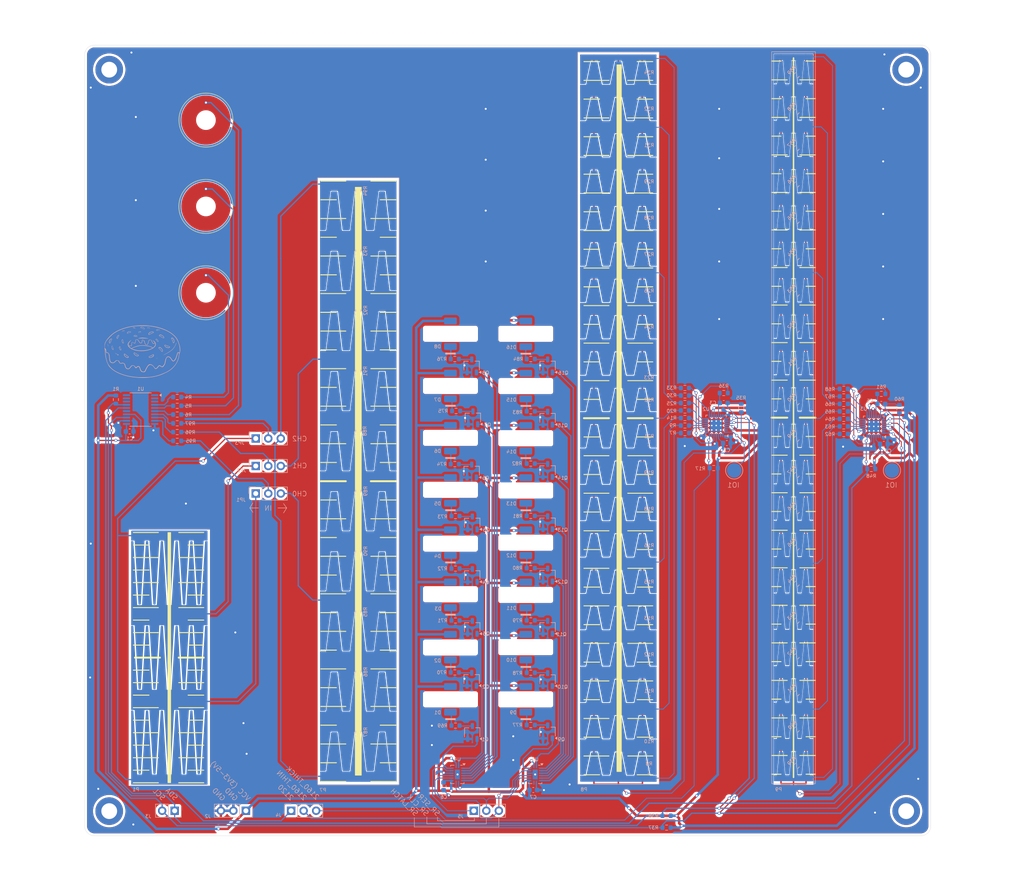
<source format=kicad_pcb>
(kicad_pcb (version 20240108) (generator "pcbnew") (generator_version "8.0")
  (layers (0 "F.Cu" signal) (31 "B.Cu" signal) (34 "B.Paste" user) (35 "F.Paste" user) (36 "B.SilkS" user "B.Silkscreen") (37 "F.SilkS" user "F.Silkscreen") (38 "B.Mask" user) (39 "F.Mask" user) (44 "Edge.Cuts" user))
  (net 0 "")
  (net 1 "Net-(U2-Y0A)")
  (net 2 "Net-(U2-Y0B)")
  (net 3 "GND")
  (net 4 "/3-pad-sliders/RESISTIVE_KEY0")
  (net 5 "Net-(U3-Y0B)")
  (net 6 "Net-(U3-Y0A)")
  (net 7 "/7-pad-slider-thin/AT42QT2160_THIN_CHANGE")
  (net 8 "/3-pad-sliders/I2C.SCL")
  (net 9 "/7-pad-slider-thick/AT42QT2160_THICK_CHANGE")
  (net 10 "/3-pad-sliders/I2C.SDA")
  (net 11 "/3-pad-sliders/AT42QT2120_CHANGE")
  (net 12 "/3-pad-sliders/SLIDER_KEY0")
  (net 13 "/3-pad-sliders/SPATIAL_KEY0")
  (net 14 "/3-pad-sliders/SLIDER_KEY1")
  (net 15 "/3-pad-sliders/RESISTIVE_KEY1")
  (net 16 "/3-pad-sliders/SPATIAL_KEY1")
  (net 17 "/3-pad-sliders/RESISTIVE_KEY2")
  (net 18 "/3-pad-sliders/SPATIAL_KEY2")
  (net 19 "/3-pad-sliders/SLIDER_KEY2")
  (net 20 "Net-(R85-Pad1)")
  (net 21 "Net-(U3-X0)")
  (net 22 "Net-(U3-X3)")
  (net 23 "Net-(U3-X6)")
  (net 24 "Net-(U3-X2)")
  (net 25 "Net-(U3-X1)")
  (net 26 "Net-(U3-X5)")
  (net 27 "Net-(U3-X4)")
  (net 28 "Net-(P5-Pad1)")
  (net 29 "Net-(P6-Pad1)")
  (net 30 "Net-(U1-KEY3{slash}GPO1)")
  (net 31 "Net-(U1-KEY4{slash}GPO2)")
  (net 32 "Net-(U2-SMP)")
  (net 33 "Net-(U1-KEY5{slash}GPO3)")
  (net 34 "Net-(U2-X6)")
  (net 35 "Net-(U2-X0)")
  (net 36 "Net-(U2-X1)")
  (net 37 "Net-(U2-X2)")
  (net 38 "Net-(U2-X3)")
  (net 39 "Net-(U2-X4)")
  (net 40 "Net-(U2-X5)")
  (net 41 "Net-(U3-SMP)")
  (net 42 "Net-(U3-IO1)")
  (net 43 "Net-(U2-IO1)")
  (net 59 "Net-(P8-PadX1_0)")
  (net 60 "Net-(P8-PadX4_2)")
  (net 61 "Net-(P8-PadX1_2)")
  (net 62 "Net-(P8-PadX0_1)")
  (net 63 "Net-(P8-PadX2_3)")
  (net 64 "Net-(P8-PadX2_0)")
  (net 65 "Net-(P8-PadX2_1)")
  (net 66 "Net-(P8-PadX6_1)")
  (net 67 "Net-(P8-PadX5_0)")
  (net 68 "Net-(P8-PadX3_1)")
  (net 69 "Net-(P8-PadX4_1)")
  (net 70 "Net-(P8-PadX0_0)")
  (net 71 "Net-(P8-PadX1_3)")
  (net 72 "Net-(P8-PadX3_3)")
  (net 73 "Net-(P8-PadX6_0)")
  (net 74 "Net-(P8-PadX2_2)")
  (net 75 "Net-(P8-PadX1_1)")
  (net 76 "Net-(P8-PadX3_2)")
  (net 77 "Net-(P8-PadX3_0)")
  (net 78 "Net-(P8-PadY)")
  (net 79 "Net-(P8-PadX4_3)")
  (net 80 "Net-(P8-PadX4_0)")
  (net 81 "Net-(P9-PadX2_1)")
  (net 82 "Net-(P9-PadX2_3)")
  (net 83 "Net-(P9-PadX3_2)")
  (net 84 "Net-(P9-PadX4_1)")
  (net 85 "Net-(P9-PadX3_3)")
  (net 86 "Net-(P9-PadX1_3)")
  (net 87 "Net-(P9-PadX2_2)")
  (net 88 "Net-(P9-PadX0_1)")
  (net 89 "Net-(P9-PadX1_2)")
  (net 90 "Net-(P9-PadX3_1)")
  (net 91 "Net-(P9-PadX4_3)")
  (net 92 "Net-(P9-PadX4_2)")
  (net 93 "Net-(P9-PadX6_1)")
  (net 94 "Net-(P9-PadY)")
  (net 95 "Net-(P9-PadX1_1)")
  (net 96 "Net-(P9-PadX0_0)")
  (net 97 "Net-(P9-PadX3_0)")
  (net 98 "Net-(P9-PadX6_0)")
  (net 99 "Net-(P9-PadX2_0)")
  (net 100 "Net-(P9-PadX1_0)")
  (net 101 "Net-(P9-PadX5_0)")
  (net 102 "Net-(P9-PadX4_0)")
  (net 103 "Net-(R86-Pad2)")
  (net 104 "VCC")
  (net 105 "Net-(D1-K)")
  (net 106 "Net-(D2-K)")
  (net 107 "Net-(D3-K)")
  (net 108 "Net-(D4-K)")
  (net 109 "Net-(D5-K)")
  (net 110 "Net-(D6-K)")
  (net 111 "Net-(D7-K)")
  (net 112 "Net-(D8-K)")
  (net 113 "Net-(D9-K)")
  (net 114 "Net-(D10-K)")
  (net 115 "Net-(D11-K)")
  (net 116 "Net-(D12-K)")
  (net 117 "Net-(D13-K)")
  (net 118 "Net-(D14-K)")
  (net 119 "Net-(D15-K)")
  (net 120 "Net-(D16-K)")
  (net 121 "Net-(Q1-G)")
  (net 122 "Net-(Q1-D)")
  (net 123 "Net-(Q2-D)")
  (net 124 "Net-(Q2-G)")
  (net 125 "Net-(Q3-D)")
  (net 126 "Net-(Q3-G)")
  (net 127 "Net-(Q4-D)")
  (net 128 "Net-(Q4-G)")
  (net 129 "Net-(Q5-G)")
  (net 130 "Net-(Q5-D)")
  (net 131 "Net-(Q6-D)")
  (net 132 "Net-(Q6-G)")
  (net 133 "Net-(Q7-D)")
  (net 134 "Net-(Q7-G)")
  (net 135 "Net-(Q8-G)")
  (net 136 "Net-(Q8-D)")
  (net 137 "Net-(Q9-D)")
  (net 138 "Net-(Q9-G)")
  (net 139 "Net-(Q10-D)")
  (net 140 "Net-(Q10-G)")
  (net 141 "Net-(Q11-G)")
  (net 142 "Net-(Q11-D)")
  (net 143 "Net-(Q12-D)")
  (net 144 "Net-(Q12-G)")
  (net 145 "Net-(Q13-G)")
  (net 146 "Net-(Q13-D)")
  (net 147 "Net-(Q14-D)")
  (net 148 "Net-(Q14-G)")
  (net 149 "Net-(Q15-D)")
  (net 150 "Net-(Q15-G)")
  (net 151 "Net-(Q16-G)")
  (net 152 "Net-(Q16-D)")
  (net 153 "Net-(R88-Pad1)")
  (net 154 "Net-(R89-Pad2)")
  (net 155 "Net-(R92-Pad1)")
  (net 156 "Net-(U4-QH')")
  (net 158 "Net-(R93-Pad2)")
  (net 159 "Net-(U1-KEY0)")
  (net 160 "Net-(U1-KEY1)")
  (net 161 "Net-(U1-KEY2{slash}GPO0)")
  (net 162 "/interfaces/LED.CLK")
  (net 163 "/interfaces/LED.SER")
  (net 164 "/interfaces/LED.LATCH")
  (net 169 "Net-(R88-Pad2)")
  (net 172 "Net-(P2-Pad1)")
  (footprint "MountingHole:MountingHole_3.2mm_M3_DIN965_Pad" (layer "F.Cu") (at 233.143 64.817)
    (property "Reference" "H2" (hide yes))
    (property "Value" "MountingHole_Pad")
  )
  (footprint "MountingHole:MountingHole_3.2mm_M3_DIN965_Pad" (layer "F.Cu") (at 71.439 64.817)
    (property "Reference" "H1" (hide yes))
    (property "Value" "MountingHole_Pad")
  )
  (footprint "Button_Switch_SMD:Cap_Touch_Ring_Small" (layer "F.Cu") (at 91.059 75.057)
    (property "Reference" "P6" (hide yes))
    (property "Value" "~")
  )
  (footprint "Button_Switch_SMD:Cap_Touch_Ring_Small" (layer "F.Cu") (at 91.059 92.583)
    (property "Reference" "P5" (hide yes))
    (property "Value" "~")
  )
  (footprint "MountingHole:MountingHole_3.2mm_M3_DIN965_Pad" (layer "F.Cu") (at 233.143 215.345)
    (property "Reference" "H4" (hide yes))
    (property "Value" "MountingHole_Pad")
  )
  (footprint "Button_Switch_SMD:Cap_Touch_Ring_Small" (layer "F.Cu") (at 91.059 110.109)
    (property "Reference" "P2" (hide yes))
    (property "Value" "~")
  )
  (footprint "MountingHole:MountingHole_3.2mm_M3_DIN965_Pad" (layer "F.Cu") (at 71.439 215.345)
    (property "Reference" "H3" (hide yes))
    (property "Value" "MountingHole_Pad")
  )
  (footprint "Resistor_SMD:R_0603_1608Metric" (layer "B.Cu") (at 180.975 170.213416 180)
    (property "Reference" "R15")
    (property "Value" "1k2")
  )
  (footprint "Resistor_SMD:R_0603_1608Metric" (layer "B.Cu") (at 210.93 176.686688 -135)
    (property "Reference" "R43")
    (property "Value" "1k2")
  )
  (footprint "Resistor_SMD:R_0603_1608Metric" (layer "B.Cu") (at 85.233472 134.835162)
    (property "Reference" "R6")
    (property "Value" "10k")
  )
  (footprint "Resistor_SMD:R_0603_1608Metric" (layer "B.Cu") (at 220.472 131.144688 180)
    (property "Reference" "R67")
    (property "Value" "1k")
  )
  (footprint "Connector_PinHeader_2.54mm:PinHeader_1x03_P2.54mm_Vertical" (layer "B.Cu") (at 101.169 145.278689 -90)
    (property "Reference" "JP2")
    (property "Value" "Jumper_3_Bridged12")
  )
  (footprint "LED_SMD:LED_SunLED_XZ_Reverse_Mount" (layer "B.Cu") (at 140.674 128.928689 90)
    (property "Reference" "D7")
    (property "Value" "LED")
  )
  (footprint "Resistor_SMD:R_0603_1608Metric" (layer "B.Cu") (at 210.93 161.827688 -135)
    (property "Reference" "R45")
    (property "Value" "1k2")
  )
  (footprint "Connector_PinHeader_2.54mm:PinHeader_1x03_P2.54mm_Vertical" (layer "B.Cu") (at 101.169001 150.866689 -90)
    (property "Reference" "JP1")
    (property "Value" "Jumper_3_Bridged12")
  )
  (footprint "Resistor_SMD:R_0603_1608Metric" (layer "B.Cu") (at 156.972 144.788831)
    (property "Reference" "R82")
    (property "Value" "470R 1/2W")
  )
  (footprint "Resistor_SMD:R_0603_1608Metric" (layer "B.Cu") (at 188.249 129.442 180)
    (property "Reference" "R33")
    (property "Value" "1k")
  )
  (footprint "Resistor_SMD:R_0603_1608Metric" (layer "B.Cu") (at 226.06 145.876688 180)
    (property "Reference" "R48")
    (property "Value" "47k")
  )
  (footprint "Capacitor_SMD:C_0603_1608Metric" (layer "B.Cu") (at 196.758 140.627311)
    (property "Reference" "C2")
    (property "Value" "0.1uF")
  )
  (footprint "LED_SMD:LED_SunLED_XZ_Reverse_Mount" (layer "B.Cu") (at 140.674 171.340017 90)
    (property "Reference" "D3")
    (property "Value" "LED")
  )
  (footprint "Resistor_SMD:R_0603_1608Metric" (layer "B.Cu") (at 194.091 145.698 180)
    (property "Reference" "R17")
    (property "Value" "47k")
  )
  (footprint "Capacitor_SMD:C_0603_1608Metric" (layer "B.Cu") (at 75.581471 138.26416)
    (property "Reference" "C1")
    (property "Value" "0.1uF")
  )
  (footprint "Resistor_SMD:R_0603_1608Metric" (layer "B.Cu") (at 180.975 162.827364 180)
    (property "Reference" "R16")
    (property "Value" "1k2")
  )
  (footprint "Resistor_SMD:R_0603_1608Metric" (layer "B.Cu") (at 156.972 166.015973)
    (property "Reference" "R80")
    (property "Value" "470R 1/2W")
  )
  (footprint "Capacitor_SMD:C_0603_1608Metric" (layer "B.Cu") (at 228.6 140.796688)
    (property "Reference" "C4")
    (property "Value" "0.1uF")
  )
  (footprint "LED_SMD:LED_SunLED_XZ_Reverse_Mount" (layer "B.Cu") (at 155.956 118.354689 90)
    (property "Reference" "D16")
    (property "Value" "LED")
  )
  (footprint "Connector_PinHeader_2.54mm:PinHeader_1x03_P2.54mm_Vertical" (layer "B.Cu") (at 108.346 215.265 -90)
    (property "Reference" "J4")
    (property "Value" "Conn_01x03_Pin")
  )
  (footprint "LED_SMD:LED_SunLED_XZ_Reverse_Mount" (layer "B.Cu") (at 140.674 150.134353 90)
    (property "Reference" "D5")
    (property "Value" "LED")
  )
  (footprint "Resistor_SMD:R_0603_1608Metric" (layer "B.Cu") (at 85.233471 140.169159)
    (property "Reference" "R95")
    (property "Value" "10k")
  )
  (footprint "Resistor_SMD:R_0603_1608Metric" (layer "B.Cu") (at 210.93 154.461688 -135)
    (property "Reference" "R46")
    (property "Value" "1k2")
  )
  (footprint "Package_TO_SOT_SMD:TSOT-23" (layer "B.Cu") (at 144.992 188.585689 90)
    (property "Reference" "Q2")
    (property "Value" "Q_NMOS_GSD")
  )
  (footprint "Package_SO:TSSOP-20_4.4x6.5mm_P0.65mm" (layer "B.Cu") (at 77.806972 133.819162 180)
    (property "Reference" "U1")
    (property "Value" "AT42QT2120")
  )
  (footprint "Connector_PinHeader_2.54mm:PinHeader_1x03_P2.54mm_Vertical" (layer "B.Cu") (at 99.172 215.265 90)
    (property "Reference" "J2")
    (property "Value" "Conn_01x03_Pin")
  )
  (footprint "Package_DFN_QFN:VQFN-28-1EP_4x4mm_P0.45mm_EP2.4x2.4mm_ThermalVias" (layer "B.Cu") (at 226.568 137.240688 90)
    (property "Reference" "U3")
    (property "Value" "AT42QT2160-MMU")
  )
  (footprint "Resistor_SMD:R_0603_1608Metric" (layer "B.Cu") (at 210.93 132.363688 -135)
    (property "Reference" "R50")
    (property "Value" "1k2")
  )
  (footprint "Package_DFN_QFN:DHVQFN-16-1EP_2.5x3.5mm_P0.5mm_EP1x2mm" (layer "B.Cu") (at 142.071 207.889689 180)
    (property "Reference" "U4")
    (property "Value" "74HCT595")
  )
  (footprint "Resistor_SMD:R_0603_1608Metric" (layer "B.Cu") (at 121.978 150.401689 -90)
    (property "Reference" "R89")
    (property "Value" "1k5")
  )
  (footprint "Resistor_SMD:R_0603_1608Metric" (layer "B.Cu") (at 188.249 134.014 180)
    (property "Reference" "R20")
    (property "Value" "1k")
  )
  (footprint "LED_SMD:LED_SunLED_XZ_Reverse_Mount" (layer "B.Cu") (at 140.674 139.531521 90)
    (property "Reference" "D6")
    (property "Value" "LED")
  )
  (footprint "Resistor_SMD:R_0603_1608Metric" (layer "B.Cu") (at 180.975 192.371572 180)
    (property "Reference" "R11")
    (property "Value" "1k2")
  )
  (footprint "Resistor_SMD:R_0603_1608Metric" (layer "B.Cu") (at 184.531 216.281 180)
    (property "Reference" "R38")
    (property "Value" "10k")
  )
  (footprint "Package_TO_SOT_SMD:TSOT-23" (layer "B.Cu") (at 160.401 178.026544 90)
    (property "Reference" "Q11")
    (property "Value" "Q_NMOS_GSD")
  )
  (footprint "Resistor_SMD:R_0603_1608Metric" (layer "B.Cu") (at 141.69 166.106689)
    (property "Reference" "R72")
    (property "Value" "470R 1/2W")
  )
  (footprint "Resistor_SMD:R_0603_1608Metric" (layer "B.Cu") (at 210.93 183.925688 -135)
    (property "Reference" "R42")
    (property "Value" "1k2")
  )
  (footprint "Package_TO_SOT_SMD:TSOT-23" (layer "B.Cu") (at 160.401 188.640115 90)
    (property "Reference" "Q10")
    (property "Value" "Q_NMOS_GSD")
  )
  (footprint "Resistor_SMD:R_0603_1608Metric" (layer "B.Cu") (at 210.93 191.418688 -135)
    (property "Reference" "R41")
    (property "Value" "1k2")
  )
  (footprint "Resistor_SMD:R_0603_1608Metric" (layer "B.Cu") (at 156.972 176.629544)
    (property "Reference" "R79")
    (property "Value" "470R 1/2W")
  )
  (footprint "Resistor_SMD:R_0603_1608Metric" (layer "B.Cu") (at 180.975 199.757624)
    (property "Reference" "R10")
    (property "Value" "2k4")
  )
  (footprint "Package_DFN_QFN:VQFN-28-1EP_4x4mm_P0.45mm_EP2.4x2.4mm_ThermalVias" (layer "B.Cu") (at 194.599 137.062 90)
    (property "Reference" "U2")
    (property "Value" "AT42QT2160-MMU")
  )
  (footprint "Resistor_SMD:R_0603_1608Metric" (layer "B.Cu") (at 121.978 113.772682 -90)
    (property "Reference" "R92")
    (property "Value" "2k")
  )
  (footprint "Resistor_SMD:R_0603_1608Metric" (layer "B.Cu") (at 188.249 138.586 180)
    (property "Reference" "R7")
    (property "Value" "1k")
  )
  (footprint "Resistor_SMD:R_0603_1608Metric" (layer "B.Cu") (at 180.975 118.511052 180)
    (property "Reference" "R24")
    (property "Value" "1k2")
  )
  (footprint "Package_TO_SOT_SMD:TSOT-23" (layer "B.Cu") (at 160.401 167.412973 90)
    (property "Reference" "Q12")
    (property "Value" "Q_NMOS_GSD")
  )
  (footprint "Resistor_SMD:R_0603_1608Metric" (layer "B.Cu") (at 220.472 132.668688 180)
    (property "Reference" "R66")
    (property "Value" "1k")
  )
  (footprint "Resistor_SMD:R_0603_1608Metric" (layer "B.Cu") (at 220.472 138.764688 180)
    (property "Reference" "R62")
    (property "Value" "1k")
  )
  (footprint "Resistor_SMD:R_0603_1608Metric" (layer "B.Cu") (at 180.975 140.669208 180)
    (property "Reference" "R21")
    (property "Value" "1k2")
  )
  (footprint "Resistor_SMD:R_0603_1608Metric" (layer "B.Cu") (at 180.975 133.283156 180)
    (property "Reference" "R22")
    (property "Value" "1k2")
  )
  (footprint "LED_SMD:LED_SunLED_XZ_Reverse_Mount" (layer "B.Cu") (at 155.956 150.150828 90)
    (property "Reference" "D13")
    (property "Value" "LED")
  )
  (footprint "Resistor_SMD:R_0603_1608Metric" (layer "B.Cu") (at 196.123 130.467311 180)
    (property "Reference" "R36")
    (property "Value" "1k")
  )
  (footprint "Resistor_SMD:R_0603_1608Metric" (layer "B.Cu") (at 210.93 102.906368 -135)
    (property "Reference" "R54")
    (property "Value" "1k2")
  )
  (footprint "LED_SMD:LED_SunLED_XZ_Reverse_Mount" (layer "B.Cu") (at 155.956 181.946967 90)
    (property "Reference" "D10")
    (property "Value" "LED")
  )
  (footprint "Touch:Slider_ResistiveInterpolation_3P_1L" (layer "B.Cu") (at 121.978 148.369688 90)
    (property "Reference" "P7")
    (property "Value" "Slider_Resistive_3P_1L")
  )
  (footprint "Resistor_SMD:R_0603_1608Metric" (layer "B.Cu") (at 121.978 174.912689 90)
    (property "Reference" "R85")
    (property "Value" "2k")
  )
  (footprint "Capacitor_SMD:C_0603_1608Metric" (layer "B.Cu") (at 157.48 211.064689)
    (property "Reference" "C7")
    (property "Value" "0.1uF")
  )
  (footprint "Resistor_SMD:R_0603_1608Metric" (layer "B.Cu") (at 141.563 123.561689)
    (property "Reference" "R76")
    (property "Value" "470R 1/2W")
  )
  (footprint "Resistor_SMD:R_0603_1608Metric" (layer "B.Cu") (at 220.472 135.716688 180)
    (property "Reference" "R64")
    (property "Value" "1k")
  )
  (footprint "Resistor_SMD:R_0603_1608Metric" (layer "B.Cu") (at 210.93 73.335424 -135)
    (property "Reference" "R58")
    (property "Value" "2k4")
  )
  (footprint "Resistor_SMD:R_0603_1608Metric" (layer "B.Cu") (at 180.975 184.98552 180)
    (property "Reference" "R12")
    (property "Value" "1k2")
  )
  (footprint "TestPoint:TestPoint_Pad_D3.0mm" (layer "B.Cu") (at 198.247 146.177 180)
    (property "Reference" "TP1" (hide yes))
    (property "Value" "TestPoint")
  )
  (footprint "Resistor_SMD:R_0603_1608Metric" (layer "B.Cu") (at 141.69 155.438689)
    (property "Reference" "R73")
    (property "Value" "470R 1/2W")
  )
  (footprint "Resistor_SMD:R_0603_1608Metric" (layer "B.Cu") (at 156.972 155.402402)
    (property "Reference" "R81")
    (property "Value" "470R 1/2W")
  )
  (footprint "Capacitor_SMD:C_0603_1608Metric" (layer "B.Cu") (at 139.277 210.302689 -90)
    (property "Reference" "C6")
    (property "Value" "0.1uF")
  )
  (footprint "Resistor_SMD:R_0603_1608Metric" (layer "B.Cu") (at 220.472 137.240688 180)
    (property "Reference" "R63")
    (property "Value" "1k")
  )
  (footprint "LED_SMD:LED_SunLED_XZ_Reverse_Mount" (layer "B.Cu") (at 155.956 128.953402 90)
    (property "Reference" "D15")
    (property "Value" "LED")
  )
  (footprint "Resistor_SMD:R_0603_1608Metric" (layer "B.Cu") (at 228.092 130.636688 180)
    (property "Reference" "R61")
    (property "Value" "1k")
  )
  (footprint "Resistor_SMD:R_0603_1608Metric" (layer "B.Cu") (at 199.679 133.506 -90)
    (property "Reference" "R35")
    (property "Value" "1k")
  )
  (footprint "Resistor_SMD:R_0603_1608Metric" (layer "B.Cu") (at 180.975 111.125 180)
    (property "Reference" "R26")
    (property "Value" "1k2")
  )
  (footprint "LED_SMD:LED_SunLED_XZ_Reverse_Mount" (layer "B.Cu") (at 155.956 139.552115 90)
    (property "Reference" "D14")
    (property "Value" "LED")
  )
  (footprint "Resistor_SMD:R_0603_1608Metric" (layer "B.Cu") (at 85.233471 131.279158)
    (property "Reference" "R4")
    (property "Value" "10k")
  )
  (footprint "Resistor_SMD:R_0603_1608Metric" (layer "B.Cu") (at 184.531 218.694 180)
    (property "Reference" "R37")
    (property "Value" "10k")
  )
  (footprint "Connector_PinHeader_2.54mm:PinHeader_1x03_P2.54mm_Vertical" (layer "B.Cu") (at 145.415 215.265 -90)
    (property "Reference" "J5")
    (property "Value" "Conn_01x03_Pin")
  )
  (footprint "LED_SMD:LED_SunLED_XZ_Reverse_Mount" (layer "B.Cu") (at 140.674 118.325857 90)
    (property "Reference" "D8")
    (property "Value" "LED")
  )
  (footprint "Package_DFN_QFN:DHVQFN-16-1EP_2.5x3.5mm_P0.5mm_EP1x2mm" (layer "B.Cu") (at 157.861 207.889689 180)
    (property "Reference" "U5")
    (property "Value" "74HCT595")
  )
  (footprint "Resistor_SMD:R_0603_1608Metric" (layer "B.Cu") (at 210.93 198.784688 45)
    (property "Reference" "R40")
    (property "Value" "2k4")
  )
  (footprint "Resistor_SMD:R_0603_1608Metric" (layer "B.Cu") (at 180.975 88.966844 180)
    (property "Reference" "R29")
    (property "Value" "1k2")
  )
  (footprint "Resistor_SMD:R_0603_1608Metric" (layer "B.Cu") (at 231.775 133.684688 -90)
    (property "Reference" "R60")
    (property "Value" "1k")
  )
  (footprint "Resistor_SMD:R_0603_1608Metric" (layer "B.Cu") (at 188.249 132.49 180)
    (property "Reference" "R25")
    (property "Value" "1k")
  )
  (footprint "Resistor_SMD:R_0603_1608Metric" (layer "B.Cu") (at 72.787 131.78716 -90)
    (property "Reference" "R1")
    (property "Value" "47k")
  )
  (footprint "Resistor_SMD:R_0603_1608Metric" (layer "B.Cu") (at 180.975 66.808688 180)
    (property "Reference" "R34")
    (property "Value" "2k4")
  )
  (footprint "Resistor_SMD:R_0603_1608Metric" (layer "B.Cu") (at 180.975 81.580792 180)
    (property "Reference" "R31")
    (property "Value" "1k2")
  )
  (footprint "Resistor_SMD:R_0603_1608Metric" (layer "B.Cu") (at 121.978 162.720689 -90)
    (property "Reference" "R90")
    (property "Value" "1k5")
  )
  (footprint "Resistor_SMD:R_0603_1608Metric" (layer "B.Cu") (at 180.975 177.599468 180)
    (property "Reference" "R13")
    (property "Value" "1k2")
  )
  (footprint "Resistor_SMD:R_0603_1608Metric" (layer "B.Cu") (at 141.817 134.102689)
    (property "Reference" "R75")
    (property "Value" "470R 1/2W")
  )
  (footprint "Resistor_SMD:R_0603_1608Metric" (layer "B.Cu") (at 180.975 96.352896 180)
    (property "Reference" "R28")
    (property "Value" "1k2")
  )
  (footprint "Package_TO_SOT_SMD:TSOT-23" (layer "B.Cu") (at 160.401 124.958689 90)
    (property "Reference" "Q16")
    (property "Value" "Q_NMOS_GSD")
  )
  (footprint "Resistor_SMD:R_0603_1608Metric" (layer "B.Cu") (at 180.975 207.143688 180)
    (property "Reference" "R8")
    (property "Value" "2k4")
  )
  (footprint "Resistor_SMD:R_0603_1608Metric" (layer "B.Cu") (at 188.249 137.062 180)
    (property "Reference" "R9")
    (property "Value" "1k")
  )
  (footprint "LED_SMD:LED_SunLED_XZ_Reverse_Mount" (layer "B.Cu") (at 155.956 160.749541 90)
    (property "Reference" "D12")
    (property "Value" "LED")
  )
  (footprint "Resistor_SMD:R_0603_1608Metric" (layer "B.Cu") (at 121.978 126.017689 90)
    (property "Reference" "R91")
    (property "Value" "1k5")
  )
  (footprint "Package_TO_SOT_SMD:TSOT-23" (layer "B.Cu") (at 160.401 135.57226 90)
    (property "Reference" "Q15")
    (property "Value" "Q_NMOS_GSD")
  )
  (footprint "LED_SMD:LED_SunLED_XZ_Reverse_Mount" (layer "B.Cu") (at 140.674 181.942849 90)
    (property "Reference" "D2")
    (property "Value" "LED")
  )
  (footprint "Resistor_SMD:R_0603_1608Metric" (layer "B.Cu") (at 220.472 129.620688 180)
    (property "Reference" "R68")
    (property "Value" "1k")
  )
  (footprint "Package_TO_SOT_SMD:TSOT-23" (layer "B.Cu") (at 145.119 178.044689 90)
    (property "Reference" "Q3")
    (property "Value" "Q_NMOS_GSD")
  )
  (footprint "Resistor_SMD:R_0603_1608Metric" (layer "B.Cu") (at 188.249 135.538 180)
    (property "Reference" "R14")
    (property "Value" "1k")
  )
  (footprint "Package_TO_SOT_SMD:TSOT-23" (layer "B.Cu") (at 160.401 199.253689 90)
    (property "Reference" "Q9")
    (property "Value" "Q_NMOS_GSD")
  )
  (footprint "Resistor_SMD:R_0603_1608Metric" (layer "B.Cu") (at 121.978 89.441689 90)
    (property "Reference" "R94")
    (property "Value" "2k")
  )
  (footprint "LED_SMD:LED_SunLED_XZ_Reverse_Mount" (layer "B.Cu") (at 140.674 192.545685 90)
    (property "Reference" "D1")
    (property "Value" "LED")
  )
  (footprint "Resistor_SMD:R_0603_1608Metric" (layer "B.Cu") (at 121.978 138.209689 -90)
    (property "Reference" "R88")
    (property "Value" "1k5")
  )
  (footprint "Resistor_SMD:R_0603_1608Metric" (layer "B.Cu") (at 210.93 110.299104 -135)
    (property "Reference" "R53")
    (property "Value" "1k2")
  )
  (footprint "TestPoint:TestPoint_Pad_D3.0mm" (layer "B.Cu") (at 230.251 146.177 180)
    (property "Reference" "TP2" (hide yes))
    (property "Value" "TestPoint")
  )
  (footprint "Resistor_SMD:R_0603_1608Metric" (layer "B.Cu") (at 210.93 139.729688 -135)
    (property "Reference" "R49")
    (property "Value" "1k2")
  )
  (footprint "Resistor_SMD:R_0603_1608Metric" (layer "B.Cu") (at 180.975 74.19474 180)
    (property "Reference" "R32")
    (property "Value" "2k4")
  )
  (footprint "Resistor_SMD:R_0603_1608Metric" (layer "B.Cu") (at 180.975 125.897104)
    (property "Reference" "R23")
    (property "Value" "1k2")
  )
  (footprint "Resistor_SMD:R_0603_1608Metric" (layer "B.Cu") (at 85.233471 138.391162)
    (property "Reference" "R96")
    (property "Value" "10k")
  )
  (footprint "Resistor_SMD:R_0603_1608Metric" (layer "B.Cu") (at 210.93 169.193688 -135)
    (property "Reference" "R44")
    (property "Value" "1k2")
  )
  (footprint "Resistor_SMD:R_0603_1608Metric" (layer "B.Cu") (at 210.93 65.942688 -135)
    (property "Reference" "R59")
    (property "Value" "2k4")
  )
  (footprint "Resistor_SMD:R_0603_1608Metric" (layer "B.Cu") (at 141.69 197.983689)
    (property "Reference" "R69")
    (property "Value" "470R 1/2W")
  )
  (footprint "Resistor_SMD:R_0603_1608Metric" (layer "B.Cu") (at 180.975 155.441312 180)
    (property "Reference" "R18")
    (property "Value" "1k2")
  )
  (footprint "Resistor_SMD:R_0603_1608Metric" (layer "B.Cu") (at 210.93 125.084576 45)
    (property "Reference" "R51")
    (property "Value" "1k2")
  )
  (footprint "Package_TO_SOT_SMD:TSOT-23" (layer "B.Cu") (at 144.992 124.958689 90)
    (property "Reference" "Q8")
    (property "Value" "Q_NMOS_GSD")
  )
  (footprint "Touch:Slider_SpatialInterpolation_3P_1L" (layer "B.Cu") (at 83.634 184.179687 90)
    (property "Reference" "P1")
    (property "Value" "Slider_Spatial_3P_1L")
  )
  (footprint "Package_TO_SOT_SMD:TSOT-23" (layer "B.Cu") (at 144.992 146.294689 90)
    (property "Reference" "Q6")
    (property "Value" "Q_NMOS_GSD")
  )
  (footprint "Resistor_SMD:R_0603_1608Metric" (layer "B.Cu") (at 121.978 101.633689 90)
    (property "Reference" "R93")
    (property "Value" "2k")
  )
  (footprint "Resistor_SMD:R_0603_1608Metric" (layer "B.Cu") (at 156.972 134.17526)
    (property "Reference" "R83")
    (property "Value" "470R 1/2W")
  )
  (footprint "LED_SMD:LED_SunLED_XZ_Reverse_Mount" (layer "B.Cu") (at 155.956 192.545685 90)
    (property "Reference" "D9")
    (property "Value" "LED")
  )
  (footprint "Resistor_SMD:R_0603_1608Metric" (layer "B.Cu") (at 210.93 147.095688 -135)
    (property "Reference" "R47")
    (property "Value" "1k2")
  )
  (footprint "Resistor_SMD:R_0603_1608Metric" (layer "B.Cu") (at 210.93 95.513632 -135)
    (property "Reference" "R55")
    (property "Value" "1k2")
  )
  (footprint "Package_TO_SOT_SMD:TSOT-23" (layer "B.Cu") (at 145.119 199.380689 90)
    (property "Reference" "Q1")
    (property "Value" "Q_NMOS_GSD")
  )
  (footprint "Resistor_SMD:R_0603_1608Metric" (layer "B.Cu") (at 141.563 187.188689)
    (property "Reference" "R70")
    (property "Value" "470R 1/2W")
  )
  (footprint "Resistor_SMD:R_0603_1608Metric" (layer "B.Cu") (at 156.972 123.561689)
    (property "Reference" "R84")
    (property "Value" "470R 1/2W")
  )
  (footprint "Resistor_SMD:R_0603_1608Metric" (layer "B.Cu") (at 141.69 176.647689)
    (property "Reference" "R71")
    (property "Value" "470R 1/2W")
  )
  (footprint "Capacitor_SMD:C_0603_1608Metric" (layer "B.Cu") (at 196.123 132.499311)
    (property "Reference" "C3")
    (property "Value" "4.7nF")
  )
  (footprint "Resistor_SMD:R_0603_1608Metric" (layer "B.Cu") (at 121.978 199.296689 -90)
    (property "Reference" "R87")
    (property "Value" "2k")
  )
  (footprint "Resistor_SMD:R_0603_1608Metric" (layer "B.Cu") (at 180.975 148.05526 180)
    (property "Reference" "R19")
    (property "Value" "1k2")
  )
  (footprint "Package_TO_SOT_SMD:TSOT-23" (layer "B.Cu") (at 145.246 135.499689 90)
    (property "Reference" "Q7")
    (property "Value" "Q_NMOS_GSD")
  )
  (footprint "Resistor_SMD:R_0603_1608Metric" (layer "B.Cu") (at 210.93 80.72816 -135)
    (property "Reference" "R57")
    (property "Value" "1k2")
  )
  (footprint "Resistor_SMD:R_0603_1608Metric" (layer "B.Cu") (at 121.978 187.104689 -90)
    (property "Reference" "R86")
    (property "Value" "2k")
  )
  (footprint "Resistor_SMD:R_0603_1608Metric" (layer "B.Cu") (at 85.233471 136.613159)
    (property "Reference" "R97")
    (property "Value" "10k")
  )
  (footprint "Connector_PinHeader_2.54mm:PinHeader_1x03_P2.54mm_Vertical" (layer "B.Cu") (at 101.169001 139.690689 -90)
    (property "Reference" "JP3")
    (property "Value" "Jumper_3_Bridged12")
  )
  (footprint "Capacitor_SMD:C_0603_1608Metric" (layer "B.Cu") (at 228.092 132.668688)
    (property "Reference" "C5")
    (property "Value" "4.7nF")
  )
  (footprint "Touch:Slider_ResistiveInterpolation_7P_2L" (layer "B.Cu") (at 174.74 135.569688 90)
    (property "Reference" "P8")
    (property "Value" "~")
  )
  (footprint "Resistor_SMD:R_0603_1608Metric" (layer "B.Cu") (at 188.249 130.966 180)
    (property "Reference" "R30")
    (property "Value" "1k")
  )
  (footprint "Resistor_SMD:R_0603_1608Metric" (layer "B.Cu") (at 180.975 103.738948 180)
    (property "Reference" "R27")
    (property "Value" "1k2")
  )
  (footprint "LED_SMD:LED_SunLED_XZ_Reverse_Mount" (layer "B.Cu") (at 155.956 171.348254 90)
    (property "Reference" "D11")
    (property "Value" "LED")
  )
  (footprint "Package_TO_SOT_SMD:TSOT-23" (layer "B.Cu") (at 160.401 156.799402 90)
    (property "Reference" "Q13")
    (property "Value" "Q_NMOS_GSD")
  )
  (footprint "Resistor_SMD:R_0603_1608Metric" (layer "B.Cu") (at 156.972 197.856689)
    (property "Reference" "R77")
    (property "Value" "470R 1/2W")
  )
  (footprint "Package_TO_SOT_SMD:TSOT-23" (layer "B.Cu") (at 145.119 167.503689 90)
    (property "Reference" "Q4")
    (property "Value" "Q_NMOS_GSD")
  )
  (footprint "Resistor_SMD:R_0603_1608Metric" (layer "B.Cu") (at 210.93 117.631688 -135)
    (property "Reference" "R52")
    (property "Value" "1k2")
  )
  (footprint "LED_SMD:LED_SunLED_XZ_Reverse_Mount" (layer "B.Cu") (at 140.674 160.737185 90)
    (property "Reference" "D4")
    (property "Value" "LED")
  )
  (footprint "Connector_PinHeader_2.54mm:PinHeader_1x02_P2.54mm_Vertical" (layer "B.Cu") (at 84.714 215.265 90)
    (property "Reference" "J3")
    (property "Value" "Conn_01x02_Pin")
  )
  (footprint "Package_TO_SOT_SMD:TSOT-23" (layer "B.Cu") (at 145.119 156.835689 90)
    (property "Reference" "Q5")
    (property "Value" "Q_NMOS_GSD")
  )
  (footprint "Touch:Slider_ResistiveInterpolation_Thin_7P_2L" (layer "B.Cu") (at 210.283 135.465688 90)
    (property "Reference" "P9")
    (property "Value" "~")
  )
  (footprint "Resistor_SMD:R_0603_1608Metric" (layer "B.Cu") (at 141.563 144.897689)
    (property "Reference" "R74")
    (property "Value" "470R 1/2W")
  )
  (footprint "Resistor_SMD:R_0603_1608Metric" (layer "B.Cu") (at 210.93 206.150688 -135)
    (property "Reference" "R39")
    (property "Value" "2k4")
  )
  (footprint "Resistor_SMD:R_0603_1608Metric" (layer "B.Cu") (at 210.93 88.120896 -135)
    (property "Reference" "R56")
    (property "Value" "1k2")
  )
  (footprint "Resistor_SMD:R_0603_1608Metric" (layer "B.Cu") (at 156.972 187.243115)
    (property "Reference" "R78")
    (property "Value" "470R 1/2W")
  )
  (footprint "Resistor_SMD:R_0603_1608Metric" (layer "B.Cu") (at 220.472 134.192688 180)
    (property "Reference" "R65")
    (property "Value" "1k")
  )
  (footprint "Package_TO_SOT_SMD:TSOT-23" (layer "B.Cu") (at 160.401 146.185831 90)
    (property "Reference" "Q14")
    (property "Value" "Q_NMOS_GSD")
  )
  (footprint "Resistor_SMD:R_0603_1608Metric" (layer "B.Cu") (at 85.233471 133.05716)
    (property "Reference" "R5")
    (property "Value" "10k")
  )
  (gr_line (start 107.442 153.797) (end 106.807 152.908) (stroke (width 0.1)) (layer "B.SilkS"))
  (gr_poly (pts (xy 81.56496 118.7919) (xy 81.565875 118.781915) (xy 81.567474 118.77197) (xy 81.569751 118.762096) (xy 81.572696 118.752316) (xy 81.57631 118.742656) (xy 81.580586 118.733142) (xy 81.585518 118.723799) (xy 81.591102 118.714651) (xy 81.597333 118.705733) (xy 81.604205 118.697057) (xy 81.611716 118.688656) (xy 81.619857 118.680556) (xy 81.628624 118.672782) (xy 81.638014 118.665361) (xy 81.64802 118.658313) (xy 81.658638 118.651672) (xy 81.669862 118.645456) (xy 81.681688 118.639695) (xy 81.705601 118.629224) (xy 81.728093 118.620394) (xy 81.749538 118.613258) (xy 81.759987 118.610344) (xy 81.770316 118.607873) (xy 81.780572 118.605852) (xy 81.790801 118.604288) (xy 81.80105 118.603185) (xy 81.81137 118.602552) (xy 81.821804 118.602398) (xy 81.832399 118.602727) (xy 81.843204 118.603545) (xy 81.854268 118.604858) (xy 81.865632 118.606676) (xy 81.877347 118.609002) (xy 81.88946 118.611842) (xy 81.902019 118.615207) (xy 81.928655 118.623529) (xy 81.957636 118.634018) (xy 81.989337 118.64673) (xy 82.024136 118.661713) (xy 82.062407 118.679027) (xy 82.104528 118.698713) (xy 82.164346 118.729241) (xy 82.221468 118.762747) (xy 82.275546 118.79877) (xy 82.326237 118.836849) (xy 82.373196 118.876529) (xy 82.416075 118.917346) (xy 82.454532 118.958838) (xy 82.488226 119.000545) (xy 82.516808 119.042009) (xy 82.529073 119.062506) (xy 82.539935 119.082768) (xy 82.549342 119.102741) (xy 82.557258 119.122364) (xy 82.563635 119.141579) (xy 82.568435 119.160333) (xy 82.571613 119.178564) (xy 82.573124 119.196217) (xy 82.572926 119.21323) (xy 82.570976 119.229553) (xy 82.567234 119.245122) (xy 82.561652 119.259882) (xy 82.554187 119.273776) (xy 82.544797 119.286746) (xy 82.538398 119.294) (xy 82.531714 119.30068) (xy 82.524753 119.306788) (xy 82.517521 119.312322) (xy 82.510023 119.317283) (xy 82.502265 119.321679) (xy 82.494251 119.325502) (xy 82.485988 119.328755) (xy 82.477479 119.331442) (xy 82.468733 119.333562) (xy 82.459755 119.335114) (xy 82.450546 119.3361) (xy 82.441115 119.336526) (xy 82.431468 119.336384) (xy 82.421607 119.33568) (xy 82.411545 119.334412) (xy 82.403323 119.332948) (xy 82.403322 119.299802) (xy 82.408723 119.299401) (xy 82.414047 119.298457) (xy 82.41931 119.296974) (xy 82.424532 119.294958) (xy 82.42973 119.292411) (xy 82.43492 119.289343) (xy 82.440121 119.285753) (xy 82.445352 119.281646) (xy 82.450625 119.277028) (xy 82.45596 119.271905) (xy 82.461377 119.266281) (xy 82.472522 119.253543) (xy 82.480042 119.24277) (xy 82.485638 119.230984) (xy 82.489369 119.218259) (xy 82.491298 119.204663) (xy 82.491482 119.190269) (xy 82.489981 119.175148) (xy 82.486855 119.159369) (xy 82.482162 119.143003) (xy 82.475966 119.126119) (xy 82.468321 119.108796) (xy 82.459292 119.091095) (xy 82.448934 119.073093) (xy 82.437309 119.054854) (xy 82.424481 119.036461) (xy 82.410502 119.017974) (xy 82.395436 118.999468) (xy 82.362279 118.962678) (xy 82.325489 118.926663) (xy 82.285541 118.89198) (xy 82.242914 118.859206) (xy 82.220746 118.843713) (xy 82.198088 118.828904) (xy 82.174995 118.814859) (xy 82.151536 118.801639) (xy 82.127765 118.789323) (xy 82.103737 118.777982) (xy 82.079523 118.767678) (xy 82.055175 118.758492) (xy 82.019992 118.746649) (xy 81.985949 118.736331) (xy 81.953109 118.727541) (xy 81.921544 118.720278) (xy 81.89132 118.714544) (xy 81.86251 118.710337) (xy 81.835175 118.707663) (xy 81.809388 118.70652) (xy 81.785216 118.706912) (xy 81.762725 118.708837) (xy 81.741987 118.712296) (xy 81.723068 118.71729) (xy 81.706034 118.723823) (xy 81.690959 118.731891) (xy 81.677906 118.741501) (xy 81.666945 118.752651) (xy 81.66237 118.758585) (xy 81.658313 118.764725) (xy 81.65476 118.77104) (xy 81.651705 118.777506) (xy 81.649136 118.784095) (xy 81.647045 118.790785) (xy 81.645424 118.797553) (xy 81.644259 118.804367) (xy 81.643542 118.811202) (xy 81.643266 118.818038) (xy 81.643419 118.824846) (xy 81.643991 118.831597) (xy 81.644975 118.838276) (xy 81.646357 118.844848) (xy 81.648131 118.851286) (xy 81.650285 118.857574) (xy 81.652814 118.863678) (xy 81.655703 118.869577) (xy 81.65894 118.875246) (xy 81.662525 118.880654) (xy 81.666442 118.885783) (xy 81.670683 118.8906) (xy 81.675236 118.895086) (xy 81.680095 118.899211) (xy 81.685245 118.902951) (xy 81.690683 118.906282) (xy 81.696394 118.909173) (xy 81.702373 118.911608) (xy 81.708605 118.913555) (xy 81.715086 118.91499) (xy 81.721803 118.915883) (xy 81.728746 118.916216) (xy 81.750922 118.918299) (xy 81.777678 118.924081) (xy 81.808353 118.933213) (xy 81.842288 118.945347) (xy 81.878817 118.960134) (xy 81.917283 118.977224) (xy 81.957025 118.996267) (xy 81.997378 119.01692) (xy 82.037684 119.038826) (xy 82.07728 119.061644) (xy 82.115508 119.085018) (xy 82.151704 119.108605) (xy 82.185204 119.132054) (xy 82.215355 119.155014) (xy 82.241486 119.17714) (xy 82.262945 119.198078) (xy 82.282878 119.219041) (xy 82.301251 119.237496) (xy 82.318199 119.253485) (xy 82.333867 119.267043) (xy 82.341262 119.272922) (xy 82.34839 119.278206) (xy 82.355265 119.282903) (xy 82.361907 119.287011) (xy 82.368334 119.290543) (xy 82.37456 119.293498) (xy 82.380605 119.295883) (xy 82.386488 119.297699) (xy 82.392221 119.298957) (xy 82.397828 119.299654) (xy 82.403322 119.299802) (xy 82.403323 119.332948) (xy 82.401277 119.332585) (xy 82.390816 119.330195) (xy 82.380166 119.327251) (xy 82.369331 119.323743) (xy 82.358316 119.319676) (xy 82.347128 119.315054) (xy 82.335771 119.309876) (xy 82.324253 119.304142) (xy 82.312574 119.297854) (xy 82.300748 119.291009) (xy 82.288772 119.283615) (xy 82.276659 119.275664) (xy 82.264409 119.267166) (xy 82.252029 119.258115) (xy 82.226898 119.238365) (xy 82.226898 119.238368) (xy 82.199361 119.216571) (xy 82.169555 119.194498) (xy 82.137913 119.172375) (xy 82.104868 119.150446) (xy 82.070855 119.128933) (xy 82.036307 119.108072) (xy 82.001656 119.088096) (xy 81.967337 119.069235) (xy 81.933782 119.051725) (xy 81.901427 119.035795) (xy 81.870704 119.021679) (xy 81.842047 119.009608) (xy 81.815887 118.999816) (xy 81.792662 118.992532) (xy 81.772803 118.987993) (xy 81.756742 118.986428) (xy 81.751194 118.986091) (xy 81.744989 118.985109) (xy 81.738193 118.98351) (xy 81.730873 118.981328) (xy 81.723099 118.9786) (xy 81.714934 118.975355) (xy 81.706445 118.971628) (xy 81.697704 118.967449) (xy 81.68877 118.962855) (xy 81.679715 118.957879) (xy 81.670603 118.952551) (xy 81.661503 118.946906) (xy 81.65248 118.94098) (xy 81.643602 118.934799) (xy 81.634937 118.928404) (xy 81.626546 118.921823) (xy 81.617389 118.913933) (xy 81.608984 118.905729) (xy 81.601324 118.897233) (xy 81.594409 118.88847) (xy 81.588229 118.879467) (xy 81.582781 118.87025) (xy 81.578063 118.860847) (xy 81.574063 118.851279) (xy 81.570782 118.841576) (xy 81.568215 118.83176) (xy 81.566354 118.821859) (xy 81.565191 118.811897) (xy 81.56473 118.801904)) (stroke (width -0.000001)) (fill solid) (layer "B.SilkS"))
  (gr_line (start 138.049 216.535) (end 138.049 217.297) (stroke (width 0.1)) (layer "B.SilkS"))
  (gr_poly (pts (xy 73.97979 119.845603) (xy 73.9812 119.828024) (xy 73.983565 119.810241) (xy 73.986866 119.792019) (xy 73.991097 119.773115) (xy 73.996236 119.75329) (xy 74.002276 119.732306) (xy 74.006781 119.71806) (xy 74.011686 119.70401) (xy 74.01694 119.69024) (xy 74.022499 119.676829) (xy 74.028311 119.663863) (xy 74.034335 119.651418) (xy 74.040514 119.639578) (xy 74.046807 119.628427) (xy 74.053166 119.618039) (xy 74.059538 119.608502) (xy 74.065881 119.599894) (xy 74.072145 119.5923) (xy 74.078281 119.585799) (xy 74.084243 119.580468) (xy 74.089982 119.576394) (xy 74.095452 119.57366) (xy 74.102927 119.571186) (xy 74.110391 119.56949) (xy 74.117824 119.568554) (xy 74.125212 119.568356) (xy 74.132539 119.568882) (xy 74.139795 119.570107) (xy 74.146961 119.572016) (xy 74.154025 119.574587) (xy 74.160972 119.577799) (xy 74.167789 119.581639) (xy 74.174457 119.586084) (xy 74.180964 119.591113) (xy 74.187297 119.596709) (xy 74.193439 119.602853) (xy 74.199375 119.609524) (xy 74.205094 119.616704) (xy 74.210581 119.624373) (xy 74.215817 119.632511) (xy 74.220793 119.641099) (xy 74.225487 119.650119) (xy 74.229892 119.659553) (xy 74.233989 119.669376) (xy 74.237766 119.679575) (xy 74.241206 119.690127) (xy 74.244296 119.701011) (xy 74.247023 119.712219) (xy 74.24937 119.723716) (xy 74.251323 119.735492) (xy 74.252866 119.747524) (xy 74.253988 119.759796) (xy 74.25467 119.772285) (xy 74.254903 119.784976) (xy 74.255288 119.798433) (xy 74.256429 119.813283) (xy 74.258283 119.829378) (xy 74.260811 119.84656) (xy 74.263974 119.864681) (xy 74.267736 119.883588) (xy 74.2769 119.923145) (xy 74.287995 119.964019) (xy 74.300713 120.004976) (xy 74.307586 120.025113) (xy 74.314748 120.044812) (xy 74.322163 120.063924) (xy 74.329791 120.082297) (xy 74.350017 120.130822) (xy 74.358251 120.151987) (xy 74.365257 120.171287) (xy 74.371056 120.188859) (xy 74.375666 120.204845) (xy 74.37911 120.219395) (xy 74.381403 120.232651) (xy 74.382568 120.244753) (xy 74.382621 120.255847) (xy 74.381586 120.266081) (xy 74.37948 120.275595) (xy 74.376326 120.28453) (xy 74.372138 120.293033) (xy 74.366942 120.301251) (xy 74.36075 120.309324) (xy 74.355548 120.315413) (xy 74.350367 120.321109) (xy 74.345203 120.32641) (xy 74.340044 120.331316) (xy 74.33488 120.335828) (xy 74.329699 120.339947) (xy 74.324498 120.343671) (xy 74.31926 120.346999) (xy 74.31398 120.34993) (xy 74.308646 120.352473) (xy 74.303249 120.354617) (xy 74.297782 120.356365) (xy 74.292232 120.357722) (xy 74.28659 120.35868) (xy 74.285308 120.358808) (xy 74.285304 120.291619) (xy 74.292814 120.291297) (xy 74.300072 120.290132) (xy 74.307067 120.28811) (xy 74.313779 120.285225) (xy 74.320186 120.281464) (xy 74.326278 120.276812) (xy 74.332036 120.271262) (xy 74.337443 120.264801) (xy 74.342479 120.257423) (xy 74.343493 120.255552) (xy 74.344345 120.253481) (xy 74.345039 120.251219) (xy 74.345579 120.248771) (xy 74.345966 120.246147) (xy 74.346204 120.243353) (xy 74.346292 120.240399) (xy 74.346234 120.237291) (xy 74.345693 120.230643) (xy 74.344596 120.223472) (xy 74.342957 120.215841) (xy 74.340801 120.207816) (xy 74.338142 120.199451) (xy 74.335001 120.190811) (xy 74.331395 120.18196) (xy 74.327341 120.172958) (xy 74.322857 120.163869) (xy 74.317963 120.154749) (xy 74.312678 120.145667) (xy 74.307015 120.136684) (xy 74.301139 120.126849) (xy 74.295219 120.115278) (xy 74.289297 120.102115) (xy 74.283409 120.087507) (xy 74.277598 120.071597) (xy 74.271903 120.054531) (xy 74.266359 120.036455) (xy 74.261011 120.017518) (xy 74.255896 119.997866) (xy 74.251055 119.97764) (xy 74.246526 119.956986) (xy 74.242348 119.936053) (xy 74.238564 119.914984) (xy 74.235209 119.893926) (xy 74.232326 119.873027) (xy 74.229951 119.852432) (xy 74.225679 119.814292) (xy 74.221097 119.779976) (xy 74.216153 119.749405) (xy 74.210793 119.722501) (xy 74.204963 119.699194) (xy 74.198611 119.6794) (xy 74.191684 119.663049) (xy 74.187987 119.65614) (xy 74.184126 119.65006) (xy 74.180095 119.6448) (xy 74.175886 119.640355) (xy 74.171493 119.63671) (xy 74.16691 119.633858) (xy 74.16213 119.631792) (xy 74.157143 119.630496) (xy 74.151948 119.629967) (xy 74.146535 119.630189) (xy 74.140898 119.631158) (xy 74.135034 119.632861) (xy 74.128926 119.635291) (xy 74.122574 119.638437) (xy 74.109117 119.646838) (xy 74.094607 119.657986) (xy 74.088979 119.663423) (xy 74.083673 119.670074) (xy 74.078692 119.677872) (xy 74.074033 119.686751) (xy 74.069703 119.696638) (xy 74.0657 119.707466) (xy 74.058689 119.731661) (xy 74.053014 119.758783) (xy 74.048691 119.788274) (xy 74.045735 119.819575) (xy 74.044157 119.852137) (xy 74.043977 119.885396) (xy 74.045207 119.918801) (xy 74.047864 119.951799) (xy 74.05196 119.983832) (xy 74.057512 120.014341) (xy 74.064532 120.042772) (xy 74.073039 120.068569) (xy 74.077853 120.080307) (xy 74.083045 120.091176) (xy 74.100256 120.122737) (xy 74.117972 120.151881) (xy 74.136053 120.178527) (xy 74.154367 120.202578) (xy 74.172775 120.223956) (xy 74.19114 120.242571) (xy 74.200265 120.250811) (xy 74.209328 120.258331) (xy 74.218312 120.265113) (xy 74.2272 120.271153) (xy 74.235976 120.27643) (xy 74.244622 120.280945) (xy 74.25312 120.284682) (xy 74.261454 120.287626) (xy 74.26961 120.289772) (xy 74.277564 120.291107) (xy 74.285304 120.291619) (xy 74.285308 120.358808) (xy 74.280846 120.359245) (xy 74.274992 120.359417) (xy 74.269018 120.359193) (xy 74.262914 120.358572) (xy 74.256669 120.357558) (xy 74.250276 120.356149) (xy 74.243724 120.354343) (xy 74.237005 120.352145) (xy 74.230107 120.349549) (xy 74.22302 120.346559) (xy 74.215736 120.34317) (xy 74.208247 120.339389) (xy 74.200542 120.335214) (xy 74.192607 120.330642) (xy 74.176024 120.320311) (xy 74.15842 120.308398) (xy 74.15842 120.308397) (xy 74.154402 120.305384) (xy 74.150274 120.301915) (xy 74.141741 120.293664) (xy 74.13289 120.28377) (xy 74.123793 120.272354) (xy 74.114523 120.259551) (xy 74.105147 120.24548) (xy 74.095735 120.230273) (xy 74.086361 120.214048) (xy 74.077094 120.196935) (xy 74.068 120.17906) (xy 74.059154 120.160548) (xy 74.050626 120.141527) (xy 74.042486 120.122121) (xy 74.034804 120.102455) (xy 74.027651 120.082656) (xy 74.021098 120.062848) (xy 74.004449 120.007633) (xy 73.997746 119.983067) (xy 73.992103 119.960213) (xy 73.98751 119.938829) (xy 73.98395 119.918676) (xy 73.981414 119.899516) (xy 73.979882 119.881111) (xy 73.979346 119.863217)) (stroke (width -0.000001)) (fill solid) (layer "B.SilkS"))
  (gr_poly (pts (xy 72.581096 122.285632) (xy 72.581871 122.285775) (xy 72.583092 122.286355) (xy 72.586864 122.288816) (xy 72.592407 122.292999) (xy 72.608774 122.306434) (xy 72.632123 122.326485) (xy 72.653228 122.34366) (xy 72.678108 122.36191) (xy 72.706375 122.381024) (xy 72.737641 122.400808) (xy 72.771518 122.421069) (xy 72.807617 122.441602) (xy 72.845549 122.462217) (xy 72.884929 122.48271) (xy 72.966468 122.522541) (xy 73.007853 122.541484) (xy 73.04913 122.559517) (xy 73.089909 122.57644) (xy 73.129805 122.592052) (xy 73.168426 122.606162) (xy 73.205389 122.61857) (xy 73.231535 122.627317) (xy 73.254657 122.635929) (xy 73.274777 122.644437) (xy 73.29191 122.652871) (xy 73.299358 122.657069) (xy 73.306063 122.661264) (xy 73.312032 122.665454) (xy 73.317258 122.669648) (xy 73.321746 122.673844) (xy 73.325502 122.67805) (xy 73.328524 122.682271) (xy 73.330815 122.686511) (xy 73.332378 122.690769) (xy 73.333208 122.695056) (xy 73.333315 122.69937) (xy 73.332698 122.703717) (xy 73.331358 122.708099) (xy 73.329297 122.712525) (xy 73.326516 122.716996) (xy 73.323021 122.721513) (xy 73.318809 122.726087) (xy 73.313883 122.730716) (xy 73.308244 122.735406) (xy 73.301896 122.740158) (xy 73.287079 122.749879) (xy 73.269443 122.759905) (xy 73.255366 122.767293) (xy 73.24244 122.773705) (xy 73.230467 122.779147) (xy 73.219255 122.783614) (xy 73.20861 122.787118) (xy 73.203437 122.788509) (xy 73.198335 122.789656) (xy 73.193273 122.790562) (xy 73.188234 122.791232) (xy 73.183189 122.79166) (xy 73.178116 122.791848) (xy 73.172988 122.791797) (xy 73.167782 122.791508) (xy 73.162476 122.790981) (xy 73.15704 122.790213) (xy 73.145694 122.787969) (xy 73.133551 122.784775) (xy 73.120414 122.780631) (xy 73.10609 122.775549) (xy 73.090381 122.769523) (xy 73.073096 122.762559) (xy 73.073096 122.762555) (xy 73.063255 122.758351) (xy 73.058966 122.756374) (xy 73.055109 122.754473) (xy 73.051686 122.752648) (xy 73.048703 122.750894) (xy 73.046167 122.749208) (xy 73.044083 122.747588) (xy 73.042454 122.746028) (xy 73.04129 122.744529) (xy 73.040592 122.743083) (xy 73.04042 122.742379) (xy 73.040368 122.741688) (xy 73.040434 122.74101) (xy 73.040624 122.740343) (xy 73.041361 122.739042) (xy 73.042589 122.737781) (xy 73.044313 122.736562) (xy 73.046535 122.735375) (xy 73.049266 122.734221) (xy 73.052505 122.733094) (xy 73.056264 122.731991) (xy 73.060546 122.730913) (xy 73.065353 122.729851) (xy 73.076574 122.72777) (xy 73.089969 122.725723) (xy 73.105586 122.723682) (xy 73.123464 122.721624) (xy 73.143653 122.719518) (xy 73.18204 122.715324) (xy 73.197765 122.713277) (xy 73.211242 122.711219) (xy 73.222518 122.709132) (xy 73.231634 122.706978) (xy 73.23864 122.704731) (xy 73.243578 122.702366) (xy 73.245288 122.701132) (xy 73.246496 122.699856) (xy 73.247213 122.698534) (xy 73.24744 122.697167) (xy 73.247186 122.695745) (xy 73.246455 122.69427) (xy 73.245255 122.692739) (xy 73.243588 122.691144) (xy 73.238884 122.687754) (xy 73.232389 122.684071) (xy 73.224146 122.680073) (xy 73.214208 122.675724) (xy 73.088574 122.62211) (xy 72.983499 122.575346) (xy 72.896472 122.534048) (xy 72.824992 122.496833) (xy 72.794299 122.479323) (xy 72.766554 122.462318) (xy 72.74144 122.445642) (xy 72.718651 122.429119) (xy 72.697864 122.412582) (xy 72.678773 122.395857) (xy 72.661065 122.37877) (xy 72.644425 122.361147) (xy 72.617562 122.331197) (xy 72.59806 122.308923) (xy 72.591049 122.300604) (xy 72.585856 122.294138) (xy 72.582471 122.289503) (xy 72.580886 122.286675) (xy 72.580768 122.285933)) (stroke (width -0.000001)) (fill solid) (layer "B.SilkS"))
  (gr_line (start 99.949 153.797) (end 100.583999 152.781) (stroke (width 0.1)) (layer "B.SilkS"))
  (gr_poly (pts (xy 74.050108 117.897708) (xy 74.053632 117.882709) (xy 74.059603 117.868206) (xy 74.067855 117.854245) (xy 74.078225 117.840866) (xy 74.090555 117.828112) (xy 74.104679 117.816021) (xy 74.120435 117.804641) (xy 74.137663 117.794009) (xy 74.156202 117.784166) (xy 74.175885 117.775158) (xy 74.196554 117.767022) (xy 74.218044 117.759802) (xy 74.240192 117.753544) (xy 74.26284 117.748281) (xy 74.285821 117.744061) (xy 74.308978 117.740925) (xy 74.332142 117.738912) (xy 74.35516 117.738064) (xy 74.37786 117.738426) (xy 74.400086 117.740039) (xy 74.421671 117.742943) (xy 74.442459 117.747182) (xy 74.462284 117.75279) (xy 74.480986 117.75982) (xy 74.498395 117.768307) (xy 74.514359 117.778296) (xy 74.528711 117.789824) (xy 74.541289 117.802938) (xy 74.551931 117.817677) (xy 74.552902 117.819403) (xy 74.553585 117.82097) (xy 74.553983 117.822382) (xy 74.554105 117.823631) (xy 74.553956 117.824727) (xy 74.553539 117.82567) (xy 74.552861 117.826453) (xy 74.551929 117.827088) (xy 74.550747 117.82757) (xy 74.549315 117.827904) (xy 74.547647 117.828088) (xy 74.545747 117.828121) (xy 74.543619 117.82801) (xy 74.541264 117.827752) (xy 74.538693 117.827352) (xy 74.535912 117.826806) (xy 74.532921 117.82612) (xy 74.52973 117.825289) (xy 74.526344 117.824321) (xy 74.522766 117.823214) (xy 74.515064 117.820589) (xy 74.506665 117.817424) (xy 74.497614 117.813727) (xy 74.487953 117.809508) (xy 74.477727 117.804776) (xy 74.46698 117.799539) (xy 74.451146 117.791875) (xy 74.436204 117.785172) (xy 74.421999 117.779424) (xy 74.408379 117.774618) (xy 74.395185 117.770752) (xy 74.382271 117.767812) (xy 74.369481 117.765796) (xy 74.356659 117.764693) (xy 74.343655 117.764499) (xy 74.330315 117.7652) (xy 74.316483 117.766795) (xy 74.302009 117.769272) (xy 74.286737 117.772625) (xy 74.270516 117.776845) (xy 74.25319 117.781926) (xy 74.234611 117.787857) (xy 74.20964 117.796858) (xy 74.186692 117.806656) (xy 74.165832 117.817142) (xy 74.156208 117.822609) (xy 74.147135 117.828203) (xy 74.138619 117.833921) (xy 74.130673 117.839738) (xy 74.1233 117.845646) (xy 74.116512 117.851633) (xy 74.11032 117.857681) (xy 74.104731 117.863777) (xy 74.099755 117.86991) (xy 74.0954 117.876063) (xy 74.091672 117.882227) (xy 74.088586 117.888384) (xy 74.086146 117.89452) (xy 74.084364 117.900628) (xy 74.083248 117.906689) (xy 74.082807 117.912687) (xy 74.08305 117.918615) (xy 74.083983 117.924454) (xy 74.085619 117.930191) (xy 74.087966 117.935815) (xy 74.091034 117.941311) (xy 74.094828 117.946664) (xy 74.099359 117.951865) (xy 74.104638 117.956895) (xy 74.110671 117.96174) (xy 74.117469 117.96639) (xy 74.123954 117.970584) (xy 74.129601 117.974432) (xy 74.134412 117.977942) (xy 74.138386 117.981124) (xy 74.140062 117.982599) (xy 74.141529 117.983997) (xy 74.142788 117.985318) (xy 74.143839 117.986567) (xy 74.144683 117.987739) (xy 74.145321 117.988843) (xy 74.145748 117.989876) (xy 74.14597 117.990842) (xy 74.145986 117.991739) (xy 74.145793 117.99257) (xy 74.145393 117.993338) (xy 74.14479 117.994043) (xy 74.14398 117.994687) (xy 74.142962 117.99527) (xy 74.141738 117.995794) (xy 74.14031 117.996261) (xy 74.138678 117.996674) (xy 74.136837 117.997029) (xy 74.134794 117.997335) (xy 74.132544 117.997587) (xy 74.127431 117.997944) (xy 74.121501 117.998108) (xy 74.119157 117.998062) (xy 74.116791 117.997881) (xy 74.114405 117.997566) (xy 74.112002 117.997117) (xy 74.109592 117.996544) (xy 74.107174 117.995848) (xy 74.10475 117.995031) (xy 74.102333 117.994092) (xy 74.09752 117.991887) (xy 74.092765 117.98925) (xy 74.088099 117.986212) (xy 74.083562 117.982802) (xy 74.079182 117.979043) (xy 74.074995 117.974966) (xy 74.071036 117.970596) (xy 74.067337 117.965956) (xy 74.063934 117.961081) (xy 74.060856 117.955992) (xy 74.058139 117.950718) (xy 74.056928 117.948018) (xy 74.05582 117.945285) (xy 74.05104 117.929037) (xy 74.049189 117.913164)) (stroke (width -0.000001)) (fill solid) (layer "B.SilkS"))
  (gr_poly (pts (xy 70.485 121.031) (xy 70.48799 120.938351) (xy 70.493638 120.828322) (xy 70.501721 120.725061) (xy 70.512604 120.627662) (xy 70.526659 120.535211) (xy 70.54425 120.446794) (xy 70.565746 120.361507) (xy 70.591513 120.278439) (xy 70.621919 120.196675) (xy 70.657334 120.115306) (xy 70.698121 120.033424) (xy 70.744649 119.950113) (xy 70.797286 119.864467) (xy 70.8564 119.775575) (xy 70.922357 119.682529) (xy 70.995524 119.584408) (xy 71.076269 119.480315) (xy 71.122618 119.423298) (xy 71.175982 119.360753) (xy 71.300036 119.222807) (xy 71.440978 119.073882) (xy 71.591357 118.92139) (xy 71.743725 118.772747) (xy 71.890628 118.635359) (xy 72.024614 118.516645) (xy 72.084436 118.466601) (xy 72.138233 118.424007) (xy 72.488603 118.17684) (xy 72.868146 117.947598) (xy 73.274741 117.736698) (xy 73.706272 117.544559) (xy 74.160613 117.371609) (xy 74.635654 117.218257) (xy 75.12927 117.084929) (xy 75.63934 116.972043) (xy 76.163754 116.880018) (xy 76.700382 116.809277) (xy 77.247112 116.760235) (xy 77.801825 116.733316) (xy 78.362397 116.728937) (xy 78.926712 116.747515) (xy 79.492653 116.78948) (xy 80.058095 116.855244) (xy 80.514682 116.927573) (xy 80.960767 117.016878) (xy 81.394894 117.122388) (xy 81.815609 117.243338) (xy 82.221462 117.378955) (xy 82.610993 117.528474) (xy 82.982753 117.691124) (xy 83.335283 117.866138) (xy 83.667135 118.052747) (xy 83.976848 118.250186) (xy 84.262975 118.457682) (xy 84.524055 118.674469) (xy 84.758637 118.899778) (xy 84.965268 119.132839) (xy 85.142493 119.372888) (xy 85.288858 119.619152) (xy 85.31857 119.678391) (xy 85.350011 119.745716) (xy 85.416665 119.900644) (xy 85.485982 120.075969) (xy 85.555126 120.26372) (xy 85.62126 120.45593) (xy 85.681545 120.644627) (xy 85.733146 120.821847) (xy 85.773226 120.979622) (xy 85.79407 121.079287) (xy 85.811672 121.181776) (xy 85.826064 121.28607) (xy 85.837268 121.391148) (xy 85.845323 121.495987) (xy 85.850249 121.599569) (xy 85.852083 121.700874) (xy 85.850849 121.798884) (xy 85.846577 121.892576) (xy 85.8393 121.980935) (xy 85.829044 122.062934) (xy 85.815838 122.137562) (xy 85.799712 122.20379) (xy 85.780697 122.260605) (xy 85.75882 122.306985) (xy 85.734111 122.341909) (xy 85.730305 122.346375) (xy 85.726573 122.351275) (xy 85.719347 122.362383) (xy 85.712424 122.375261) (xy 85.705803 122.389939) (xy 85.699473 122.406443) (xy 85.693427 122.424808) (xy 85.68766 122.445058) (xy 85.682164 122.467223) (xy 85.676935 122.49133) (xy 85.671964 122.517415) (xy 85.667244 122.545499) (xy 85.66277 122.575614) (xy 85.658532 122.607791) (xy 85.654528 122.642055) (xy 85.650748 122.678436) (xy 85.647188 122.716966) (xy 85.617474 122.965968) (xy 85.572242 123.211757) (xy 85.511816 123.453837) (xy 85.436524 123.691707) (xy 85.346689 123.92486) (xy 85.242637 124.152799) (xy 85.1247 124.375014) (xy 84.993199 124.59101) (xy 84.84846 124.800285) (xy 84.690811 125.002331) (xy 84.520579 125.196651) (xy 84.338086 125.382743) (xy 84.143663 125.560097) (xy 83.937634 125.728222) (xy 83.720325 125.886609) (xy 83.492063 126.034757) (xy 83.441385 126.065194) (xy 83.387372 126.096643) (xy 83.331684 126.128197) (xy 83.275985 126.15895) (xy 83.22194 126.187994) (xy 83.171213 126.214424) (xy 83.125466 126.237337) (xy 83.086369 126.255817) (xy 82.98944 126.300524) (xy 82.851768 126.365024) (xy 82.527539 126.518884) (xy 82.249294 126.644469) (xy 81.959824 126.760463) (xy 81.659719 126.866787) (xy 81.349571 126.963351) (xy 81.029972 127.050067) (xy 80.701511 127.126848) (xy 80.36478 127.193606) (xy 80.020369 127.250253) (xy 79.668868 127.296701) (xy 79.310866 127.332864) (xy 78.94696 127.358657) (xy 78.577736 127.373989) (xy 78.203785 127.37877) (xy 77.825699 127.372919) (xy 77.728506 127.368698) (xy 77.728506 127.26282) (xy 78.435317 127.257952) (xy 78.977828 127.249822) (xy 79.190525 127.243668) (xy 79.373643 127.235614) (xy 79.53428 127.225281) (xy 79.679531 127.21229) (xy 79.816492 127.196263) (xy 79.95226 127.176814) (xy 79.952263 127.176816) (xy 80.351231 127.109836) (xy 80.719472 127.035825) (xy 80.895877 126.994984) (xy 81.069171 126.950949) (xy 81.240873 126.90324) (xy 81.412509 126.851382) (xy 81.585601 126.794892) (xy 81.761671 126.733295) (xy 82.128837 126.592856) (xy 82.526192 126.426241) (xy 82.965919 126.229613) (xy 83.113897 126.1579) (xy 83.262148 126.078348) (xy 83.40999 125.991545) (xy 83.556741 125.898082) (xy 83.701729 125.798548) (xy 83.844269 125.693539) (xy 83.983685 125.58364) (xy 84.119298 125.469442) (xy 84.250426 125.351544) (xy 84.376391 125.230528) (xy 84.496516 125.106987) (xy 84.61012 124.981515) (xy 84.716522 124.854702) (xy 84.815048 124.727139) (xy 84.905016 124.599413) (xy 84.985743 124.472121) (xy 85.050351 124.360355) (xy 85.111796 124.246481) (xy 85.169982 124.130817) (xy 85.224807 124.013669) (xy 85.276168 123.895353) (xy 85.323972 123.776178) (xy 85.368116 123.656455) (xy 85.4085 123.536497) (xy 85.445023 123.416621) (xy 85.477585 123.297128) (xy 85.506086 123.178342) (xy 85.53043 123.060564) (xy 85.55051 122.944113) (xy 85.566231 122.829298) (xy 85.577491 122.716431) (xy 85.584193 122.605824) (xy 85.586715 122.528826) (xy 85.587353 122.465724) (xy 85.586896 122.438895) (xy 85.585883 122.414956) (xy 85.584289 122.39371) (xy 85.582083 122.374965) (xy 85.57924 122.358523) (xy 85.57573 122.344187) (xy 85.571523 122.331765) (xy 85.566596 122.321062) (xy 85.560918 122.311881) (xy 85.554461 122.304027) (xy 85.547198 122.297309) (xy 85.539099 122.291526) (xy 85.529433 122.285749) (xy 85.519999 122.280767) (xy 85.51079 122.276594) (xy 85.501795 122.273239) (xy 85.493002 122.270718) (xy 85.484405 122.269035) (xy 85.475988 122.268201) (xy 85.467747 122.268236) (xy 85.459669 122.269144) (xy 85.451745 122.270936) (xy 85.443961 122.273627) (xy 85.436313 122.277223) (xy 85.428787 122.281739) (xy 85.421375 122.287181) (xy 85.414064 122.293564) (xy 85.406845 122.300901) (xy 85.39971 122.309198) (xy 85.392648 122.318469) (xy 85.385647 122.328724) (xy 85.378697 122.339972) (xy 85.371791 122.35223) (xy 85.364917 122.365503) (xy 85.358063 122.379803) (xy 85.351224 122.395147) (xy 85.344384 122.411537) (xy 85.337539 122.428991) (xy 85.330673 122.447516) (xy 85.323778 122.467122) (xy 85.309865 122.509633) (xy 85.295715 122.556607) (xy 85.210402 122.844499) (xy 85.135601 123.081566) (xy 85.067856 123.275633) (xy 85.03555 123.35899) (xy 85.003711 123.434531) (xy 84.971909 123.503244) (xy 84.939712 123.566099) (xy 84.906689 123.624078) (xy 84.872403 123.678161) (xy 84.83643 123.729323) (xy 84.79833 123.778551) (xy 84.757677 123.826815) (xy 84.714039 123.875098) (xy 84.692363 123.897578) (xy 84.670838 123.918304) (xy 84.649458 123.937277) (xy 84.628215 123.954494) (xy 84.60711 123.969955) (xy 84.586139 123.983656) (xy 84.565293 123.995601) (xy 84.544572 124.005788) (xy 84.523971 124.014212) (xy 84.503484 124.020878) (xy 84.48311 124.025779) (xy 84.462843 124.028917) (xy 84.442677 124.030291) (xy 84.422611 124.029901) (xy 84.402642 124.027744) (xy 84.382762 124.023822) (xy 84.36297 124.018131) (xy 84.343258 124.010669) (xy 84.323628 124.001435) (xy 84.304071 123.990433) (xy 84.284583 123.977659) (xy 84.265163 123.963111) (xy 84.245805 123.946788) (xy 84.226502 123.92869) (xy 84.207256 123.908816) (xy 84.188058 123.887167) (xy 84.168906 123.86374) (xy 84.149795 123.838531) (xy 84.130723 123.811542) (xy 84.111682 123.78277) (xy 84.092674 123.752222) (xy 84.073687 123.719886) (xy 84.045259 123.671389) (xy 84.016218 123.624331) (xy 83.986689 123.578853) (xy 83.956798 123.535105) (xy 83.926678 123.49323) (xy 83.89645 123.453377) (xy 83.866248 123.415684) (xy 83.836195 123.380305) (xy 83.806419 123.347381) (xy 83.777046 123.317058) (xy 83.748208 123.289481) (xy 83.720028 123.264797) (xy 83.692634 123.243146) (xy 83.666155 123.22468) (xy 83.640717 123.209546) (xy 83.616451 123.197882) (xy 83.582839 123.184748) (xy 83.550019 123.173762) (xy 83.517984 123.164936) (xy 83.486733 123.158265) (xy 83.456259 123.153753) (xy 83.426561 123.151406) (xy 83.397634 123.15123) (xy 83.369473 123.153223) (xy 83.342078 123.157396) (xy 83.315442 123.163745) (xy 83.289564 123.172275) (xy 83.264437 123.182994) (xy 83.240058 123.195898) (xy 83.216428 123.210999) (xy 83.193535 123.228295) (xy 83.171382 123.247789) (xy 83.149966 123.269486) (xy 83.129277 123.293391) (xy 83.109315 123.319508) (xy 83.09008 123.347836) (xy 83.071561 123.378383) (xy 83.053758 123.411147) (xy 83.036668 123.446138) (xy 83.020286 123.483359) (xy 83.004608 123.522809) (xy 82.989634 123.564495) (xy 82.975355 123.608415) (xy 82.961768 123.65458) (xy 82.948875 123.702989) (xy 82.936668 123.753647) (xy 82.914294 123.861721) (xy 82.874044 124.072528) (xy 82.838828 124.242906) (xy 82.806137 124.38055) (xy 82.789953 124.439499) (xy 82.773462 124.493152) (xy 82.756344 124.542466) (xy 82.738288 124.588402) (xy 82.71898 124.631919) (xy 82.698108 124.673988) (xy 82.675353 124.715564) (xy 82.650409 124.757603) (xy 82.592684 124.846942) (xy 82.557869 124.897667) (xy 82.522545 124.946985) (xy 82.487691 124.993669) (xy 82.454281 125.036497) (xy 82.423292 125.074248) (xy 82.395702 125.1057) (xy 82.383484 125.118685) (xy 82.372484 125.129635) (xy 82.362821 125.138399) (xy 82.354618 125.144825) (xy 82.34249 125.152876) (xy 82.330082 125.160245) (xy 82.317401 125.166934) (xy 82.304462 125.172937) (xy 82.291271 125.178265) (xy 82.277843 125.182915) (xy 82.264185 125.186892) (xy 82.250307 125.190194) (xy 82.236222 125.192822) (xy 82.22194 125.19478) (xy 82.207469 125.196072) (xy 82.192819 125.196695) (xy 82.178007 125.196653) (xy 82.163038 125.195944) (xy 82.147921 125.194577) (xy 82.132669 125.192547) (xy 82.117294 125.189857) (xy 82.101805 125.186509) (xy 82.07052 125.17785) (xy 82.038905 125.166577) (xy 82.007042 125.152707) (xy 81.975009 125.13625) (xy 81.942896 125.117223) (xy 81.910785 125.095635) (xy 81.878754 125.071501) (xy 81.837401 125.039629) (xy 81.799235 125.012599) (xy 81.78121 125.000935) (xy 81.763823 124.990521) (xy 81.747019 124.981368) (xy 81.730741 124.973499) (xy 81.714939 124.966919) (xy 81.699556 124.961642) (xy 81.684539 124.957687) (xy 81.669837 124.955065) (xy 81.655395 124.953791) (xy 81.641156 124.953875) (xy 81.62707 124.955334) (xy 81.613082 124.958178) (xy 81.59914 124.962424) (xy 81.585188 124.968086) (xy 81.571173 124.975178) (xy 81.557041 124.983706) (xy 81.542739 124.993696) (xy 81.528213 125.00515) (xy 81.513408 125.018091) (xy 81.498271 125.032525) (xy 81.482749 125.048474) (xy 81.466788 125.065943) (xy 81.433334 125.105508) (xy 81.397478 125.151337) (xy 81.358793 125.203531) (xy 81.303783 125.278119) (xy 81.279514 125.309853) (xy 81.256953 125.33829) (xy 81.235762 125.363747) (xy 81.215611 125.386521) (xy 81.19615 125.406929) (xy 81.177051 125.425275) (xy 81.157976 125.44187) (xy 81.138585 125.457021) (xy 81.118545 125.471036) (xy 81.097516 125.484227) (xy 81.075159 125.496897) (xy 81.05114 125.509362) (xy 81.025121 125.521923) (xy 80.996766 125.534894) (xy 80.964266 125.54853) (xy 80.948814 125.554252) (xy 80.933846 125.55922) (xy 80.919331 125.563412) (xy 80.905236 125.566822) (xy 80.891526 125.569422) (xy 80.878168 125.571206) (xy 80.865125 125.572144) (xy 80.852367 125.57223) (xy 80.83986 125.571444) (xy 80.827567 125.569766) (xy 80.815457 125.567185) (xy 80.8035 125.563677) (xy 80.791653 125.55923) (xy 80.77989 125.553824) (xy 80.768174 125.547445) (xy 80.75647 125.540073) (xy 80.744748 125.531694) (xy 80.732971 125.52229) (xy 80.721107 125.511843) (xy 80.709121 125.500337) (xy 80.696982 125.487755) (xy 80.684653 125.47408) (xy 80.672101 125.459295) (xy 80.659295 125.443383) (xy 80.632776 125.40811) (xy 80.604827 125.368126) (xy 80.57518 125.323296) (xy 80.517263 125.238051) (xy 80.458014 125.159236) (xy 80.397601 125.086947) (xy 80.336194 125.021277) (xy 80.30517 124.990953) (xy 80.273965 124.962322) (xy 80.242597 124.935389) (xy 80.211088 124.910169) (xy 80.179459 124.886675) (xy 80.147734 124.864917) (xy 80.115931 124.844907) (xy 80.084071 124.826659) (xy 80.052181 124.810181) (xy 80.020277 124.795488) (xy 79.988383 124.782587) (xy 79.95652 124.771493) (xy 79.924708 124.762218) (xy 79.89297 124.754775) (xy 79.861326 124.749172) (xy 79.829799 124.745423) (xy 79.798413 124.743539) (xy 79.767183 124.743532) (xy 79.736134 124.745413) (xy 79.705287 124.749193) (xy 79.674664 124.754887) (xy 79.64429 124.762503) (xy 79.614176 124.772052) (xy 79.584356 124.783553) (xy 79.5658 124.792458) (xy 79.546381 124.803887) (xy 79.526153 124.817754) (xy 79.505179 124.833964) (xy 79.461231 124.87306) (xy 79.415025 124.920444) (xy 79.36704 124.975394) (xy 79.317764 125.037178) (xy 79.267675 125.105075) (xy 79.217263 125.178356) (xy 79.167007 125.256294) (xy 79.117391 125.338165) (xy 79.068903 125.423239) (xy 79.022023 125.510789) (xy 78.977234 125.600091) (xy 78.935023 125.69042) (xy 78.895869 125.781047) (xy 78.86026 125.871242) (xy 78.853461 125.888485) (xy 78.845837 125.906215) (xy 78.837473 125.924298) (xy 78.828453 125.942602) (xy 78.818858 125.960993) (xy 78.80877 125.979342) (xy 78.798277 125.997508) (xy 78.787454 126.015364) (xy 78.776387 126.032775) (xy 78.765161 126.049607) (xy 78.753854 126.065727) (xy 78.742552 126.081004) (xy 78.731337 126.095304) (xy 78.720291 126.108492) (xy 78.709499 126.120435) (xy 78.699038 126.131002) (xy 78.682345 126.146743) (xy 78.666862 126.160617) (xy 78.659439 126.166888) (xy 78.65216 126.172727) (xy 78.644973 126.178148) (xy 78.637825 126.183164) (xy 78.630662 126.187785) (xy 78.623434 126.192024) (xy 78.616086 126.195896) (xy 78.608563 126.199411) (xy 78.600817 126.20258) (xy 78.592792 126.205416) (xy 78.584439 126.20793) (xy 78.575702 126.210136) (xy 78.566528 126.212041) (xy 78.55687 126.213667) (xy 78.546666 126.21502) (xy 78.535873 126.216111) (xy 78.524432 126.216954) (xy 78.51229 126.217562) (xy 78.485706 126.218114) (xy 78.455689 126.217866) (xy 78.421826 126.216919) (xy 78.383694 126.21536) (xy 78.367277 126.21457) (xy 78.367276 126.113666) (xy 78.405815 126.112637) (xy 78.443251 126.109478) (xy 78.479094 126.104197) (xy 78.512843 126.096794) (xy 78.544006 126.087262) (xy 78.572082 126.075605) (xy 78.584809 126.068979) (xy 78.596579 126.061818) (xy 78.607332 126.054131) (xy 78.617002 126.045907) (xy 78.624708 126.038051) (xy 78.633033 126.028304) (xy 78.641889 126.016815) (xy 78.651202 126.003723) (xy 78.66089 125.989168) (xy 78.67088 125.973285) (xy 78.681092 125.956221) (xy 78.691447 125.938115) (xy 78.701864 125.919104) (xy 78.712269 125.899328) (xy 78.722581 125.878932) (xy 78.732721 125.858051) (xy 78.742611 125.836828) (xy 78.752175 125.815404) (xy 78.761332 125.793915) (xy 78.770003 125.772507) (xy 78.803309 125.691832) (xy 78.839923 125.610182) (xy 78.879451 125.528157) (xy 78.921497 125.446353) (xy 78.965665 125.365368) (xy 79.011564 125.285799) (xy 79.058796 125.208242) (xy 79.106969 125.133298) (xy 79.155689 125.061561) (xy 79.204558 124.99363) (xy 79.25318 124.930102) (xy 79.301165 124.871574) (xy 79.348118 124.818646) (xy 79.393641 124.771911) (xy 79.437342 124.731973) (xy 79.478827 124.699419) (xy 79.495102 124.688182) (xy 79.510804 124.678124) (xy 79.526145 124.669203) (xy 79.541341 124.661381) (xy 79.556607 124.654615) (xy 79.57216 124.648856) (xy 79.588214 124.644069) (xy 79.604984 124.640208) (xy 79.622686 124.637227) (xy 79.641536 124.635089) (xy 79.661748 124.633744) (xy 79.683541 124.63316) (xy 79.707127 124.633284) (xy 79.732721 124.63408) (xy 79.76054 124.635501) (xy 79.790799 124.637504) (xy 79.839777 124.642585) (xy 79.887617 124.650742) (xy 79.934525 124.662118) (xy 79.980702 124.676857) (xy 80.026356 124.695095) (xy 80.071683 124.71698) (xy 80.11689 124.742647) (xy 80.162187 124.772246) (xy 80.207764 124.805913) (xy 80.25384 124.843789) (xy 80.300605 124.88602) (xy 80.34827 124.932743) (xy 80.397039 124.984103) (xy 80.44711 125.040241) (xy 80.498691 125.101297) (xy 80.551986 125.167415) (xy 80.595223 125.221602) (xy 80.636953 125.272762) (xy 80.676163 125.319732) (xy 80.711837 125.361344) (xy 80.742963 125.39644) (xy 80.768529 125.423857) (xy 80.787523 125.44243) (xy 80.794237 125.448039) (xy 80.798927 125.450998) (xy 80.803116 125.452408) (xy 80.808352 125.453464) (xy 80.814562 125.454178) (xy 80.821667 125.454552) (xy 80.829589 125.454602) (xy 80.838252 125.45433) (xy 80.84758 125.453743) (xy 80.857496 125.452853) (xy 80.867923 125.451668) (xy 80.878787 125.450191) (xy 80.890005 125.448434) (xy 80.901502 125.446404) (xy 80.913205 125.444105) (xy 80.925035 125.441551) (xy 80.936914 125.438749) (xy 80.948769 125.435701) (xy 80.964127 125.430987) (xy 80.979507 125.425042) (xy 80.99497 125.417807) (xy 81.010575 125.409239) (xy 81.026382 125.399272) (xy 81.042456 125.387855) (xy 81.058851 125.374938) (xy 81.075632 125.360462) (xy 81.092859 125.344374) (xy 81.11059 125.326618) (xy 81.128889 125.307142) (xy 81.147814 125.285892) (xy 81.167427 125.262814) (xy 81.187786 125.237849) (xy 81.208954 125.210948) (xy 81.230989 125.182053) (xy 81.282552 125.114822) (xy 81.330543 125.055289) (xy 81.375409 125.003294) (xy 81.417595 124.958657) (xy 81.437822 124.939046) (xy 81.457549 124.921209) (xy 81.476826 124.90513) (xy 81.495715 124.890785) (xy 81.514268 124.878149) (xy 81.532543 124.867209) (xy 81.550592 124.857934) (xy 81.568474 124.850312) (xy 81.586243 124.844314) (xy 81.603958 124.839922) (xy 81.621672 124.837117) (xy 81.639441 124.835874) (xy 81.65732 124.836171) (xy 81.675367 124.837994) (xy 81.693636 124.841312) (xy 81.712183 124.84611) (xy 81.731066 124.852364) (xy 81.750338 124.860054) (xy 81.770054 124.869156) (xy 81.790273 124.879651) (xy 81.81105 124.891521) (xy 81.832439 124.904739) (xy 81.877279 124.935141) (xy 81.992291 125.016734) (xy 82.068886 125.070487) (xy 82.07823 125.07635) (xy 82.087841 125.081246) (xy 82.097721 125.085175) (xy 82.107869 125.088139) (xy 82.118282 125.09014) (xy 82.128962 125.091181) (xy 82.139907 125.091253) (xy 82.15111 125.090365) (xy 82.16258 125.088516) (xy 82.174311 125.085706) (xy 82.186301 125.081933) (xy 82.198553 125.077199) (xy 82.211065 125.07151) (xy 82.223832 125.064859) (xy 82.236859 125.057248) (xy 82.250144 125.048683) (xy 82.263681 125.039157) (xy 82.277475 125.028675) (xy 82.291522 125.017239) (xy 82.305825 125.004846) (xy 82.320378 124.991498) (xy 82.335182 124.977196) (xy 82.365539 124.945734) (xy 82.396895 124.910459) (xy 82.429239 124.871377) (xy 82.462562 124.828496) (xy 82.49686 124.781816) (xy 82.552477 124.70271) (xy 82.575878 124.667813) (xy 82.596687 124.63516) (xy 82.615168 124.604104) (xy 82.631583 124.573999) (xy 82.646197 124.544196) (xy 82.659271 124.514049) (xy 82.671065 124.482909) (xy 82.681845 124.450138) (xy 82.691875 124.41508) (xy 82.701411 124.37709) (xy 82.71072 124.335527) (xy 82.720064 124.289735) (xy 82.739906 124.182893) (xy 82.771556 124.012254) (xy 82.801263 123.867481) (xy 82.830261 123.744595) (xy 82.844877 123.69012) (xy 82.859781 123.639625) (xy 82.875123 123.592616) (xy 82.891059 123.548595) (xy 82.907742 123.507066) (xy 82.925327 123.467531) (xy 82.943968 123.429493) (xy 82.963819 123.392456) (xy 83.007766 123.319395) (xy 83.033056 123.280859) (xy 83.057312 123.2458) (xy 83.080725 123.214077) (xy 83.103482 123.185556) (xy 83.125784 123.160097) (xy 83.147812 123.137569) (xy 83.169762 123.117828) (xy 83.191828 123.10075) (xy 83.202964 123.093163) (xy 83.214198 123.086189) (xy 83.225557 123.079811) (xy 83.237063 123.07401) (xy 83.248742 123.068775) (xy 83.260616 123.06408) (xy 83.272709 123.059917) (xy 83.285049 123.056262) (xy 83.310549 123.050417) (xy 83.337311 123.046413) (xy 83.365527 123.044109) (xy 83.395386 123.04337) (xy 83.448116 123.045194) (xy 83.473759 123.047508) (xy 83.498957 123.050783) (xy 83.523745 123.055045) (xy 83.548143 123.060313) (xy 83.572185 123.066617) (xy 83.595901 123.07397) (xy 83.619315 123.082402) (xy 83.642458 123.091932) (xy 83.665363 123.102581) (xy 83.688051 123.114373) (xy 83.710553 123.127333) (xy 83.732903 123.141479) (xy 83.755126 123.156836) (xy 83.777248 123.173424) (xy 83.799302 123.19127) (xy 83.821318 123.210391) (xy 83.865338 123.252558) (xy 83.909542 123.300105) (xy 83.954158 123.353208) (xy 83.999418 123.41205) (xy 84.045551 123.476811) (xy 84.092786 123.547669) (xy 84.141355 123.624801) (xy 84.160581 123.655649) (xy 84.17923 123.684601) (xy 84.197324 123.711693) (xy 84.214892 123.736946) (xy 84.231958 123.760387) (xy 84.248543 123.782045) (xy 84.264672 123.801947) (xy 84.280372 123.820122) (xy 84.295662 123.836597) (xy 84.310574 123.851393) (xy 84.325128 123.864546) (xy 84.339346 123.876078) (xy 84.353257 123.886018) (xy 84.366881 123.894391) (xy 84.380248 123.901227) (xy 84.393377 123.906554) (xy 84.410114 123.912205) (xy 84.425379 123.916702) (xy 84.432554 123.918462) (xy 84.439467 123.919875) (xy 84.446164 123.920918) (xy 84.45268 123.921572) (xy 84.459049 123.921816) (xy 84.465311 123.921631) (xy 84.471505 123.920997) (xy 84.477664 123.919894) (xy 84.483825 123.918301) (xy 84.490027 123.9162) (xy 84.496309 123.913571) (xy 84.502705 123.910392) (xy 84.509257 123.906645) (xy 84.515997 123.902306) (xy 84.522965 123.897365) (xy 84.530197 123.89179) (xy 84.537732 123.885569) (xy 84.545603 123.878681) (xy 84.553853 123.871101) (xy 84.562516 123.862817) (xy 84.581227 123.844043) (xy 84.602042 123.822198) (xy 84.625254 123.797119) (xy 84.65116 123.768654) (xy 84.689143 123.725555) (xy 84.724737 123.682654) (xy 84.758168 123.639469) (xy 84.789679 123.595506) (xy 84.819502 123.550285) (xy 84.847869 123.503314) (xy 84.875018 123.454108) (xy 84.901183 123.402179) (xy 84.926598 123.347043) (xy 84.951498 123.288206) (xy 84.976118 123.22519) (xy 85.000692 123.157501) (xy 85.025456 123.084653) (xy 85.050641 123.006162) (xy 85.076485 122.921539) (xy 85.103221 122.8303) (xy 85.167611 122.613144) (xy 85.196186 122.523526) (xy 85.222951 122.445751) (xy 85.248359 122.379231) (xy 85.272866 122.323363) (xy 85.296921 122.277558) (xy 85.32098 122.241219) (xy 85.333151 122.226411) (xy 85.345494 122.213745) (xy 85.358063 122.203152) (xy 85.370917 122.19455) (xy 85.384114 122.187867) (xy 85.397705 122.183032) (xy 85.411751 122.179966) (xy 85.426308 122.178599) (xy 85.441432 122.17885) (xy 85.457179 122.180654) (xy 85.490773 122.188599) (xy 85.527539 122.201846) (xy 85.567937 122.219795) (xy 85.601394 122.235058) (xy 85.616621 122.241345) (xy 85.630883 122.246609) (xy 85.644208 122.250748) (xy 85.656629 122.253664) (xy 85.668173 122.25526) (xy 85.678868 122.255439) (xy 85.683905 122.254966) (xy 85.688742 122.254101) (xy 85.693378 122.252836) (xy 85.697824 122.251151) (xy 85.702078 122.249038) (xy 85.706142 122.246489) (xy 85.710024 122.243484) (xy 85.713731 122.240014) (xy 85.717255 122.236068) (xy 85.720608 122.231632) (xy 85.723794 122.226692) (xy 85.726813 122.221244) (xy 85.732369 122.20875) (xy 85.737306 122.194052) (xy 85.741652 122.177056) (xy 85.745436 122.157663) (xy 85.748689 122.135768) (xy 85.751439 122.111283) (xy 85.753711 122.084104) (xy 85.755534 122.054134) (xy 85.756942 122.021273) (xy 85.75796 121.985428) (xy 85.758944 121.904379) (xy 85.758714 121.810203) (xy 85.757503 121.70212) (xy 85.755539 121.579345) (xy 85.749984 121.454207) (xy 85.737765 121.322951) (xy 85.719215 121.186594) (xy 85.694664 121.046157) (xy 85.664443 120.902656) (xy 85.62888 120.757111) (xy 85.588309 120.610539) (xy 85.543061 120.463964) (xy 85.493463 120.318399) (xy 85.439851 120.174864) (xy 85.38255 120.034379) (xy 85.321896 119.89796) (xy 85.258216 119.766631) (xy 85.191842 119.641406) (xy 85.123107 119.523305) (xy 85.052337 119.41335) (xy 84.970075 119.297834) (xy 84.881517 119.184232) (xy 84.786771 119.072586) (xy 84.685946 118.962952) (xy 84.579146 118.855384) (xy 84.466482 118.749928) (xy 84.223983 118.545558) (xy 83.959302 118.350258) (xy 83.673297 118.164436) (xy 83.366825 117.9885) (xy 83.040741 117.82286) (xy 82.6959 117.667927) (xy 82.333161 117.524104) (xy 81.953381 117.391807) (xy 81.557408 117.271442) (xy 81.146111 117.163416) (xy 80.720336 117.068141) (xy 80.280943 116.986029) (xy 79.82879 116.917483) (xy 79.518863 116.887189) (xy 79.122647 116.865483) (xy 78.668985 116.852375) (xy 78.186696 116.84788) (xy 77.704619 116.852004) (xy 77.251583 116.864763) (xy 76.85642 116.886163) (xy 76.547956 116.91622) (xy 76.212938 116.965296) (xy 75.885592 117.021282) (xy 75.5661 117.084125) (xy 75.254624 117.153756) (xy 74.951341 117.230113) (xy 74.656422 117.313131) (xy 74.370042 117.402751) (xy 74.092369 117.498911) (xy 73.823574 117.601545) (xy 73.563835 117.710592) (xy 73.313318 117.825992) (xy 73.072202 117.947678) (xy 72.840649 118.075591) (xy 72.618838 118.209666) (xy 72.406941 118.34984) (xy 72.20513 118.496054) (xy 72.13782 118.549921) (xy 72.059753 118.617245) (xy 71.878531 118.784706) (xy 71.675874 118.983373) (xy 71.466189 119.198188) (xy 71.263886 119.414081) (xy 71.083369 119.615996) (xy 71.005787 119.707002) (xy 70.939052 119.788864) (xy 70.884971 119.859699) (xy 70.845345 119.917623) (xy 70.807364 119.981267) (xy 70.771474 120.047359) (xy 70.737723 120.115721) (xy 70.706158 120.186168) (xy 70.676831 120.258524) (xy 70.649788 120.33261) (xy 70.625079 120.408247) (xy 70.602751 120.485257) (xy 70.582855 120.563461) (xy 70.565437 120.642679) (xy 70.550547 120.722735) (xy 70.538232 120.803447) (xy 70.528547 120.884634) (xy 70.521533 120.966124) (xy 70.517242 121.047731) (xy 70.515722 121.129279) (xy 70.515862 121.157925) (xy 70.516419 121.183924) (xy 70.517486 121.207522) (xy 70.519154 121.228958) (xy 70.521508 121.248482) (xy 70.524645 121.266331) (xy 70.528655 121.282752) (xy 70.533628 121.297988) (xy 70.539654 121.312286) (xy 70.546825 121.325883) (xy 70.555232 121.339025) (xy 70.564963 121.351958) (xy 70.57611 121.364922) (xy 70.588767 121.378162) (xy 70.60302 121.391921) (xy 70.618965 121.406442) (xy 70.642477 121.428906) (xy 70.664934 121.453391) (xy 70.686271 121.479744) (xy 70.706428 121.507818) (xy 70.725345 121.537466) (xy 70.742952 121.568529) (xy 70.759193 121.600857) (xy 70.774002 121.634308) (xy 70.78732 121.668722) (xy 70.79908 121.703952) (xy 70.809223 121.739848) (xy 70.817686 121.776256) (xy 70.824403 121.813029) (xy 70.829319 121.850013) (xy 70.832361 121.887059) (xy 70.833476 121.924016) (xy 70.834391 121.963853) (xy 70.836851 122.00107) (xy 70.840842 122.035659) (xy 70.846363 122.067609) (xy 70.853403 122.096907) (xy 70.861958 122.12354) (xy 70.872014 122.147499) (xy 70.883571 122.168769) (xy 70.889908 122.17839) (xy 70.896619 122.187341) (xy 70.903698 122.195612) (xy 70.91115 122.203204) (xy 70.918972 122.210114) (xy 70.927157 122.216343) (xy 70.935713 122.221887) (xy 70.944635 122.22675) (xy 70.953925 122.230922) (xy 70.963573 122.234407) (xy 70.973591 122.237204) (xy 70.983968 122.239309) (xy 70.994709 122.240725) (xy 71.00581 122.241444) (xy 71.01727 122.241466) (xy 71.029092 122.240796) (xy 71.056681 122.239377) (xy 71.08334 122.239905) (xy 71.10908 122.242397) (xy 71.121617 122.24438) (xy 71.133932 122.246859) (xy 71.146031 122.249835) (xy 71.157914 122.253309) (xy 71.169584 122.257283) (xy 71.181042 122.261759) (xy 71.192295 122.266737) (xy 71.203342 122.272222) (xy 71.214186 122.27821) (xy 71.22483 122.284709) (xy 71.235275 122.291717) (xy 71.245527 122.299238) (xy 71.265456 122.315818) (xy 71.284637 122.334466) (xy 71.30309 122.355189) (xy 71.320834 122.378006) (xy 71.33789 122.402929) (xy 71.35428 122.429968) (xy 71.370023 122.459138) (xy 71.389557 122.498191) (xy 71.407198 122.535335) (xy 71.423092 122.571254) (xy 71.437393 122.606627) (xy 71.450244 122.642142) (xy 71.461793 122.678481) (xy 71.472189 122.716324) (xy 71.481579 122.756357) (xy 71.490112 122.799264) (xy 71.497932 122.845723) (xy 71.505191 122.896424) (xy 71.512032 122.952044) (xy 71.518607 123.013267) (xy 71.525059 123.080781) (xy 71.538197 123.237399) (xy 71.550068 123.371612) (xy 71.56376 123.494671) (xy 71.579475 123.606984) (xy 71.597413 123.708936) (xy 71.617775 123.800934) (xy 71.640759 123.883367) (xy 71.666568 123.956641) (xy 71.695404 124.021147) (xy 71.727463 124.077284) (xy 71.762948 124.12545) (xy 71.802062 124.166042) (xy 71.845 124.199457) (xy 71.891968 124.226091) (xy 71.943162 124.246345) (xy 71.998788 124.260612) (xy 72.059041 124.269293) (xy 72.106213 124.273384) (xy 72.149259 124.276015) (xy 72.188707 124.276962) (xy 72.225084 124.275998) (xy 72.258921 124.272907) (xy 72.275048 124.270491) (xy 72.290739 124.267459) (xy 72.306061 124.263784) (xy 72.321074 124.259434) (xy 72.335847 124.254388) (xy 72.350447 124.248609) (xy 72.36494 124.242077) (xy 72.37939 124.234758) (xy 72.393866 124.226629) (xy 72.40843 124.217662) (xy 72.438095 124.19709) (xy 72.468912 124.172826) (xy 72.501409 124.144645) (xy 72.536115 124.112322) (xy 72.573556 124.075632) (xy 72.614262 124.034359) (xy 72.657076 123.991777) (xy 72.700447 123.951196) (xy 72.74318 123.913557) (xy 72.784076 123.879816) (xy 72.803465 123.864704) (xy 72.821949 123.85092) (xy 72.839371 123.838587) (xy 72.855595 123.827819) (xy 72.870462 123.818739) (xy 72.883828 123.811462) (xy 72.895539 123.806112) (xy 72.905446 123.802803) (xy 72.915171 123.800864) (xy 72.926127 123.799584) (xy 72.951396 123.798923) (xy 72.980588 123.800623) (xy 73.013039 123.80449) (xy 73.048075 123.810335) (xy 73.085036 123.817961) (xy 73.123251 123.827176) (xy 73.162053 123.837787) (xy 73.200774 123.849603) (xy 73.238751 123.862428) (xy 73.275314 123.876071) (xy 73.309792 123.890337) (xy 73.341525 123.905037) (xy 73.369841 123.919976) (xy 73.394077 123.934959) (xy 73.41356 123.949796) (xy 73.419606 123.955562) (xy 73.425704 123.962349) (xy 73.431818 123.970078) (xy 73.437896 123.978652) (xy 73.443907 123.987999) (xy 73.449805 123.998021) (xy 73.455551 124.008639) (xy 73.461105 124.019765) (xy 73.466422 124.031313) (xy 73.471463 124.043196) (xy 73.476189 124.055338) (xy 73.480555 124.067642) (xy 73.484524 124.080027) (xy 73.488051 124.092407) (xy 73.4911 124.104695) (xy 73.493623 124.116808) (xy 73.498062 124.137492) (xy 73.503455 124.157467) (xy 73.509784 124.176726) (xy 73.517019 124.195245) (xy 73.525135 124.21302) (xy 73.534106 124.230031) (xy 73.543905 124.246269) (xy 73.554503 124.261719) (xy 73.565877 124.276367) (xy 73.577999 124.2902) (xy 73.590843 124.303208) (xy 73.604382 124.315371) (xy 73.618591 124.326684) (xy 73.63344 124.337126) (xy 73.648909 124.346688) (xy 73.664962 124.355356) (xy 73.681581 124.363115) (xy 73.698736 124.369956) (xy 73.716401 124.375859) (xy 73.734551 124.380816) (xy 73.753156 124.384812) (xy 73.772193 124.387836) (xy 73.791631 124.389872) (xy 73.81145 124.390906) (xy 73.831619 124.390924) (xy 73.852112 124.389918) (xy 73.872905 124.387867) (xy 73.893969 124.384768) (xy 73.915279 124.380598) (xy 73.936805 124.375346) (xy 73.958527 124.369003) (xy 73.980411 124.361553) (xy 74.00537 124.352591) (xy 74.028026 124.344854) (xy 74.048774 124.338353) (xy 74.068003 124.333102) (xy 74.086105 124.329111) (xy 74.103469 124.326392) (xy 74.120487 124.324953) (xy 74.137548 124.324813) (xy 74.155045 124.325973) (xy 74.17337 124.328456) (xy 74.192912 124.332266) (xy 74.214063 124.337414) (xy 74.237213 124.34392) (xy 74.262753 124.351787) (xy 74.322571 124.371656) (xy 74.365171 124.386969) (xy 74.403953 124.40274) (xy 74.439216 124.419368) (xy 74.455617 124.428125) (xy 74.471249 124.437246) (xy 74.48615 124.44678) (xy 74.500354 124.456774) (xy 74.513899 124.467281) (xy 74.526822 124.47835) (xy 74.539159 124.490028) (xy 74.550947 124.502365) (xy 74.562224 124.515414) (xy 74.573029 124.52922) (xy 74.583396 124.543835) (xy 74.593359 124.559308) (xy 74.602959 124.575692) (xy 74.612235 124.593033) (xy 74.621219 124.611378) (xy 74.62995 124.630782) (xy 74.646801 124.672953) (xy 74.663083 124.719948) (xy 74.679089 124.77216) (xy 74.695117 124.829981) (xy 74.711461 124.893817) (xy 74.725659 124.949204) (xy 74.739799 125.00031) (xy 74.754061 125.047433) (xy 74.768618 125.090875) (xy 74.783646 125.130929) (xy 74.799327 125.167896) (xy 74.81583 125.202076) (xy 74.833337 125.233764) (xy 74.852023 125.263261) (xy 74.872063 125.29087) (xy 74.893635 125.316877) (xy 74.916917 125.34159) (xy 74.942081 125.365305) (xy 74.969309 125.388318) (xy 74.998774 125.410933) (xy 75.030653 125.433444) (xy 75.051789 125.447147) (xy 75.072914 125.459484) (xy 75.094022 125.470455) (xy 75.115124 125.480055) (xy 75.136211 125.488293) (xy 75.157282 125.495162) (xy 75.178343 125.500665) (xy 75.199388 125.504806) (xy 75.220419 125.507576) (xy 75.241433 125.50898) (xy 75.262431 125.509022) (xy 75.283414 125.507693) (xy 75.304379 125.505004) (xy 75.325328 125.500948) (xy 75.346257 125.495526) (xy 75.36717 125.488739) (xy 75.388065 125.480589) (xy 75.408938 125.471072) (xy 75.429792 125.460191) (xy 75.450627 125.447949) (xy 75.471439 125.434343) (xy 75.49223 125.41937) (xy 75.513002 125.403036) (xy 75.53375 125.385337) (xy 75.554475 125.366273) (xy 75.575178 125.34585) (xy 75.595855 125.324062) (xy 75.61651 125.300913) (xy 75.657744 125.250522) (xy 75.698875 125.194686) (xy 75.736494 125.141829) (xy 75.771564 125.094357) (xy 75.804487 125.051996) (xy 75.83567 125.014472) (xy 75.865513 124.981518) (xy 75.894421 124.952859) (xy 75.9228 124.928222) (xy 75.936917 124.917326) (xy 75.951051 124.907332) (xy 75.965254 124.898209) (xy 75.979579 124.889922) (xy 75.994074 124.882436) (xy 76.008787 124.875718) (xy 76.023775 124.869731) (xy 76.039082 124.864445) (xy 76.054761 124.859823) (xy 76.070865 124.855831) (xy 76.104537 124.849608) (xy 76.140508 124.845499) (xy 76.179179 124.843234) (xy 76.220951 124.84254) (xy 76.264195 124.843345) (xy 76.304888 124.845823) (xy 76.34322 124.850085) (xy 76.379363 124.85622) (xy 76.4135 124.864334) (xy 76.445814 124.87452) (xy 76.476482 124.886885) (xy 76.505685 124.901529) (xy 76.533608 124.918548) (xy 76.560425 124.938044) (xy 76.58632 124.960116) (xy 76.611473 124.984866) (xy 76.636063 125.012392) (xy 76.660272 125.042794) (xy 76.684281 125.076172) (xy 76.708268 125.112631) (xy 76.729122 125.144349) (xy 76.739249 125.158751) (xy 76.749196 125.17218) (xy 76.758976 125.18464) (xy 76.768607 125.196139) (xy 76.778102 125.206672) (xy 76.787475 125.216246) (xy 76.796744 125.224863) (xy 76.805921 125.232521) (xy 76.815021 125.239231) (xy 76.824062 125.244987) (xy 76.833057 125.249797) (xy 76.842019 125.253661) (xy 76.850966 125.256588) (xy 76.859913 125.258571) (xy 76.868873 125.259616) (xy 76.877858 125.259727) (xy 76.886891 125.258904) (xy 76.895979 125.257152) (xy 76.905142 125.254471) (xy 76.914393 125.250867) (xy 76.923745 125.246343) (xy 76.93322 125.240896) (xy 76.942822 125.234533) (xy 76.952573 125.227254) (xy 76.96249 125.219062) (xy 76.972582 125.209963) (xy 76.982867 125.199954) (xy 76.993359 125.189044) (xy 77.004075 125.177228) (xy 77.015027 125.164516) (xy 77.024123 125.15397) (xy 77.033765 125.143294) (xy 77.043868 125.13256) (xy 77.05435 125.121839) (xy 77.065125 125.111204) (xy 77.076109 125.100732) (xy 77.087216 125.090494) (xy 77.098371 125.080563) (xy 77.109479 125.071015) (xy 77.12046 125.061924) (xy 77.131231 125.05336) (xy 77.141705 125.045401) (xy 77.151804 125.038115) (xy 77.16144 125.031581) (xy 77.170525 125.025869) (xy 77.178982 125.021055) (xy 77.187112 125.01706) (xy 77.195807 125.013455) (xy 77.214733 125.007416) (xy 77.235453 125.002888) (xy 77.257666 124.999846) (xy 77.281062 124.998243) (xy 77.305342 124.998043) (xy 77.330199 124.999209) (xy 77.355329 125.001703) (xy 77.380427 125.005488) (xy 77.405191 125.010522) (xy 77.429314 125.016772) (xy 77.452491 125.024196) (xy 77.47442 125.032755) (xy 77.494795 125.042416) (xy 77.513312 125.053138) (xy 77.52178 125.058884) (xy 77.529666 125.064883) (xy 77.543038 125.07762) (xy 77.557797 125.095175) (xy 77.573724 125.117079) (xy 77.590579 125.142867) (xy 77.608136 125.172063) (xy 77.626173 125.204203) (xy 77.644452 125.238813) (xy 77.66275 125.275425) (xy 77.680839 125.313566) (xy 77.698487 125.352771) (xy 77.715466 125.392564) (xy 77.731548 125.432481) (xy 77.746504 125.47205) (xy 77.760107 125.510798) (xy 77.772125 125.548259) (xy 77.782332 125.583963) (xy 77.793572 125.623448) (xy 77.805963 125.661792) (xy 77.819468 125.69894) (xy 77.834047 125.734827) (xy 77.849661 125.769393) (xy 77.866273 125.802581) (xy 77.883845 125.834329) (xy 77.902339 125.864579) (xy 77.921715 125.893272) (xy 77.941935 125.920348) (xy 77.96296 125.945746) (xy 77.984757 125.969407) (xy 78.007279 125.99127) (xy 78.030493 126.011275) (xy 78.054362 126.029371) (xy 78.078843 126.045487) (xy 78.108338 126.061434) (xy 78.140698 126.075265) (xy 78.175428 126.08697) (xy 78.212032 126.096557) (xy 78.250015 126.104017) (xy 78.288879 126.109359) (xy 78.328133 126.112574) (xy 78.367276 126.113666) (xy 78.367277 126.21457) (xy 78.340868 126.213293) (xy 78.270942 126.208909) (xy 78.239612 126.206201) (xy 78.21047 126.203096) (xy 78.183339 126.19954) (xy 78.158038 126.195496) (xy 78.134395 126.190911) (xy 78.112225 126.185744) (xy 78.091355 126.17995) (xy 78.07161 126.173483) (xy 78.052808 126.166296) (xy 78.034771 126.158348) (xy 78.017326 126.14959) (xy 78.000295 126.139978) (xy 77.983496 126.129468) (xy 77.966755 126.118012) (xy 77.943923 126.099827) (xy 77.920189 126.077366) (xy 77.895884 126.051189) (xy 77.871335 126.021848) (xy 77.846869 125.989901) (xy 77.822815 125.955905) (xy 77.799498 125.92041) (xy 77.777248 125.88398) (xy 77.756387 125.847165) (xy 77.737248 125.810525) (xy 77.720153 125.774614) (xy 77.705434 125.739989) (xy 77.693418 125.707202) (xy 77.684429 125.676816) (xy 77.678795 125.649382) (xy 77.677341 125.636945) (xy 77.676845 125.625454) (xy 77.674463 125.603144) (xy 77.667675 125.57487) (xy 77.657023 125.541647) (xy 77.643045 125.504504) (xy 77.626281 125.464458) (xy 77.607273 125.422534) (xy 77.586555 125.379753) (xy 77.564674 125.337134) (xy 77.542165 125.295706) (xy 77.51957 125.256482) (xy 77.497427 125.220491) (xy 77.476277 125.188752) (xy 77.456656 125.16229) (xy 77.439112 125.142121) (xy 77.431283 125.134717) (xy 77.424179 125.12927) (xy 77.417857 125.125908) (xy 77.412395 125.124758) (xy 77.40729 125.124648) (xy 77.401764 125.124322) (xy 77.395872 125.123797) (xy 77.389663 125.123082) (xy 77.376508 125.121112) (xy 77.362723 125.118512) (xy 77.348726 125.115358) (xy 77.334943 125.11175) (xy 77.321792 125.107762) (xy 77.315585 125.105659) (xy 77.309693 125.103492) (xy 77.306165 125.102361) (xy 77.302423 125.101593) (xy 77.298472 125.101186) (xy 77.294311 125.101142) (xy 77.289944 125.101463) (xy 77.285365 125.102142) (xy 77.28058 125.103185) (xy 77.275593 125.104585) (xy 77.270397 125.106345) (xy 77.265 125.108462) (xy 77.259397 125.110941) (xy 77.253592 125.113774) (xy 77.241381 125.120514) (xy 77.228373 125.128675) (xy 77.214573 125.138252) (xy 77.199992 125.149246) (xy 77.184632 125.161645) (xy 77.168505 125.17545) (xy 77.151618 125.190652) (xy 77.133976 125.207249) (xy 77.115585 125.225233) (xy 77.096457 125.244604) (xy 77.064042 125.277219) (xy 77.032423 125.30765) (xy 77.002393 125.335228) (xy 76.97474 125.359284) (xy 76.950253 125.379153) (xy 76.939446 125.387306) (xy 76.929725 125.39417) (xy 76.921193 125.39965) (xy 76.913948 125.403666) (xy 76.908087 125.40614) (xy 76.903709 125.406979) (xy 76.894537 125.406711) (xy 76.885263 125.405906) (xy 76.875905 125.404583) (xy 76.866479 125.402747) (xy 76.856998 125.400415) (xy 76.847475 125.397598) (xy 76.837929 125.394307) (xy 76.828375 125.390553) (xy 76.809296 125.38171) (xy 76.790356 125.371162) (xy 76.771679 125.35901) (xy 76.753385 125.345342) (xy 76.735587 125.330258) (xy 76.718413 125.313853) (xy 76.701979 125.29622) (xy 76.686405 125.277457) (xy 76.671811 125.25766) (xy 76.658318 125.236922) (xy 76.646043 125.215337) (xy 76.635109 125.193006) (xy 76.616504 125.153038) (xy 76.598335 125.116822) (xy 76.580392 125.084197) (xy 76.562465 125.055) (xy 76.544345 125.029068) (xy 76.535146 125.017278) (xy 76.525822 125.00624) (xy 76.516342 124.995941) (xy 76.506686 124.986356) (xy 76.496822 124.977469) (xy 76.486724 124.969254) (xy 76.476371 124.961695) (xy 76.46573 124.954769) (xy 76.454779 124.948458) (xy 76.443494 124.942738) (xy 76.431844 124.937596) (xy 76.419805 124.933005) (xy 76.407347 124.928947) (xy 76.394452 124.925407) (xy 76.381085 124.922355) (xy 76.367226 124.919775) (xy 76.337915 124.915956) (xy 76.306312 124.913782) (xy 76.272208 124.913094) (xy 76.23472 124.913688) (xy 76.200127 124.915668) (xy 76.168024 124.919316) (xy 76.152778 124.921854) (xy 76.138001 124.924915) (xy 76.12364 124.928535) (xy 76.109647 124.932753) (xy 76.095966 124.937598) (xy 76.082552 124.943115) (xy 76.069349 124.949329) (xy 76.056306 124.956283) (xy 76.043377 124.96401) (xy 76.030504 124.972544) (xy 76.01764 124.981924) (xy 76.004731 124.992186) (xy 75.991731 125.003362) (xy 75.978584 125.015488) (xy 75.951648 125.042738) (xy 75.923512 125.074226) (xy 75.893774 125.110228) (xy 75.862018 125.151035) (xy 75.827837 125.196927) (xy 75.790822 125.248197) (xy 75.743431 125.31158) (xy 75.696023 125.368893) (xy 75.672291 125.395278) (xy 75.64853 125.420159) (xy 75.62473 125.443533) (xy 75.600887 125.465402) (xy 75.576991 125.485775) (xy 75.553033 125.504649) (xy 75.529003 125.52203) (xy 75.504901 125.537922) (xy 75.480713 125.552325) (xy 75.456427 125.565244) (xy 75.432045 125.576684) (xy 75.407551 125.586639) (xy 75.382943 125.595125) (xy 75.358207 125.602137) (xy 75.33334 125.607678) (xy 75.308331 125.611755) (xy 75.283173 125.614365) (xy 75.257858 125.615517) (xy 75.232378 125.61521) (xy 75.206726 125.61345) (xy 75.180892 125.610239) (xy 75.154868 125.605578) (xy 75.128648 125.599474) (xy 75.102223 125.591926) (xy 75.075586 125.582937) (xy 75.048727 125.572513) (xy 75.021638 125.560656) (xy 74.994314 125.547368) (xy 74.977578 125.538436) (xy 74.961178 125.528886) (xy 74.945115 125.518712) (xy 74.929381 125.507908) (xy 74.913975 125.49647) (xy 74.898892 125.484391) (xy 74.884132 125.471666) (xy 74.869684 125.458287) (xy 74.855551 125.444255) (xy 74.84173 125.429558) (xy 74.828214 125.414188) (xy 74.815001 125.398148) (xy 74.802087 125.38143) (xy 74.789469 125.364026) (xy 74.777145 125.345927) (xy 74.765107 125.327134) (xy 74.741887 125.287437) (xy 74.719782 125.244884) (xy 74.698764 125.199437) (xy 74.678799 125.151045) (xy 74.659871 125.099662) (xy 74.641944 125.045251) (xy 74.624991 124.987761) (xy 74.608988 124.92715) (xy 74.594567 124.872254) (xy 74.57892 124.817696) (xy 74.562544 124.7649) (xy 74.545937 124.715305) (xy 74.529602 124.670345) (xy 74.514037 124.631451) (xy 74.499743 124.600055) (xy 74.493226 124.587621) (xy 74.487216 124.577596) (xy 74.479484 124.566627) (xy 74.470906 124.555981) (xy 74.461523 124.545678) (xy 74.451377 124.535724) (xy 74.440509 124.526133) (xy 74.428966 124.516919) (xy 74.416784 124.50809) (xy 74.404011 124.499663) (xy 74.390685 124.491645) (xy 74.376854 124.484048) (xy 74.347831 124.470175) (xy 74.317282 124.458138) (xy 74.285547 124.448032) (xy 74.252966 124.43995) (xy 74.219874 124.433996) (xy 74.186615 124.430259) (xy 74.153522 124.428837) (xy 74.137146 124.429025) (xy 74.120941 124.429824) (xy 74.104947 124.431253) (xy 74.089206 124.43332) (xy 74.073763 124.436038) (xy 74.058658 124.439421) (xy 74.043935 124.443476) (xy 74.029636 124.448218) (xy 74.004073 124.456872) (xy 73.978622 124.464324) (xy 73.953311 124.470584) (xy 73.928176 124.475665) (xy 73.903243 124.479583) (xy 73.878538 124.482344) (xy 73.854098 124.483972) (xy 73.829949 124.484467) (xy 73.806123 124.483847) (xy 73.782647 124.482123) (xy 73.759551 124.479311) (xy 73.73687 124.475422) (xy 73.714631 124.470465) (xy 73.69286 124.464458) (xy 73.671589 124.45741) (xy 73.650855 124.449333) (xy 73.630678 124.440245) (xy 73.611095 124.43015) (xy 73.59213 124.419069) (xy 73.573819 124.407008) (xy 73.556186 124.393985) (xy 73.539266 124.380008) (xy 73.523086 124.365092) (xy 73.507676 124.349248) (xy 73.493068 124.332493) (xy 73.47929 124.314833) (xy 73.466372 124.296285) (xy 73.454344 124.27686) (xy 73.443238 124.256568) (xy 73.433083 124.235429) (xy 73.423906 124.213449) (xy 73.41574 124.190643) (xy 73.404949 124.158837) (xy 73.394415 124.129921) (xy 73.383938 124.103674) (xy 73.373329 124.079869) (xy 73.362388 124.058286) (xy 73.350923 124.038705) (xy 73.338738 124.0209) (xy 73.325637 124.004652) (xy 73.311427 123.989731) (xy 73.295913 123.975925) (xy 73.278898 123.963006) (xy 73.260189 123.95075) (xy 73.239591 123.938937) (xy 73.216906 123.927342) (xy 73.191943 123.915745) (xy 73.164509 123.903924) (xy 73.133598 123.891751) (xy 73.104562 123.881984) (xy 73.090657 123.878032) (xy 73.077118 123.874718) (xy 73.063909 123.872056) (xy 73.050991 123.870057) (xy 73.038334 123.868729) (xy 73.025898 123.868091) (xy 73.013655 123.86815) (xy 73.001563 123.868923) (xy 72.989592 123.870417) (xy 72.977703 123.872646) (xy 72.965868 123.875622) (xy 72.954048 123.879357) (xy 72.942202 123.883865) (xy 72.930306 123.889156) (xy 72.91832 123.895245) (xy 72.906208 123.90214) (xy 72.893935 123.909857) (xy 72.881468 123.918405) (xy 72.868775 123.927798) (xy 72.855815 123.938047) (xy 72.828961 123.961168) (xy 72.800634 123.987861) (xy 72.770553 124.018222) (xy 72.738437 124.052352) (xy 72.694983 124.098671) (xy 72.65378 124.140816) (xy 72.614533 124.178942) (xy 72.576954 124.213215) (xy 72.540749 124.243799) (xy 72.505623 124.270863) (xy 72.471287 124.294565) (xy 72.437448 124.315077) (xy 72.403815 124.332558) (xy 72.370089 124.347174) (xy 72.33599 124.359088) (xy 72.301214 124.368468) (xy 72.265474 124.375478) (xy 72.228476 124.380282) (xy 72.189931 124.38304) (xy 72.149544 124.383926) (xy 72.108061 124.383121) (xy 72.068037 124.380688) (xy 72.029458 124.376599) (xy 71.992301 124.370829) (xy 71.956548 124.363353) (xy 71.92218 124.354137) (xy 71.889177 124.343163) (xy 71.857518 124.3304) (xy 71.827187 124.31582) (xy 71.798162 124.299397) (xy 71.770425 124.281107) (xy 71.743957 124.260918) (xy 71.718738 124.238809) (xy 71.694748 124.214751) (xy 71.671966 124.188715) (xy 71.650376 124.160676) (xy 71.629959 124.130607) (xy 71.610693 124.098483) (xy 71.592562 124.064274) (xy 71.57554 124.027955) (xy 71.559614 123.989501) (xy 71.544763 123.948881) (xy 71.530967 123.906073) (xy 71.518209 123.861045) (xy 71.506462 123.813775) (xy 71.495718 123.764233) (xy 71.485949 123.712393) (xy 71.477138 123.658229) (xy 71.462316 123.542824) (xy 71.451096 123.417795) (xy 71.436378 123.237935) (xy 71.41971 123.075412) (xy 71.401068 122.930106) (xy 71.380428 122.801886) (xy 71.357771 122.690625) (xy 71.33307 122.596202) (xy 71.319946 122.555262) (xy 71.306302 122.518484) (xy 71.292138 122.485849) (xy 71.277449 122.457346) (xy 71.26416 122.434043) (xy 71.2521 122.41356) (xy 71.240957 122.395741) (xy 71.230414 122.380416) (xy 71.225269 122.373641) (xy 71.220158 122.367427) (xy 71.215042 122.361753) (xy 71.20988 122.356604) (xy 71.20463 122.351955) (xy 71.19926 122.347787) (xy 71.193723 122.34408) (xy 71.187985 122.34081) (xy 71.182004 122.337964) (xy 71.175743 122.335513) (xy 71.169162 122.333442) (xy 71.162223 122.33173) (xy 71.15488 122.330355) (xy 71.147104 122.329298) (xy 71.138851 122.328536) (xy 71.130077 122.328051) (xy 71.110828 122.327827) (xy 71.089042 122.328462) (xy 71.06441 122.329792) (xy 71.036612 122.331653) (xy 71.011722 122.33324) (xy 70.989186 122.334302) (xy 70.968819 122.334773) (xy 70.950452 122.334603) (xy 70.933909 122.333726) (xy 70.919008 122.332085) (xy 70.905574 122.32963) (xy 70.893436 122.326294) (xy 70.88241 122.322025) (xy 70.872329 122.316762) (xy 70.863008 122.310446) (xy 70.854276 122.303025) (xy 70.845954 122.29444) (xy 70.837867 122.284626) (xy 70.829838 122.273531) (xy 70.821694 122.261095) (xy 70.816315 122.251824) (xy 70.810854 122.241016) (xy 70.805348 122.228808) (xy 70.799841 122.215325) (xy 70.794367 122.200708) (xy 70.788962 122.185081) (xy 70.783669 122.168585) (xy 70.778523 122.151347) (xy 70.77356 122.133502) (xy 70.768825 122.115178) (xy 70.76435 122.096514) (xy 70.760176 122.077638) (xy 70.756341 122.058685) (xy 70.752882 122.039784) (xy 70.749839 122.021069) (xy 70.747249 122.002678) (xy 70.736135 121.920972) (xy 70.725247 121.849151) (xy 70.71468 121.787285) (xy 70.704526 121.735447) (xy 70.694878 121.693716) (xy 70.685832 121.662167) (xy 70.677479 121.640874) (xy 70.673594 121.634097) (xy 70.669915 121.629913) (xy 70.666457 121.628332) (xy 70.663232 121.629365) (xy 70.660249 121.633016) (xy 70.657526 121.639297) (xy 70.652883 121.659792) (xy 70.649406 121.690921) (xy 70.647183 121.732759) (xy 70.646312 121.785387) (xy 70.646879 121.848876) (xy 70.648988 121.923301) (xy 70.665038 122.198507) (xy 70.693038 122.490334) (xy 70.731581 122.790689) (xy 70.779261 123.091471) (xy 70.834676 123.384591) (xy 70.896421 123.661947) (xy 70.963084 123.915442) (xy 70.997821 124.030713) (xy 71.033264 124.136981) (xy 71.095176 124.297103) (xy 71.166884 124.453955) (xy 71.248294 124.607438) (xy 71.339301 124.75745) (xy 71.439807 124.903891) (xy 71.549713 125.04666) (xy 71.668916 125.185661) (xy 71.797316 125.32079) (xy 71.934816 125.451947) (xy 72.081313 125.579031) (xy 72.23671 125.701941) (xy 72.400902 125.820583) (xy 72.573793 125.934846) (xy 72.755283 126.044641) (xy 72.945267 126.149864) (xy 73.143649 126.250408) (xy 73.329027 126.337816) (xy 73.515591 126.420867) (xy 73.703616 126.499648) (xy 73.893375 126.574225) (xy 74.085143 126.644686) (xy 74.279193 126.711099) (xy 74.475801 126.773545) (xy 74.675238 126.832098) (xy 74.877782 126.886844) (xy 75.083704 126.937853) (xy 75.29328 126.985202) (xy 75.506782 127.028971) (xy 75.724486 127.069238) (xy 75.946665 127.10608) (xy 76.405544 127.16979) (xy 76.675039 127.202244) (xy 76.894743 127.226607) (xy 77.087303 127.243863) (xy 77.275356 127.254995) (xy 77.481544 127.260985) (xy 77.728506 127.26282) (xy 77.728506 127.368698) (xy 77.444071 127.356343) (xy 77.059484 127.328957) (xy 76.650222 127.290277) (xy 76.268261 127.245859) (xy 75.908968 127.194835) (xy 75.56771 127.136342) (xy 75.239857 127.069513) (xy 74.920778 126.993474) (xy 74.605842 126.907363) (xy 74.290417 126.810311) (xy 74.081935 126.740412) (xy 73.880035 126.667982) (xy 73.68466 126.592991) (xy 73.49575 126.515399) (xy 73.313248 126.435184) (xy 73.137092 126.352304) (xy 72.967227 126.266732) (xy 72.80359 126.17843) (xy 72.646127 126.08737) (xy 72.494775 125.993517) (xy 72.349478 125.896835) (xy 72.210177 125.797298) (xy 72.076812 125.69487) (xy 71.949326 125.589514) (xy 71.827658 125.481204) (xy 71.711752 125.369904) (xy 71.608008 125.265183) (xy 71.563761 125.219198) (xy 71.523844 125.176424) (xy 71.487694 125.136077) (xy 71.454749 125.097376) (xy 71.424442 125.059536) (xy 71.396209 125.021779) (xy 71.369487 124.983315) (xy 71.343714 124.943373) (xy 71.318324 124.901165) (xy 71.292755 124.855909) (xy 71.266436 124.806821) (xy 71.238814 124.753121) (xy 71.177382 124.628755) (xy 71.136925 124.544084) (xy 71.097118 124.458134) (xy 71.058981 124.373286) (xy 71.023528 124.291913) (xy 70.991783 124.2164) (xy 70.964765 124.149119) (xy 70.943491 124.092457) (xy 70.928975 124.048787) (xy 70.849814 123.769317) (xy 70.781077 123.49908) (xy 70.722332 123.235592) (xy 70.673146 122.976357) (xy 70.633098 122.718885) (xy 70.601748 122.460683) (xy 70.578674 122.199257) (xy 70.563438 121.93212) (xy 70.559083 121.84552) (xy 70.553555 121.761708) (xy 70.547083 121.682737) (xy 70.539885 121.610657) (xy 70.532194 121.547515) (xy 70.524232 121.495363) (xy 70.516228 121.456259) (xy 70.512282 121.442233) (xy 70.508406 121.43224) (xy 70.504321 121.421777) (xy 70.500584 121.40804) (xy 70.497205 121.391151) (xy 70.494189 121.371228) (xy 70.491539 121.348383) (xy 70.489263 121.322739) (xy 70.487361 121.294415) (xy 70.48584 121.263525) (xy 70.483962 121.194534) (xy 70.48367 121.116712)) (stroke (width -0.000001)) (fill solid) (layer "B.SilkS"))
  (gr_poly (pts (xy 75.043999 118.242595) (xy 75.044416 118.237982) (xy 75.045089 118.233343) (xy 75.046024 118.228658) (xy 75.047219 118.223919) (xy 75.04868 118.219112) (xy 75.050407 118.214222) (xy 75.052404 118.209236) (xy 75.054677 118.204139) (xy 75.057219 118.19892) (xy 75.060039 118.193563) (xy 75.066515 118.182388) (xy 75.074128 118.170502) (xy 75.08289 118.157802) (xy 75.092826 118.144173) (xy 75.108105 118.125316) (xy 75.125136 118.107288) (xy 75.143791 118.09011) (xy 75.163945 118.073804) (xy 75.185467 118.058381) (xy 75.208222 118.043863) (xy 75.232089 118.030268) (xy 75.256936 118.017611) (xy 75.309055 117.995194) (xy 75.363549 117.976757) (xy 75.41938 117.962443) (xy 75.475525 117.9524) (xy 75.530946 117.946772) (xy 75.584615 117.945701) (xy 75.6355 117.949336) (xy 75.659575 117.952957) (xy 75.682568 117.957817) (xy 75.704349 117.96392) (xy 75.72479 117.971291) (xy 75.743761 117.979948) (xy 75.761131 117.989909) (xy 75.776775 118.001186) (xy 75.790562 118.013806) (xy 75.802362 118.02778) (xy 75.812052 118.043131) (xy 75.816342 118.051839) (xy 75.819833 118.060421) (xy 75.82254 118.068864) (xy 75.824473 118.077164) (xy 75.825645 118.085308) (xy 75.826065 118.093287) (xy 75.82575 118.101091) (xy 75.824707 118.108706) (xy 75.822948 118.116128) (xy 75.820488 118.123344) (xy 75.817336 118.130349) (xy 75.813505 118.137123) (xy 75.809005 118.143668) (xy 75.803853 118.149967) (xy 75.798052 118.15601) (xy 75.79162 118.161794) (xy 75.78457 118.167297) (xy 75.776908 118.172518) (xy 75.76865 118.177449) (xy 75.759808 118.182076) (xy 75.750394 118.186386) (xy 75.740415 118.190376) (xy 75.729885 118.194032) (xy 75.718822 118.197343) (xy 75.707228 118.200304) (xy 75.695122 118.202899) (xy 75.682511 118.205123) (xy 75.669412 118.206967) (xy 75.655832 118.208416) (xy 75.641783 118.209466) (xy 75.62728 118.210102) (xy 75.612332 118.210316) (xy 75.60015 118.21077) (xy 75.586543 118.212111) (xy 75.571655 118.21429) (xy 75.555636 118.217261) (xy 75.538628 118.220981) (xy 75.520779 118.225406) (xy 75.502232 118.230486) (xy 75.483136 118.236179) (xy 75.463635 118.242439) (xy 75.443873 118.249223) (xy 75.423997 118.256483) (xy 75.404158 118.264176) (xy 75.384493 118.272255) (xy 75.365155 118.280675) (xy 75.346286 118.289393) (xy 75.328035 118.298362) (xy 75.258261 118.333463) (xy 75.229734 118.347307) (xy 75.204948 118.358711) (xy 75.183533 118.367686) (xy 75.16954 118.372676) (xy 75.16954 118.313566) (xy 75.174849 118.313402) (xy 75.180467 118.312871) (xy 75.186411 118.31198) (xy 75.192696 118.310716) (xy 75.199342 118.309082) (xy 75.206364 118.307074) (xy 75.213776 118.304687) (xy 75.221594 118.301921) (xy 75.229841 118.298775) (xy 75.238528 118.295243) (xy 75.247674 118.291319) (xy 75.257292 118.287007) (xy 75.267403 118.282297) (xy 75.289162 118.271682) (xy 75.313083 118.259457) (xy 75.339299 118.245594) (xy 75.353403 118.238403) (xy 75.368476 118.23142) (xy 75.384381 118.224672) (xy 75.40098 118.218198) (xy 75.418139 118.212034) (xy 75.435722 118.206216) (xy 75.453592 118.200781) (xy 75.47161 118.195763) (xy 75.489644 118.191198) (xy 75.507559 118.187129) (xy 75.525214 118.183585) (xy 75.542475 118.180606) (xy 75.559207 118.178223) (xy 75.575273 118.176477) (xy 75.590538 118.175405) (xy 75.604863 118.175037) (xy 75.618071 118.17479) (xy 75.630871 118.174057) (xy 75.643249 118.172859) (xy 75.655177 118.171223) (xy 75.666645 118.169163) (xy 75.677628 118.166702) (xy 75.688111 118.163866) (xy 75.698072 118.160669) (xy 75.707496 118.157133) (xy 75.716363 118.153284) (xy 75.724656 118.149137) (xy 75.732353 118.144717) (xy 75.739438 118.140043) (xy 75.745891 118.135136) (xy 75.751695 118.130016) (xy 75.756831 118.124707) (xy 75.76128 118.119227) (xy 75.765023 118.113599) (xy 75.768039 118.107844) (xy 75.770315 118.10198) (xy 75.771827 118.096032) (xy 75.772561 118.090016) (xy 75.772497 118.08396) (xy 75.771612 118.077879) (xy 75.769895 118.071795) (xy 75.76732 118.065731) (xy 75.763874 118.059704) (xy 75.759534 118.053742) (xy 75.754283 118.047859) (xy 75.748108 118.042076) (xy 75.740982 118.036419) (xy 75.73289 118.030905) (xy 75.714324 118.020717) (xy 75.69398 118.012415) (xy 75.672036 118.005926) (xy 75.648664 118.001182) (xy 75.62404 117.998113) (xy 75.598336 117.99664) (xy 75.571728 117.996696) (xy 75.544388 117.998207) (xy 75.488209 118.00531) (xy 75.431194 118.017375) (xy 75.374734 118.033819) (xy 75.320217 118.054073) (xy 75.269042 118.077557) (xy 75.222595 118.103699) (xy 75.18227 118.131918) (xy 75.164836 118.146629) (xy 75.149458 118.161643) (xy 75.136304 118.17689) (xy 75.125552 118.192295) (xy 75.11737 118.207786) (xy 75.111938 118.223299) (xy 75.109431 118.238752) (xy 75.110018 118.254075) (xy 75.113874 118.269201) (xy 75.121175 118.284055) (xy 75.123963 118.288338) (xy 75.126846 118.292293) (xy 75.129842 118.295925) (xy 75.132964 118.299226) (xy 75.136231 118.30219) (xy 75.139656 118.304822) (xy 75.143263 118.307111) (xy 75.14706 118.309061) (xy 75.15107 118.310662) (xy 75.155306 118.311917) (xy 75.159787 118.312823) (xy 75.164526 118.313373) (xy 75.16954 118.313566) (xy 75.16954 118.372676) (xy 75.165115 118.374257) (xy 75.149326 118.378438) (xy 75.142296 118.37964) (xy 75.135783 118.380252) (xy 75.129746 118.380274) (xy 75.124129 118.379715) (xy 75.118889 118.378572) (xy 75.11398 118.376845) (xy 75.109356 118.374542) (xy 75.104968 118.371663) (xy 75.100774 118.368214) (xy 75.096721 118.364194) (xy 75.088867 118.354446) (xy 75.081033 118.342443) (xy 75.072845 118.328202) (xy 75.063933 118.311741) (xy 75.063934 118.311743) (xy 75.058263 118.300639) (xy 75.053502 118.290125) (xy 75.049672 118.280091) (xy 75.048108 118.275219) (xy 75.046787 118.270429) (xy 75.045703 118.265702) (xy 75.044867 118.261031) (xy 75.044273 118.256398) (xy 75.043931 118.251789) (xy 75.043838 118.247193)) (stroke (width -0.000001)) (fill solid) (layer "B.SilkS"))
  (gr_poly (pts (xy 71.117686 120.560028) (xy 71.117999 120.556803) (xy 71.118437 120.554104) (xy 71.118993 120.551924) (xy 71.119669 120.550249) (xy 71.120461 120.549085) (xy 71.120898 120.548691) (xy 71.121365 120.548418) (xy 71.121855 120.548266) (xy 71.122373 120.548238) (xy 71.122918 120.548329) (xy 71.123488 120.54854) (xy 71.124704 120.549323) (xy 71.126016 120.550572) (xy 71.127425 120.552283) (xy 71.12892 120.55445) (xy 71.130508 120.557063) (xy 71.132177 120.56012) (xy 71.133929 120.563608) (xy 71.135758 120.567525) (xy 71.137659 120.571865) (xy 71.141671 120.58177) (xy 71.14594 120.593274) (xy 71.150436 120.606322) (xy 71.155135 120.620854) (xy 71.160008 120.63681) (xy 71.165027 120.654146) (xy 71.170167 120.672797) (xy 71.181066 120.711836) (xy 71.192746 120.751089) (xy 71.204845 120.789488) (xy 71.217002 120.825978) (xy 71.228847 120.859493) (xy 71.240023 120.888973) (xy 71.250162 120.913356) (xy 71.258899 120.931581) (xy 71.262722 120.938975) (xy 71.26626 120.946337) (xy 71.269511 120.953617) (xy 71.272459 120.960775) (xy 71.275091 120.96776) (xy 71.277399 120.974533) (xy 71.279372 120.981041) (xy 71.280999 120.987243) (xy 71.28227 120.993092) (xy 71.283169 120.998542) (xy 71.283692 121.003555) (xy 71.283825 121.008075) (xy 71.283556 121.012059) (xy 71.282872 121.015466) (xy 71.282376 121.016937) (xy 71.281769 121.018242) (xy 71.281057 121.019386) (xy 71.280231 121.020354) (xy 71.279262 121.020969) (xy 71.278112 121.021064) (xy 71.276789 121.020653) (xy 71.275297 121.019741) (xy 71.273643 121.018348) (xy 71.271836 121.016479) (xy 71.269874 121.014149) (xy 71.267773 121.011368) (xy 71.263157 121.004502) (xy 71.258034 120.995972) (xy 71.25245 120.985874) (xy 71.246452 120.974296) (xy 71.240088 120.961336) (xy 71.233402 120.947082) (xy 71.226444 120.931629) (xy 71.219259 120.915072) (xy 71.211892 120.897497) (xy 71.204394 120.879004) (xy 71.196807 120.85968) (xy 71.189179 120.839621) (xy 71.174362 120.798296) (xy 71.16063 120.756663) (xy 71.148279 120.715858) (xy 71.137597 120.677005) (xy 71.128888 120.641242) (xy 71.122438 120.609697) (xy 71.118545 120.583499) (xy 71.117648 120.572762) (xy 71.1175 120.563782)) (stroke (width -0.000001)) (fill solid) (layer "B.SilkS"))
  (gr_line (start 150.495 218.567) (end 150.495 216.789) (stroke (width 0.1)) (layer "B.SilkS"))
  (gr_poly (pts (xy 79.466711 123.119117) (xy 79.468772 123.1069) (xy 79.472208 123.094671) (xy 79.476999 123.082473) (xy 79.483117 123.070346) (xy 79.490541 123.058336) (xy 79.499246 123.046487) (xy 79.509205 123.034841) (xy 79.520394 123.023444) (xy 79.532788 123.012339) (xy 79.546367 123.001575) (xy 79.561101 122.991187) (xy 79.576967 122.981221) (xy 79.59394 122.971724) (xy 79.611996 122.962739) (xy 79.631113 122.954307) (xy 79.651262 122.946476) (xy 79.672421 122.93929) (xy 79.694566 122.932787) (xy 79.717669 122.927015) (xy 79.741709 122.922018) (xy 79.755328 122.919086) (xy 79.770251 122.915185) (xy 79.786336 122.910379) (xy 79.803431 122.904732) (xy 79.821393 122.898307) (xy 79.840061 122.891173) (xy 79.878938 122.87503) (xy 79.918871 122.856826) (xy 79.958665 122.837079) (xy 79.997126 122.816314) (xy 80.015484 122.805711) (xy 80.033058 122.795047) (xy 80.128353 122.736273) (xy 80.204134 122.691279) (xy 80.235672 122.673574) (xy 80.263495 122.658863) (xy 80.287989 122.646995) (xy 80.309536 122.637818) (xy 80.328531 122.631179) (xy 80.345353 122.626928) (xy 80.360396 122.624917) (xy 80.374044 122.624994) (xy 80.386683 122.627004) (xy 80.398704 122.630801) (xy 80.410492 122.636231) (xy 80.422433 122.643143) (xy 80.430719 122.648828) (xy 80.438476 122.655161) (xy 80.445705 122.662106) (xy 80.452401 122.669636) (xy 80.458569 122.677712) (xy 80.46421 122.686313) (xy 80.469317 122.695401) (xy 80.473896 122.704941) (xy 80.477944 122.714909) (xy 80.481461 122.725265) (xy 80.484447 122.735981) (xy 80.486907 122.747025) (xy 80.48883 122.758367) (xy 80.490222 122.769971) (xy 80.491086 122.781809) (xy 80.491414 122.79385) (xy 80.491215 122.806058) (xy 80.490483 122.818402) (xy 80.489219 122.830854) (xy 80.48742 122.843377) (xy 80.485089 122.855945) (xy 80.482228 122.868521) (xy 80.478832 122.881075) (xy 80.474907 122.893573) (xy 80.470446 122.905989) (xy 80.465451 122.918287) (xy 80.459923 122.930436) (xy 80.453864 122.942401) (xy 80.447268 122.954158) (xy 80.440139 122.965667) (xy 80.432477 122.976902) (xy 80.424281 122.987826) (xy 80.407401 123.007922) (xy 80.388787 123.027574) (xy 80.368547 123.046748) (xy 80.346789 123.06541) (xy 80.299145 123.10107) (xy 80.246719 123.134297) (xy 80.190373 123.164829) (xy 80.13097 123.19241) (xy 80.069371 123.216777) (xy 80.006439 123.237671) (xy 79.943037 123.254831) (xy 79.880026 123.267998) (xy 79.818268 123.276914) (xy 79.758623 123.28132) (xy 79.749284 123.281257) (xy 79.749283 123.209263) (xy 79.76695 123.209232) (xy 79.785024 123.20863) (xy 79.803459 123.207443) (xy 79.822219 123.205666) (xy 79.841258 123.203295) (xy 79.860531 123.200318) (xy 79.88 123.196738) (xy 79.899623 123.192535) (xy 79.919358 123.187709) (xy 79.939158 123.182254) (xy 79.958984 123.176162) (xy 79.978792 123.169426) (xy 80.031707 123.148727) (xy 80.082425 123.125354) (xy 80.130608 123.099685) (xy 80.175918 123.072095) (xy 80.218023 123.042957) (xy 80.256585 123.012654) (xy 80.291263 122.981557) (xy 80.321724 122.950047) (xy 80.347631 122.9185) (xy 80.368649 122.88729) (xy 80.377218 122.871932) (xy 80.384438 122.856796) (xy 80.390268 122.841933) (xy 80.394666 122.827392) (xy 80.397585 122.813216) (xy 80.398989 122.799458) (xy 80.398833 122.786157) (xy 80.397078 122.773367) (xy 80.393675 122.761132) (xy 80.388589 122.7495) (xy 80.381775 122.738514) (xy 80.37319 122.728229) (xy 80.365635 122.720527) (xy 80.358618 122.713865) (xy 80.355279 122.710929) (xy 80.352041 122.708255) (xy 80.348889 122.705842) (xy 80.345808 122.703694) (xy 80.342788 122.701808) (xy 80.33982 122.700185) (xy 80.336883 122.698829) (xy 80.333976 122.697735) (xy 80.331079 122.696907) (xy 80.328182 122.696345) (xy 80.325273 122.696048) (xy 80.322337 122.696021) (xy 80.319369 122.696259) (xy 80.316349 122.696762) (xy 80.313267 122.697535) (xy 80.310113 122.698577) (xy 80.306871 122.699886) (xy 80.303532 122.701464) (xy 80.300081 122.703314) (xy 80.29651 122.705432) (xy 80.292802 122.707822) (xy 80.288948 122.710479) (xy 80.284935 122.71341) (xy 80.280748 122.716614) (xy 80.271813 122.723835) (xy 80.262042 122.73215) (xy 80.236901 122.752847) (xy 80.208985 122.773841) (xy 80.178676 122.794943) (xy 80.146347 122.815961) (xy 80.112384 122.836711) (xy 80.077163 122.856998) (xy 80.041061 122.876637) (xy 80.00446 122.895438) (xy 79.96774 122.913209) (xy 79.931278 122.929765) (xy 79.895455 122.944914) (xy 79.860649 122.958467) (xy 79.827238 122.97024) (xy 79.795603 122.980036) (xy 79.766123 122.987672) (xy 79.739176 122.992956) (xy 79.682285 123.002488) (xy 79.658524 123.00701) (xy 79.637647 123.011508) (xy 79.619473 123.016076) (xy 79.603823 123.020816) (xy 79.590518 123.025824) (xy 79.579375 123.031206) (xy 79.570218 123.037055) (xy 79.566326 123.040188) (xy 79.562864 123.043474) (xy 79.559809 123.046926) (xy 79.557137 123.05056) (xy 79.554825 123.054384) (xy 79.552853 123.058416) (xy 79.549834 123.067136) (xy 79.5479 123.076824) (xy 79.54687 123.087582) (xy 79.54657 123.099503) (xy 79.54721 123.109546) (xy 79.549103 123.119151) (xy 79.552211 123.128315) (xy 79.556485 123.137025) (xy 79.561884 123.145274) (xy 79.56837 123.153055) (xy 79.575896 123.160369) (xy 79.584423 123.167199) (xy 79.593906 123.173541) (xy 79.604306 123.179394) (xy 79.615576 123.184747) (xy 79.627676 123.189588) (xy 79.640566 123.193919) (xy 79.654199 123.197729) (xy 79.668536 123.201011) (xy 79.683535 123.203756) (xy 79.699149 123.205959) (xy 79.715341 123.20762) (xy 79.732067 123.20872) (xy 79.749283 123.209263) (xy 79.749284 123.281257) (xy 79.701959 123.280953) (xy 79.675013 123.278896) (xy 79.649135 123.275552) (xy 79.624429 123.270887) (xy 79.601011 123.264861) (xy 79.578983 123.257453) (xy 79.558455 123.248626) (xy 79.55845 123.248624) (xy 79.542053 123.239998) (xy 79.527331 123.230834) (xy 79.514254 123.221171) (xy 79.502805 123.211061) (xy 79.492955 123.200538) (xy 79.484679 123.18965) (xy 79.477951 123.178443) (xy 79.47275 123.166956) (xy 79.469051 123.155236) (xy 79.466828 123.143328) (xy 79.466056 123.131272)) (stroke (width -0.000001)) (fill solid) (layer "B.SilkS"))
  (gr_poly (pts (xy 82.678979 120.804798) (xy 82.681084 120.789278) (xy 82.684548 120.774046) (xy 82.6894 120.759133) (xy 82.69337 120.749518) (xy 82.697793 120.740547) (xy 82.702665 120.732213) (xy 82.70798 120.724523) (xy 82.713728 120.717471) (xy 82.719907 120.711062) (xy 82.72651 120.705292) (xy 82.733533 120.700164) (xy 82.740968 120.695673) (xy 82.74881 120.691825) (xy 82.757055 120.688616) (xy 82.765691 120.686049) (xy 82.774717 120.684119) (xy 82.784129 120.682827) (xy 82.793919 120.68218) (xy 82.804079 120.682166) (xy 82.814607 120.682792) (xy 82.825495 120.684059) (xy 82.836737 120.685963) (xy 82.84833 120.688505) (xy 82.860264 120.691685) (xy 82.872534 120.695504) (xy 82.885139 120.699959) (xy 82.898066 120.705052) (xy 82.911314 120.710785) (xy 82.924878 120.717152) (xy 82.938746 120.724157) (xy 82.95292 120.7318) (xy 82.967388 120.740081) (xy 82.982149 120.748994) (xy 82.997194 120.758549) (xy 83.01252 120.768735) (xy 83.027097 120.778095) (xy 83.043697 120.787769) (xy 83.062129 120.797682) (xy 83.082206 120.807763) (xy 83.103738 120.817936) (xy 83.126533 120.828122) (xy 83.175159 120.848249) (xy 83.226563 120.867543) (xy 83.279232 120.885414) (xy 83.305569 120.893625) (xy 83.331652 120.901254) (xy 83.357295 120.908228) (xy 83.382306 120.914471) (xy 83.484322 120.939323) (xy 83.564251 120.96065) (xy 83.596809 120.970439) (xy 83.624904 120.979882) (xy 83.648886 120.989155) (xy 83.66911 120.998444) (xy 83.685922 121.007925) (xy 83.699683 121.01777) (xy 83.710738 121.028166) (xy 83.719446 121.039288) (xy 83.726155 121.051313) (xy 83.731221 121.064426) (xy 83.734994 121.078801) (xy 83.737828 121.094615) (xy 83.739621 121.113301) (xy 83.739336 121.131241) (xy 83.737047 121.148414) (xy 83.732816 121.164805) (xy 83.726709 121.180402) (xy 83.718796 121.195186) (xy 83.709136 121.209146) (xy 83.697806 121.222262) (xy 83.684865 121.234518) (xy 83.670382 121.245904) (xy 83.654422 121.256398) (xy 83.637052 121.26599) (xy 83.618339 121.274662) (xy 83.598349 121.282399) (xy 83.57715 121.289186) (xy 83.554805 121.295005) (xy 83.531384 121.299844) (xy 83.506948 121.303686) (xy 83.481571 121.306515) (xy 83.455315 121.308314) (xy 83.428247 121.309072) (xy 83.401162 121.308778) (xy 83.401162 121.225741) (xy 83.441118 121.225338) (xy 83.479025 121.222447) (xy 83.514543 121.21704) (xy 83.547327 121.209092) (xy 83.577038 121.198576) (xy 83.603331 121.185467) (xy 83.615091 121.177932) (xy 83.625868 121.169736) (xy 83.625867 121.169733) (xy 83.632353 121.163842) (xy 83.637959 121.157686) (xy 83.642712 121.151301) (xy 83.64663 121.14471) (xy 83.649733 121.137947) (xy 83.652046 121.131038) (xy 83.653585 121.124015) (xy 83.654376 121.116905) (xy 83.654435 121.10974) (xy 83.653787 121.10255) (xy 83.652452 121.095363) (xy 83.650449 121.088201) (xy 83.647803 121.08111) (xy 83.644531 121.074106) (xy 83.640658 121.067225) (xy 83.636199 121.060492) (xy 83.631181 121.053941) (xy 83.625621 121.047599) (xy 83.619544 121.041492) (xy 83.612966 121.035658) (xy 83.605915 121.030119) (xy 83.598405 121.024907) (xy 83.590461 121.020052) (xy 83.5821 121.015581) (xy 83.573348 121.011527) (xy 83.564224 121.00792) (xy 83.55475 121.004785) (xy 83.544943 121.002153) (xy 83.534828 121.000058) (xy 83.524426 120.998522) (xy 83.513756 120.997579) (xy 83.502839 120.99726) (xy 83.47199 120.996132) (xy 83.438539 120.992863) (xy 83.403003 120.987631) (xy 83.365895 120.980616) (xy 83.327736 120.971987) (xy 83.289041 120.961927) (xy 83.250329 120.950603) (xy 83.212117 120.938206) (xy 83.174921 120.924899) (xy 83.139261 120.910864) (xy 83.105652 120.896277) (xy 83.07461 120.881312) (xy 83.046654 120.866149) (xy 83.022301 120.850963) (xy 83.002066 120.835928) (xy 82.986469 120.821222) (xy 82.978478 120.812849) (xy 82.970159 120.804998) (xy 82.961544 120.797669) (xy 82.952676 120.790864) (xy 82.943593 120.784581) (xy 82.934332 120.778823) (xy 82.924932 120.773592) (xy 82.915433 120.768889) (xy 82.905872 120.764708) (xy 82.896283 120.76106) (xy 82.886714 120.757938) (xy 82.877192 120.75535) (xy 82.867765 120.753288) (xy 82.858464 120.751758) (xy 82.849331 120.750763) (xy 82.840408 120.750299) (xy 82.831725 120.750372) (xy 82.823325 120.750976) (xy 82.815245 120.75212) (xy 82.807526 120.753798) (xy 82.800204 120.756015) (xy 82.793316 120.758769) (xy 82.786904 120.762064) (xy 82.781005 120.765898) (xy 82.775655 120.770272) (xy 82.770894 120.77519) (xy 82.76676 120.780649) (xy 82.763293 120.786651) (xy 82.760529 120.793198) (xy 82.758508 120.800292) (xy 82.757267 120.807928) (xy 82.756845 120.816114) (xy 82.757205 120.824603) (xy 82.758272 120.833436) (xy 82.760021 120.842592) (xy 82.76243 120.852037) (xy 82.765475 120.861744) (xy 82.769137 120.871691) (xy 82.778214 120.892178) (xy 82.789475 120.913272) (xy 82.802743 120.934755) (xy 82.817835 120.956399) (xy 82.834569 120.977984) (xy 82.852763 120.999285) (xy 82.872236 121.020083) (xy 82.892805 121.04015) (xy 82.91429 121.059262) (xy 82.936512 121.077206) (xy 82.959283 121.09375) (xy 82.982428 121.108673) (xy 83.00576 121.121751) (xy 83.048773 121.142556) (xy 83.092815 121.161107) (xy 83.137541 121.177383) (xy 83.182612 121.191357) (xy 83.227687 121.202996) (xy 83.27242 121.212282) (xy 83.316471 121.219188) (xy 83.359499 121.223683) (xy 83.401162 121.225741) (xy 83.401162 121.308778) (xy 83.400433 121.30877) (xy 83.371942 121.307394) (xy 83.342836 121.304926) (xy 83.313185 121.301356) (xy 83.283053 121.296663) (xy 83.252508 121.290837) (xy 83.221616 121.283855) (xy 83.190446 121.275707) (xy 83.159059 121.266376) (xy 83.127523 121.255848) (xy 83.09591 121.244105) (xy 83.043885 121.222108) (xy 82.994465 121.197868) (xy 82.947849 121.171635) (xy 82.904237 121.143646) (xy 82.863839 121.11415) (xy 82.826852 121.083379) (xy 82.793484 121.051579) (xy 82.763933 121.018997) (xy 82.738405 120.985872) (xy 82.727213 120.96918) (xy 82.717102 120.952445) (xy 82.708101 120.935694) (xy 82.700229 120.918961) (xy 82.693518 120.90227) (xy 82.687988 120.885659) (xy 82.683668 120.869152) (xy 82.680581 120.852785) (xy 82.678752 120.836582) (xy 82.678213 120.820577)) (stroke (width -0.000001)) (fill solid) (layer "B.SilkS"))
  (gr_poly (pts (xy 80.994046 117.661797) (xy 80.997249 117.646953) (xy 81.002464 117.632748) (xy 81.009596 117.61921) (xy 81.018545 117.606346) (xy 81.029211 117.594174) (xy 81.041495 117.582718) (xy 81.055302 117.571985) (xy 81.070529 117.562) (xy 81.087082 117.552773) (xy 81.104858 117.544325) (xy 81.123761 117.536675) (xy 81.143689 117.529833) (xy 81.164547 117.523821) (xy 81.186235 117.518656) (xy 81.208654 117.514348) (xy 81.231705 117.510922) (xy 81.25529 117.508392) (xy 81.27931 117.506775) (xy 81.303667 117.506085) (xy 81.328263 117.506343) (xy 81.352994 117.507562) (xy 81.377766 117.509762) (xy 81.402483 117.512956) (xy 81.427042 117.517163) (xy 81.451344 117.522402) (xy 81.475293 117.528687) (xy 81.498789 117.536033) (xy 81.521732 117.54446) (xy 81.544025 117.553987) (xy 81.565568 117.564625) (xy 81.586265 117.576394) (xy 81.597631 117.583615) (xy 81.60837 117.591022) (xy 81.618475 117.598587) (xy 81.627943 117.606286) (xy 81.63677 117.614096) (xy 81.644953 117.621988) (xy 81.652486 117.629938) (xy 81.659366 117.637924) (xy 81.665588 117.645918) (xy 81.67115 117.653894) (xy 81.676047 117.66183) (xy 81.680275 117.669696) (xy 81.683828 117.67747) (xy 81.686706 117.685129) (xy 81.688898 117.692645) (xy 81.690411 117.699991) (xy 81.691229 117.707145) (xy 81.691357 117.714081) (xy 81.690787 117.720773) (xy 81.689511 117.727197) (xy 81.687534 117.733325) (xy 81.684846 117.739138) (xy 81.681444 117.744606) (xy 81.677324 117.749701) (xy 81.672485 117.754405) (xy 81.666917 117.758689) (xy 81.660618 117.762528) (xy 81.653587 117.765897) (xy 81.645818 117.76877) (xy 81.637306 117.771122) (xy 81.628048 117.772932) (xy 81.618041 117.774166) (xy 81.610296 117.77483) (xy 81.603523 117.775322) (xy 81.597717 117.775638) (xy 81.592879 117.775785) (xy 81.589003 117.775753) (xy 81.586091 117.775542) (xy 81.584142 117.77515) (xy 81.583527 117.774883) (xy 81.583152 117.774576) (xy 81.583017 117.774216) (xy 81.583119 117.773816) (xy 81.583466 117.773367) (xy 81.58405 117.772869) (xy 81.585931 117.771735) (xy 81.588767 117.770409) (xy 81.592557 117.768894) (xy 81.597297 117.767181) (xy 81.602988 117.765272) (xy 81.609625 117.763165) (xy 81.617169 117.760658) (xy 81.624106 117.758006) (xy 81.630432 117.755207) (xy 81.63615 117.75226) (xy 81.641261 117.749169) (xy 81.645766 117.745927) (xy 81.649659 117.742539) (xy 81.652943 117.739001) (xy 81.655619 117.735316) (xy 81.657685 117.731478) (xy 81.659144 117.727489) (xy 81.65999 117.723354) (xy 81.660227 117.719064) (xy 81.659855 117.714625) (xy 81.658873 117.71003) (xy 81.657277 117.705286) (xy 81.655074 117.700387) (xy 81.652259 117.695332) (xy 81.648833 117.690127) (xy 81.644793 117.684765) (xy 81.640147 117.679246) (xy 81.634884 117.673573) (xy 81.629011 117.667741) (xy 81.622524 117.661756) (xy 81.615428 117.655613) (xy 81.607719 117.64931) (xy 81.599395 117.642851) (xy 81.59046 117.63623) (xy 81.58091 117.629449) (xy 81.57075 117.622512) (xy 81.559973 117.615412) (xy 81.548582 117.608153) (xy 81.532341 117.598286) (xy 81.516581 117.589406) (xy 81.501181 117.581493) (xy 81.486017 117.574523) (xy 81.470974 117.56847) (xy 81.455928 117.563311) (xy 81.440758 117.559026) (xy 81.425343 117.555588) (xy 81.409564 117.552974) (xy 81.393298 117.55116) (xy 81.376427 117.550127) (xy 81.358826 117.549844) (xy 81.340379 117.550298) (xy 81.320962 117.551455) (xy 81.300456 117.553295) (xy 81.278741 117.5558) (xy 81.249265 117.559933) (xy 81.221632 117.564615) (xy 81.195834 117.569801) (xy 81.171881 117.575444) (xy 81.149776 117.581492) (xy 81.129519 117.587897) (xy 81.11112 117.594616) (xy 81.094579 117.601596) (xy 81.079902 117.608787) (xy 81.067092 117.616148) (xy 81.056151 117.623623) (xy 81.047084 117.631169) (xy 81.039898 117.638733) (xy 81.034593 117.646273) (xy 81.031174 117.653735) (xy 81.029644 117.661072) (xy 81.03001 117.668239) (xy 81.032272 117.675185) (xy 81.036438 117.681859) (xy 81.042505 117.68822) (xy 81.050487 117.694212) (xy 81.060378 117.699791) (xy 81.072187 117.704912) (xy 81.085918 117.70952) (xy 81.101574 117.713571) (xy 81.119156 117.717014) (xy 81.138674 117.7198) (xy 81.160127 117.721887) (xy 81.183521 117.723219) (xy 81.208858 117.723752) (xy 81.236145 117.723438) (xy 81.265382 117.722227) (xy 81.308652 117.720453) (xy 81.349734 117.719957) (xy 81.387677 117.720672) (xy 81.42153 117.722523) (xy 81.450344 117.725444) (xy 81.462563 117.72728) (xy 81.473166 117.729354) (xy 81.482035 117.731661) (xy 81.489051 117.734188) (xy 81.494092 117.736924) (xy 81.497043 117.739868) (xy 81.497397 117.742715) (xy 81.495027 117.745473) (xy 81.490108 117.74814) (xy 81.482806 117.750709) (xy 81.461754 117.755523) (xy 81.433249 117.759866) (xy 81.398664 117.763691) (xy 81.359376 117.766947) (xy 81.272188 117.771554) (xy 81.182691 117.773295) (xy 81.101886 117.771771) (xy 81.068181 117.769661) (xy 81.040777 117.766587) (xy 81.021045 117.762501) (xy 81.014486 117.760064) (xy 81.010363 117.757351) (xy 81.009471 117.756376) (xy 81.00859 117.755253) (xy 81.006867 117.752575) (xy 81.005201 117.749362) (xy 81.003604 117.745649) (xy 81.002083 117.741478) (xy 81.000648 117.736895) (xy 80.999307 117.731939) (xy 80.99807 117.726649) (xy 80.996945 117.721065) (xy 80.995939 117.715231) (xy 80.995065 117.709188) (xy 80.99433 117.70298) (xy 80.993742 117.696639) (xy 80.993314 117.690216) (xy 80.993048 117.683746) (xy 80.992955 117.677272)) (stroke (width -0.000001)) (fill solid) (layer "B.SilkS"))
  (gr_poly (pts (xy 82.372741 122.794799) (xy 82.373673 122.793685) (xy 82.375405 122.792154) (xy 82.381181 122.787896) (xy 82.389918 122.782112) (xy 82.415677 122.76632) (xy 82.451454 122.745479) (xy 82.496037 122.720286) (xy 82.548203 122.691436) (xy 82.606736 122.659632) (xy 82.670416 122.625569) (xy 82.670418 122.625569) (xy 82.861963 122.522262) (xy 83.04607 122.419722) (xy 83.22178 122.318536) (xy 83.388129 122.21929) (xy 83.544155 122.122565) (xy 83.688895 122.028952) (xy 83.821391 121.939029) (xy 83.940676 121.853383) (xy 84.026465 121.787081) (xy 84.109966 121.717144) (xy 84.191033 121.643769) (xy 84.269524 121.567149) (xy 84.345303 121.487476) (xy 84.418222 121.404943) (xy 84.488144 121.319747) (xy 84.554922 121.232076) (xy 84.61842 121.142126) (xy 84.678492 121.050094) (xy 84.734998 120.956167) (xy 84.787795 120.860541) (xy 84.836742 120.763411) (xy 84.881696 120.664967) (xy 84.922519 120.565405) (xy 84.959065 120.464915) (xy 84.978835 120.408541) (xy 84.996442 120.361756) (xy 85.011754 120.324818) (xy 85.018501 120.310123) (xy 85.024624 120.297983) (xy 85.030104 120.288434) (xy 85.034923 120.281511) (xy 85.039067 120.277239) (xy 85.040874 120.27611) (xy 85.04251 120.275653) (xy 85.043967 120.275881) (xy 85.045245 120.27679) (xy 85.046339 120.278386) (xy 85.047248 120.280675) (xy 85.048506 120.287343) (xy 85.048998 120.296829) (xy 85.047007 120.325439) (xy 85.04073 120.360467) (xy 85.030444 120.401289) (xy 85.016423 120.447287) (xy 84.998947 120.497839) (xy 84.978288 120.552323) (xy 84.954725 120.610118) (xy 84.928531 120.67061) (xy 84.899987 120.733168) (xy 84.869365 120.797181) (xy 84.836941 120.862025) (xy 84.802992 120.927078) (xy 84.767795 120.991722) (xy 84.731625 121.055333) (xy 84.694758 121.11729) (xy 84.65747 121.17698) (xy 84.602061 121.259986) (xy 84.543742 121.34052) (xy 84.482146 121.41889) (xy 84.416904 121.495399) (xy 84.347647 121.570357) (xy 84.274008 121.64407) (xy 84.195616 121.716849) (xy 84.112102 121.788999) (xy 84.023102 121.860828) (xy 83.928245 121.93264) (xy 83.82716 122.004752) (xy 83.719485 122.077463) (xy 83.604843 122.151084) (xy 83.48287 122.22592) (xy 83.353199 122.302281) (xy 83.215456 122.380476) (xy 83.070472 122.460212) (xy 82.927863 122.536427) (xy 82.792114 122.6069) (xy 82.667715 122.669424) (xy 82.55915 122.721783) (xy 82.470908 122.761765) (xy 82.40748 122.787157) (xy 82.386472 122.793692) (xy 82.373346 122.795749) (xy 82.372625 122.795492)) (stroke (width -0.000001)) (fill solid) (layer "B.SilkS"))
  (gr_poly (pts (xy 71.922134 121.081042) (xy 71.924413 121.057939) (xy 71.927822 121.035964) (xy 71.932389 121.015242) (xy 71.938142 120.995907) (xy 71.945113 120.978091) (xy 71.953332 120.961929) (xy 71.962827 120.947548) (xy 71.973628 120.935081) (xy 71.979211 120.929865) (xy 71.98505 120.92511) (xy 71.991117 120.920808) (xy 71.99738 120.916955) (xy 72.003816 120.913544) (xy 72.010392 120.910567) (xy 72.017082 120.908025) (xy 72.023856 120.905905) (xy 72.030688 120.904208) (xy 72.037548 120.902922) (xy 72.044408 120.902045) (xy 72.051239 120.901572) (xy 72.058015 120.901494) (xy 72.064707 120.901808) (xy 72.071281 120.902506) (xy 72.077716 120.903588) (xy 72.083982 120.905043) (xy 72.090049 120.906866) (xy 72.095885 120.909052) (xy 72.101469 120.911594) (xy 72.106769 120.914491) (xy 72.111756 120.917733) (xy 72.116405 120.921313) (xy 72.120684 120.92523) (xy 72.124567 120.929475) (xy 72.128022 120.934043) (xy 72.131024 120.93893) (xy 72.133546 120.944129) (xy 72.135553 120.949635) (xy 72.137025 120.95544) (xy 72.137929 120.961539) (xy 72.138233 120.967931) (xy 72.138118 120.973788) (xy 72.137969 120.976429) (xy 72.137755 120.97888) (xy 72.137477 120.981137) (xy 72.137131 120.983201) (xy 72.136712 120.985073) (xy 72.136226 120.986755) (xy 72.135662 120.988244) (xy 72.135017 120.989544) (xy 72.134295 120.990649) (xy 72.133492 120.991567) (xy 72.132603 120.992291) (xy 72.13163 120.992825) (xy 72.130569 120.993167) (xy 72.129414 120.993319) (xy 72.128168 120.993279) (xy 72.126826 120.99305) (xy 72.125386 120.992631) (xy 72.123848 120.992018) (xy 72.122205 120.991219) (xy 72.120457 120.990225) (xy 72.118605 120.989043) (xy 72.116643 120.987673) (xy 72.114568 120.986115) (xy 72.112379 120.984363) (xy 72.107656 120.980292) (xy 72.102447 120.975464) (xy 72.09674 120.969878) (xy 72.090253 120.963842) (xy 72.083799 120.958723) (xy 72.07739 120.954509) (xy 72.071037 120.951181) (xy 72.064752 120.948727) (xy 72.058545 120.947126) (xy 72.052428 120.946365) (xy 72.046413 120.946431) (xy 72.040511 120.947305) (xy 72.034731 120.948976) (xy 72.029087 120.951424) (xy 72.023589 120.954634) (xy 72.018249 120.958591) (xy 72.01308 120.96328) (xy 72.00809 120.968683) (xy 72.003293 120.974791) (xy 71.998696 120.981584) (xy 71.994317 120.989042) (xy 71.990162 120.99716) (xy 71.986246 121.005912) (xy 71.982577 121.015289) (xy 71.979167 121.025276) (xy 71.976029 121.035849) (xy 71.973173 121.047002) (xy 71.970609 121.058718) (xy 71.968353 121.070977) (xy 71.966412 121.083765) (xy 71.964798 121.097068) (xy 71.963524 121.11087) (xy 71.962599 121.125153) (xy 71.962037 121.139906) (xy 71.961847 121.155112) (xy 71.962483 121.176271) (xy 71.964357 121.197753) (xy 71.967401 121.21947) (xy 71.971551 121.241346) (xy 71.982921 121.285219) (xy 71.99796 121.328706) (xy 72.016157 121.371129) (xy 72.037006 121.411818) (xy 72.059998 121.450099) (xy 72.084629 121.485307) (xy 72.110385 121.516765) (xy 72.136765 121.543801) (xy 72.163256 121.565741) (xy 72.176385 121.574592) (xy 72.189353 121.581919) (xy 72.202093 121.587633) (xy 72.214544 121.591658) (xy 72.226645 121.593905) (xy 72.238326 121.594288) (xy 72.24953 121.592727) (xy 72.260191 121.58914) (xy 72.270242 121.583437) (xy 72.279626 121.575536) (xy 72.281987 121.572963) (xy 72.284102 121.57021) (xy 72.285972 121.567269) (xy 72.287594 121.564138) (xy 72.288968 121.560814) (xy 72.290092 121.557292) (xy 72.290966 121.553567) (xy 72.29159 121.549636) (xy 72.291958 121.545494) (xy 72.292073 121.541133) (xy 72.291933 121.536558) (xy 72.291539 121.531756) (xy 72.290885 121.526725) (xy 72.289974 121.521463) (xy 72.288802 121.515967) (xy 72.28737 121.510226) (xy 72.285676 121.504247) (xy 72.283722 121.498015) (xy 72.279017 121.484788) (xy 72.273245 121.470515) (xy 72.2664 121.455165) (xy 72.258474 121.438703) (xy 72.249455 121.421091) (xy 72.239336 121.402302) (xy 72.228105 121.382301) (xy 72.219053 121.365885) (xy 72.210289 121.348858) (xy 72.201852 121.331343) (xy 72.193791 121.313482) (xy 72.186148 121.295403) (xy 72.178968 121.277246) (xy 72.172294 121.259141) (xy 72.16617 121.241225) (xy 72.160641 121.22363) (xy 72.155748 121.20649) (xy 72.15154 121.18994) (xy 72.148058 121.174112) (xy 72.145345 121.159145) (xy 72.143447 121.145168) (xy 72.142407 121.132321) (xy 72.14227 121.120733) (xy 72.145456 121.0149) (xy 72.171293 121.122835) (xy 72.174351 121.134681) (xy 72.178156 121.147865) (xy 72.18779 121.177686) (xy 72.199752 121.211183) (xy 72.213602 121.247244) (xy 72.228899 121.284749) (xy 72.245201 121.322584) (xy 72.262063 121.359632) (xy 72.279042 121.394784) (xy 72.301605 121.44127) (xy 72.310795 121.461457) (xy 72.31862 121.479812) (xy 72.325114 121.496487) (xy 72.330295 121.511638) (xy 72.334196 121.525419) (xy 72.336838 121.53798) (xy 72.338248 121.549482) (xy 72.338455 121.560075) (xy 72.337483 121.56991) (xy 72.335355 121.57915) (xy 72.332099 121.587936) (xy 72.327743 121.596435) (xy 72.322311 121.604793) (xy 72.31583 121.613167) (xy 72.310959 121.61888) (xy 72.306105 121.624248) (xy 72.301266 121.629276) (xy 72.296427 121.63396) (xy 72.291583 121.638307) (xy 72.286727 121.642309) (xy 72.281847 121.645976) (xy 72.276939 121.6493) (xy 72.271994 121.65229) (xy 72.267 121.65494) (xy 72.261956 121.657254) (xy 72.256848 121.65923) (xy 72.251673 121.660873) (xy 72.246414 121.66218) (xy 72.241071 121.663155) (xy 72.235637 121.663794) (xy 72.230095 121.664103) (xy 72.224445 121.66408) (xy 72.218676 121.663722) (xy 72.212779 121.663039) (xy 72.206749 121.662023) (xy 72.200574 121.66068) (xy 72.194249 121.659005) (xy 72.187762 121.657008) (xy 72.181112 121.654678) (xy 72.174281 121.652025) (xy 72.167268 121.649048) (xy 72.160064 121.645743) (xy 72.145048 121.638166) (xy 72.129165 121.629296) (xy 72.113228 121.618832) (xy 72.097708 121.606323) (xy 72.082636 121.591902) (xy 72.068044 121.575697) (xy 72.053959 121.557849) (xy 72.040412 121.538483) (xy 72.027428 121.517733) (xy 72.015045 121.495729) (xy 71.992183 121.448493) (xy 71.972064 121.39783) (xy 71.954918 121.344797) (xy 71.940987 121.290452) (xy 71.930507 121.235847) (xy 71.923713 121.182039) (xy 71.920845 121.130085)) (stroke (width -0.000001)) (fill solid) (layer "B.SilkS"))
  (gr_poly (pts (xy 77.313784 119.388212) (xy 77.31436 119.386883) (xy 77.315388 119.38546) (xy 77.318807 119.382334) (xy 77.324069 119.378842) (xy 77.347193 119.367253) (xy 77.377868 119.355251) (xy 77.415225 119.342989) (xy 77.458382 119.330631) (xy 77.50648 119.318338) (xy 77.558642 119.306272) (xy 77.671679 119.283457) (xy 77.790522 119.263472) (xy 77.908207 119.247606) (xy 77.964437 119.241619) (xy 78.017764 119.237143) (xy 78.067318 119.23434) (xy 78.112224 119.233372) (xy 78.243704 119.236263) (xy 78.393308 119.2444) (xy 78.553675 119.256986) (xy 78.71745 119.273212) (xy 78.877271 119.292282) (xy 79.02579 119.313386) (xy 79.155636 119.335725) (xy 79.259462 119.358501) (xy 79.31988 119.374507) (xy 79.341747 119.380927) (xy 79.357481 119.386334) (xy 79.362913 119.388666) (xy 79.366653 119.390757) (xy 79.368641 119.392611) (xy 79.368966 119.393449) (xy 79.368833 119.394228) (xy 79.367166 119.395615) (xy 79.363588 119.396774) (xy 79.35805 119.397715) (xy 79.350493 119.398434) (xy 79.32912 119.399227) (xy 79.299034 119.399193) (xy 79.259812 119.398357) (xy 79.211018 119.396751) (xy 79.083008 119.391356) (xy 78.911569 119.383249) (xy 78.688331 119.373891) (xy 78.469375 119.367456) (xy 78.25831 119.363935) (xy 78.058739 119.36331) (xy 77.874269 119.36556) (xy 77.708509 119.370678) (xy 77.565063 119.378642) (xy 77.44754 119.389442) (xy 77.409301 119.393522) (xy 77.377203 119.396027) (xy 77.363517 119.396691) (xy 77.351433 119.396969) (xy 77.340983 119.396858) (xy 77.332182 119.396368) (xy 77.325057 119.395491) (xy 77.31963 119.394238) (xy 77.315928 119.392606) (xy 77.314731 119.391648) (xy 77.313971 119.390595) (xy 77.313655 119.389452)) (stroke (width -0.000001)) (fill solid) (layer "B.SilkS"))
  (gr_line (start 105.664 153.797) (end 107.442 153.797) (stroke (width 0.1)) (layer "B.SilkS"))
  (gr_line (start 133.35 216.662) (end 133.35 218.567) (stroke (width 0.1)) (layer "B.SilkS"))
  (gr_poly (pts (xy 81.458248 121.288169) (xy 81.459873 121.279292) (xy 81.46243 121.270572) (xy 81.465914 121.262) (xy 81.470321 121.253559) (xy 81.475646 121.245238) (xy 81.481887 121.237015) (xy 81.489039 121.228879) (xy 81.4971 121.220815) (xy 81.506061 121.212807) (xy 81.515922 121.204846) (xy 81.52668 121.196908) (xy 81.538329 121.188982) (xy 81.549646 121.181928) (xy 81.561035 121.175556) (xy 81.572504 121.169866) (xy 81.584067 121.164863) (xy 81.59573 121.160554) (xy 81.607505 121.156937) (xy 81.619404 121.154016) (xy 81.631436 121.151793) (xy 81.643609 121.150272) (xy 81.655936 121.149458) (xy 81.668427 121.14935) (xy 81.681092 121.149953) (xy 81.693941 121.151272) (xy 81.706985 121.153308) (xy 81.720236 121.156061) (xy 81.7337 121.159538) (xy 81.74739 121.163739) (xy 81.761315 121.168669) (xy 81.775489 121.17433) (xy 81.789916 121.180728) (xy 81.804613 121.187859) (xy 81.819586 121.195734) (xy 81.850404 121.213711) (xy 81.882457 121.234682) (xy 81.915826 121.258675) (xy 81.950589 121.285708) (xy 81.986836 121.315806) (xy 82.035957 121.360646) (xy 82.081387 121.407809) (xy 82.122954 121.456796) (xy 82.160489 121.507107) (xy 82.193816 121.558246) (xy 82.22277 121.609707) (xy 82.247173 121.660997) (xy 82.266855 121.711615) (xy 82.281643 121.761063) (xy 82.291368 121.808839) (xy 82.294276 121.831944) (xy 82.295853 121.854446) (xy 82.29608 121.876282) (xy 82.294933 121.897385) (xy 82.29239 121.9177) (xy 82.288432 121.937159) (xy 82.283033 121.955702) (xy 82.276175 121.973268) (xy 82.267836 121.989791) (xy 82.257997 122.005208) (xy 82.246631 122.019463) (xy 82.233722 122.032488) (xy 82.22002 122.044802) (xy 82.207797 122.055509) (xy 82.19685 122.064621) (xy 82.186983 122.072166) (xy 82.182392 122.075353) (xy 82.177996 122.078156) (xy 82.173771 122.080573) (xy 82.169693 122.082607) (xy 82.165736 122.084266) (xy 82.161874 122.085546) (xy 82.158085 122.086451) (xy 82.154343 122.086984) (xy 82.15062 122.087146) (xy 82.146896 122.086942) (xy 82.143146 122.086374) (xy 82.139341 122.085441) (xy 82.136207 122.084396) (xy 82.136206 121.998968) (xy 82.142353 121.99876) (xy 82.148383 121.99785) (xy 82.154305 121.996249) (xy 82.160132 121.993962) (xy 82.165871 121.990998) (xy 82.171531 121.987368) (xy 82.177123 121.983079) (xy 82.182269 121.978416) (xy 82.187263 121.97312) (xy 82.192079 121.967249) (xy 82.196693 121.960866) (xy 82.201076 121.954027) (xy 82.205204 121.946799) (xy 82.209055 121.939233) (xy 82.212601 121.931399) (xy 82.215814 121.923349) (xy 82.218672 121.915145) (xy 82.221148 121.906849) (xy 82.223217 121.898517) (xy 82.224851 121.890214) (xy 82.226028 121.881998) (xy 82.226721 121.87393) (xy 82.226903 121.866065) (xy 82.225627 121.841828) (xy 82.222351 121.816947) (xy 82.217168 121.791518) (xy 82.210165 121.765638) (xy 82.201438 121.739403) (xy 82.191079 121.71291) (xy 82.179175 121.686261) (xy 82.16582 121.659543) (xy 82.135123 121.606312) (xy 82.099714 121.553986) (xy 82.060327 121.503349) (xy 82.017696 121.45517) (xy 81.972544 121.410226) (xy 81.925608 121.369292) (xy 81.877618 121.333146) (xy 81.829303 121.302558) (xy 81.805251 121.289592) (xy 81.781394 121.278308) (xy 81.75782 121.268805) (xy 81.734622 121.261169) (xy 81.711891 121.255513) (xy 81.68972 121.251922) (xy 81.668196 121.250496) (xy 81.647416 121.251333) (xy 81.633079 121.252988) (xy 81.619731 121.255047) (xy 81.60737 121.257502) (xy 81.595999 121.260354) (xy 81.585613 121.263601) (xy 81.576218 121.267238) (xy 81.567808 121.27126) (xy 81.560386 121.275671) (xy 81.55395 121.280468) (xy 81.548501 121.285644) (xy 81.544036 121.2912) (xy 81.540558 121.297131) (xy 81.538065 121.303437) (xy 81.536558 121.310117) (xy 81.536036 121.317164) (xy 81.536496 121.324576) (xy 81.537942 121.332355) (xy 81.540372 121.340497) (xy 81.543786 121.348998) (xy 81.548181 121.357856) (xy 81.55356 121.367069) (xy 81.559921 121.376632) (xy 81.567265 121.386551) (xy 81.575593 121.396811) (xy 81.5849 121.407422) (xy 81.595192 121.418373) (xy 81.60646 121.429665) (xy 81.618712 121.441296) (xy 81.631944 121.453261) (xy 81.646156 121.465561) (xy 81.661348 121.478192) (xy 81.677521 121.491149) (xy 81.693915 121.504435) (xy 81.710688 121.518734) (xy 81.727713 121.533919) (xy 81.744868 121.549851) (xy 81.76203 121.566399) (xy 81.77908 121.583428) (xy 81.795891 121.60081) (xy 81.812343 121.618405) (xy 81.828315 121.636084) (xy 81.843681 121.653714) (xy 81.85832 121.671159) (xy 81.87211 121.688288) (xy 81.88493 121.704969) (xy 81.896657 121.721064) (xy 81.907166 121.736445) (xy 81.916336 121.750975) (xy 81.940389 121.790317) (xy 81.963048 121.826025) (xy 81.984392 121.858172) (xy 82.004491 121.886823) (xy 82.02343 121.912048) (xy 82.041282 121.933914) (xy 82.058125 121.952493) (xy 82.074039 121.96785) (xy 82.089099 121.980059) (xy 82.103382 121.989187) (xy 82.110259 121.992615) (xy 82.116967 121.9953) (xy 82.123523 121.997248) (xy 82.129932 121.998468) (xy 82.136206 121.998968) (xy 82.136207 122.084396) (xy 82.13546 122.084148) (xy 82.131476 122.082496) (xy 82.127365 122.080484) (xy 82.123104 122.078125) (xy 82.118668 122.075413) (xy 82.114027 122.07235) (xy 82.104046 122.065185) (xy 82.092964 122.056657) (xy 82.080581 122.046773) (xy 82.074426 122.041417) (xy 82.067311 122.034528) (xy 82.059321 122.026202) (xy 82.050539 122.016554) (xy 82.04105 122.005691) (xy 82.030945 121.993716) (xy 82.009209 121.966876) (xy 81.986015 121.936891) (xy 81.962044 121.904627) (xy 81.937975 121.870946) (xy 81.914493 121.836703) (xy 81.902239 121.819028) (xy 81.88854 121.80034) (xy 81.873541 121.780797) (xy 81.857391 121.760564) (xy 81.822227 121.71867) (xy 81.784221 121.675946) (xy 81.744554 121.633677) (xy 81.704405 121.593155) (xy 81.664947 121.555668) (xy 81.645847 121.538463) (xy 81.627362 121.522504) (xy 81.592715 121.492508) (xy 81.562095 121.464291) (xy 81.535469 121.43773) (xy 81.512803 121.412705) (xy 81.502948 121.40073) (xy 81.49407 121.389096) (xy 81.486168 121.377787) (xy 81.479235 121.366788) (xy 81.47327 121.356087) (xy 81.468268 121.345661) (xy 81.464224 121.335505) (xy 81.461134 121.325593) (xy 81.458997 121.315924) (xy 81.457805 121.306472) (xy 81.457557 121.297225)) (stroke (width -0.000001)) (fill solid) (layer "B.SilkS"))
  (gr_poly (pts (xy 74.431531 122.63324) (xy 74.432242 122.626112) (xy 74.433404 122.61895) (xy 74.435006 122.611784) (xy 74.437022 122.604623) (xy 74.43944 122.597488) (xy 74.442244 122.590394) (xy 74.445414 122.583359) (xy 74.448932 122.576406) (xy 74.452787 122.569547) (xy 74.461421 122.55619) (xy 74.471181 122.54343) (xy 74.48193 122.531408) (xy 74.493528 122.520269) (xy 74.50584 122.510153) (xy 74.512221 122.505523) (xy 74.518729 122.501205) (xy 74.525347 122.497211) (xy 74.532057 122.493562) (xy 74.538843 122.490279) (xy 74.545688 122.487374) (xy 74.552573 122.484866) (xy 74.559483 122.482773) (xy 74.566398 122.481118) (xy 74.573307 122.479912) (xy 74.580185 122.479176) (xy 74.587018 122.478927) (xy 74.588307 122.4792) (xy 74.590182 122.480013) (xy 74.59561 122.483208) (xy 74.60318 122.488398) (xy 74.612759 122.495477) (xy 74.637432 122.514873) (xy 74.668604 122.540541) (xy 74.70525 122.571615) (xy 74.746337 122.607236) (xy 74.790838 122.646544) (xy 74.837726 122.688676) (xy 74.887094 122.732079) (xy 74.938706 122.775022) (xy 74.991037 122.816389) (xy 75.042556 122.855065) (xy 75.091742 122.889935) (xy 75.137062 122.919888) (xy 75.157796 122.932667) (xy 75.176992 122.943799) (xy 75.19446 122.953144) (xy 75.210006 122.960561) (xy 75.226621 122.968202) (xy 75.242443 122.976108) (xy 75.25746 122.984266) (xy 75.271654 122.992662) (xy 75.285007 123.001276) (xy 75.297504 123.010103) (xy 75.309131 123.019118) (xy 75.319871 123.028315) (xy 75.329706 123.037675) (xy 75.338621 123.047188) (xy 75.3466 123.056833) (xy 75.353625 123.066596) (xy 75.359682 123.07647) (xy 75.364757 123.086431) (xy 75.368831 123.096473) (xy 75.371886 123.106575) (xy 75.375232 123.123001) (xy 75.376934 123.138885) (xy 75.377049 123.154214) (xy 75.375634 123.168955) (xy 75.372748 123.183096) (xy 75.368448 123.196611) (xy 75.362793 123.209478) (xy 75.355837 123.221682) (xy 75.347646 123.233195) (xy 75.338268 123.244002) (xy 75.327768 123.254076) (xy 75.316202 123.263402) (xy 75.303628 123.271955) (xy 75.290102 123.279713) (xy 75.275685 123.286661) (xy 75.260433 123.292773) (xy 75.244404 123.298027) (xy 75.227654 123.302406) (xy 75.210245 123.305888) (xy 75.192234 123.308448) (xy 75.173676 123.310068) (xy 75.154631 123.310726) (xy 75.154077 123.310718) (xy 75.154077 123.218507) (xy 75.175069 123.217918) (xy 75.194851 123.215525) (xy 75.213314 123.211275) (xy 75.230337 123.205103) (xy 75.245806 123.196953) (xy 75.259605 123.186762) (xy 75.271619 123.174479) (xy 75.276192 123.168695) (xy 75.280229 123.162992) (xy 75.283726 123.15736) (xy 75.286678 123.151793) (xy 75.289073 123.146278) (xy 75.290908 123.140813) (xy 75.292175 123.135388) (xy 75.292868 123.12999) (xy 75.292978 123.124614) (xy 75.292502 123.119252) (xy 75.291429 123.113894) (xy 75.289754 123.108532) (xy 75.28747 123.103158) (xy 75.284569 123.097761) (xy 75.281048 123.092338) (xy 75.276894 123.086877) (xy 75.272104 123.08137) (xy 75.266672 123.07581) (xy 75.26059 123.070182) (xy 75.253851 123.064488) (xy 75.246445 123.058715) (xy 75.238371 123.052849) (xy 75.229618 123.04689) (xy 75.220181 123.040826) (xy 75.210053 123.034648) (xy 75.199223 123.028349) (xy 75.187691 123.021918) (xy 75.175447 123.015351) (xy 75.148791 123.001764) (xy 75.119207 122.987521) (xy 75.103851 122.979788) (xy 75.086996 122.970343) (xy 75.068814 122.959324) (xy 75.049474 122.94685) (xy 75.029145 122.933063) (xy 75.007998 122.918092) (xy 74.96392 122.88511) (xy 74.918598 122.848962) (xy 74.873387 122.810689) (xy 74.851249 122.791081) (xy 74.829646 122.771339) (xy 74.808748 122.751591) (xy 74.788727 122.731966) (xy 74.731556 122.675495) (xy 74.70743 122.652379) (xy 74.68595 122.632498) (xy 74.666873 122.615715) (xy 74.649956 122.601888) (xy 74.63495 122.590887) (xy 74.621615 122.582574) (xy 74.615495 122.57938) (xy 74.609701 122.576809) (xy 74.604201 122.574839) (xy 74.598966 122.573459) (xy 74.593965 122.572647) (xy 74.589164 122.572389) (xy 74.584539 122.572665) (xy 74.580057 122.573458) (xy 74.575681 122.574753) (xy 74.571389 122.576535) (xy 74.567148 122.578781) (xy 74.562924 122.581478) (xy 74.554414 122.588154) (xy 74.545614 122.596427) (xy 74.537196 122.605198) (xy 74.53345 122.609437) (xy 74.530011 122.613615) (xy 74.526892 122.617761) (xy 74.524092 122.621902) (xy 74.521618 122.626066) (xy 74.519471 122.630282) (xy 74.517654 122.634581) (xy 74.516172 122.638985) (xy 74.51503 122.643528) (xy 74.514231 122.648233) (xy 74.513778 122.653133) (xy 74.513677 122.658253) (xy 74.513931 122.663624) (xy 74.514544 122.669269) (xy 74.515516 122.675222) (xy 74.516858 122.681506) (xy 74.518568 122.688153) (xy 74.520653 122.695192) (xy 74.523115 122.702645) (xy 74.525959 122.710549) (xy 74.529189 122.718924) (xy 74.532807 122.727804) (xy 74.541229 122.747182) (xy 74.551255 122.768908) (xy 74.562912 122.793208) (xy 74.576236 122.820309) (xy 74.589723 122.845581) (xy 74.604899 122.870529) (xy 74.621651 122.895089) (xy 74.639862 122.919207) (xy 74.659413 122.942817) (xy 74.680195 122.965872) (xy 74.702086 122.9883) (xy 74.724975 123.010052) (xy 74.773272 123.051272) (xy 74.824161 123.089064) (xy 74.876714 123.122955) (xy 74.930004 123.152471) (xy 74.983105 123.177142) (xy 75.009297 123.187513) (xy 75.03509 123.196494) (xy 75.060372 123.204026) (xy 75.085028 123.210057) (xy 75.108942 123.214517) (xy 75.131997 123.217353) (xy 75.154077 123.218507) (xy 75.154077 123.310718) (xy 75.135157 123.310406) (xy 75.115311 123.309079) (xy 75.095152 123.306728) (xy 75.074738 123.303333) (xy 75.054126 123.298871) (xy 75.03337 123.293322) (xy 75.012537 123.286665) (xy 74.991677 123.278877) (xy 74.970852 123.269938) (xy 74.950118 123.259825) (xy 74.891943 123.228124) (xy 74.836621 123.19479) (xy 74.784279 123.159982) (xy 74.735036 123.123844) (xy 74.689024 123.08652) (xy 74.646359 123.048165) (xy 74.60717 123.008925) (xy 74.571579 122.968946) (xy 74.539712 122.928377) (xy 74.511692 122.887365) (xy 74.487642 122.846062) (xy 74.467686 122.804612) (xy 74.451948 122.763167) (xy 74.445701 122.742489) (xy 74.440555 122.72187) (xy 74.436526 122.701325) (xy 74.433626 122.68087) (xy 74.431876 122.66053) (xy 74.431289 122.640322)) (stroke (width -0.000001)) (fill solid) (layer "B.SilkS"))
  (gr_poly (pts (xy 74.209812 117.937548) (xy 74.210253 117.936222) (xy 74.212354 117.933275) (xy 74.216085 117.92994) (xy 74.221457 117.926213) (xy 74.232706 117.920753) (xy 74.248273 117.915584) (xy 74.267404 117.910769) (xy 74.289352 117.906363) (xy 74.313362 117.902417) (xy 74.338687 117.898997) (xy 74.390269 117.893931) (xy 74.415027 117.8924) (xy 74.438094 117.891612) (xy 74.458716 117.891622) (xy 74.476145 117.892485) (xy 74.489629 117.894261) (xy 74.498419 117.897001) (xy 74.50082 117.898751) (xy 74.50176 117.900763) (xy 74.501157 117.903044) (xy 74.498908 117.9056) (xy 74.496595 117.907008) (xy 74.49275 117.908578) (xy 74.487463 117.910297) (xy 74.480818 117.91215) (xy 74.472903 117.914116) (xy 74.46381 117.916177) (xy 74.442431 117.920528) (xy 74.417386 117.925064) (xy 74.389381 117.929655) (xy 74.359113 117.934167) (xy 74.327291 117.93846) (xy 74.292242 117.942518) (xy 74.263279 117.944965) (xy 74.251107 117.945585) (xy 74.240481 117.945804) (xy 74.231413 117.945623) (xy 74.223913 117.945047) (xy 74.217992 117.944073) (xy 74.213654 117.942699) (xy 74.212085 117.941867) (xy 74.210914 117.940935) (xy 74.210146 117.939904) (xy 74.209777 117.938774)) (stroke (width -0.000001)) (fill solid) (layer "B.SilkS"))
  (gr_poly (pts (xy 71.401366 120.07142) (xy 71.404558 120.037687) (xy 71.409343 120.003417) (xy 71.415707 119.968821) (xy 71.423636 119.934112) (xy 71.43311 119.899506) (xy 71.444118 119.865218) (xy 71.456646 119.831462) (xy 71.470669 119.798451) (xy 71.48654 119.764342) (xy 71.502193 119.732551) (xy 71.51774 119.702941) (xy 71.533292 119.675381) (xy 71.548957 119.649745) (xy 71.564856 119.625899) (xy 71.581086 119.603715) (xy 71.597767 119.583059) (xy 71.615009 119.563803) (xy 71.63292 119.545817) (xy 71.651612 119.528971) (xy 71.671196 119.513132) (xy 71.691786 119.49817) (xy 71.713486 119.483956) (xy 71.736414 119.470359) (xy 71.760678 119.457247) (xy 71.780905 119.44746) (xy 71.800395 119.439356) (xy 71.819119 119.432897) (xy 71.83705 119.428028) (xy 71.854166 119.424703) (xy 71.870435 119.422873) (xy 71.885838 119.422489) (xy 71.900345 119.423503) (xy 71.913931 119.42587) (xy 71.926573 119.429539) (xy 71.938242 119.434462) (xy 71.948914 119.440593) (xy 71.958562 119.447882) (xy 71.967161 119.456279) (xy 71.974686 119.46574) (xy 71.981109 119.476216) (xy 71.986407 119.487656) (xy 71.990552 119.500012) (xy 71.99352 119.51324) (xy 71.995284 119.527288) (xy 71.995819 119.542112) (xy 71.995099 119.557657) (xy 71.993099 119.573882) (xy 71.98979 119.590734) (xy 71.98515 119.60817) (xy 71.979153 119.626134) (xy 71.971772 119.644585) (xy 71.962982 119.663474) (xy 71.952755 119.682749) (xy 71.941068 119.702364) (xy 71.927896 119.722272) (xy 71.913208 119.742423) (xy 71.904338 119.754632) (xy 71.895083 119.768464) (xy 71.885519 119.783769) (xy 71.875721 119.800384) (xy 71.865765 119.818158) (xy 71.855724 119.836933) (xy 71.835686 119.876869) (xy 71.816214 119.918948) (xy 71.7979 119.961926) (xy 71.781345 120.004564) (xy 71.773914 120.025365) (xy 71.767148 120.045612) (xy 71.736873 120.138251) (xy 71.723819 120.176411) (xy 71.711836 120.209619) (xy 71.70068 120.238245) (xy 71.690111 120.262652) (xy 71.679891 120.283214) (xy 71.669774 120.300291) (xy 71.659526 120.314252) (xy 71.6489 120.325465) (xy 71.637658 120.334295) (xy 71.62556 120.341108) (xy 71.612364 120.346274) (xy 71.597831 120.350159) (xy 71.581717 120.353132) (xy 71.573375 120.354258) (xy 71.573376 120.291703) (xy 71.577554 120.291568) (xy 71.581639 120.29116) (xy 71.58564 120.290471) (xy 71.589554 120.289496) (xy 71.593386 120.288237) (xy 71.597146 120.286681) (xy 71.600824 120.284828) (xy 71.604435 120.282673) (xy 71.607974 120.280206) (xy 71.611448 120.277432) (xy 71.614858 120.274338) (xy 71.618209 120.270922) (xy 71.621503 120.267179) (xy 71.624743 120.263106) (xy 71.627931 120.258697) (xy 71.631072 120.253945) (xy 71.634169 120.248848) (xy 71.637223 120.243397) (xy 71.64024 120.237595) (xy 71.643218 120.23143) (xy 71.646166 120.224902) (xy 71.649083 120.218004) (xy 71.651973 120.21073) (xy 71.65484 120.203078) (xy 71.660517 120.186614) (xy 71.666131 120.168578) (xy 71.671714 120.148926) (xy 71.677285 120.127626) (xy 71.686518 120.092318) (xy 71.69606 120.058568) (xy 71.70596 120.026272) (xy 71.716265 119.995337) (xy 71.727026 119.965656) (xy 71.738287 119.937137) (xy 71.750101 119.909675) (xy 71.762514 119.88318) (xy 71.775575 119.857543) (xy 71.789331 119.832672) (xy 71.803832 119.808466) (xy 71.819124 119.784826) (xy 71.835258 119.761652) (xy 71.852284 119.738846) (xy 71.870242 119.716309) (xy 71.88919 119.693943) (xy 71.903638 119.676597) (xy 71.916267 119.65985) (xy 71.927128 119.643735) (xy 71.936269 119.628274) (xy 71.943747 119.613507) (xy 71.949607 119.599456) (xy 71.953907 119.586156) (xy 71.956693 119.573636) (xy 71.958017 119.561925) (xy 71.957935 119.551054) (xy 71.956495 119.541051) (xy 71.95375 119.531952) (xy 71.949747 119.52378) (xy 71.94454 119.516569) (xy 71.938182 119.51035) (xy 71.930724 119.50515) (xy 71.922219 119.500999) (xy 71.912712 119.497929) (xy 71.902258 119.495971) (xy 71.890911 119.495155) (xy 71.878722 119.495508) (xy 71.865738 119.497058) (xy 71.852015 119.499845) (xy 71.837602 119.503894) (xy 71.82255 119.509232) (xy 71.806911 119.515891) (xy 71.790738 119.523901) (xy 71.77408 119.533293) (xy 71.756991 119.544098) (xy 71.739519 119.556344) (xy 71.721721 119.570061) (xy 71.703638 119.585281) (xy 71.682457 119.605098) (xy 71.662107 119.626535) (xy 71.642614 119.649446) (xy 71.62401 119.673687) (xy 71.589568 119.725553) (xy 71.558997 119.780959) (xy 71.532513 119.838717) (xy 71.510336 119.897652) (xy 71.492686 119.956576) (xy 71.479777 120.014314) (xy 71.471829 120.069682) (xy 71.469059 120.121499) (xy 71.469684 120.145709) (xy 71.471683 120.168586) (xy 71.47509 120.189985) (xy 71.479925 120.209758) (xy 71.486217 120.22776) (xy 71.493995 120.243839) (xy 71.503285 120.257847) (xy 71.514115 120.269643) (xy 71.526512 120.279074) (xy 71.540504 120.285991) (xy 71.556117 120.290252) (xy 71.573376 120.291703) (xy 71.573375 120.354258) (xy 71.563784 120.355554) (xy 71.552347 120.35665) (xy 71.541413 120.357125) (xy 71.530963 120.356978) (xy 71.520995 120.356198) (xy 71.511494 120.354787) (xy 71.502451 120.352741) (xy 71.493858 120.350048) (xy 71.485704 120.346708) (xy 71.477977 120.342716) (xy 71.470669 120.338071) (xy 71.463771 120.332761) (xy 71.45727 120.326788) (xy 71.451159 120.320142) (xy 71.445425 120.31282) (xy 71.440059 120.304822) (xy 71.435051 120.29614) (xy 71.424939 120.274434) (xy 71.416546 120.250475) (xy 71.409852 120.224481) (xy 71.404847 120.196662) (xy 71.401508 120.167231) (xy 71.399826 120.136406) (xy 71.399784 120.104396)) (stroke (width -0.000001)) (fill solid) (layer "B.SilkS"))
  (gr_poly (pts (xy 73.444518 121.228372) (xy 73.447428 121.207071) (xy 73.452083 121.185481) (xy 73.458324 121.163876) (xy 73.465988 121.142502) (xy 73.474918 121.121623) (xy 73.484953 121.1015) (xy 73.495931 121.082395) (xy 73.507698 121.064561) (xy 73.520088 121.048265) (xy 73.532945 121.033764) (xy 73.546105 121.021314) (xy 73.559411 121.01118) (xy 73.566068 121.007063) (xy 73.572701 121.003621) (xy 73.579292 121.000886) (xy 73.585818 120.998891) (xy 73.592262 120.997674) (xy 73.5986 120.997259) (xy 73.603398 120.997683) (xy 73.608332 120.998923) (xy 73.613384 121.000946) (xy 73.618531 121.003717) (xy 73.623758 121.007196) (xy 73.629045 121.011353) (xy 73.634372 121.016151) (xy 73.639724 121.021551) (xy 73.645078 121.027519) (xy 73.650414 121.034019) (xy 73.655722 121.041014) (xy 73.660971 121.048469) (xy 73.671238 121.064618) (xy 73.681064 121.082174) (xy 73.690301 121.100855) (xy 73.698795 121.120373) (xy 73.706399 121.140436) (xy 73.712956 121.160762) (xy 73.715796 121.170933) (xy 73.71832 121.18106) (xy 73.720507 121.191113) (xy 73.722336 121.201051) (xy 73.723794 121.210836) (xy 73.724859 121.220439) (xy 73.725511 121.229818) (xy 73.725733 121.238939) (xy 73.72621 121.246205) (xy 73.727606 121.255144) (xy 73.729878 121.265631) (xy 73.732977 121.277532) (xy 73.736853 121.290731) (xy 73.741464 121.305093) (xy 73.746761 121.320494) (xy 73.752696 121.336811) (xy 73.766294 121.37168) (xy 73.781882 121.408689) (xy 73.799085 121.446834) (xy 73.817521 121.4851) (xy 73.842312 121.536215) (xy 73.852506 121.558511) (xy 73.861273 121.578826) (xy 73.868645 121.59731) (xy 73.87465 121.614105) (xy 73.879317 121.62936) (xy 73.882677 121.643218) (xy 73.884761 121.655825) (xy 73.885597 121.667327) (xy 73.885216 121.677875) (xy 73.883651 121.687608) (xy 73.880928 121.696674) (xy 73.877079 121.705218) (xy 73.872131 121.713391) (xy 73.866117 121.721331) (xy 73.86093 121.727404) (xy 73.855764 121.733075) (xy 73.850612 121.73835) (xy 73.845461 121.743223) (xy 73.840304 121.747696) (xy 73.835132 121.751768) (xy 73.829927 121.75544) (xy 73.824684 121.758712) (xy 73.819392 121.761583) (xy 73.81404 121.76405) (xy 73.808618 121.766119) (xy 73.803116 121.767785) (xy 73.800129 121.768459) (xy 73.800129 121.698871) (xy 73.808007 121.698053) (xy 73.81556 121.69636) (xy 73.822765 121.69378) (xy 73.829606 121.69029) (xy 73.836055 121.685882) (xy 73.842092 121.680532) (xy 73.843121 121.679195) (xy 73.843911 121.677493) (xy 73.844469 121.675433) (xy 73.844792 121.673027) (xy 73.844895 121.670289) (xy 73.844774 121.667225) (xy 73.843882 121.660171) (xy 73.842157 121.651955) (xy 73.839625 121.642663) (xy 73.836323 121.632386) (xy 73.832284 121.621204) (xy 73.827543 121.609215) (xy 73.822129 121.596498) (xy 73.816078 121.583141) (xy 73.809423 121.569237) (xy 73.802195 121.55487) (xy 73.79443 121.540125) (xy 73.786158 121.525094) (xy 73.777417 121.509862) (xy 73.768555 121.494213) (xy 73.759935 121.477959) (xy 73.751607 121.461225) (xy 73.743609 121.444142) (xy 73.735989 121.426838) (xy 73.728791 121.40944) (xy 73.722062 121.392082) (xy 73.715842 121.374889) (xy 73.710181 121.357989) (xy 73.705123 121.341512) (xy 73.700707 121.325588) (xy 73.696987 121.310344) (xy 73.694004 121.295907) (xy 73.6918 121.282409) (xy 73.690424 121.269981) (xy 73.689917 121.258747) (xy 73.689236 121.234323) (xy 73.687477 121.211403) (xy 73.684683 121.190039) (xy 73.680883 121.170288) (xy 73.67612 121.152206) (xy 73.670428 121.135848) (xy 73.663844 121.121265) (xy 73.660228 121.114661) (xy 73.656408 121.10852) (xy 73.652377 121.102852) (xy 73.648151 121.097661) (xy 73.643727 121.092957) (xy 73.639113 121.088749) (xy 73.634315 121.08504) (xy 73.629332 121.081836) (xy 73.624173 121.079149) (xy 73.618841 121.076979) (xy 73.613345 121.075337) (xy 73.607683 121.074232) (xy 73.601862 121.073667) (xy 73.595887 121.073652) (xy 73.589766 121.07419) (xy 73.583497 121.075289) (xy 73.577089 121.076962) (xy 73.570546 121.079207) (xy 73.56439 121.082259) (xy 73.558572 121.08652) (xy 73.553093 121.091931) (xy 73.547954 121.098429) (xy 73.543161 121.105948) (xy 73.538714 121.114427) (xy 73.534619 121.123802) (xy 73.530872 121.134015) (xy 73.52445 121.156696) (xy 73.519471 121.181966) (xy 73.515956 121.209326) (xy 73.513924 121.238275) (xy 73.513403 121.268312) (xy 73.514406 121.298939) (xy 73.516963 121.32965) (xy 73.521091 121.359951) (xy 73.526813 121.389337) (xy 73.534147 121.41731) (xy 73.538428 121.430608) (xy 73.543121 121.443369) (xy 73.548228 121.455523) (xy 73.553753 121.467009) (xy 73.571144 121.498892) (xy 73.58944 121.528914) (xy 73.608466 121.556939) (xy 73.628046 121.582843) (xy 73.648004 121.606491) (xy 73.668165 121.627755) (xy 73.688349 121.646504) (xy 73.708385 121.662607) (xy 73.728092 121.675934) (xy 73.737768 121.681516) (xy 73.747298 121.686355) (xy 73.756654 121.690433) (xy 73.765822 121.693738) (xy 73.774775 121.696249) (xy 73.783492 121.697953) (xy 73.791951 121.698832) (xy 73.800129 121.698871) (xy 73.800129 121.768459) (xy 73.797523 121.769049) (xy 73.791826 121.769911) (xy 73.786017 121.77037) (xy 73.780089 121.770425) (xy 73.774026 121.77008) (xy 73.767818 121.76933) (xy 73.761456 121.768176) (xy 73.754932 121.76662) (xy 73.748231 121.764654) (xy 73.741349 121.762292) (xy 73.734265 121.759521) (xy 73.72698 121.756346) (xy 73.719475 121.752764) (xy 73.711745 121.74878) (xy 73.703779 121.744388) (xy 73.695563 121.739592) (xy 73.678344 121.728779) (xy 73.660011 121.716343) (xy 73.660012 121.71634) (xy 73.65107 121.709563) (xy 73.641995 121.701693) (xy 73.623556 121.682902) (xy 73.604914 121.660439) (xy 73.586283 121.634779) (xy 73.567892 121.60639) (xy 73.549949 121.575748) (xy 73.532679 121.543325) (xy 73.516297 121.509589) (xy 73.501024 121.475015) (xy 73.487076 121.44007) (xy 73.474677 121.405233) (xy 73.464041 121.37097) (xy 73.455387 121.337758) (xy 73.448936 121.306066) (xy 73.444905 121.276365) (xy 73.443511 121.24913)) (stroke (width -0.000001)) (fill solid) (layer "B.SilkS"))
  (gr_line (start 107.442 153.797) (end 106.807 154.813) (stroke (width 0.1)) (layer "B.SilkS"))
  (gr_poly (pts (xy 79.401144 118.464416) (xy 79.404672 118.440812) (xy 79.411108 118.416793) (xy 79.420334 118.392461) (xy 79.432228 118.367922) (xy 79.446672 118.34329) (xy 79.463544 118.318661) (xy 79.482723 118.294146) (xy 79.50409 118.269855) (xy 79.527529 118.245888) (xy 79.552913 118.222353) (xy 79.580127 118.199357) (xy 79.609045 118.177008) (xy 79.639552 118.155409) (xy 79.671529 118.134668) (xy 79.704852 118.114889) (xy 79.739401 118.096184) (xy 79.775058 118.078651) (xy 79.811702 118.062402) (xy 79.849214 118.047547) (xy 79.887472 118.034185) (xy 79.926356 118.022423) (xy 79.965747 118.012369) (xy 80.005524 118.004129) (xy 80.045568 117.997811) (xy 80.085758 117.993521) (xy 80.125974 117.99136) (xy 80.162842 117.991241) (xy 80.198118 117.992826) (xy 80.231681 117.996064) (xy 80.263433 118.000895) (xy 80.293264 118.00727) (xy 80.321065 118.015126) (xy 80.346729 118.024418) (xy 80.37015 118.035084) (xy 80.391217 118.047072) (xy 80.409826 118.060325) (xy 80.425866 118.074794) (xy 80.432892 118.082464) (xy 80.439231 118.090418) (xy 80.444878 118.098644) (xy 80.449815 118.107142) (xy 80.45403 118.115901) (xy 80.457508 118.124917) (xy 80.460237 118.134178) (xy 80.462202 118.143681) (xy 80.463393 118.15342) (xy 80.463791 118.163386) (xy 80.463208 118.168952) (xy 80.46149 118.174912) (xy 80.458701 118.181226) (xy 80.454897 118.187859) (xy 80.450136 118.194771) (xy 80.444475 118.201931) (xy 80.437973 118.209294) (xy 80.43069 118.216827) (xy 80.414003 118.232251) (xy 80.394881 118.247904) (xy 80.373784 118.263482) (xy 80.35118 118.2787) (xy 80.327534 118.293243) (xy 80.303306 118.306824) (xy 80.278962 118.319138) (xy 80.254966 118.329892) (xy 80.231784 118.33878) (xy 80.220642 118.342435) (xy 80.209877 118.345511) (xy 80.199544 118.347971) (xy 80.189709 118.349782) (xy 80.18042 118.350903) (xy 80.171744 118.351294) (xy 80.154249 118.353514) (xy 80.130238 118.359787) (xy 80.100716 118.369617) (xy 80.066676 118.382516) (xy 79.989064 118.415555) (xy 79.905408 118.45496) (xy 79.823717 118.4968) (xy 79.786113 118.517405) (xy 79.752001 118.537142) (xy 79.722387 118.555521) (xy 79.69827 118.572047) (xy 79.680649 118.586233) (xy 79.674589 118.592293) (xy 79.670529 118.597582) (xy 79.667349 118.602056) (xy 79.663563 118.606222) (xy 79.659206 118.610077) (xy 79.654312 118.613622) (xy 79.648919 118.616859) (xy 79.643066 118.619785) (xy 79.636785 118.622408) (xy 79.630117 118.624723) (xy 79.623094 118.626734) (xy 79.615755 118.628446) (xy 79.600273 118.630956) (xy 79.583959 118.632264) (xy 79.571898 118.632347) (xy 79.571898 118.592749) (xy 79.576225 118.592307) (xy 79.580771 118.591351) (xy 79.58557 118.589883) (xy 79.590661 118.587893) (xy 79.596079 118.585373) (xy 79.601861 118.582322) (xy 79.608042 118.578734) (xy 79.614661 118.574599) (xy 79.621752 118.569915) (xy 79.629352 118.564674) (xy 79.637497 118.558874) (xy 79.65557 118.545561) (xy 79.699857 118.511952) (xy 79.729671 118.490151) (xy 79.761525 118.468602) (xy 79.795061 118.447457) (xy 79.829922 118.426885) (xy 79.865748 118.407035) (xy 79.902183 118.388064) (xy 79.93887 118.370138) (xy 79.97545 118.353408) (xy 80.011564 118.338032) (xy 80.04686 118.324174) (xy 80.080975 118.311985) (xy 80.113551 118.301624) (xy 80.144237 118.293255) (xy 80.172669 118.287029) (xy 80.198492 118.283108) (xy 80.221346 118.281646) (xy 80.232797 118.281303) (xy 80.243935 118.280486) (xy 80.254748 118.279205) (xy 80.265221 118.277483) (xy 80.275336 118.275337) (xy 80.28508 118.272783) (xy 80.29444 118.269842) (xy 80.303393 118.266528) (xy 80.311931 118.262863) (xy 80.320035 118.25886) (xy 80.327692 118.254544) (xy 80.334886 118.249925) (xy 80.3416 118.245023) (xy 80.347823 118.23986) (xy 80.353535 118.234452) (xy 80.358722 118.228816) (xy 80.363372 118.222966) (xy 80.367465 118.216923) (xy 80.370989 118.210709) (xy 80.373924 118.204338) (xy 80.376263 118.197824) (xy 80.377986 118.191192) (xy 80.379075 118.184456) (xy 80.379519 118.177634) (xy 80.3793 118.170744) (xy 80.378404 118.163805) (xy 80.376816 118.156833) (xy 80.374521 118.14985) (xy 80.371503 118.142868) (xy 80.367746 118.135905) (xy 80.363234 118.128986) (xy 80.357958 118.122119) (xy 80.355022 118.118814) (xy 80.351791 118.115621) (xy 80.348265 118.112532) (xy 80.34444 118.109556) (xy 80.340317 118.106687) (xy 80.335892 118.103928) (xy 80.331164 118.101276) (xy 80.326134 118.098732) (xy 80.320801 118.096294) (xy 80.315158 118.093965) (xy 80.302946 118.089627) (xy 80.289496 118.08571) (xy 80.27479 118.082222) (xy 80.258816 118.079151) (xy 80.241563 118.076496) (xy 80.22302 118.074257) (xy 80.203175 118.072432) (xy 80.182017 118.071015) (xy 80.159534 118.070008) (xy 80.135715 118.069405) (xy 80.110547 118.069206) (xy 80.079428 118.069426) (xy 80.050746 118.070161) (xy 80.024199 118.071495) (xy 79.999477 118.073532) (xy 79.976286 118.076361) (xy 79.954322 118.080079) (xy 79.933282 118.084779) (xy 79.912863 118.090561) (xy 79.892764 118.097516) (xy 79.872682 118.105741) (xy 79.852315 118.11533) (xy 79.831361 118.126378) (xy 79.809517 118.138976) (xy 79.786483 118.153229) (xy 79.761954 118.169223) (xy 79.73563 118.187059) (xy 79.697174 118.214326) (xy 79.661842 118.241095) (xy 79.629654 118.267325) (xy 79.600638 118.29298) (xy 79.57481 118.318023) (xy 79.552203 118.34241) (xy 79.53284 118.366114) (xy 79.516742 118.389085) (xy 79.509927 118.400287) (xy 79.503937 118.411293) (xy 79.498774 118.422098) (xy 79.494447 118.432695) (xy 79.490951 118.443081) (xy 79.488294 118.453255) (xy 79.48648 118.463206) (xy 79.485508 118.472936) (xy 79.485386 118.482433) (xy 79.486113 118.491696) (xy 79.487692 118.500721) (xy 79.490128 118.509501) (xy 79.493424 118.518034) (xy 79.497583 118.526311) (xy 79.502608 118.534331) (xy 79.508498 118.542088) (xy 79.518992 118.554705) (xy 79.528326 118.5656) (xy 79.532648 118.570393) (xy 79.53679 118.574733) (xy 79.540787 118.578623) (xy 79.544673 118.582052) (xy 79.548488 118.585021) (xy 79.552269 118.587517) (xy 79.556047 118.589538) (xy 79.559865 118.591078) (xy 79.563754 118.59213) (xy 79.567753 118.592688) (xy 79.571898 118.592749) (xy 79.571898 118.632347) (xy 79.567106 118.632379) (xy 79.550005 118.631308) (xy 79.532948 118.629061) (xy 79.516222 118.625645) (xy 79.500121 118.621067) (xy 79.492396 118.618347) (xy 79.484936 118.615339) (xy 79.47778 118.612045) (xy 79.47096 118.608461) (xy 79.464518 118.6046) (xy 79.458482 118.600452) (xy 79.452895 118.596025) (xy 79.447791 118.591315) (xy 79.431342 118.572449) (xy 79.418523 118.552528) (xy 79.409214 118.531658) (xy 79.403295 118.509944) (xy 79.400645 118.487496)) (stroke (width -0.000001)) (fill solid) (layer "B.SilkS"))
  (gr_poly (pts (xy 72.956096 119.212301) (xy 72.959493 119.184912) (xy 72.964721 119.156892) (xy 72.971696 119.128404) (xy 72.980331 119.099605) (xy 72.990539 119.070656) (xy 73.002239 119.041715) (xy 73.029772 118.984495) (xy 73.062248 118.929229) (xy 73.098979 118.877187) (xy 73.11873 118.852779) (xy 73.13929 118.82965) (xy 73.160575 118.807971) (xy 73.1825 118.787894) (xy 73.204978 118.769585) (xy 73.227927 118.753194) (xy 73.251257 118.738892) (xy 73.274887 118.726829) (xy 73.29873 118.717172) (xy 73.322703 118.710072) (xy 73.346717 118.705697) (xy 73.370691 118.704205) (xy 73.382099 118.704488) (xy 73.392754 118.705335) (xy 73.402656 118.706753) (xy 73.411807 118.708734) (xy 73.420202 118.711284) (xy 73.427847 118.714398) (xy 73.434737 118.718082) (xy 73.440876 118.722336) (xy 73.446261 118.727158) (xy 73.450894 118.732546) (xy 73.454775 118.738506) (xy 73.457901 118.745032) (xy 73.460276 118.752133) (xy 73.461897 118.7598) (xy 73.462765 118.76804) (xy 73.462882 118.776849) (xy 73.462243 118.786231) (xy 73.460854 118.796184) (xy 73.458711 118.806708) (xy 73.455814 118.817806) (xy 73.452166 118.829474) (xy 73.447764 118.841716) (xy 73.442612 118.854533) (xy 73.436701 118.867923) (xy 73.430041 118.881884) (xy 73.422629 118.896425) (xy 73.414461 118.911536) (xy 73.405542 118.927223) (xy 73.395867 118.943488) (xy 73.385442 118.960323) (xy 73.374267 118.97774) (xy 73.362331 118.995732) (xy 73.336837 119.03464) (xy 73.312066 119.074415) (xy 73.288629 119.113943) (xy 73.267144 119.1521) (xy 73.248219 119.187768) (xy 73.232469 119.219828) (xy 73.220503 119.247163) (xy 73.216136 119.258707) (xy 73.212943 119.268648) (xy 73.203454 119.299821) (xy 73.193566 119.327804) (xy 73.183259 119.352612) (xy 73.177949 119.363824) (xy 73.172527 119.374248) (xy 73.166996 119.383879) (xy 73.161349 119.392722) (xy 73.155589 119.400773) (xy 73.149714 119.408041) (xy 73.143719 119.414523) (xy 73.137605 119.420215) (xy 73.13137 119.425128) (xy 73.125012 119.429254) (xy 73.118528 119.4326) (xy 73.111918 119.435164) (xy 73.105179 119.436946) (xy 73.098309 119.43795) (xy 73.097558 119.437974) (xy 73.097557 119.377988) (xy 73.103462 119.377175) (xy 73.109363 119.374891) (xy 73.115228 119.371074) (xy 73.121018 119.365669) (xy 73.12671 119.358612) (xy 73.13226 119.34985) (xy 73.13764 119.339327) (xy 73.142815 119.326976) (xy 73.147749 119.312745) (xy 73.14775 119.312744) (xy 73.158541 119.279826) (xy 73.169874 119.247543) (xy 73.181709 119.215983) (xy 73.193995 119.185236) (xy 73.206689 119.155388) (xy 73.219744 119.126528) (xy 73.233108 119.098744) (xy 73.246742 119.072124) (xy 73.260595 119.046758) (xy 73.274619 119.022734) (xy 73.288771 119.000132) (xy 73.303004 118.979052) (xy 73.317269 118.959578) (xy 73.331522 118.941795) (xy 73.345715 118.925789) (xy 73.359801 118.911659) (xy 73.378452 118.893694) (xy 73.394608 118.877155) (xy 73.408271 118.862009) (xy 73.414168 118.854946) (xy 73.419443 118.848213) (xy 73.424095 118.841813) (xy 73.428118 118.835737) (xy 73.431525 118.829979) (xy 73.434307 118.824537) (xy 73.436462 118.819407) (xy 73.437995 118.814581) (xy 73.438906 118.810054) (xy 73.439192 118.805829) (xy 73.438858 118.801894) (xy 73.437897 118.798246) (xy 73.436312 118.794879) (xy 73.434107 118.791793) (xy 73.431275 118.788978) (xy 73.427822 118.786432) (xy 73.423743 118.784154) (xy 73.419041 118.782132) (xy 73.413715 118.780367) (xy 73.407768 118.778852) (xy 73.401194 118.77758) (xy 73.393997 118.776552) (xy 73.386176 118.775761) (xy 73.377731 118.775203) (xy 73.358972 118.774758) (xy 73.348941 118.775335) (xy 73.338497 118.777035) (xy 73.327674 118.779811) (xy 73.316518 118.78362) (xy 73.305072 118.788415) (xy 73.293376 118.794148) (xy 73.281474 118.800775) (xy 73.269405 118.808253) (xy 73.244935 118.825576) (xy 73.220305 118.845751) (xy 73.195847 118.86841) (xy 73.171892 118.893192) (xy 73.148778 118.919734) (xy 73.126837 118.947667) (xy 73.106405 118.976626) (xy 73.087817 119.006257) (xy 73.071404 119.036182) (xy 73.064119 119.051147) (xy 73.0575 119.066048) (xy 73.051597 119.080839) (xy 73.046443 119.095484) (xy 73.042087 119.109923) (xy 73.038567 119.124126) (xy 73.035227 119.141105) (xy 73.032656 119.157955) (xy 73.029702 119.191026) (xy 73.029437 119.222865) (xy 73.03159 119.253011) (xy 73.035891 119.280996) (xy 73.042072 119.306351) (xy 73.049857 119.328613) (xy 73.058984 119.347313) (xy 73.063962 119.355183) (xy 73.069176 119.361987) (xy 73.074588 119.367666) (xy 73.080166 119.372165) (xy 73.085876 119.375424) (xy 73.091686 119.377385) (xy 73.097557 119.377988) (xy 73.097558 119.437974) (xy 73.091307 119.438175) (xy 73.08417 119.437625) (xy 73.0769 119.436296) (xy 73.069489 119.434197) (xy 73.061944 119.43132) (xy 73.054253 119.427671) (xy 73.046422 119.423251) (xy 73.038445 119.418059) (xy 73.030321 119.412097) (xy 73.02205 119.405366) (xy 73.013633 119.397867) (xy 73.005059 119.389601) (xy 72.990743 119.372994) (xy 72.978937 119.354479) (xy 72.96956 119.334217) (xy 72.962524 119.31237) (xy 72.957745 119.289093) (xy 72.955138 119.264552) (xy 72.954616 119.238899)) (stroke (width -0.000001)) (fill solid) (layer "B.SilkS"))
  (gr_poly (pts (xy 79.168289 117.218305) (xy 79.169559 117.212132) (xy 79.171541 117.205756) (xy 79.17425 117.199189) (xy 79.177695 117.192432) (xy 79.181886 117.185496) (xy 79.186834 117.178389) (xy 79.192548 117.171118) (xy 79.202012 117.161325) (xy 79.213071 117.152709) (xy 79.225594 117.145235) (xy 79.239453 117.138882) (xy 79.254519 117.133608) (xy 79.27066 117.129385) (xy 79.28775 117.126177) (xy 79.305659 117.123956) (xy 79.343417 117.122348) (xy 79.382907 117.124299) (xy 79.423092 117.129556) (xy 79.462941 117.137861) (xy 79.501422 117.148957) (xy 79.537502 117.162595) (xy 79.570148 117.178515) (xy 79.584864 117.187249) (xy 79.598333 117.196461) (xy 79.610428 117.206111) (xy 79.621018 117.216176) (xy 79.629978 117.226617) (xy 79.637176 117.237407) (xy 79.642484 117.248509) (xy 79.645771 117.259898) (xy 79.646914 117.271536) (xy 79.645773 117.283393) (xy 79.644343 117.290034) (xy 79.642683 117.296347) (xy 79.640806 117.302329) (xy 79.638714 117.307977) (xy 79.636414 117.31329) (xy 79.633905 117.318273) (xy 79.631196 117.322914) (xy 79.628291 117.32722) (xy 79.625192 117.331185) (xy 79.621906 117.334813) (xy 79.618437 117.338096) (xy 79.614789 117.341035) (xy 79.610968 117.34363) (xy 79.606978 117.345877) (xy 79.602821 117.347777) (xy 79.598504 117.349329) (xy 79.594033 117.350529) (xy 79.589406 117.351375) (xy 79.584636 117.351872) (xy 79.579723 117.352012) (xy 79.57467 117.351795) (xy 79.569484 117.351222) (xy 79.564171 117.350288) (xy 79.558731 117.34899) (xy 79.553174 117.347338) (xy 79.5475 117.345318) (xy 79.541715 117.342934) (xy 79.535825 117.340182) (xy 79.529832 117.337063) (xy 79.523742 117.333575) (xy 79.517559 117.329721) (xy 79.511287 117.32549) (xy 79.511289 117.325486) (xy 79.511292 117.325486) (xy 79.504081 117.320357) (xy 79.497992 117.315825) (xy 79.493033 117.311882) (xy 79.489223 117.308517) (xy 79.487751 117.307052) (xy 79.486572 117.305729) (xy 79.485682 117.304549) (xy 79.485091 117.303506) (xy 79.484795 117.302607) (xy 79.484797 117.301844) (xy 79.485099 117.301221) (xy 79.485703 117.300733) (xy 79.486609 117.300382) (xy 79.487821 117.300164) (xy 79.489341 117.300082) (xy 79.491167 117.300133) (xy 79.493305 117.300318) (xy 79.495753 117.300632) (xy 79.501591 117.301653) (xy 79.508694 117.303187) (xy 79.517081 117.305227) (xy 79.52676 117.307769) (xy 79.537747 117.310801) (xy 79.547033 117.313232) (xy 79.555722 117.315154) (xy 79.563814 117.316578) (xy 79.571313 117.317515) (xy 79.578212 117.317984) (xy 79.584516 117.318) (xy 79.590225 117.317573) (xy 79.595336 117.316724) (xy 79.59985 117.315463) (xy 79.60377 117.313806) (xy 79.60709 117.311765) (xy 79.609815 117.309362) (xy 79.611942 117.306607) (xy 79.613471 117.303513) (xy 79.614406 117.300097) (xy 79.61474 117.296373) (xy 79.614479 117.292356) (xy 79.613616 117.288062) (xy 79.612159 117.283501) (xy 79.610102 117.278692) (xy 79.607445 117.273652) (xy 79.604193 117.268389) (xy 79.600341 117.262922) (xy 79.59589 117.257263) (xy 79.59084 117.251428) (xy 79.585192 117.245431) (xy 79.578947 117.239292) (xy 79.572098 117.233017) (xy 79.564652 117.226629) (xy 79.556608 117.220135) (xy 79.547962 117.213554) (xy 79.538716 117.2069) (xy 79.523065 117.196698) (xy 79.50677 117.187539) (xy 79.489902 117.179434) (xy 79.472529 117.172383) (xy 79.454721 117.166409) (xy 79.436543 117.161502) (xy 79.418067 117.157687) (xy 79.399359 117.154957) (xy 79.38049 117.153331) (xy 79.361525 117.152812) (xy 79.342532 117.153406) (xy 79.323586 117.155127) (xy 79.304748 117.157976) (xy 79.286093 117.161967) (xy 79.267682 117.167104) (xy 79.249591 117.173397) (xy 79.240726 117.176977) (xy 79.232664 117.180595) (xy 79.225396 117.184249) (xy 79.218916 117.18792) (xy 79.213214 117.191607) (xy 79.208284 117.1953) (xy 79.20412 117.198985) (xy 79.200711 117.202657) (xy 79.19805 117.20631) (xy 79.196132 117.20993) (xy 79.194947 117.213508) (xy 79.194488 117.217033) (xy 79.194748 117.220505) (xy 79.195718 117.223911) (xy 79.197391 117.227238) (xy 79.199761 117.23048) (xy 79.202818 117.233629) (xy 79.206557 117.236672) (xy 79.21097 117.239606) (xy 79.216043 117.242419) (xy 79.221778 117.245098) (xy 79.228164 117.247643) (xy 79.235188 117.250038) (xy 79.24285 117.252275) (xy 79.251136 117.25435) (xy 79.260046 117.256247) (xy 79.269568 117.257961) (xy 79.279691 117.259484) (xy 79.290412 117.260802) (xy 79.301721 117.261913) (xy 79.313614 117.262802) (xy 79.326082 117.263463) (xy 79.458372 117.269106) (xy 79.339233 117.283671) (xy 79.313096 117.286176) (xy 79.288838 117.287115) (xy 79.266545 117.28655) (xy 79.246297 117.284551) (xy 79.236964 117.28303) (xy 79.228175 117.281174) (xy 79.219936 117.278986) (xy 79.21226 117.276483) (xy 79.205157 117.273665) (xy 79.198637 117.270542) (xy 79.192709 117.26712) (xy 79.187384 117.263412) (xy 79.182673 117.259419) (xy 79.178584 117.255156) (xy 79.175132 117.250625) (xy 79.172322 117.245838) (xy 79.170167 117.240798) (xy 79.168674 117.235519) (xy 79.167858 117.230005) (xy 79.167725 117.224262)) (stroke (width -0.000001)) (fill solid) (layer "B.SilkS"))
  (gr_line (start 99.949 153.797) (end 100.584 154.686) (stroke (width 0.1)) (layer "B.SilkS"))
  (gr_poly (pts (xy 76.423292 122.373573) (xy 76.426342 122.35248) (xy 76.431646 122.332052) (xy 76.439267 122.312356) (xy 76.44417 122.302226) (xy 76.449317 122.292818) (xy 76.454718 122.284136) (xy 76.460374 122.276179) (xy 76.466294 122.268951) (xy 76.472478 122.262447) (xy 76.478938 122.256668) (xy 76.485675 122.251619) (xy 76.492696 122.247298) (xy 76.500002 122.243708) (xy 76.507606 122.240845) (xy 76.515508 122.238713) (xy 76.523712 122.237313) (xy 76.532227 122.236646) (xy 76.54106 122.236709) (xy 76.550208 122.237506) (xy 76.559684 122.239037) (xy 76.56949 122.241301) (xy 76.579632 122.244304) (xy 76.590115 122.24804) (xy 76.600947 122.252512) (xy 76.612128 122.257721) (xy 76.623666 122.263669) (xy 76.635568 122.270355) (xy 76.647838 122.27778) (xy 76.660479 122.285942) (xy 76.673497 122.294849) (xy 76.686901 122.304494) (xy 76.700695 122.314881) (xy 76.714881 122.326011) (xy 76.729465 122.337884) (xy 76.744455 122.350501) (xy 76.769956 122.371181) (xy 76.800117 122.393749) (xy 76.871276 122.442747) (xy 76.951646 122.493866) (xy 77.034943 122.543483) (xy 77.114878 122.587971) (xy 77.185167 122.623715) (xy 77.214728 122.637172) (xy 77.239522 122.647083) (xy 77.258762 122.652994) (xy 77.266052 122.654308) (xy 77.271661 122.654452) (xy 77.275565 122.654269) (xy 77.279633 122.654455) (xy 77.283848 122.654996) (xy 77.288197 122.65588) (xy 77.292668 122.65709) (xy 77.297242 122.658622) (xy 77.301905 122.660458) (xy 77.306642 122.662584) (xy 77.316283 122.667663) (xy 77.326044 122.673754) (xy 77.335808 122.680763) (xy 77.345458 122.688585) (xy 77.354874 122.697114) (xy 77.363938 122.706257) (xy 77.372535 122.715909) (xy 77.380543 122.725965) (xy 77.387844 122.736329) (xy 77.394324 122.746898) (xy 77.397217 122.752226) (xy 77.39986 122.757569) (xy 77.402237 122.762911) (xy 77.404335 122.768242) (xy 77.408115 122.78068) (xy 77.410344 122.793056) (xy 77.411084 122.805343) (xy 77.41039 122.817497) (xy 77.40832 122.829497) (xy 77.404929 122.841303) (xy 77.400277 122.852885) (xy 77.394425 122.864211) (xy 77.38742 122.875249) (xy 77.379328 122.885963) (xy 77.370203 122.896323) (xy 77.360104 122.906296) (xy 77.349089 122.91585) (xy 77.337212 122.924951) (xy 77.324535 122.933569) (xy 77.311111 122.941667) (xy 77.297 122.949216) (xy 77.282258 122.956182) (xy 77.266944 122.962532) (xy 77.251114 122.968235) (xy 77.234826 122.973255) (xy 77.218138 122.977561) (xy 77.201105 122.981125) (xy 77.183791 122.983908) (xy 77.166243 122.985879) (xy 77.153726 122.986678) (xy 77.153727 122.903631) (xy 77.177638 122.902209) (xy 77.200223 122.898807) (xy 77.221344 122.893356) (xy 77.240857 122.885795) (xy 77.258633 122.876058) (xy 77.274533 122.864077) (xy 77.288417 122.849792) (xy 77.293187 122.84366) (xy 77.29747 122.837375) (xy 77.301271 122.830958) (xy 77.304597 122.824431) (xy 77.307455 122.817821) (xy 77.309856 122.811147) (xy 77.311803 122.804435) (xy 77.31331 122.797703) (xy 77.314376 122.790979) (xy 77.315014 122.784284) (xy 77.31523 122.77764) (xy 77.315034 122.771072) (xy 77.314431 122.764601) (xy 77.313428 122.758252) (xy 77.312035 122.752045) (xy 77.310257 122.746002) (xy 77.308106 122.74015) (xy 77.305583 122.73451) (xy 77.302699 122.729105) (xy 77.299463 122.723955) (xy 77.295883 122.719088) (xy 77.29196 122.714523) (xy 77.287709 122.710286) (xy 77.283135 122.706397) (xy 77.278243 122.702879) (xy 77.273047 122.699755) (xy 77.267547 122.697051) (xy 77.261754 122.694788) (xy 77.255678 122.692987) (xy 77.249322 122.69167) (xy 77.242697 122.690867) (xy 77.235808 122.690591) (xy 77.226224 122.690092) (xy 77.215482 122.688616) (xy 77.19082 122.682914) (xy 77.162443 122.67384) (xy 77.130964 122.661741) (xy 77.097001 122.646962) (xy 77.061169 122.62986) (xy 77.024086 122.610777) (xy 76.986367 122.590064) (xy 76.948629 122.568068) (xy 76.911486 122.545143) (xy 76.875555 122.521633) (xy 76.841458 122.497888) (xy 76.809805 122.474258) (xy 76.781212 122.45109) (xy 76.756304 122.428733) (xy 76.735684 122.407536) (xy 76.72081 122.391443) (xy 76.706089 122.376688) (xy 76.691565 122.363256) (xy 76.677272 122.351135) (xy 76.663246 122.340305) (xy 76.649528 122.330762) (xy 76.636154 122.322485) (xy 76.623165 122.315458) (xy 76.610596 122.309676) (xy 76.598485 122.305114) (xy 76.586868 122.301766) (xy 76.575789 122.299614) (xy 76.565284 122.298643) (xy 76.555383 122.298841) (xy 76.546133 122.300196) (xy 76.537567 122.302689) (xy 76.529726 122.306312) (xy 76.522646 122.311045) (xy 76.516365 122.316875) (xy 76.510921 122.32379) (xy 76.506349 122.331776) (xy 76.502694 122.340815) (xy 76.499989 122.350899) (xy 76.498269 122.36201) (xy 76.497579 122.374132) (xy 76.49795 122.387257) (xy 76.499424 122.401363) (xy 76.50204 122.416443) (xy 76.50583 122.432481) (xy 76.510837 122.449458) (xy 76.517097 122.467368) (xy 76.524649 122.48619) (xy 76.537266 122.513096) (xy 76.551979 122.539649) (xy 76.568652 122.565783) (xy 76.587143 122.59144) (xy 76.607321 122.616548) (xy 76.629047 122.641047) (xy 76.652184 122.664867) (xy 76.676596 122.687947) (xy 76.702143 122.710223) (xy 76.72869 122.731625) (xy 76.784235 122.771547) (xy 76.842139 122.8072) (xy 76.901299 122.838063) (xy 76.960624 122.863605) (xy 76.990006 122.874224) (xy 77.019015 122.883318) (xy 77.047521 122.890821) (xy 77.07538 122.896669) (xy 77.102461 122.900796) (xy 77.128621 122.903138) (xy 77.153727 122.903631) (xy 77.153726 122.986678) (xy 77.148525 122.987008) (xy 77.130695 122.987259) (xy 77.112807 122.986605) (xy 77.094922 122.985004) (xy 77.077095 122.982431) (xy 77.059383 122.978853) (xy 77.041846 122.974233) (xy 77.041845 122.974232) (xy 76.970628 122.950326) (xy 76.901615 122.921597) (xy 76.835291 122.888581) (xy 76.772143 122.851812) (xy 76.71266 122.811825) (xy 76.657326 122.769154) (xy 76.606629 122.724328) (xy 76.561053 122.677892) (xy 76.521089 122.630373) (xy 76.487219 122.582306) (xy 76.472723 122.558234) (xy 76.459935 122.534227) (xy 76.44891 122.510351) (xy 76.439717 122.486669) (xy 76.432409 122.463255) (xy 76.427055 122.44017) (xy 76.423708 122.417483) (xy 76.422435 122.395263)) (stroke (width -0.000001)) (fill solid) (layer "B.SilkS"))
  (gr_line (start 145.542 217.297) (end 145.542 216.789) (stroke (width 0.1)) (layer "B.SilkS"))
  (gr_poly (pts (xy 77.368792 118.137345) (xy 77.369257 118.130992) (xy 77.37017 118.12456) (xy 77.371518 118.11807) (xy 77.373291 118.111536) (xy 77.375482 118.10498) (xy 77.378075 118.098419) (xy 77.38106 118.091865) (xy 77.384431 118.085348) (xy 77.388172 118.078871) (xy 77.392276 118.072462) (xy 77.39673 118.066131) (xy 77.401524 118.0599) (xy 77.406646 118.05379) (xy 77.412089 118.047809) (xy 77.417839 118.041984) (xy 77.423888 118.036327) (xy 77.430222 118.030857) (xy 77.436831 118.025595) (xy 77.443706 118.020551) (xy 77.450836 118.015747) (xy 77.45821 118.011203) (xy 77.465817 118.006932) (xy 77.473644 118.002953) (xy 77.481684 117.999285) (xy 77.489927 117.995946) (xy 77.511038 117.988731) (xy 77.533713 117.982477) (xy 77.557654 117.977179) (xy 77.582566 117.972841) (xy 77.608152 117.969461) (xy 77.634115 117.967041) (xy 77.660164 117.965579) (xy 77.685999 117.965073) (xy 77.711328 117.965533) (xy 77.73585 117.966951) (xy 77.759277 117.969326) (xy 77.781305 117.972665) (xy 77.801644 117.976964) (xy 77.819995 117.982225) (xy 77.836064 117.988447) (xy 77.849555 117.995631) (xy 77.855863 118.000004) (xy 77.861472 118.004663) (xy 77.866389 118.009584) (xy 77.870637 118.014744) (xy 77.874226 118.020102) (xy 77.877171 118.025638) (xy 77.879486 118.031326) (xy 77.881186 118.03713) (xy 77.882288 118.043032) (xy 77.882801 118.048998) (xy 77.882743 118.055) (xy 77.882131 118.061015) (xy 77.880971 118.067008) (xy 77.879285 118.072956) (xy 77.877083 118.078832) (xy 77.874384 118.0846) (xy 77.871196 118.090242) (xy 77.867542 118.095724) (xy 77.863427 118.101022) (xy 77.858873 118.106103) (xy 77.85389 118.110946) (xy 77.848494 118.115516) (xy 77.842696 118.11979) (xy 77.836518 118.123738) (xy 77.82997 118.127331) (xy 77.823063 118.130544) (xy 77.815816 118.133345) (xy 77.808242 118.135713) (xy 77.800357 118.137613) (xy 77.792174 118.139018) (xy 77.783704 118.139905) (xy 77.774968 118.140243) (xy 77.757 118.140754) (xy 77.736758 118.142025) (xy 77.714935 118.143975) (xy 77.692218 118.146522) (xy 77.669306 118.149576) (xy 77.646884 118.153051) (xy 77.62565 118.156871) (xy 77.606289 118.160942) (xy 77.594041 118.163682) (xy 77.583216 118.165951) (xy 77.573796 118.167746) (xy 77.565764 118.169052) (xy 77.559105 118.16986) (xy 77.553795 118.170162) (xy 77.549817 118.169947) (xy 77.548323 118.169645) (xy 77.547156 118.169211) (xy 77.546313 118.168644) (xy 77.545789 118.167941) (xy 77.545589 118.167104) (xy 77.545703 118.16613) (xy 77.546134 118.165018) (xy 77.546877 118.163764) (xy 77.549293 118.160843) (xy 77.552933 118.15735) (xy 77.557777 118.153277) (xy 77.56381 118.148617) (xy 77.571013 118.14336) (xy 77.577012 118.139507) (xy 77.584042 118.135758) (xy 77.592013 118.132128) (xy 77.600837 118.128644) (xy 77.610431 118.125318) (xy 77.6207 118.122175) (xy 77.631561 118.11923) (xy 77.642927 118.116509) (xy 77.65471 118.114024) (xy 77.666823 118.111804) (xy 77.679178 118.10986) (xy 77.691687 118.108217) (xy 77.704263 118.106891) (xy 77.716819 118.105903) (xy 77.729268 118.105275) (xy 77.741521 118.105024) (xy 77.756293 118.10471) (xy 77.769899 118.103935) (xy 77.782351 118.102724) (xy 77.793665 118.101105) (xy 77.803849 118.099103) (xy 77.812921 118.096755) (xy 77.82089 118.094085) (xy 77.827767 118.091119) (xy 77.833567 118.087885) (xy 77.838302 118.084415) (xy 77.841983 118.080735) (xy 77.844623 118.076875) (xy 77.846233 118.072858) (xy 77.846829 118.068724) (xy 77.846421 118.06449) (xy 77.845021 118.060187) (xy 77.842644 118.055844) (xy 77.839298 118.051491) (xy 77.834997 118.047153) (xy 77.829756 118.042861) (xy 77.823584 118.038645) (xy 77.816496 118.034524) (xy 77.808501 118.030537) (xy 77.799616 118.026712) (xy 77.78985 118.023071) (xy 77.779218 118.019643) (xy 77.767728 118.016459) (xy 77.755393 118.013548) (xy 77.742231 118.010936) (xy 77.728249 118.008651) (xy 77.713462 118.006722) (xy 77.697883 118.005179) (xy 77.682537 118.004192) (xy 77.667147 118.003794) (xy 77.651758 118.003972) (xy 77.63642 118.004721) (xy 77.621178 118.006027) (xy 77.606085 118.007876) (xy 77.591188 118.010266) (xy 77.576536 118.013176) (xy 77.562179 118.016604) (xy 77.548165 118.020534) (xy 77.534541 118.024955) (xy 77.521357 118.029863) (xy 77.508664 118.035241) (xy 77.496509 118.041079) (xy 77.484939 118.047366) (xy 77.474005 118.054097) (xy 77.458588 118.064265) (xy 77.445164 118.073335) (xy 77.433701 118.081449) (xy 77.424167 118.08874) (xy 77.420111 118.09212) (xy 77.416526 118.095343) (xy 77.413406 118.098436) (xy 77.410749 118.101407) (xy 77.408549 118.104273) (xy 77.4068 118.107058) (xy 77.405503 118.109773) (xy 77.404649 118.112436) (xy 77.404236 118.115068) (xy 77.404262 118.117682) (xy 77.404718 118.120299) (xy 77.405603 118.122933) (xy 77.406915 118.125603) (xy 77.408645 118.128324) (xy 77.410791 118.131118) (xy 77.41335 118.133995) (xy 77.416317 118.136979) (xy 77.419687 118.140083) (xy 77.427625 118.146725) (xy 77.437129 118.154059) (xy 77.448167 118.162219) (xy 77.458072 118.169539) (xy 77.466691 118.176096) (xy 77.474031 118.18193) (xy 77.480104 118.187088) (xy 77.484913 118.1916) (xy 77.486847 118.19363) (xy 77.488466 118.195513) (xy 77.489772 118.197258) (xy 77.490767 118.198865) (xy 77.491452 118.200342) (xy 77.491828 118.201694) (xy 77.491893 118.202923) (xy 77.49165 118.204039) (xy 77.4911 118.205046) (xy 77.490244 118.205945) (xy 77.489081 118.206742) (xy 77.487615 118.207447) (xy 77.485843 118.208058) (xy 77.483769 118.208586) (xy 77.481393 118.209033) (xy 77.478716 118.209402) (xy 77.472457 118.209937) (xy 77.465008 118.210228) (xy 77.456367 118.210316) (xy 77.450396 118.210147) (xy 77.444394 118.209662) (xy 77.438399 118.208867) (xy 77.432445 118.207785) (xy 77.426575 118.206429) (xy 77.420832 118.204816) (xy 77.41525 118.202964) (xy 77.409875 118.20089) (xy 77.404741 118.198607) (xy 77.399892 118.196134) (xy 77.395363 118.193486) (xy 77.391197 118.190683) (xy 77.387435 118.187737) (xy 77.384112 118.18467) (xy 77.381272 118.181492) (xy 77.378952 118.178223) (xy 77.375988 118.172893) (xy 77.373547 118.167365) (xy 77.371616 118.161655) (xy 77.370186 118.155779) (xy 77.369246 118.149759) (xy 77.368785 118.14361)) (stroke (width -0.000001)) (fill solid) (layer "B.SilkS"))
  (gr_line (start 147.955 217.932) (end 147.955 216.789) (stroke (width 0.1)) (layer "B.SilkS"))
  (gr_line (start 133.35 218.567) (end 150.495 218.567) (stroke (width 0.1)) (layer "B.SilkS"))
  (gr_poly (pts (xy 84.036651 119.391518) (xy 84.037592 119.381754) (xy 84.039011 119.372054) (xy 84.040896 119.36246) (xy 84.043239 119.353007) (xy 84.046035 119.343727) (xy 84.049274 119.334658) (xy 84.052949 119.32584) (xy 84.057052 119.317304) (xy 84.061573 119.309087) (xy 84.066505 119.301228) (xy 84.071843 119.29376) (xy 84.077574 119.286721) (xy 84.083694 119.280145) (xy 84.090193 119.274069) (xy 84.097065 119.26853) (xy 84.104298 119.263564) (xy 84.111887 119.259207) (xy 84.119823 119.255494) (xy 84.1281 119.252463) (xy 84.143679 119.248236) (xy 84.159428 119.245381) (xy 84.175328 119.243874) (xy 84.191358 119.243695) (xy 84.207496 119.244827) (xy 84.223721 119.247249) (xy 84.240016 119.250942) (xy 84.256354 119.255892) (xy 84.272721 119.262072) (xy 84.289093 119.269465) (xy 84.305449 119.278057) (xy 84.321771 119.28782) (xy 84.338035 119.298744) (xy 84.354221 119.310803) (xy 84.370311 119.32398) (xy 84.386281 119.338253) (xy 84.402112 119.35361) (xy 84.417784 119.370026) (xy 84.433276 119.387481) (xy 84.448565 119.405959) (xy 84.463636 119.425439) (xy 84.478459 119.445901) (xy 84.493023 119.467331) (xy 84.507303 119.489703) (xy 84.521279 119.513003) (xy 84.53493 119.537205) (xy 84.561173 119.588257) (xy 84.585869 119.642702) (xy 84.608852 119.700387) (xy 84.622833 119.741631) (xy 84.634375 119.783477) (xy 84.643504 119.825629) (xy 84.650249 119.867776) (xy 84.654638 119.909629) (xy 84.6567 119.950876) (xy 84.656464 119.991218) (xy 84.653957 120.030354) (xy 84.649209 120.067986) (xy 84.642249 120.103804) (xy 84.633102 120.137517) (xy 84.621798 120.168813) (xy 84.60837 120.197401) (xy 84.592841 120.222968) (xy 84.575243 120.24522) (xy 84.565676 120.255009) (xy 84.555601 120.263855) (xy 84.537409 120.278276) (xy 84.520811 120.290696) (xy 84.505636 120.301097) (xy 84.498532 120.305536) (xy 84.491723 120.309465) (xy 84.485189 120.31288) (xy 84.478907 120.315782) (xy 84.472856 120.318168) (xy 84.467018 120.320036) (xy 84.461375 120.321381) (xy 84.4559 120.322206) (xy 84.450576 120.322508) (xy 84.447907 120.322393) (xy 84.447907 120.219161) (xy 84.457448 120.218077) (xy 84.467022 120.215401) (xy 84.476566 120.211124) (xy 84.486035 120.205236) (xy 84.495367 120.197732) (xy 84.504507 120.188606) (xy 84.5134 120.177851) (xy 84.521992 120.165455) (xy 84.530227 120.151413) (xy 84.538047 120.135716) (xy 84.545399 120.118355) (xy 84.552225 120.099326) (xy 84.558471 120.07862) (xy 84.564081 120.05623) (xy 84.569003 120.032148) (xy 84.573898 120.004284) (xy 84.577855 119.978814) (xy 84.580776 119.955297) (xy 84.582567 119.933296) (xy 84.58313 119.912373) (xy 84.582369 119.892086) (xy 84.580194 119.871997) (xy 84.576504 119.851669) (xy 84.571206 119.830663) (xy 84.564202 119.80854) (xy 84.5554 119.784859) (xy 84.544705 119.759179) (xy 84.532019 119.731067) (xy 84.517245 119.700083) (xy 84.481061 119.627736) (xy 84.465216 119.597124) (xy 84.44993 119.568673) (xy 84.435151 119.542312) (xy 84.420826 119.517971) (xy 84.406901 119.495592) (xy 84.393321 119.475102) (xy 84.380035 119.456438) (xy 84.366985 119.439534) (xy 84.354122 119.424318) (xy 84.341393 119.410732) (xy 84.328739 119.398703) (xy 84.316114 119.388171) (xy 84.303455 119.379063) (xy 84.290719 119.371315) (xy 84.277845 119.364863) (xy 84.264782 119.359638) (xy 84.253072 119.355785) (xy 84.241651 119.352555) (xy 84.230541 119.349933) (xy 84.219756 119.347902) (xy 84.209318 119.346452) (xy 84.199242 119.345565) (xy 84.189545 119.345226) (xy 84.180251 119.345421) (xy 84.171374 119.346138) (xy 84.162933 119.347359) (xy 84.154947 119.349069) (xy 84.147433 119.351255) (xy 84.140408 119.353906) (xy 84.133894 119.356999) (xy 84.127907 119.360528) (xy 84.122463 119.364473) (xy 84.117583 119.36882) (xy 84.113283 119.373558) (xy 84.109584 119.378665) (xy 84.106504 119.384138) (xy 84.104059 119.389948) (xy 84.102268 119.396092) (xy 84.101149 119.402553) (xy 84.100724 119.409312) (xy 84.101003 119.41636) (xy 84.102008 119.423678) (xy 84.103761 119.431249) (xy 84.106278 119.439068) (xy 84.109576 119.447112) (xy 84.113673 119.455371) (xy 84.118586 119.463825) (xy 84.124339 119.472466) (xy 84.146989 119.505601) (xy 84.168953 119.539914) (xy 84.190115 119.575153) (xy 84.210377 119.611066) (xy 84.22963 119.647393) (xy 84.247766 119.683881) (xy 84.264681 119.720269) (xy 84.280264 119.756308) (xy 84.294415 119.791736) (xy 84.307023 119.826304) (xy 84.317984 119.859752) (xy 84.327189 119.891825) (xy 84.334536 119.922266) (xy 84.339916 119.950821) (xy 84.343221 119.977237) (xy 84.344345 120.001254) (xy 84.344853 120.026081) (xy 84.346334 120.049447) (xy 84.348738 120.071343) (xy 84.352006 120.09176) (xy 84.356084 120.11069) (xy 84.360914 120.128129) (xy 84.366445 120.144062) (xy 84.372615 120.158489) (xy 84.379374 120.1714) (xy 84.386665 120.182785) (xy 84.394431 120.19264) (xy 84.402619 120.200952) (xy 84.411169 120.207719) (xy 84.420029 120.212932) (xy 84.429143 120.21658) (xy 84.438453 120.218659) (xy 84.447907 120.219161) (xy 84.447907 120.322393) (xy 84.445382 120.322284) (xy 84.440298 120.321531) (xy 84.435304 120.320248) (xy 84.430375 120.318429) (xy 84.425496 120.316084) (xy 84.420645 120.313199) (xy 84.415798 120.309776) (xy 84.410937 120.305816) (xy 84.406042 120.30131) (xy 84.401092 120.296261) (xy 84.396066 120.290669) (xy 84.385704 120.277838) (xy 84.374792 120.262802) (xy 84.363165 120.245541) (xy 84.357548 120.236295) (xy 84.351735 120.225445) (xy 84.345774 120.213122) (xy 84.339705 120.199468) (xy 84.333575 120.184619) (xy 84.32743 120.168703) (xy 84.321315 120.151864) (xy 84.315275 120.134232) (xy 84.3036 120.097135) (xy 84.292769 120.058509) (xy 84.287781 120.038956) (xy 84.283139 120.019425) (xy 84.278889 120.000056) (xy 84.275074 119.98098) (xy 84.267824 119.945399) (xy 84.259654 119.910185) (xy 84.250607 119.875432) (xy 84.240717 119.841233) (xy 84.230033 119.807684) (xy 84.218588 119.774876) (xy 84.206427 119.742903) (xy 84.193586 119.711857) (xy 84.18011 119.681836) (xy 84.166039 119.652933) (xy 84.151407 119.625239) (xy 84.136261 119.598849) (xy 84.12064 119.573853) (xy 84.104584 119.550351) (xy 84.088132 119.528435) (xy 84.071326 119.508195) (xy 84.065357 119.500833) (xy 84.059967 119.493074) (xy 84.055151 119.484948) (xy 84.050895 119.476493) (xy 84.047196 119.467744) (xy 84.044049 119.458736) (xy 84.041433 119.44951) (xy 84.039356 119.440096) (xy 84.0378 119.430534) (xy 84.036761 119.42086) (xy 84.036226 119.411107) (xy 84.036192 119.401317)) (stroke (width -0.000001)) (fill solid) (layer "B.SilkS"))
  (gr_line (start 135.89 217.932) (end 147.955 217.932) (stroke (width 0.1)) (layer "B.SilkS"))
  (gr_poly (pts (xy 75.208774 120.566836) (xy 75.211178 120.541554) (xy 75.215115 120.515769) (xy 75.22055 120.489528) (xy 75.22745 120.462877) (xy 75.235778 120.435863) (xy 75.256574 120.380935) (xy 75.282653 120.325125) (xy 75.313729 120.268811) (xy 75.349519 120.212363) (xy 75.389736 120.156162) (xy 75.434097 120.100586) (xy 75.482312 120.046011) (xy 75.534102 119.992812) (xy 75.589178 119.94137) (xy 75.647255 119.892061) (xy 75.708046 119.84526) (xy 75.77127 119.801345) (xy 75.836639 119.760693) (xy 75.854754 119.750279) (xy 75.869887 119.742059) (xy 75.881977 119.736125) (xy 75.886861 119.734044) (xy 75.890958 119.732573) (xy 75.894263 119.731716) (xy 75.896768 119.731485) (xy 75.89846 119.731898) (xy 75.899001 119.732349) (xy 75.899338 119.732964) (xy 75.899468 119.733742) (xy 75.89939 119.734691) (xy 75.898608 119.737095) (xy 75.89698 119.740186) (xy 75.894509 119.743973) (xy 75.891176 119.748472) (xy 75.886978 119.753691) (xy 75.875952 119.766339) (xy 75.861366 119.782012) (xy 75.843155 119.800799) (xy 75.821255 119.822792) (xy 75.795599 119.848086) (xy 75.732769 119.908943) (xy 75.682864 119.958042) (xy 75.636544 120.00601) (xy 75.593768 120.052932) (xy 75.554473 120.0989) (xy 75.518614 120.144006) (xy 75.486134 120.188339) (xy 75.456987 120.231993) (xy 75.431124 120.275055) (xy 75.408485 120.317619) (xy 75.389024 120.359771) (xy 75.372689 120.401607) (xy 75.359428 120.443219) (xy 75.349188 120.484693) (xy 75.341921 120.526121) (xy 75.337573 120.567595) (xy 75.336094 120.609203) (xy 75.337335 120.638973) (xy 75.340923 120.671391) (xy 75.346523 120.705584) (xy 75.353808 120.740686) (xy 75.362452 120.775833) (xy 75.37212 120.810153) (xy 75.382491 120.842781) (xy 75.393229 120.872847) (xy 75.404006 120.899486) (xy 75.414496 120.921834) (xy 75.424366 120.939017) (xy 75.433289 120.950166) (xy 75.437295 120.953212) (xy 75.440938 120.954424) (xy 75.44418 120.953693) (xy 75.44698 120.950914) (xy 75.449297 120.945976) (xy 75.451089 120.938771) (xy 75.452933 120.917126) (xy 75.453122 120.91387) (xy 75.453539 120.910552) (xy 75.454178 120.907175) (xy 75.455034 120.903747) (xy 75.4561 120.900275) (xy 75.457371 120.896766) (xy 75.458841 120.893227) (xy 75.460506 120.889662) (xy 75.464389 120.88249) (xy 75.468976 120.875301) (xy 75.47422 120.868145) (xy 75.480078 120.86108) (xy 75.486496 120.854155) (xy 75.493435 120.847426) (xy 75.500846 120.840942) (xy 75.508684 120.834758) (xy 75.516897 120.828928) (xy 75.525446 120.823503) (xy 75.534278 120.818535) (xy 75.543353 120.814079) (xy 75.557025 120.808096) (xy 75.569778 120.803091) (xy 75.581768 120.799099) (xy 75.58753 120.79749) (xy 75.59316 120.796145) (xy 75.598681 120.795073) (xy 75.604108 120.794272) (xy 75.609466 120.793748) (xy 75.614774 120.793504) (xy 75.620049 120.793545) (xy 75.625314 120.793872) (xy 75.630586 120.794495) (xy 75.635889 120.795414) (xy 75.641239 120.796633) (xy 75.64666 120.798156) (xy 75.652164 120.799991) (xy 75.657781 120.802137) (xy 75.663523 120.804598) (xy 75.669413 120.807381) (xy 75.681718 120.813926) (xy 75.694855 120.821797) (xy 75.708979 120.831033) (xy 75.72425 120.841664) (xy 75.740829 120.853722) (xy 75.754598 120.863671) (xy 75.76771 120.872652) (xy 75.780182 120.880635) (xy 75.792036 120.887593) (xy 75.803292 120.893497) (xy 75.813964 120.898322) (xy 75.824076 120.902043) (xy 75.833646 120.904629) (xy 75.842689 120.906056) (xy 75.851232 120.906296) (xy 75.859287 120.905317) (xy 75.866876 120.9031) (xy 75.874021 120.899611) (xy 75.880733 120.894829) (xy 75.887037 120.888723) (xy 75.892951 120.881264) (xy 75.898495 120.872427) (xy 75.903687 120.86219) (xy 75.908548 120.850516) (xy 75.913092 120.837385) (xy 75.917345 120.822767) (xy 75.921318 120.806638) (xy 75.925039 120.788968) (xy 75.928521 120.769729) (xy 75.931787 120.748894) (xy 75.934851 120.72644) (xy 75.94046 120.676552) (xy 75.9455 120.619855) (xy 75.950124 120.556129) (xy 75.955975 120.479582) (xy 75.962759 120.413596) (xy 75.97069 120.357237) (xy 75.975154 120.332377) (xy 75.979983 120.309581) (xy 75.985208 120.288725) (xy 75.990852 120.269697) (xy 75.996947 120.252378) (xy 76.003513 120.236656) (xy 76.01058 120.222412) (xy 76.018173 120.20953) (xy 76.026323 120.197894) (xy 76.035051 120.18739) (xy 76.050682 120.1709) (xy 76.058283 120.163516) (xy 76.065776 120.1567) (xy 76.073174 120.150458) (xy 76.080501 120.144794) (xy 76.08778 120.139704) (xy 76.095031 120.135189) (xy 76.102273 120.131259) (xy 76.109529 120.127905) (xy 76.116821 120.12513) (xy 76.124165 120.12294) (xy 76.13159 120.121334) (xy 76.139108 120.12031) (xy 76.146745 120.119872) (xy 76.154525 120.120025) (xy 76.162463 120.120762) (xy 76.170583 120.12209) (xy 76.178907 120.124007) (xy 76.187456 120.126517) (xy 76.196246 120.129618) (xy 76.205304 120.133316) (xy 76.214647 120.137609) (xy 76.224301 120.142497) (xy 76.234283 120.147982) (xy 76.244614 120.154066) (xy 76.255318 120.160751) (xy 76.26641 120.168037) (xy 76.289861 120.184417) (xy 76.315131 120.203217) (xy 76.327433 120.212282) (xy 76.340495 120.221315) (xy 76.354201 120.230259) (xy 76.368436 120.239058) (xy 76.383088 120.247653) (xy 76.398037 120.255992) (xy 76.413174 120.264014) (xy 76.42838 120.27167) (xy 76.443545 120.278895) (xy 76.45855 120.285637) (xy 76.473281 120.29184) (xy 76.487626 120.297451) (xy 76.501468 120.302408) (xy 76.514693 120.306657) (xy 76.527184 120.310143) (xy 76.538829 120.312808) (xy 76.551523 120.315157) (xy 76.563606 120.316977) (xy 76.575094 120.318236) (xy 76.586012 120.318901) (xy 76.596374 120.318942) (xy 76.6062 120.318317) (xy 76.615503 120.317002) (xy 76.624313 120.314957) (xy 76.632637 120.312154) (xy 76.640499 120.308556) (xy 76.647916 120.304131) (xy 76.654909 120.298844) (xy 76.661493 120.292666) (xy 76.667686 120.285561) (xy 76.673509 120.277495) (xy 76.67898 120.268438) (xy 76.684119 120.258353) (xy 76.688939 120.247207) (xy 76.693462 120.234971) (xy 76.697708 120.221606) (xy 76.701693 120.207083) (xy 76.705435 120.191366) (xy 76.708955 120.174423) (xy 76.712271 120.156222) (xy 76.715398 120.136727) (xy 76.718358 120.115907) (xy 76.723847 120.070155) (xy 76.728884 120.018701) (xy 76.733616 119.961279) (xy 76.738405 119.908437) (xy 76.744403 119.860264) (xy 76.751754 119.816577) (xy 76.760606 119.777193) (xy 76.771097 119.741929) (xy 76.777002 119.725784) (xy 76.783368 119.710602) (xy 76.790217 119.696358) (xy 76.797566 119.68303) (xy 76.805433 119.670593) (xy 76.81383 119.659024) (xy 76.822783 119.648306) (xy 76.832304 119.638408) (xy 76.842416 119.629315) (xy 76.853132 119.621001) (xy 76.864471 119.613439) (xy 76.876454 119.606609) (xy 76.889095 119.600489) (xy 76.902413 119.595056) (xy 76.916425 119.59029) (xy 76.931154 119.586162) (xy 76.962818 119.579737) (xy 76.997546 119.575601) (xy 77.035481 119.573573) (xy 77.066469 119.573521) (xy 77.095463 119.575206) (xy 77.109305 119.576767) (xy 77.122753 119.578853) (xy 77.135844 119.581483) (xy 77.148615 119.584689) (xy 77.1611 119.5885) (xy 77.173331 119.592943) (xy 77.185349 119.598051) (xy 77.197186 119.603848) (xy 77.208882 119.610361) (xy 77.220468 119.617625) (xy 77.231975 119.625663) (xy 77.243447 119.634506) (xy 77.254917 119.64418) (xy 77.266416 119.654716) (xy 77.277985 119.666145) (xy 77.289655 119.678488) (xy 77.301463 119.691781) (xy 77.313446 119.706048) (xy 77.33807 119.73762) (xy 77.363814 119.773439) (xy 77.390956 119.81373) (xy 77.419782 119.858722) (xy 77.450572 119.908638) (xy 77.476491 119.949966) (xy 77.502974 119.989607) (xy 77.529877 120.027422) (xy 77.557061 120.063279) (xy 77.584379 120.097042) (xy 77.611696 120.128579) (xy 77.638862 120.157753) (xy 77.665743 120.184425) (xy 77.692193 120.208468) (xy 77.718071 120.22974) (xy 77.743233 120.248112) (xy 77.767542 120.263445) (xy 77.790853 120.275608) (xy 77.813024 120.28446) (xy 77.833913 120.289869) (xy 77.843833 120.291244) (xy 77.85338 120.291705) (xy 77.864286 120.291222) (xy 77.875046 120.289783) (xy 77.885648 120.28742) (xy 77.896076 120.284151) (xy 77.90632 120.279999) (xy 77.916367 120.274984) (xy 77.926203 120.269139) (xy 77.935812 120.262475) (xy 77.945186 120.255028) (xy 77.954309 120.24681) (xy 77.963167 120.237849) (xy 77.971747 120.22817) (xy 77.980037 120.217794) (xy 77.988026 120.206742) (xy 77.995696 120.19504) (xy 78.003036 120.182711) (xy 78.010034 120.16978) (xy 78.016677 120.156264) (xy 78.02295 120.142193) (xy 78.028837 120.127587) (xy 78.034333 120.112469) (xy 78.039418 120.096863) (xy 78.044082 120.08079) (xy 78.04831 120.064279) (xy 78.052092 120.047348) (xy 78.05541 120.03002) (xy 78.058254 120.012321) (xy 78.060613 119.99427) (xy 78.062469 119.975897) (xy 78.063811 119.957218) (xy 78.064625 119.938263) (xy 78.0649 119.91905) (xy 78.065574 119.885247) (xy 78.067574 119.853187) (xy 78.070867 119.822935) (xy 78.075423 119.794551) (xy 78.081213 119.76809) (xy 78.088205 119.743619) (xy 78.096365 119.721196) (xy 78.105664 119.700882) (xy 78.116075 119.682737) (xy 78.12756 119.66682) (xy 78.140091 119.653195) (xy 78.146739 119.647262) (xy 78.153637 119.641923) (xy 78.160781 119.637188) (xy 78.168168 119.633063) (xy 78.175792 119.629554) (xy 78.183651 119.626675) (xy 78.191738 119.624427) (xy 78.200055 119.622819) (xy 78.208594 119.62186) (xy 78.217352 119.621556) (xy 78.225315 119.621991) (xy 78.233879 119.623224) (xy 78.242998 119.625225) (xy 78.252627 119.627957) (xy 78.273259 119.635506) (xy 78.29543 119.645611) (xy 78.318799 119.65802) (xy 78.343021 119.672481) (xy 78.367756 119.688736) (xy 78.392661 119.706534) (xy 78.417397 119.725618) (xy 78.441618 119.745738) (xy 78.464985 119.766633) (xy 78.487151 119.788055) (xy 78.507778 119.809747) (xy 78.526524 119.831457) (xy 78.543046 119.852929) (xy 78.557001 119.873911) (xy 78.564063 119.88607) (xy 78.571168 119.899354) (xy 78.578272 119.913632) (xy 78.585322 119.928774) (xy 78.592277 119.944647) (xy 78.599081 119.961122) (xy 78.612076 119.995344) (xy 78.62392 120.030395) (xy 78.629295 120.047901) (xy 78.634244 120.065219) (xy 78.638719 120.082221) (xy 78.642671 120.098771) (xy 78.646052 120.114737) (xy 78.648819 120.129997) (xy 78.659513 120.187097) (xy 78.672312 120.241521) (xy 78.687123 120.293125) (xy 78.703845 120.341773) (xy 78.722374 120.387325) (xy 78.742615 120.429646) (xy 78.764467 120.468593) (xy 78.787834 120.504029) (xy 78.812616 120.535814) (xy 78.838709 120.563812) (xy 78.86602 120.587883) (xy 78.894446 120.607888) (xy 78.909042 120.616325) (xy 78.923884 120.623688) (xy 78.938954 120.629969) (xy 78.954241 120.635147) (xy 78.969733 120.639205) (xy 78.985417 120.642126) (xy 79.001279 120.643888) (xy 79.017309 120.644482) (xy 79.032217 120.644262) (xy 79.04649 120.643584) (xy 79.060156 120.642401) (xy 79.073242 120.640677) (xy 79.085776 120.638376) (xy 79.097782 120.635451) (xy 79.109291 120.63187) (xy 79.120327 120.627586) (xy 79.13092 120.622566) (xy 79.141094 120.616768) (xy 79.150879 120.610155) (xy 79.160303 120.602682) (xy 79.169388 120.594317) (xy 79.178164 120.585014) (xy 79.18666 120.574736) (xy 79.194901 120.563444) (xy 79.202912 120.551099) (xy 79.210726 120.53766) (xy 79.218363 120.523087) (xy 79.225858 120.507345) (xy 79.23323 120.490388) (xy 79.240511 120.472185) (xy 79.247729 120.452687) (xy 79.254907 120.431861) (xy 79.26926 120.386063) (xy 79.283789 120.334471) (xy 79.298707 120.276773) (xy 79.314233 120.212652) (xy 79.333826 120.133083) (xy 79.353569 120.060188) (xy 79.373612 119.993753) (xy 79.394105 119.933571) (xy 79.415195 119.879425) (xy 79.437034 119.831102) (xy 79.459768 119.788393) (xy 79.48355 119.751081) (xy 79.508529 119.718957) (xy 79.53485 119.691805) (xy 79.56267 119.669415) (xy 79.592131 119.651569) (xy 79.623386 119.638064) (xy 79.656585 119.62868) (xy 79.691873 119.623205) (xy 79.729404 119.621426) (xy 79.750661 119.621692) (xy 79.770414 119.622537) (xy 79.788836 119.624042) (xy 79.806088 119.626285) (xy 79.822343 119.629344) (xy 79.837769 119.633297) (xy 79.852531 119.63822) (xy 79.866802 119.644192) (xy 79.880746 119.65129) (xy 79.894533 119.659594) (xy 79.908331 119.669179) (xy 79.92231 119.680128) (xy 79.936634 119.692514) (xy 79.951473 119.706414) (xy 79.966998 119.721912) (xy 79.983375 119.73908) (xy 79.994916 119.752039) (xy 80.006792 119.766533) (xy 80.01892 119.78241) (xy 80.031204 119.799515) (xy 80.043554 119.817692) (xy 80.055882 119.836785) (xy 80.0681 119.856637) (xy 80.080116 119.87709) (xy 80.09184 119.897991) (xy 80.103186 119.91918) (xy 80.11406 119.940505) (xy 80.124375 119.96181) (xy 80.134038 119.982935) (xy 80.142965 120.003723) (xy 80.151063 120.024023) (xy 80.158242 120.043678) (xy 80.174222 120.087262) (xy 80.190894 120.127891) (xy 80.20828 120.165589) (xy 80.2264 120.200366) (xy 80.245274 120.232255) (xy 80.264917 120.261264) (xy 80.285353 120.287422) (xy 80.306598 120.310739) (xy 80.328672 120.331243) (xy 80.351595 120.348949) (xy 80.375387 120.363877) (xy 80.387615 120.370305) (xy 80.400069 120.376046) (xy 80.412746 120.381103) (xy 80.425655 120.385476) (xy 80.438793 120.389174) (xy 80.452168 120.39219) (xy 80.479625 120.396202) (xy 80.508048 120.397537) (xy 80.529153 120.396948) (xy 80.549562 120.395222) (xy 80.569179 120.392407) (xy 80.587919 120.388556) (xy 80.605686 120.383724) (xy 80.622389 120.377965) (xy 80.637937 120.371331) (xy 80.652237 120.363869) (xy 80.665198 120.355638) (xy 80.676732 120.346691) (xy 80.686736 120.337079) (xy 80.691142 120.332038) (xy 80.695132 120.326854) (xy 80.698695 120.32153) (xy 80.70182 120.316068) (xy 80.704495 120.310484) (xy 80.706712 120.304779) (xy 80.708452 120.298961) (xy 80.709712 120.293034) (xy 80.710479 120.287007) (xy 80.710734 120.280888) (xy 80.710402 120.2789) (xy 80.709407 120.276249) (xy 80.705514 120.269034) (xy 80.699185 120.259393) (xy 80.690553 120.24748) (xy 80.679747 120.233444) (xy 80.6669 120.217446) (xy 80.635603 120.180159) (xy 80.597714 120.136833) (xy 80.554278 120.088702) (xy 80.506346 120.03698) (xy 80.45497 119.98289) (xy 80.199206 119.716876) (xy 80.410874 119.84905) (xy 80.453941 119.876316) (xy 80.493342 119.902109) (xy 80.529356 119.926727) (xy 80.562266 119.950463) (xy 80.592355 119.973613) (xy 80.61991 119.996471) (xy 80.645207 120.019337) (xy 80.668533 120.042499) (xy 80.690173 120.066263) (xy 80.710405 120.090913) (xy 80.729515 120.116749) (xy 80.747785 120.144069) (xy 80.7655 120.173165) (xy 80.78294 120.204332) (xy 80.80039 120.237867) (xy 80.818132 120.274063) (xy 80.854309 120.363406) (xy 80.877447 120.452121) (xy 80.887932 120.54002) (xy 80.886143 120.626922) (xy 80.872462 120.712643) (xy 80.847272 120.797001) (xy 80.810954 120.879812) (xy 80.763887 120.96089) (xy 80.706458 121.040061) (xy 80.639047 121.117132) (xy 80.562033 121.191927) (xy 80.475799 121.26426) (xy 80.380729 121.333947) (xy 80.277201 121.400805) (xy 80.165599 121.464652) (xy 80.046306 121.525306) (xy 79.919702 121.582581) (xy 79.786168 121.636299) (xy 79.646087 121.686267) (xy 79.499839 121.732315) (xy 79.34781 121.77425) (xy 79.190375 121.811893) (xy 79.027924 121.845063) (xy 78.86083 121.873573) (xy 78.689483 121.897239) (xy 78.514257 121.915882) (xy 78.335539 121.929315) (xy 78.153707 121.937359) (xy 77.969149 121.939828) (xy 77.932644 121.939186) (xy 77.932644 121.82807) (xy 78.167211 121.823277) (xy 78.399845 121.813314) (xy 78.618048 121.798571) (xy 78.809317 121.779447) (xy 78.890945 121.768366) (xy 78.961154 121.756336) (xy 79.086342 121.730821) (xy 79.221046 121.701587) (xy 79.349079 121.672242) (xy 79.454261 121.646394) (xy 79.503237 121.632637) (xy 79.557434 121.615539) (xy 79.676868 121.573347) (xy 79.803313 121.523901) (xy 79.927513 121.471273) (xy 80.040217 121.419535) (xy 80.132176 121.372768) (xy 80.167484 121.35252) (xy 80.194135 121.335046) (xy 80.210976 121.320851) (xy 80.215355 121.315141) (xy 80.216845 121.310445) (xy 80.216015 121.306511) (xy 80.21357 121.301997) (xy 80.209572 121.296936) (xy 80.204082 121.291359) (xy 80.188894 121.278786) (xy 80.168512 121.264532) (xy 80.143442 121.248852) (xy 80.114202 121.231998) (xy 80.08129 121.214222) (xy 80.045223 121.195782) (xy 80.006508 121.17693) (xy 79.965649 121.157919) (xy 79.923164 121.139003) (xy 79.879556 121.120437) (xy 79.835336 121.102473) (xy 79.791012 121.085367) (xy 79.747093 121.06937) (xy 79.704089 121.05474) (xy 79.59954 121.023738) (xy 79.483485 120.995097) (xy 79.357524 120.968936) (xy 79.223249 120.945358) (xy 79.082265 120.924478) (xy 78.936166 120.906407) (xy 78.635016 120.879134) (xy 78.332586 120.86443) (xy 78.184889 120.862066) (xy 78.041666 120.863179) (xy 77.904516 120.867879) (xy 77.775039 120.876278) (xy 77.654828 120.888484) (xy 77.545486 120.904611) (xy 77.390593 120.935086) (xy 77.227124 120.973387) (xy 77.058639 121.018398) (xy 76.888708 121.068998) (xy 76.720886 121.124078) (xy 76.55874 121.182524) (xy 76.405837 121.243214) (xy 76.265734 121.305041) (xy 76.00115 121.428872) (xy 76.177538 121.511132) (xy 76.225078 121.531889) (xy 76.27992 121.55335) (xy 76.408155 121.597524) (xy 76.555483 121.641937) (xy 76.715164 121.684873) (xy 76.880444 121.724609) (xy 77.044573 121.759431) (xy 77.200798 121.787625) (xy 77.273835 121.798699) (xy 77.342367 121.807469) (xy 77.507723 121.820561) (xy 77.708647 121.827298) (xy 77.932644 121.82807) (xy 77.932644 121.939186) (xy 77.782241 121.93654) (xy 77.593364 121.927311) (xy 77.402903 121.911959) (xy 77.402905 121.911961) (xy 77.168434 121.88391) (xy 76.943018 121.846237) (xy 76.727495 121.799449) (xy 76.522704 121.74405) (xy 76.329484 121.68055) (xy 76.148674 121.609449) (xy 75.98112 121.531252) (xy 75.915222 121.494846) (xy 75.915222 121.385311) (xy 75.919263 121.384678) (xy 75.925643 121.382816) (xy 75.934224 121.379785) (xy 75.944871 121.375659) (xy 75.971805 121.36434) (xy 76.005345 121.34937) (xy 76.04439 121.331242) (xy 76.087841 121.31046) (xy 76.134594 121.28753) (xy 76.183552 121.262949) (xy 76.183552 121.26295) (xy 76.314279 121.200834) (xy 76.462288 121.137934) (xy 76.622451 121.075978) (xy 76.789649 121.016715) (xy 76.958754 120.961875) (xy 77.124649 120.913199) (xy 77.282205 120.872421) (xy 77.426306 120.841291) (xy 77.492482 120.830125) (xy 77.566128 120.820222) (xy 77.732606 120.804251) (xy 77.919275 120.793466) (xy 78.119669 120.787955) (xy 78.327324 120.787814) (xy 78.535775 120.793123) (xy 78.738558 120.80398) (xy 78.929207 120.820469) (xy 79.031939 120.832759) (xy 79.135022 120.847789) (xy 79.237769 120.865342) (xy 79.339484 120.885208) (xy 79.439479 120.907166) (xy 79.537059 120.931004) (xy 79.63154 120.956507) (xy 79.722224 120.983458) (xy 79.808429 121.011641) (xy 79.889454 121.040843) (xy 79.964616 121.070848) (xy 80.033218 121.10144) (xy 80.094577 121.132402) (xy 80.147995 121.163525) (xy 80.192785 121.194587) (xy 80.228253 121.225374) (xy 80.239058 121.236022) (xy 80.248865 121.245153) (xy 80.253474 121.249137) (xy 80.257927 121.252719) (xy 80.262256 121.255901) (xy 80.266492 121.258669) (xy 80.270666 121.261019) (xy 80.274811 121.262942) (xy 80.278959 121.264436) (xy 80.283135 121.265493) (xy 80.287377 121.266102) (xy 80.291716 121.266266) (xy 80.296179 121.265969) (xy 80.3008 121.265206) (xy 80.305611 121.263974) (xy 80.310642 121.262262) (xy 80.315923 121.260069) (xy 80.321489 121.257383) (xy 80.327366 121.254201) (xy 80.33359 121.250511) (xy 80.340192 121.246314) (xy 80.347199 121.2416) (xy 80.354647 121.236361) (xy 80.362567 121.23059) (xy 80.379942 121.217435) (xy 80.399572 121.202076) (xy 80.42171 121.184462) (xy 80.435574 121.172983) (xy 80.450218 121.160105) (xy 80.465516 121.145965) (xy 80.48134 121.13071) (xy 80.497565 121.114476) (xy 80.514068 121.097403) (xy 80.547395 121.061301) (xy 80.580323 121.023524) (xy 80.596319 121.004358) (xy 80.61184 120.985194) (xy 80.626758 120.966174) (xy 80.640946 120.947433) (xy 80.654283 120.929113) (xy 80.666638 120.911355) (xy 80.683457 120.886145) (xy 80.698623 120.862447) (xy 80.712216 120.840017) (xy 80.724314 120.81861) (xy 80.734992 120.797981) (xy 80.744332 120.777883) (xy 80.75241 120.758076) (xy 80.759308 120.738309) (xy 80.765099 120.718341) (xy 80.769864 120.697923) (xy 80.773682 120.676817) (xy 80.77663 120.65477) (xy 80.778787 120.631539) (xy 80.78023 120.606883) (xy 80.781039 120.580549) (xy 80.781289 120.552301) (xy 80.780957 120.517707) (xy 80.779931 120.486776) (xy 80.778183 120.459459) (xy 80.775683 120.435723) (xy 80.772398 120.415526) (xy 80.768295 120.398826) (xy 80.765927 120.391773) (xy 80.763344 120.385578) (xy 80.760544 120.38024) (xy 80.757516 120.375749) (xy 80.754263 120.372103) (xy 80.750777 120.369293) (xy 80.747057 120.367321) (xy 80.743095 120.366176) (xy 80.738893 120.36585) (xy 80.734439 120.366346) (xy 80.729737 120.367656) (xy 80.72478 120.369769) (xy 80.719562 120.372688) (xy 80.714082 120.376406) (xy 80.702317 120.386212) (xy 80.689452 120.399151) (xy 80.675457 120.415174) (xy 80.669015 120.422119) (xy 80.661667 120.428555) (xy 80.653469 120.434487) (xy 80.644468 120.439915) (xy 80.63472 120.444844) (xy 80.624273 120.449277) (xy 80.613181 120.453211) (xy 80.601495 120.456654) (xy 80.589269 120.459604) (xy 80.576553 120.462067) (xy 80.549855 120.465537) (xy 80.521818 120.467081) (xy 80.492856 120.466717) (xy 80.463382 120.464461) (xy 80.433811 120.460339) (xy 80.404558 120.454361) (xy 80.376034 120.446551) (xy 80.348656 120.436927) (xy 80.335526 120.431438) (xy 80.322838 120.425503) (xy 80.310642 120.419125) (xy 80.298991 120.412302) (xy 80.287936 120.40504) (xy 80.277533 120.397344) (xy 80.267447 120.388546) (xy 80.256818 120.377641) (xy 80.24571 120.364746) (xy 80.234203 120.349986) (xy 80.222361 120.333483) (xy 80.210256 120.315362) (xy 80.197961 120.295747) (xy 80.185543 120.274762) (xy 80.17308 120.252525) (xy 80.160635 120.229165) (xy 80.148286 120.204798) (xy 80.136098 120.179556) (xy 80.124144 120.153557) (xy 80.112496 120.126924) (xy 80.101224 120.099786) (xy 80.090402 120.072259) (xy 80.059362 119.995342) (xy 80.028029 119.926302) (xy 79.996392 119.86513) (xy 79.980456 119.837496) (xy 79.96444 119.811825) (xy 79.948344 119.788118) (xy 79.932167 119.766378) (xy 79.915906 119.746602) (xy 79.899558 119.728786) (xy 79.883127 119.712934) (xy 79.866606 119.699043) (xy 79.85 119.687111) (xy 79.8333 119.677143) (xy 79.816511 119.669132) (xy 79.799632 119.66308) (xy 79.782657 119.658984) (xy 79.765588 119.656849) (xy 79.748422 119.656668) (xy 79.731159 119.658445) (xy 79.7138 119.662177) (xy 79.696338 119.66786) (xy 79.678777 119.675503) (xy 79.661111 119.685096) (xy 79.643345 119.696643) (xy 79.625471 119.71014) (xy 79.607493 119.725591) (xy 79.589406 119.742987) (xy 79.57121 119.762341) (xy 79.552907 119.783639) (xy 79.538818 119.801439) (xy 79.525449 119.819816) (xy 79.512753 119.838908) (xy 79.500672 119.858847) (xy 79.489157 119.87977) (xy 79.478156 119.901805) (xy 79.467614 119.925088) (xy 79.457482 119.949752) (xy 79.447704 119.975934) (xy 79.438232 120.003762) (xy 79.429008 120.033375) (xy 79.419986 120.064903) (xy 79.411109 120.098482) (xy 79.402329 120.134243) (xy 79.393591 120.172322) (xy 79.384842 120.212847) (xy 79.369978 120.280371) (xy 79.354921 120.341788) (xy 79.339492 120.397342) (xy 79.323507 120.447278) (xy 79.306788 120.491831) (xy 79.289151 120.531249) (xy 79.270419 120.565767) (xy 79.250408 120.595628) (xy 79.239866 120.608884) (xy 79.228939 120.621071) (xy 79.217601 120.632214) (xy 79.20583 120.642343) (xy 79.193603 120.651489) (xy 79.1809 120.659681) (xy 79.167696 120.666949) (xy 79.15397 120.673322) (xy 79.139696 120.678837) (xy 79.124858 120.683515) (xy 79.093384 120.690498) (xy 79.059367 120.694509) (xy 79.022625 120.695794) (xy 79.003375 120.695401) (xy 78.98459 120.694216) (xy 78.96627 120.69224) (xy 78.948401 120.689462) (xy 78.930985 120.685874) (xy 78.914012 120.681475) (xy 78.897477 120.676251) (xy 78.881374 120.670203) (xy 78.865697 120.663325) (xy 78.850442 120.655605) (xy 78.8356 120.647044) (xy 78.821171 120.637631) (xy 78.807141 120.627361) (xy 78.79351 120.616229) (xy 78.780272 120.604227) (xy 78.76742 120.591353) (xy 78.754948 120.577596) (xy 78.742849 120.562952) (xy 78.731117 120.547417) (xy 78.719751 120.530981) (xy 78.708741 120.513641) (xy 78.698082 120.495385) (xy 78.687769 120.476216) (xy 78.677794 120.456124) (xy 78.668158 120.435102) (xy 78.658844 120.413142) (xy 78.641182 120.366394) (xy 78.624761 120.315831) (xy 78.60954 120.2614) (xy 78.578615 120.153793) (xy 78.544566 120.055632) (xy 78.508103 119.967389) (xy 78.469926 119.889548) (xy 78.430747 119.822582) (xy 78.411001 119.793327) (xy 78.391268 119.766971) (xy 78.371638 119.743571) (xy 78.352199 119.723193) (xy 78.333035 119.70589) (xy 78.314244 119.691725) (xy 78.295902 119.680758) (xy 78.278108 119.673046) (xy 78.260945 119.668652) (xy 78.2445 119.667636) (xy 78.228862 119.670055) (xy 78.214124 119.675967) (xy 78.200368 119.685438) (xy 78.187687 119.698524) (xy 78.176166 119.715287) (xy 78.165894 119.735783) (xy 78.156962 119.760074) (xy 78.149457 119.788218) (xy 78.143465 119.820277) (xy 78.139075 119.856312) (xy 78.136376 119.896379) (xy 78.135457 119.940538) (xy 78.135259 119.970873) (xy 78.134622 119.998759) (xy 78.13348 120.024415) (xy 78.131774 120.048056) (xy 78.129437 120.069904) (xy 78.126411 120.090171) (xy 78.122628 120.109075) (xy 78.118024 120.126834) (xy 78.112539 120.143668) (xy 78.106109 120.159788) (xy 78.098668 120.175411) (xy 78.090158 120.19076) (xy 78.080511 120.206047) (xy 78.069666 120.221491) (xy 78.05756 120.23731) (xy 78.044126 120.253716) (xy 78.027723 120.272145) (xy 78.011022 120.288797) (xy 77.994031 120.303675) (xy 77.976756 120.316779) (xy 77.959201 120.328121) (xy 77.941376 120.337693) (xy 77.923284 120.345501) (xy 77.904933 120.351551) (xy 77.886325 120.355843) (xy 77.86747 120.358378) (xy 77.848374 120.359163) (xy 77.829039 120.358196) (xy 77.809479 120.355482) (xy 77.789692 120.351021) (xy 77.76969 120.344823) (xy 77.749475 120.336882) (xy 77.729052 120.327207) (xy 77.708434 120.315794) (xy 77.687622 120.302652) (xy 77.66662 120.287783) (xy 77.645439 120.271184) (xy 77.624083 120.252863) (xy 77.602554 120.23282) (xy 77.580865 120.211062) (xy 77.55902 120.187585) (xy 77.537022 120.162395) (xy 77.514877 120.135497) (xy 77.492599 120.106887) (xy 77.470186 120.076575) (xy 77.447644 120.04456) (xy 77.424985 120.010845) (xy 77.402209 119.975432) (xy 77.370716 119.925995) (xy 77.341254 119.881016) (xy 77.313646 119.840321) (xy 77.287714 119.803735) (xy 77.26328 119.771081) (xy 77.240168 119.742189) (xy 77.218196 119.716878) (xy 77.197186 119.694977) (xy 77.176962 119.676308) (xy 77.157348 119.660697) (xy 77.138162 119.647967) (xy 77.119226 119.637942) (xy 77.100364 119.630453) (xy 77.081398 119.625318) (xy 77.062151 119.622371) (xy 77.042441 119.621425) (xy 77.026984 119.621646) (xy 77.012178 119.622319) (xy 76.998011 119.623459) (xy 76.98447 119.625093) (xy 76.971537 119.627235) (xy 76.959202 119.629899) (xy 76.94745 119.633104) (xy 76.936271 119.636876) (xy 76.925645 119.641225) (xy 76.915563 119.646172) (xy 76.906012 119.651733) (xy 76.896976 119.657933) (xy 76.888446 119.664782) (xy 76.880402 119.6723) (xy 76.872836 119.680508) (xy 76.865733 119.689424) (xy 76.859077 119.699064) (xy 76.852858 119.709448) (xy 76.847059 119.720594) (xy 76.841672 119.732516) (xy 76.836678 119.745236) (xy 76.832065 119.758773) (xy 76.827822 119.773144) (xy 76.823933 119.788368) (xy 76.820385 119.804462) (xy 76.817165 119.821444) (xy 76.811656 119.858144) (xy 76.807296 119.898616) (xy 76.803978 119.943002) (xy 76.797046 120.029193) (xy 76.787262 120.106098) (xy 76.781269 120.141087) (xy 76.774517 120.17378) (xy 76.766999 120.204187) (xy 76.758696 120.232313) (xy 76.749593 120.258168) (xy 76.739682 120.281758) (xy 76.728942 120.303094) (xy 76.717364 120.322183) (xy 76.704931 120.339032) (xy 76.691628 120.353652) (xy 76.677442 120.366052) (xy 76.66236 120.376236) (xy 76.646364 120.384214) (xy 76.629445 120.39) (xy 76.611585 120.393595) (xy 76.592771 120.39501) (xy 76.572989 120.394254) (xy 76.552225 120.39133) (xy 76.530464 120.386255) (xy 76.507692 120.379033) (xy 76.483892 120.369673) (xy 76.459055 120.358179) (xy 76.433165 120.344565) (xy 76.406205 120.328839) (xy 76.378164 120.311007) (xy 76.349028 120.291075) (xy 76.287407 120.244957) (xy 76.150328 120.13708) (xy 76.084561 120.218299) (xy 76.07561 120.230049) (xy 76.067431 120.242318) (xy 76.059992 120.255231) (xy 76.053268 120.268917) (xy 76.047231 120.283505) (xy 76.041861 120.299126) (xy 76.037124 120.315905) (xy 76.032996 120.333973) (xy 76.029453 120.353454) (xy 76.026467 120.37448) (xy 76.024012 120.397182) (xy 76.022062 120.421679) (xy 76.02059 120.448111) (xy 76.019575 120.476598) (xy 76.018982 120.507269) (xy 76.018791 120.540258) (xy 76.018292 120.59501) (xy 76.016775 120.64552) (xy 76.014206 120.69189) (xy 76.010551 120.734214) (xy 76.005774 120.772583) (xy 75.999845 120.807095) (xy 75.99273 120.83784) (xy 75.984393 120.864919) (xy 75.974802 120.888425) (xy 75.963925 120.90845) (xy 75.951725 120.925094) (xy 75.938171 120.938447) (xy 75.930875 120.943917) (xy 75.923229 120.948603) (xy 75.906864 120.955663) (xy 75.889043 120.959713) (xy 75.869733 120.960858) (xy 75.861203 120.960474) (xy 75.852217 120.959576) (xy 75.842847 120.958185) (xy 75.83317 120.956334) (xy 75.823268 120.954049) (xy 75.813209 120.951354) (xy 75.803077 120.94828) (xy 75.792943 120.944851) (xy 75.782884 120.941095) (xy 75.772978 120.937041) (xy 75.7633 120.932713) (xy 75.753928 120.928141) (xy 75.744935 120.923351) (xy 75.7364 120.918367) (xy 75.728398 120.913223) (xy 75.721006 120.907941) (xy 75.703919 120.895599) (xy 75.687627 120.885047) (xy 75.672102 120.876285) (xy 75.664615 120.872573) (xy 75.657304 120.869315) (xy 75.65017 120.866503) (xy 75.643208 120.86414) (xy 75.636409 120.86223) (xy 75.629775 120.860767) (xy 75.623299 120.859757) (xy 75.616977 120.859195) (xy 75.610804 120.859085) (xy 75.604779 120.859434) (xy 75.598895 120.860229) (xy 75.59315 120.861476) (xy 75.587537 120.863176) (xy 75.582053 120.865333) (xy 75.576699 120.86794) (xy 75.571463 120.871005) (xy 75.566344 120.874523) (xy 75.561341 120.878494) (xy 75.556447 120.882924) (xy 75.551657 120.887806) (xy 75.546967 120.893147) (xy 75.542377 120.898943) (xy 75.537878 120.905198) (xy 75.53347 120.911908) (xy 75.524903 120.926704) (xy 75.520236 120.935909) (xy 75.516186 120.944949) (xy 75.512758 120.953851) (xy 75.509942 120.962632) (xy 75.507745 120.971313) (xy 75.506166 120.979918) (xy 75.505205 120.988469) (xy 75.504859 120.996989) (xy 75.505129 121.005502) (xy 75.506019 121.014026) (xy 75.507524 121.022585) (xy 75.509646 121.031201) (xy 75.512384 121.039899) (xy 75.515741 121.048696) (xy 75.519712 121.057617) (xy 75.524298 121.066683) (xy 75.528632 121.07386) (xy 75.534426 121.081989) (xy 75.550013 121.100807) (xy 75.570302 121.122516) (xy 75.594527 121.146496) (xy 75.62193 121.172123) (xy 75.651748 121.198776) (xy 75.683218 121.225838) (xy 75.715583 121.252689) (xy 75.748076 121.278702) (xy 75.779943 121.303263) (xy 75.810411 121.325749) (xy 75.838728 121.345537) (xy 75.864131 121.362008) (xy 75.885853 121.374543) (xy 75.903136 121.382518) (xy 75.909878 121.3846) (xy 75.915222 121.385311) (xy 75.915222 121.494846) (xy 75.827655 121.446467) (xy 75.689119 121.355597) (xy 75.566355 121.259146) (xy 75.460199 121.157623) (xy 75.37149 121.051529) (xy 75.333943 120.996928) (xy 75.30107 120.941371) (xy 75.272982 120.884928) (xy 75.24978 120.827652) (xy 75.231571 120.76962) (xy 75.218458 120.710886) (xy 75.210547 120.651513) (xy 75.207943 120.591567)) (stroke (width -0.000001)) (fill solid) (layer "B.SilkS"))
  (gr_poly (pts (xy 76.408868 118.897041) (xy 76.410142 118.889018) (xy 76.412498 118.880636) (xy 76.415927 118.871883) (xy 76.420426 118.862756) (xy 76.425979 118.853249) (xy 76.440231 118.833069) (xy 76.458625 118.811291) (xy 76.471663 118.79821) (xy 76.486123 118.786127) (xy 76.501911 118.775033) (xy 76.51892 118.764923) (xy 76.537062 118.755792) (xy 76.556227 118.747633) (xy 76.576329 118.740435) (xy 76.597261 118.734199) (xy 76.61893 118.72891) (xy 76.641233 118.724569) (xy 76.687353 118.718689) (xy 76.734835 118.716509) (xy 76.782895 118.717972) (xy 76.830742 118.723024) (xy 76.877594 118.731614) (xy 76.922656 118.743687) (xy 76.944273 118.751013) (xy 76.96515 118.759189) (xy 76.985185 118.768209) (xy 77.004282 118.778068) (xy 77.022343 118.788758) (xy 77.039265 118.800268) (xy 77.054958 118.812602) (xy 77.069317 118.825744) (xy 77.082249 118.839688) (xy 77.093649 118.85443) (xy 77.098929 118.862404) (xy 77.103603 118.870373) (xy 77.107687 118.878314) (xy 77.111186 118.886215) (xy 77.114111 118.894052) (xy 77.116472 118.901809) (xy 77.11828 118.909465) (xy 77.119543 118.917009) (xy 77.120269 118.924414) (xy 77.120469 118.931665) (xy 77.120152 118.938746) (xy 77.119329 118.945629) (xy 77.118007 118.95231) (xy 77.116199 118.958758) (xy 77.11391 118.96496) (xy 77.111156 118.970897) (xy 77.107941 118.97655) (xy 77.104274 118.9819) (xy 77.100168 118.986931) (xy 77.095632 118.99162) (xy 77.090675 118.995953) (xy 77.085304 118.999909) (xy 77.079532 119.003471) (xy 77.07337 119.006617) (xy 77.066822 119.009335) (xy 77.059903 119.0116) (xy 77.052617 119.013396) (xy 77.044977 119.014705) (xy 77.036995 119.015508) (xy 77.028674 119.015786) (xy 77.020029 119.015521) (xy 77.011071 119.014695) (xy 76.99428 119.013036) (xy 76.988998 119.012623) (xy 76.988999 118.985055) (xy 76.994391 118.984894) (xy 76.999765 118.98443) (xy 77.005099 118.983666) (xy 77.010379 118.982599) (xy 77.015583 118.981231) (xy 77.020694 118.979561) (xy 77.025691 118.977593) (xy 77.030557 118.97532) (xy 77.035272 118.972749) (xy 77.039818 118.969876) (xy 77.044177 118.9667) (xy 77.048325 118.963224) (xy 77.05225 118.95945) (xy 77.055928 118.955371) (xy 77.059342 118.950994) (xy 77.062477 118.946317) (xy 77.062477 118.946307) (xy 77.065849 118.939743) (xy 77.067987 118.933011) (xy 77.068935 118.926148) (xy 77.068732 118.919167) (xy 77.067421 118.9121) (xy 77.065044 118.904964) (xy 77.061643 118.89779) (xy 77.057258 118.890598) (xy 77.051934 118.88341) (xy 77.045711 118.876255) (xy 77.03863 118.869157) (xy 77.030737 118.862138) (xy 77.022066 118.855222) (xy 77.012668 118.848431) (xy 77.002578 118.841794) (xy 76.991842 118.835333) (xy 76.9805 118.829071) (xy 76.968592 118.823036) (xy 76.956163 118.817247) (xy 76.943254 118.81173) (xy 76.929906 118.806508) (xy 76.916162 118.80161) (xy 76.902064 118.797051) (xy 76.887654 118.792867) (xy 76.872971 118.789072) (xy 76.858059 118.785697) (xy 76.842962 118.782761) (xy 76.827717 118.780292) (xy 76.812368 118.77831) (xy 76.79696 118.776842) (xy 76.781531 118.775913) (xy 76.766124 118.775546) (xy 76.734327 118.775958) (xy 76.70397 118.777516) (xy 76.675135 118.780178) (xy 76.647909 118.783908) (xy 76.62238 118.788671) (xy 76.598623 118.794432) (xy 76.576732 118.801153) (xy 76.556785 118.8088) (xy 76.53887 118.817335) (xy 76.523068 118.82672) (xy 76.509466 118.836925) (xy 76.498148 118.847909) (xy 76.493372 118.853686) (xy 76.489196 118.85964) (xy 76.485639 118.865772) (xy 76.4827 118.872078) (xy 76.4804 118.87855) (xy 76.47874 118.885183) (xy 76.477741 118.891981) (xy 76.477402 118.898933) (xy 76.477521 118.902702) (xy 76.477888 118.906263) (xy 76.478522 118.909619) (xy 76.479437 118.912774) (xy 76.480649 118.915731) (xy 76.481371 118.917136) (xy 76.482171 118.918491) (xy 76.483057 118.919795) (xy 76.484025 118.921055) (xy 76.48508 118.922264) (xy 76.486226 118.923425) (xy 76.487458 118.924537) (xy 76.488785 118.925605) (xy 76.491722 118.927598) (xy 76.495052 118.929403) (xy 76.498791 118.931028) (xy 76.502956 118.932469) (xy 76.507559 118.933732) (xy 76.512625 118.934818) (xy 76.518161 118.935728) (xy 76.524186 118.936468) (xy 76.530716 118.937037) (xy 76.53777 118.937439) (xy 76.545361 118.937675) (xy 76.553505 118.937749) (xy 76.562218 118.93766) (xy 76.571514 118.937416) (xy 76.581416 118.937015) (xy 76.591933 118.936456) (xy 76.603086 118.935752) (xy 76.614885 118.934894) (xy 76.627352 118.933889) (xy 76.654347 118.931453) (xy 76.684195 118.928453) (xy 76.732853 118.924034) (xy 76.775928 118.921531) (xy 76.795362 118.921) (xy 76.813389 118.920945) (xy 76.83001 118.921366) (xy 76.845213 118.922267) (xy 76.859002 118.923645) (xy 76.871371 118.925498) (xy 76.882317 118.92783) (xy 76.891838 118.930639) (xy 76.899927 118.933923) (xy 76.906583 118.937685) (xy 76.911802 118.941921) (xy 76.915583 118.946634) (xy 76.918708 118.951298) (xy 76.922116 118.955661) (xy 76.925785 118.959724) (xy 76.929707 118.963482) (xy 76.93385 118.966939) (xy 76.938202 118.970095) (xy 76.942743 118.972949) (xy 76.947454 118.9755) (xy 76.952316 118.97775) (xy 76.957309 118.979698) (xy 76.962417 118.981347) (xy 76.96762 118.982692) (xy 76.972897 118.983735) (xy 76.978233 118.984476) (xy 76.983605 118.984915) (xy 76.988999 118.985055) (xy 76.988998 119.012623) (xy 76.968456 119.011009) (xy 76.894884 119.006158) (xy 76.800678 119.00077) (xy 76.696174 118.995476) (xy 76.645897 118.99253) (xy 76.600637 118.98867) (xy 76.560329 118.983842) (xy 76.524912 118.978004) (xy 76.494323 118.971106) (xy 76.468499 118.963097) (xy 76.457357 118.958658) (xy 76.447381 118.953929) (xy 76.438567 118.948895) (xy 76.430903 118.943556) (xy 76.424384 118.937901) (xy 76.419002 118.931923) (xy 76.414749 118.925623) (xy 76.411617 118.918991) (xy 76.409597 118.912021) (xy 76.408685 118.904706)) (stroke (width -0.000001)) (fill solid) (layer "B.SilkS"))
  (gr_poly (pts (xy 80.867112 119.572747) (xy 80.867725 119.568442) (xy 80.868726 119.564206) (xy 80.870102 119.560024) (xy 80.871847 119.555872) (xy 80.873946 119.551734) (xy 80.879182 119.543412) (xy 80.885735 119.534901) (xy 80.892828 119.526852) (xy 80.900182 119.519481) (xy 80.907787 119.512789) (xy 80.915635 119.50678) (xy 80.92373 119.501446) (xy 80.932063 119.496789) (xy 80.940627 119.492806) (xy 80.949419 119.489498) (xy 80.958434 119.486863) (xy 80.967669 119.484902) (xy 80.977116 119.483613) (xy 80.986772 119.482992) (xy 80.996633 119.48304) (xy 81.006692 119.483755) (xy 81.016946 119.485138) (xy 81.027389 119.487189) (xy 81.038018 119.489901) (xy 81.048826 119.493279) (xy 81.059807 119.497319) (xy 81.070962 119.502018) (xy 81.082282 119.50738) (xy 81.093762 119.513401) (xy 81.105398 119.520079) (xy 81.117181 119.527414) (xy 81.129117 119.535405) (xy 81.141189 119.54405) (xy 81.1534 119.553349) (xy 81.165742 119.563305) (xy 81.178212 119.573907) (xy 81.190802 119.585164) (xy 81.203512 119.597066) (xy 81.216333 119.609618) (xy 81.242614 119.637367) (xy 81.267206 119.66625) (xy 81.290006 119.695988) (xy 81.310907 119.726299) (xy 81.329807 119.756906) (xy 81.3466 119.787533) (xy 81.361181 119.817905) (xy 81.373447 119.847734) (xy 81.38329 119.87675) (xy 81.39061 119.904669) (xy 81.395301 119.931213) (xy 81.397255 119.956108) (xy 81.397175 119.967848) (xy 81.39637 119.979068) (xy 81.39483 119.989743) (xy 81.392541 119.999828) (xy 81.389492 120.009289) (xy 81.385667 120.018093) (xy 81.381052 120.02621) (xy 81.375637 120.033598) (xy 81.369949 120.040156) (xy 81.364219 120.046182) (xy 81.358445 120.051682) (xy 81.352631 120.05665) (xy 81.346775 120.061088) (xy 81.340884 120.065002) (xy 81.334958 120.068386) (xy 81.329002 120.071242) (xy 81.323013 120.073571) (xy 81.316993 120.075376) (xy 81.31095 120.076654) (xy 81.304881 120.077406) (xy 81.29879 120.077635) (xy 81.292681 120.077337) (xy 81.286551 120.076519) (xy 81.281294 120.07537) (xy 81.281294 120.032074) (xy 81.286359 120.031639) (xy 81.291294 120.03041) (xy 81.296085 120.028384) (xy 81.300714 120.025567) (xy 81.305173 120.021954) (xy 81.309448 120.017547) (xy 81.313521 120.012344) (xy 81.317383 120.006352) (xy 81.321019 119.999561) (xy 81.324416 119.991978) (xy 81.32756 119.983602) (xy 81.330438 119.974435) (xy 81.333038 119.964471) (xy 81.335345 119.953715) (xy 81.337344 119.942163) (xy 81.339023 119.929823) (xy 81.339022 119.929822) (xy 81.33968 119.91807) (xy 81.338992 119.905589) (xy 81.337019 119.892451) (xy 81.333829 119.878732) (xy 81.329482 119.864504) (xy 81.324044 119.849834) (xy 81.310138 119.819468) (xy 81.292619 119.788211) (xy 81.271996 119.756645) (xy 81.248775 119.725345) (xy 81.223464 119.694886) (xy 81.196569 119.665847) (xy 81.168594 119.638808) (xy 81.140048 119.614345) (xy 81.111441 119.593034) (xy 81.09727 119.583742) (xy 81.083271 119.575455) (xy 81.069512 119.568244) (xy 81.056053 119.562181) (xy 81.042958 119.557341) (xy 81.03029 119.553796) (xy 81.018113 119.551613) (xy 81.006489 119.550872) (xy 80.996112 119.551039) (xy 80.986457 119.551541) (xy 80.977526 119.552372) (xy 80.969319 119.55354) (xy 80.961837 119.555037) (xy 80.955076 119.556867) (xy 80.949041 119.559028) (xy 80.943728 119.561521) (xy 80.939139 119.564341) (xy 80.93527 119.567494) (xy 80.932129 119.570974) (xy 80.929709 119.574782) (xy 80.928012 119.578916) (xy 80.927038 119.583381) (xy 80.926789 119.58817) (xy 80.927257 119.593286) (xy 80.928452 119.598728) (xy 80.930369 119.604493) (xy 80.933009 119.610585) (xy 80.936371 119.617003) (xy 80.940457 119.623741) (xy 80.945262 119.630803) (xy 80.950792 119.638187) (xy 80.957041 119.645894) (xy 80.964015 119.653923) (xy 80.971709 119.662269) (xy 80.980125 119.670938) (xy 80.989263 119.679929) (xy 80.999124 119.689236) (xy 81.009704 119.698861) (xy 81.021006 119.708808) (xy 81.033031 119.719071) (xy 81.04456 119.729169) (xy 81.056267 119.740193) (xy 81.068075 119.752036) (xy 81.079902 119.764586) (xy 81.091664 119.777734) (xy 81.103277 119.791376) (xy 81.114664 119.805398) (xy 81.125738 119.819695) (xy 81.136419 119.834156) (xy 81.146625 119.848676) (xy 81.156273 119.863146) (xy 81.165281 119.87745) (xy 81.173567 119.891485) (xy 81.181051 119.905149) (xy 81.187647 119.918321) (xy 81.193276 119.930901) (xy 81.198622 119.943192) (xy 81.204055 119.954688) (xy 81.209554 119.965386) (xy 81.215111 119.975287) (xy 81.220713 119.984395) (xy 81.226341 119.992707) (xy 81.231984 120.000221) (xy 81.237633 120.006942) (xy 81.243268 120.012867) (xy 81.248882 120.017996) (xy 81.254456 120.02233) (xy 81.259979 120.025869) (xy 81.265438 120.028612) (xy 81.27082 120.030562) (xy 81.27611 120.031714) (xy 81.281294 120.032074) (xy 81.281294 120.07537) (xy 81.280406 120.075178) (xy 81.274246 120.073313) (xy 81.268074 120.070928) (xy 81.261891 120.068019) (xy 81.255703 120.06459) (xy 81.249508 120.060641) (xy 81.243307 120.056175) (xy 81.237105 120.051187) (xy 81.230905 120.045681) (xy 81.224705 120.039655) (xy 81.21851 120.033115) (xy 81.212324 120.026055) (xy 81.206142 120.01848) (xy 81.199977 120.010389) (xy 81.193819 120.00178) (xy 81.187677 119.992661) (xy 81.181551 119.983024) (xy 81.174715 119.972372) (xy 81.166636 119.96051) (xy 81.147173 119.933656) (xy 81.123988 119.903468) (xy 81.097905 119.870956) (xy 81.069739 119.837122) (xy 81.040321 119.802972) (xy 81.010469 119.769511) (xy 80.981005 119.73775) (xy 80.959914 119.715303) (xy 80.94119 119.694912) (xy 80.924761 119.676405) (xy 80.910552 119.659625) (xy 80.898486 119.644418) (xy 80.888487 119.630619) (xy 80.880483 119.618067) (xy 80.874393 119.606603) (xy 80.872048 119.60123) (xy 80.87015 119.596071) (xy 80.868696 119.591101) (xy 80.867674 119.586306) (xy 80.867075 119.581658) (xy 80.86689 119.577149)) (stroke (width -0.000001)) (fill solid) (layer "B.SilkS"))
  (gr_poly (pts (xy 77.795495 117.196171) (xy 77.797283 117.184622) (xy 77.800515 117.173078) (xy 77.805159 117.16161) (xy 77.811178 117.150289) (xy 77.818541 117.139191) (xy 77.827214 117.128381) (xy 77.837163 117.117937) (xy 77.848353 117.107925) (xy 77.860755 117.098419) (xy 77.874332 117.08949) (xy 77.889053 117.081209) (xy 77.904879 117.073651) (xy 77.921785 117.066883) (xy 77.939728 117.060981) (xy 77.958682 117.056012) (xy 77.978612 117.052051) (xy 77.99948 117.04917) (xy 78.021259 117.047435) (xy 78.043911 117.046926) (xy 78.07023 117.047714) (xy 78.096734 117.049765) (xy 78.150024 117.057458) (xy 78.2032 117.069599) (xy 78.255689 117.085794) (xy 78.306912 117.105634) (xy 78.356295 117.128718) (xy 78.403257 117.154648) (xy 78.447227 117.183022) (xy 78.487632 117.213436) (xy 78.523887 117.245489) (xy 78.555422 117.278783) (xy 78.581657 117.312915) (xy 78.592608 117.330168) (xy 78.602017 117.347481) (xy 78.609817 117.3648) (xy 78.61593 117.382081) (xy 78.620285 117.399266) (xy 78.622813 117.416314) (xy 78.623441 117.433166) (xy 78.622095 117.449777) (xy 78.620587 117.458044) (xy 78.618501 117.4659) (xy 78.615865 117.473336) (xy 78.612695 117.480354) (xy 78.609016 117.486945) (xy 78.604851 117.49311) (xy 78.600223 117.498839) (xy 78.595155 117.504133) (xy 78.589667 117.508986) (xy 78.58378 117.513393) (xy 78.577526 117.517351) (xy 78.570916 117.520854) (xy 78.563979 117.523904) (xy 78.556736 117.52649) (xy 78.549211 117.528614) (xy 78.541424 117.530267) (xy 78.533399 117.531443) (xy 78.525159 117.532148) (xy 78.516725 117.532369) (xy 78.508121 117.532103) (xy 78.507915 117.532085) (xy 78.507915 117.501985) (xy 78.513704 117.501854) (xy 78.519267 117.501275) (xy 78.524604 117.500244) (xy 78.529715 117.498762) (xy 78.5346 117.496829) (xy 78.539262 117.494451) (xy 78.543697 117.491623) (xy 78.547911 117.488344) (xy 78.5519 117.484613) (xy 78.555668 117.480433) (xy 78.559212 117.475807) (xy 78.562536 117.470728) (xy 78.565637 117.465202) (xy 78.568519 117.459224) (xy 78.57118 117.4528) (xy 78.57555 117.437019) (xy 78.576848 117.420778) (xy 78.575227 117.404157) (xy 78.570839 117.387237) (xy 78.563838 117.370096) (xy 78.554377 117.352823) (xy 78.542608 117.335489) (xy 78.528687 117.318181) (xy 78.512764 117.30098) (xy 78.49499 117.283965) (xy 78.475523 117.267219) (xy 78.454511 117.250823) (xy 78.43211 117.234858) (xy 78.408473 117.219401) (xy 78.383752 117.204541) (xy 78.358098 117.190351) (xy 78.331667 117.176918) (xy 78.30461 117.164321) (xy 78.277082 117.152638) (xy 78.249233 117.141958) (xy 78.221218 117.132353) (xy 78.193189 117.123908) (xy 78.1653 117.116709) (xy 78.137705 117.110829) (xy 78.110552 117.106353) (xy 78.083999 117.103362) (xy 78.058196 117.101936) (xy 78.033296 117.102158) (xy 78.009453 117.104109) (xy 77.98682 117.107867) (xy 77.965552 117.113514) (xy 77.945795 117.121136) (xy 77.936939 117.125384) (xy 77.928493 117.129861) (xy 77.920462 117.134544) (xy 77.912853 117.139417) (xy 77.905676 117.144462) (xy 77.898933 117.149654) (xy 77.892629 117.154974) (xy 77.886776 117.160405) (xy 77.881374 117.165924) (xy 77.876436 117.17151) (xy 77.871965 117.177148) (xy 77.867967 117.182816) (xy 77.864448 117.188494) (xy 77.861416 117.194159) (xy 77.85888 117.199797) (xy 77.85684 117.205384) (xy 77.855307 117.210898) (xy 77.854287 117.216326) (xy 77.853781 117.221646) (xy 77.853805 117.226832) (xy 77.854356 117.23187) (xy 77.855447 117.23674) (xy 77.857082 117.241421) (xy 77.859267 117.24589) (xy 77.862009 117.250134) (xy 77.865314 117.254125) (xy 77.869189 117.25785) (xy 77.873639 117.261288) (xy 77.878674 117.264416) (xy 77.884296 117.267213) (xy 77.890513 117.269665) (xy 77.897332 117.271749) (xy 77.928045 117.279549) (xy 77.97907 117.292127) (xy 78.11367 117.32467) (xy 78.131674 117.329228) (xy 78.150073 117.334366) (xy 78.187515 117.34615) (xy 78.22493 117.35957) (xy 78.261246 117.374172) (xy 78.2954 117.389502) (xy 78.311331 117.397298) (xy 78.326321 117.405105) (xy 78.340237 117.412867) (xy 78.35294 117.420528) (xy 78.364304 117.428031) (xy 78.37419 117.435319) (xy 78.393424 117.44992) (xy 78.411717 117.462719) (xy 78.429069 117.473714) (xy 78.445487 117.482906) (xy 78.460973 117.490298) (xy 78.475533 117.495886) (xy 78.482468 117.498009) (xy 78.489172 117.499678) (xy 78.495648 117.500896) (xy 78.501892 117.501667) (xy 78.507915 117.501985) (xy 78.507915 117.532085) (xy 78.499371 117.531349) (xy 78.490493 117.530101) (xy 78.481511 117.528355) (xy 78.472452 117.52611) (xy 78.463335 117.523355) (xy 78.454179 117.520094) (xy 78.445014 117.516319) (xy 78.435856 117.512024) (xy 78.426733 117.50721) (xy 78.417665 117.50187) (xy 78.408674 117.496) (xy 78.399784 117.489595) (xy 78.385082 117.479506) (xy 78.366969 117.468804) (xy 78.345739 117.457595) (xy 78.321683 117.445981) (xy 78.295093 117.434079) (xy 78.266263 117.421988) (xy 78.235479 117.409816) (xy 78.203039 117.397667) (xy 78.134354 117.373872) (xy 78.062538 117.351456) (xy 78.026186 117.341032) (xy 77.989928 117.331271) (xy 77.954056 117.32228) (xy 77.918861 117.314166) (xy 77.898833 117.309072) (xy 77.880684 117.30305) (xy 77.864382 117.296171) (xy 77.849891 117.288511) (xy 77.837177 117.280141) (xy 77.826212 117.27113) (xy 77.816956 117.261554) (xy 77.809379 117.251479) (xy 77.803447 117.240982) (xy 77.799126 117.23013) (xy 77.796381 117.218993) (xy 77.795183 117.207651)) (stroke (width -0.000001)) (fill solid) (layer "B.SilkS"))
  (gr_line (start 135.89 216.535) (end 135.89 217.932) (stroke (width 0.1)) (layer "B.SilkS"))
  (gr_poly (pts (xy 76.248177 117.163135) (xy 76.24843 117.15843) (xy 76.248859 117.153926) (xy 76.249472 117.149619) (xy 76.25028 117.1455) (xy 76.251285 117.141568) (xy 76.252497 117.137823) (xy 76.253925 117.134249) (xy 76.255573 117.130851) (xy 76.25745 117.12762) (xy 76.259564 117.12455) (xy 76.261921 117.12164) (xy 76.264527 117.118885) (xy 76.267393 117.116276) (xy 76.270524 117.113814) (xy 76.273932 117.11149) (xy 76.277616 117.109298) (xy 76.28159 117.107239) (xy 76.285857 117.105308) (xy 76.290429 117.103496) (xy 76.295311 117.101798) (xy 76.30051 117.100214) (xy 76.306032 117.098734) (xy 76.311888 117.097358) (xy 76.318079 117.096079) (xy 76.324623 117.09489) (xy 76.338776 117.092778) (xy 76.354405 117.090977) (xy 76.371567 117.089456) (xy 76.386097 117.088701) (xy 76.400852 117.088659) (xy 76.430842 117.090628) (xy 76.461184 117.095149) (xy 76.491514 117.102022) (xy 76.521478 117.111034) (xy 76.550715 117.121984) (xy 76.578869 117.134662) (xy 76.605578 117.148865) (xy 76.630488 117.164386) (xy 76.65324 117.181016) (xy 76.673473 117.198552) (xy 76.690832 117.216785) (xy 76.69832 117.226099) (xy 76.704956 117.235511) (xy 76.710694 117.244994) (xy 76.715489 117.254521) (xy 76.719296 117.264071) (xy 76.722071 117.273613) (xy 76.72377 117.283124) (xy 76.724345 117.292576) (xy 76.724056 117.299508) (xy 76.723212 117.306124) (xy 76.72183 117.312421) (xy 76.719942 117.318391) (xy 76.717573 117.324026) (xy 76.714744 117.329326) (xy 76.711484 117.334281) (xy 76.707816 117.338889) (xy 76.703766 117.343139) (xy 76.699362 117.347028) (xy 76.694623 117.350551) (xy 76.689577 117.353699) (xy 76.684252 117.35647) (xy 76.678672 117.358858) (xy 76.672859 117.360857) (xy 76.666841 117.362459) (xy 76.660644 117.363658) (xy 76.654292 117.364448) (xy 76.650685 117.364659) (xy 76.650686 117.323947) (xy 76.660491 117.323917) (xy 76.668961 117.322704) (xy 76.672674 117.321651) (xy 76.676032 117.320297) (xy 76.679024 117.318645) (xy 76.681642 117.316689) (xy 76.683877 117.314434) (xy 76.685725 117.311871) (xy 76.687175 117.309002) (xy 76.688221 117.305832) (xy 76.688855 117.302351) (xy 76.689068 117.298563) (xy 76.687985 117.287606) (xy 76.684829 117.276731) (xy 76.679729 117.265982) (xy 76.672815 117.255392) (xy 76.664218 117.244999) (xy 76.654069 117.234847) (xy 76.642501 117.224962) (xy 76.629643 117.215392) (xy 76.61563 117.206176) (xy 76.600588 117.197348) (xy 76.584652 117.188944) (xy 76.56795 117.181006) (xy 76.532779 117.166675) (xy 76.496123 117.154663) (xy 76.459032 117.145268) (xy 76.422551 117.138798) (xy 76.404869 117.136753) (xy 76.387733 117.135555) (xy 76.371274 117.135242) (xy 76.355625 117.13585) (xy 76.340915 117.137413) (xy 76.327278 117.139979) (xy 76.314841 117.14358) (xy 76.303737 117.148253) (xy 76.294098 117.154036) (xy 76.286052 117.160971) (xy 76.279734 117.169094) (xy 76.275275 117.17844) (xy 76.274493 117.180946) (xy 76.273916 117.183391) (xy 76.273543 117.185776) (xy 76.273371 117.188099) (xy 76.273398 117.190363) (xy 76.273619 117.192561) (xy 76.274039 117.194695) (xy 76.274654 117.196761) (xy 76.275459 117.19876) (xy 76.276452 117.200693) (xy 76.277633 117.202554) (xy 76.278998 117.204342) (xy 76.280549 117.20606) (xy 76.282279 117.2077) (xy 76.284189 117.209269) (xy 76.286278 117.210758) (xy 76.288539 117.212169) (xy 76.290976 117.213503) (xy 76.293582 117.21475) (xy 76.296362 117.215922) (xy 76.299304 117.217007) (xy 76.302415 117.218008) (xy 76.305687 117.218924) (xy 76.30912 117.219751) (xy 76.312716 117.22049) (xy 76.316467 117.221138) (xy 76.320373 117.221695) (xy 76.324435 117.222158) (xy 76.328644 117.222526) (xy 76.333006 117.222801) (xy 76.337517 117.222979) (xy 76.342168 117.223055) (xy 76.351014 117.22336) (xy 76.360505 117.224157) (xy 76.370561 117.225415) (xy 76.381091 117.227112) (xy 76.392007 117.229226) (xy 76.403225 117.231728) (xy 76.414655 117.234592) (xy 76.426211 117.237793) (xy 76.437805 117.241309) (xy 76.449349 117.24511) (xy 76.460756 117.249173) (xy 76.471942 117.25347) (xy 76.482808 117.257981) (xy 76.493281 117.262674) (xy 76.503266 117.267527) (xy 76.512678 117.272514) (xy 76.531679 117.282717) (xy 76.549911 117.291816) (xy 76.567313 117.299806) (xy 76.583814 117.306681) (xy 76.599357 117.312426) (xy 76.613878 117.317035) (xy 76.627316 117.320497) (xy 76.639606 117.322804) (xy 76.650686 117.323947) (xy 76.650685 117.364659) (xy 76.64781 117.364829) (xy 76.641224 117.364788) (xy 76.634558 117.364326) (xy 76.627837 117.363431) (xy 76.621091 117.362098) (xy 76.614338 117.360326) (xy 76.607609 117.358103) (xy 76.600925 117.355428) (xy 76.594315 117.352294) (xy 76.587799 117.348694) (xy 76.581407 117.344624) (xy 76.575165 117.340078) (xy 76.569095 117.335045) (xy 76.563222 117.329528) (xy 76.563221 117.329524) (xy 76.559018 117.3259) (xy 76.553499 117.322078) (xy 76.54676 117.318089) (xy 76.538887 117.313975) (xy 76.529971 117.30976) (xy 76.520096 117.30548) (xy 76.509361 117.301168) (xy 76.49785 117.296851) (xy 76.485652 117.292571) (xy 76.472859 117.288353) (xy 76.459561 117.28423) (xy 76.445844 117.28024) (xy 76.431798 117.276409) (xy 76.417516 117.272773) (xy 76.403086 117.269363) (xy 76.388597 117.26621) (xy 76.369558 117.262054) (xy 76.352138 117.257806) (xy 76.336284 117.253434) (xy 76.321942 117.248901) (xy 76.309057 117.244165) (xy 76.297577 117.23919) (xy 76.287445 117.233943) (xy 76.278612 117.22838) (xy 76.271017 117.222465) (xy 76.264612 117.21616) (xy 76.261838 117.21285) (xy 76.259339 117.209429) (xy 76.257112 117.205891) (xy 76.255149 117.202231) (xy 76.251982 117.194534) (xy 76.249787 117.186295) (xy 76.248508 117.177478) (xy 76.248095 117.168044)) (stroke (width -0.000001)) (fill solid) (layer "B.SilkS"))
  (gr_line (start 138.049 217.297) (end 145.542 217.297) (stroke (width 0.1)) (layer "B.SilkS"))
  (gr_poly (pts (xy 80.982184 123.457765) (xy 80.982293 123.457253) (xy 80.982747 123.45615) (xy 80.983513 123.454956) (xy 80.984586 123.453673) (xy 80.985961 123.4523) (xy 80.987634 123.450846) (xy 80.989601 123.449306) (xy 80.991854 123.447693) (xy 80.994394 123.446001) (xy 80.997213 123.444238) (xy 81.000309 123.442409) (xy 81.003673 123.440513) (xy 81.007302 123.438557) (xy 81.011196 123.436537) (xy 81.015345 123.434464) (xy 81.019747 123.432339) (xy 81.029289 123.427938) (xy 81.03979 123.423365) (xy 81.05121 123.418639) (xy 81.063514 123.41379) (xy 81.063513 123.413786) (xy 81.092543 123.402892) (xy 81.119134 123.393475) (xy 81.143137 123.385527) (xy 81.164404 123.379047) (xy 81.182781 123.374033) (xy 81.198122 123.370483) (xy 81.21028 123.368397) (xy 81.219102 123.367771) (xy 81.222216 123.368001) (xy 81.224441 123.368601) (xy 81.225755 123.369563) (xy 81.226144 123.370888) (xy 81.225586 123.372576) (xy 81.224067 123.374629) (xy 81.218055 123.379822) (xy 81.207964 123.386464) (xy 81.193642 123.394552) (xy 81.174939 123.404086) (xy 81.151707 123.415063) (xy 81.129369 123.424775) (xy 81.106439 123.433792) (xy 81.083574 123.441921) (xy 81.061419 123.448968) (xy 81.04063 123.454735) (xy 81.021855 123.45903) (xy 81.013429 123.460566) (xy 81.005747 123.461659) (xy 80.998899 123.46229) (xy 80.992958 123.46243) (xy 80.990407 123.462311) (xy 80.988208 123.462072) (xy 80.986356 123.461715) (xy 80.984846 123.461242) (xy 80.983677 123.460655) (xy 80.983218 123.460319) (xy 80.982841 123.459962) (xy 80.982548 123.459572) (xy 80.982335 123.459159) (xy 80.982204 123.458721) (xy 80.982155 123.458255)) (stroke (width -0.000001)) (fill solid) (layer "B.SilkS"))
  (gr_line (start 101.727 153.797) (end 99.949 153.797) (stroke (width 0.1)) (layer "B.SilkS"))
  (gr_circle (center 91.059 75.057) (end 94.742 79.121) (stroke (width 0.1)) (fill none) (layer "F.SilkS"))
  (gr_circle (center 91.035423 92.583) (end 94.718423 96.647) (stroke (width 0.1)) (fill none) (layer "F.SilkS"))
  (gr_circle (center 91.035423 110.109) (end 94.718423 114.173) (stroke (width 0.1)) (fill none) (layer "F.SilkS"))
  (gr_line (start 68.439 59.817) (end 236.143 59.817) (stroke (width 0.05)) (layer "Edge.Cuts"))
  (gr_arc (start 66.439 61.817) (mid 67.024786 60.402786) (end 68.439 59.817) (stroke (width 0.05)) (layer "Edge.Cuts"))
  (gr_arc (start 68.439 220.345) (mid 67.024786 219.759214) (end 66.439 218.345) (stroke (width 0.05)) (layer "Edge.Cuts"))
  (gr_arc (start 238.143 218.345) (mid 237.557214 219.759214) (end 236.143 220.345) (stroke (width 0.05)) (layer "Edge.Cuts"))
  (gr_arc (start 236.143 59.817) (mid 237.557214 60.402786) (end 238.143 61.817) (stroke (width 0.05)) (layer "Edge.Cuts"))
  (gr_line (start 236.143 220.345) (end 68.439 220.345) (stroke (width 0.05)) (layer "Edge.Cuts"))
  (gr_line (start 66.439 218.345) (end 66.439 61.817) (stroke (width 0.05)) (layer "Edge.Cuts"))
  (gr_line (start 238.143 61.817) (end 238.143 218.345) (stroke (width 0.05)) (layer "Edge.Cuts"))
  (gr_text "2160_THICK" (at 113.411 213.233 -45) (layer "B.SilkS") (effects (font (size 1 1) (thickness 0.1)) (justify left bottom mirror)))
  (gr_text "SR_SER" (at 137.922 216.535 -45) (layer "B.SilkS") (effects (font (size 1 1) (thickness 0.1)) (justify left bottom mirror)))
  (gr_text "IN" (at 104.521 154.432 0) (layer "B.SilkS") (effects (font (size 1 1) (thickness 0.1)) (justify left bottom mirror)))
  (gr_text "IO1" (at 231.394 149.733 0) (layer "B.SilkS") (effects (font (size 1 1) (thickness 0.1)) (justify left bottom mirror)))
  (gr_text "SR_CLK" (at 135.636 216.535 -45) (layer "B.SilkS") (effects (font (size 1 1) (thickness 0.1)) (justify left bottom mirror)))
  (gr_text "2120" (at 108.204 213.36 -45) (layer "B.SilkS") (effects (font (size 1 1) (thickness 0.1)) (justify left bottom mirror)))
  (gr_text "IO1" (at 199.39 149.733 0) (layer "B.SilkS") (effects (font (size 1 1) (thickness 0.1)) (justify left bottom mirror)))
  (gr_text "SCL" (at 82.169 213.36 -45) (layer "B.SilkS") (effects (font (size 1 1) (thickness 0.1)) (justify left bottom mirror)))
  (gr_text "SDA" (at 84.709 213.36 315) (layer "B.SilkS") (effects (font (size 1 1) (thickness 0.1)) (justify left bottom mirror)))
  (gr_text "GND" (at 96.901 213.487 -45) (layer "B.SilkS") (effects (font (size 1 1) (thickness 0.1)) (justify left bottom mirror)))
  (gr_text "CH0" (at 111.633 151.511 0) (layer "B.SilkS") (effects (font (size 1 1) (thickness 0.1)) (justify left bottom mirror)))
  (gr_text "CH2" (at 111.633 140.335 0) (layer "B.SilkS") (effects (font (size 1 1) (thickness 0.1)) (justify left bottom mirror)))
  (gr_text "CH1" (at 111.633 145.796 0) (layer "B.SilkS") (effects (font (size 1 1) (thickness 0.1)) (justify left bottom mirror)))
  (gr_text "GND" (at 94.361 213.487 -45) (layer "B.SilkS") (effects (font (size 1 1) (thickness 0.1)) (justify left bottom mirror)))
  (gr_text "SR_LATCH" (at 133.477 216.535 -45) (layer "B.SilkS") (effects (font (size 1 1) (thickness 0.1)) (justify left bottom mirror)))
  (gr_text "2160_THIN" (at 110.871 213.36 -45) (layer "B.SilkS") (effects (font (size 1 1) (thickness 0.1)) (justify left bottom mirror)))
  (gr_text "VCC (3V3-5V)" (at 99.441 213.487 315) (layer "B.SilkS") (effects (font (size 1 1) (thickness 0.1)) (justify left bottom mirror)))
  (segment (start 198.917 137.443) (end 198.917 135.411) (width 0.1778) (layer "B.Cu") (net 1))
  (segment (start 197.647 137.951) (end 198.409 137.951) (width 0.1778) (layer "B.Cu") (net 1))
  (segment (start 196.898 133.392) (end 196.898 132.499311) (width 0.1778) (layer "B.Cu") (net 1))
  (segment (start 196.549 137.512) (end 197.208 137.512) (width 0.1778) (layer "B.Cu") (net 1))
  (segment (start 198.409 137.951) (end 198.917 137.443) (width 0.1778) (layer "B.Cu") (net 1))
  (segment (start 198.917 135.411) (end 196.898 133.392) (width 0.1778) (layer "B.Cu") (net 1))
  (segment (start 197.208 137.512) (end 197.647 137.951) (width 0.1778) (layer "B.Cu") (net 1))
  (segment (start 199.497311 132.499311) (end 199.679 132.681) (width 0.1778) (layer "B.Cu") (net 1))
  (segment (start 196.898 132.499311) (end 199.497311 132.499311) (width 0.1778) (layer "B.Cu") (net 1))
  (segment (start 195.049 135.112) (end 195.049 132.925311) (width 0.1778) (layer "B.Cu") (net 2))
  (segment (start 195.298 132.676311) (end 195.298 130.594311) (width 0.1778) (layer "B.Cu") (net 2))
  (segment (start 195.049 132.925311) (end 195.298 132.676311) (width 0.1778) (layer "B.Cu") (net 2))
  (segment (start 195.298 130.594311) (end 195.425 130.467311) (width 0.1778) (layer "B.Cu") (net 2))
  (via (at 157.861 207.899) (size 0.6) (drill 0.4) (layers "F.Cu" "B.Cu") (net 3))
  (via (at 147.828 93.429666) (size 0.6) (drill 0.4) (layers "F.Cu" "B.Cu") (net 3))
  (via (at 226.822 215.646) (size 0.6) (drill 0.4) (layers "F.Cu" "B.Cu") (net 3))
  (via (at 195.199 72.771) (size 0.6) (drill 0.4) (layers "F.Cu" "B.Cu") (net 3))
  (via (at 236.093 68.453) (size 0.6) (drill 0.4) (layers "F.Cu" "B.Cu") (net 3))
  (via (at 97.028 179.07) (size 0.6) (drill 0.4) (layers "F.Cu" "B.Cu") (net 3))
  (via (at 158.877 146.05) (size 0.6) (drill 0.4) (layers "F.Cu" "B.Cu") (net 3))
  (via (at 75.946 61.341) (size 0.6) (drill 0.4) (layers "F.Cu" "B.Cu") (net 3))
  (via (at 164.846 209.931) (size 0.6) (drill 0.4) (layers "F.Cu" "B.Cu") (net 3))
  (via (at 158.877 167.259) (size 0.6) (drill 0.4) (layers "F.Cu" "B.Cu") (net 3))
  (via (at 76.327 218.059) (size 0.6) (drill 0.4) (layers "F.Cu" "B.Cu") (net 3))
  (via (at 69.215 210.82) (size 0.6) (drill 0.4) (layers "F.Cu" "B.Cu") (net 3))
  (via (at 80.407 138.049) (size 0.6) (drill 0.4) (layers "F.Cu" "B.Cu") (net 3))
  (via (at 67.564 188.214) (size 0.6) (drill 0.4) (layers "F.Cu" "B.Cu") (net 3))
  (via (at 76.327 139.446) (size 0.6) (drill 0.4) (layers "F.Cu" "B.Cu") (net 3))
  (via (at 228.473 115.443) (size 0.6) (drill 0.4) (layers "F.Cu" "B.Cu") (net 3))
  (via (at 198.628 140.462) (size 0.6) (drill 0.4) (layers "F.Cu" "B.Cu") (net 3))
  (via (at 228.473 83.439) (size 0.6) (drill 0.4) (layers "F.Cu" "B.Cu") (net 3))
  (via (at 196.85 134.493) (size 0.6) (drill 0.4) (layers "F.Cu" "B.Cu") (net 3))
  (via (at 67.691 161.036) (size 0.6) (drill 0.4) (layers "F.Cu" "B.Cu") (net 3))
  (via (at 98.679 197.485) (size 0.6) (drill 0.4) (layers "F.Cu" "B.Cu") (net 3))
  (via (at 143.764 156.718) (size 0.6) (drill 0.4) (layers "F.Cu" "B.Cu") (net 3))
  (via (at 159.004 199.263) (size 0.6) (drill 0.4) (layers "F.Cu" "B.Cu") (net 3))
  (via (at 143.637 135.509) (size 0.6) (drill 0.4) (layers "F.Cu" "B.Cu") (net 3))
  (via (at 158.877 177.927) (size 0.6) (drill 0.4) (layers "F.Cu" "B.Cu") (net 3))
  (via (at 140.335 212.1361) (size 0.6) (drill 0.4) (layers "F.Cu" "B.Cu") (net 3))
  (via (at 76.835 108.712) (size 0.6) (drill 0.4) (layers "F.Cu" "B.Cu") (net 3))
  (via (at 86.995 152.908) (size 0.6) (drill 0.4) (layers "F.Cu" "B.Cu") (net 3))
  (via (at 195.199 93.091) (size 0.6) (drill 0.4) (layers "F.Cu" "B.Cu") (net 3))
  (via (at 99.314 203.708) (size 0.6) (drill 0.4) (layers "F.Cu" "B.Cu") (net 3))
  (via (at 67.691 68.453) (size 0.6) (drill 0.4) (layers "F.Cu" "B.Cu") (net 3))
  (via (at 143.383 146.304) (size 0.6) (drill 0.4) (layers "F.Cu" "B.Cu") (net 3))
  (via (at 136.906 197.993) (size 0.6) (drill 0.4) (layers "F.Cu" "B.Cu") (net 3))
  (via (at 195.199 103.759) (size 0.6) (drill 0.4) (layers "F.Cu" "B.Cu") (net 3))
  (via (at 228.473 94.107) (size 0.6) (drill 0.4) (layers "F.Cu" "B.Cu") (net 3))
  (via (at 139.319 207.550789) (size 0.6) (drill 0.4) (layers "F.Cu" "B.Cu") (net 3))
  (via (at 197.647 135.03) (size 0.6) (drill 0.4) (layers "F.Cu" "B.Cu") (net 3))
  (via (at 230.632 140.462) (size 0.6) (drill 0.4) (layers "F.Cu" "B.Cu") (net 3))
  (via (at 153.416 200.152) (size 0.6) (drill 0.4) (layers "F.Cu" "B.Cu") (net 3))
  (via (at 158.877 124.841) (size 0.6) (drill 0.4) (layers "F.Cu" "B.Cu") (net 3))
  (via (at 229.108 134.700688) (size 0.6) (drill 0.4) (layers "F.Cu" "B.Cu") (net 3))
  (via (at 73.295 136.525) (size 0.6) (drill 0.4) (layers "F.Cu" "B.Cu") (net 3))
  (via (at 158.877 156.591) (size 0.6) (drill 0.4) (layers "F.Cu" "B.Cu") (net 3))
  (via (at 76.835 74.422) (size 0.6) (drill 0.4) (layers "F.Cu" "B.Cu") (net 3))
  (via (at 142.621 210.6121) (size 0.6) (drill 0.4) (layers "F.Cu" "B.Cu") (net 3))
  (via (at 226.4291 133.684688) (size 0.6) (drill 0.4) (layers "F.Cu" "B.Cu") (net 3))
  (via (at 143.51 188.468) (size 0.6) (drill 0.4) (layers "F.Cu" "B.Cu") (net 3))
  (via (at 147.828 83.100333) (size 0.6) (drill 0.4) (layers "F.Cu" "B.Cu") (net 3))
  (via (at 159.639 211.074) (size 0.6) (drill 0.4) (layers "F.Cu" "B.Cu") (net 3))
  (via (at 228.473 72.771) (size 0.6) (drill 0.4) (layers "F.Cu" "B.Cu") (net 3))
  (via (at 220.345 141.351) (size 0.6) (drill 0.4) (layers "F.Cu" "B.Cu") (net 3))
  (via (at 147.828 103.759) (size 0.6) (drill 0.4) (layers "F.Cu" "B.Cu") (net 3))
  (via (at 228.727 61.722) (size 0.6) (drill 0.4) (layers "F.Cu" "B.Cu") (net 3))
  (via (at 223.52 139.780688) (size 0.6) (drill 0.4) (layers "F.Cu" "B.Cu") (net 3))
  (via (at 195.199 82.804) (size 0.6) (drill 0.4) (layers "F.Cu" "B.Cu") (net 3))
  (via (at 195.199 115.443) (size 0.6) (drill 0.4) (layers "F.Cu" "B.Cu") (net 3))
  (via (at 188.214 141.224) (size 0.6) (drill 0.4) (layers "F.Cu" "B.Cu") (net 3))
  (via (at 194.282107 140.751724) (size 0.6) (drill 0.4) (layers "F.Cu" "B.Cu") (net 3))
  (via (at 191.551 139.602) (size 0.6) (drill 0.4) (layers "F.Cu" "B.Cu") (net 3))
  (via (at 158.877 135.382) (size 0.6) (drill 0.4) (layers "F.Cu" "B.Cu") (net 3))
  (via (at 136.906 201.93) (size 0.6) (drill 0.4) (layers "F.Cu" "B.Cu") (net 3))
  (via (at 228.473 104.775) (size 0.6) (drill 0.4) (layers "F.Cu" "B.Cu") (net 3))
  (via (at 153.416 204.978) (size 0.6) (drill 0.4) (layers "F.Cu" "B.Cu") (net 3))
  (via (at 143.764 167.386) (size 0.6) (drill 0.4) (layers "F.Cu" "B.Cu") (net 3))
  (via (at 147.828 72.771) (size 0.6) (drill 0.4) (layers "F.Cu" "B.Cu") (net 3))
  (via (at 226.06 141.304688) (size 0.6) (drill 0.4) (layers "F.Cu" "B.Cu") (net 3))
  (via (at 143.51 124.841) (size 0.6) (drill 0.4) (layers "F.Cu" "B.Cu") (net 3))
  (via (at 142.113 207.899) (size 0.6) (drill 0.4) (layers "F.Cu" "B.Cu") (net 3))
  (via (at 143.637 177.927) (size 0.6) (drill 0.4) (layers "F.Cu" "B.Cu") (net 3))
  (via (at 76.835 91.313) (size 0.6) (drill 0.4) (layers "F.Cu" "B.Cu") (net 3))
  (via (at 235.585 208.788) (size 0.6) (drill 0.4) (layers "F.Cu" "B.Cu") (net 3))
  (via (at 159.004 188.595) (size 0.6) (drill 0.4) (layers "F.Cu" "B.Cu") (net 3))
  (segment (start 226.568 139.190688) (end 226.568 140.796688) (width 0.1778) (layer "B.Cu") (net 3))
  (segment (start 159.451 158.109401) (end 159.451 157.165) (width 0.254) (layer "B.Cu") (net 3))
  (segment (start 228.518 135.890688) (end 228.518 135.290688) (width 0.1778) (layer "B.Cu") (net 3))
  (segment (start 194.599 139.012) (end 194.599 140.434831) (width 0.1778) (layer "B.Cu") (net 3))
  (segment (start 76.356471 139.416529) (end 76.327 139.446) (width 0.254) (layer "B.Cu") (net 3))
  (segment (start 144.169 167.791) (end 143.764 167.386) (width 0.254) (layer "B.Cu") (net 3))
  (segment (start 159.451 157.165) (end 158.877 156.591) (width 0.254) (layer "B.Cu") (net 3))
  (segment (start 196.965 135.712) (end 197.647 135.03) (width 0.1778) (layer "B.Cu") (net 3))
  (segment (start 139.277 211.0781) (end 140.335 212.1361) (width 0.1778) (layer "B.Cu") (net 3))
  (segment (start 194.599 135.112) (end 194.599 136.162) (width 0.1778) (layer "B.Cu") (net 3))
  (segment (start 139.277 211.077689) (end 139.277 211.0781) (width 0.1778) (layer "B.Cu") (net 3))
  (segment (start 196.231 135.112) (end 196.85 134.493) (width 0.1778) (layer "B.Cu") (net 3))
  (segment (start 159.451 135.956) (end 158.877 135.382) (width 0.254) (layer "B.Cu") (net 3))
  (segment (start 139.4079 207.639689) (end 139.319 207.550789) (width 0.1778) (layer "B.Cu") (net 3))
  (segment (start 144.042 189) (end 143.51 188.468) (width 0.254) (layer "B.Cu") (net 3))
  (segment (start 159.451 189.950114) (end 159.451 189.042) (width 0.254) (layer "B.Cu") (net 3))
  (segment (start 196.549 135.712) (end 196.965 135.712) (width 0.1778) (layer "B.Cu") (net 3))
  (segment (start 74.944472 136.094162) (end 73.725838 136.094162) (width 0.254) (layer "B.Cu") (net 3))
  (segment (start 144.169 157.123) (end 143.764 156.718) (width 0.254) (layer "B.Cu") (net 3))
  (segment (start 159.451 147.49583) (end 159.451 146.624) (width 0.254) (layer "B.Cu") (net 3))
  (segment (start 142.321 210.3121) (end 142.621 210.6121) (width 0.1778) (layer "B.Cu") (net 3))
  (segment (start 159.451 167.833) (end 158.877 167.259) (width 0.254) (layer "B.Cu") (net 3))
  (segment (start 194.599 140.434831) (end 194.282107 140.751724) (width 0.1778) (layer "B.Cu") (net 3))
  (segment (start 159.451 179.336543) (end 159.451 178.501) (width 0.254) (layer "B.Cu") (net 3))
  (segment (start 144.169 158.145688) (end 144.169 157.123) (width 0.254) (layer "B.Cu") (net 3))
  (segment (start 158.111 209.577189) (end 158.111 210.920689) (width 0.254) (layer "B.Cu") (net 3))
  (segment (start 144.169 168.813688) (end 144.169 167.791) (width 0.254) (layer "B.Cu") (net 3))
  (segment (start 224.618 139.190688) (end 224.536 139.272688) (width 0.1778) (layer "B.Cu") (net 3))
  (segment (start 157.611 207.639689) (end 157.861 207.889689) (width 0.1778) (layer "B.Cu") (net 3))
  (segment (start 192.649 138.412) (end 192.649 138.504) (width 0.1778) (layer "B.Cu") (net 3))
  (segment (start 226.568 135.290688) (end 226.568 133.823588) (width 0.1778) (layer "B.Cu") (net 3))
  (segment (start 159.451 146.624) (end 158.877 146.05) (width 0.254) (layer "B.Cu") (net 3))
  (segment (start 159.451 126.268688) (end 159.451 125.415) (width 0.254) (layer "B.Cu") (net 3))
  (segment (start 144.169 179.354688) (end 144.169 178.459) (width 0.254) (layer "B.Cu") (net 3))
  (segment (start 195.949 135.112) (end 196.231 135.112) (width 0.1778) (layer "B.Cu") (net 3))
  (segment (start 144.042 126.268688) (end 144.042 125.373) (width 0.254) (layer "B.Cu") (net 3))
  (segment (start 144.296 136.809688) (end 144.296 136.168) (width 0.254) (layer "B.Cu") (net 3))
  (segment (start 159.451 200.563688) (end 159.451 199.71) (width 0.254) (layer "B.Cu") (net 3))
  (segment (start 144.169 178.459) (end 143.637 177.927) (width 0.254) (layer "B.Cu") (net 3))
  (segment (start 226.568 133.823588) (end 226.4291 133.684688) (width 0.1778) (layer "B.Cu") (net 3))
  (segment (start 73.725838 136.094162) (end 73.295 136.525) (width 0.254) (layer "B.Cu") (net 3))
  (segment (start 156.6735 207.639689) (end 157.611 207.639689) (width 0.1778) (layer "B.Cu") (net 3))
  (segment (start 159.451 136.882259) (end 159.451 135.956) (width 0.254) (layer "B.Cu") (net 3))
  (segment (start 159.451 199.71) (end 159.004 199.263) (width 0.254) (layer "B.Cu") (net 3))
  (segment (start 80.669472 136.744162) (end 80.669472 137.786528) (width 0.254) (layer "B.Cu") (net 3))
  (segment (start 159.451 178.501) (end 158.877 177.927) (width 0.254) (layer "B.Cu") (net 3))
  (segment (start 224.618 138.590688) (end 224.618 139.190688) (width 0.1778) (layer "B.Cu") (net 3))
  (segment (start 159.451 189.042) (end 159.004 188.595) (width 0.254) (layer "B.Cu") (net 3))
  (segment (start 159.451 168.722972) (end 159.451 167.833) (width 0.254) (layer "B.Cu") (net 3))
  (segment (start 224.536 139.272688) (end 224.028 139.780688) (width 0.1778) (layer "B.Cu") (net 3))
  (segment (start 144.042 146.963) (end 143.383 146.304) (width 0.254) (layer "B.Cu") (net 3))
  (segment (start 228.518 135.290688) (end 228.6 135.208688) (width 0.1778) (layer "B.Cu") (net 3))
  (segment (start 158.111 210.920689) (end 158.255 211.064689) (width 0.254) (layer "B.Cu") (net 3))
  (segment (start 80.669472 137.786528) (end 80.407 138.049) (width 0.254) (layer "B.Cu") (net 3))
  (segment (start 144.042 125.373) (end 143.51 124.841) (width 0.254) (layer "B.Cu") (net 3))
  (segment (start 76.356471 138.26416) (end 76.356471 139.416529) (width 0.254) (layer "B.Cu") (net 3))
  (segment (start 144.042 189.895688) (end 144.042 189) (width 0.254) (layer "B.Cu") (net 3))
  (segment (start 159.451 125.415) (end 158.877 124.841) (width 0.254) (layer "B.Cu") (net 3))
  (segment (start 224.028 139.780688) (end 223.52 139.780688) (width 0.1778) (layer "B.Cu") (net 3))
  (segment (start 226.568 140.796688) (end 226.06 141.304688) (width 0.1778) (layer "B.Cu") (net 3))
  (segment (start 228.6 135.208688) (end 229.108 134.700688) (width 0.1778) (layer "B.Cu") (net 3))
  (segment (start 144.296 136.168) (end 143.637 135.509) (width 0.254) (layer "B.Cu") (net 3))
  (segment (start 142.321 209.577189) (end 142.321 210.3121) (width 0.1778) (layer "B.Cu") (net 3))
  (segment (start 144.042 147.604688) (end 144.042 146.963) (width 0.254) (layer "B.Cu") (net 3))
  (segment (start 140.8835 207.639689) (end 139.4079 207.639689) (width 0.1778) (layer "B.Cu") (net 3))
  (segment (start 192.649 138.504) (end 191.551 139.602) (width 0.1778) (layer "B.Cu") (net 3))
  (segment (start 109.79 169.566689) (end 112.723 172.499689) (width 0.254) (layer "B.Cu") (net 4))
  (segment (start 106.249 150.866689) (end 108.266 150.866689) (width 0.254) (layer "B.Cu") (net 4))
  (segment (start 108.266 150.866689) (end 109.79 152.390689) (width 0.254) (layer "B.Cu") (net 4))
  (segment (start 109.79 152.390689) (end 109.79 169.566689) (width 0.254) (layer "B.Cu") (net 4))
  (segment (start 112.723 172.499689) (end 121.978 172.499689) (width 0.254) (layer "B.Cu") (net 4))
  (segment (start 227.018 135.290688) (end 227.018 132.967688) (width 0.1778) (layer "B.Cu") (net 5))
  (segment (start 227.018 132.967688) (end 227.317 132.668688) (width 0.1778) (layer "B.Cu") (net 5))
  (segment (start 227.317 132.668688) (end 227.317 130.686688) (width 0.1778) (layer "B.Cu") (net 5))
  (segment (start 227.317 130.686688) (end 227.267 130.636688) (width 0.1778) (layer "B.Cu") (net 5))
  (segment (start 228.867 132.668688) (end 230.949 132.668688) (width 0.1778) (layer "B.Cu") (net 6))
  (segment (start 230.949 132.668688) (end 231.14 132.859688) (width 0.1778) (layer "B.Cu") (net 6))
  (segment (start 228.867 133.570688) (end 228.867 132.668688) (width 0.1778) (layer "B.Cu") (net 6))
  (segment (start 230.124 138.002688) (end 230.632 137.494688) (width 0.1778) (layer "B.Cu") (net 6))
  (segment (start 230.632 137.494688) (end 230.632 135.335688) (width 0.1778) (layer "B.Cu") (net 6))
  (segment (start 229.362 138.002688) (end 230.124 138.002688) (width 0.1778) (layer "B.Cu") (net 6))
  (segment (start 229.05 137.690688) (end 229.362 138.002688) (width 0.1778) (layer "B.Cu") (net 6))
  (segment (start 231.14 132.859688) (end 231.775 132.859688) (width 0.1778) (layer "B.Cu") (net 6))
  (segment (start 228.518 137.690688) (end 229.05 137.690688) (width 0.1778) (layer "B.Cu") (net 6))
  (segment (start 230.632 135.335688) (end 228.867 133.570688) (width 0.1778) (layer "B.Cu") (net 6))
  (segment (start 225.044 140.207788) (end 225.044 143.844688) (width 0.1778) (layer "F.Cu") (net 7))
  (segment (start 225.044 143.844688) (end 225.044 144.399) (width 0.1778) (layer "F.Cu") (net 7))
  (via (at 225.044 144.399) (size 0.6) (drill 0.4) (layers "F.Cu" "B.Cu") (net 7))
  (via (at 225.044 140.207788) (size 0.6) (drill 0.4) (layers "F.Cu" "B.Cu") (net 7))
  (segment (start 176.911 217.805) (end 139.319 217.805) (width 0.254) (layer "B.Cu") (net 7))
  (segment (start 218.567 213.741) (end 180.975 213.741) (width 0.254) (layer "B.Cu") (net 7))
  (segment (start 139.319 217.805) (end 138.303 216.789) (width 0.254) (layer "B.Cu") (net 7))
  (segment (start 222.123 149.733) (end 222.123 210.185) (width 0.254) (layer "B.Cu") (net 7))
  (segment (start 225.044 144.399) (end 225.044 145.685688) (width 0.1778) (layer "B.Cu") (net 7))
  (segment (start 225.235 145.876688) (end 225.235 146.621) (width 0.254) (layer "B.Cu") (net 7))
  (segment (start 225.218 139.190688) (end 225.218 140.033788) (width 0.1778) (layer "B.Cu") (net 7))
  (segment (start 225.044 145.685688) (end 225.235 145.876688) (width 0.1778) (layer "B.Cu") (net 7))
  (segment (start 222.123 210.185) (end 218.567 213.741) (width 0.254) (layer "B.Cu") (net 7))
  (segment (start 180.975 213.741) (end 176.911 217.805) (width 0.254) (layer "B.Cu") (net 7))
  (segment (start 138.303 216.789) (end 112.41 216.789) (width 0.254) (layer "B.Cu") (net 7))
  (segment (start 225.235 146.621) (end 222.123 149.733) (width 0.254) (layer "B.Cu") (net 7))
  (segment (start 112.41 216.789) (end 110.886 215.265) (width 0.254) (layer "B.Cu") (net 7))
  (segment (start 225.218 140.033788) (end 225.044 140.207788) (width 0.1778) (layer "B.Cu") (net 7))
  (segment (start 195.199 215.773) (end 198.247 212.725) (width 0.254) (layer "F.Cu") (net 8))
  (segment (start 202.311 137.033) (end 201.721238 136.443238) (width 0.1778) (layer "F.Cu") (net 8))
  (segment (start 231.347103 136.605103) (end 229.87 136.605103) (width 0.1778) (layer "F.Cu") (net 8))
  (segment (start 201.721238 136.443238) (end 198.197968 136.443238) (width 0.1778) (layer "F.Cu") (net 8))
  (segment (start 233.807 139.065) (end 231.347103 136.605103) (width 0.1778) (layer "F.Cu") (net 8))
  (via (at 202.311 137.033) (size 0.6) (drill 0.4) (layers "F.Cu" "B.Cu") (net 8))
  (via (at 195.199 215.773) (size 0.6) (drill 0.4) (layers "F.Cu" "B.Cu") (net 8))
  (via (at 198.197968 136.443238) (size 0.6) (drill 0.4) (layers "F.Cu" "B.Cu") (net 8))
  (via (at 233.807 139.065) (size 0.6) (drill 0.4) (layers "F.Cu" "B.Cu") (net 8))
  (via (at 198.247 212.725) (size 0.6) (drill 0.4) (layers "F.Cu" "B.Cu") (net 8))
  (via (at 229.87 136.605103) (size 0.6) (drill 0.4) (layers "F.Cu" "B.Cu") (net 8))
  (segment (start 229.684415 136.790688) (end 228.518 136.790688) (width 0.1778) (layer "B.Cu") (net 8))
  (segment (start 75.835 212.725) (end 70.755 207.645) (width 0.254) (layer "B.Cu") (net 8))
  (segment (start 229.87 136.605103) (end 229.684415 136.790688) (width 0.1778) (layer "B.Cu") (net 8))
  (segment (start 82.174 214) (end 80.899 212.725) (width 0.254) (layer "B.Cu") (net 8))
  (segment (start 183.706 218.821) (end 183.706 218.122) (width 0.254) (layer "B.Cu") (net 8))
  (segment (start 196.549 136.612) (end 198.029206 136.612) (width 0.1778) (layer "B.Cu") (net 8))
  (segment (start 82.174 215.265) (end 82.174 214) (width 0.254) (layer "B.Cu") (net 8))
  (segment (start 233.807 139.065) (end 233.807 201.803) (width 0.254) (layer "B.Cu") (net 8))
  (segment (start 188.087 217.297) (end 189.611 215.773) (width 0.254) (layer "B.Cu") (net 8))
  (segment (start 82.174 215.265) (end 85.222 218.313) (width 0.254) (layer "B.Cu") (net 8))
  (segment (start 70.755 136.017) (end 73.277838 133.494162) (width 0.254) (layer "B.Cu") (net 8))
  (segment (start 138.542894 218.313) (end 138.942894 218.713) (width 0.254) (layer "B.Cu") (net 8))
  (segment (start 233.807 201.803) (end 219.837 215.773) (width 0.254) (layer "B.Cu") (net 8))
  (segment (start 198.029206 136.612) (end 198.197968 136.443238) (width 0.1778) (layer "B.Cu") (net 8))
  (segment (start 85.222 218.313) (end 138.542894 218.313) (width 0.254) (layer "B.Cu") (net 8))
  (segment (start 138.942894 218.713) (end 183.598 218.713) (width 0.254) (layer "B.Cu") (net 8))
  (segment (start 184.531 217.297) (end 188.087 217.297) (width 0.254) (layer "B.Cu") (net 8))
  (segment (start 70.755 207.645) (end 70.755 136.017) (width 0.254) (layer "B.Cu") (net 8))
  (segment (start 219.837 215.773) (end 195.199 215.773) (width 0.254) (layer "B.Cu") (net 8))
  (segment (start 202.311 208.661) (end 202.311 137.033) (width 0.254) (layer "B.Cu") (net 8))
  (segment (start 198.247 212.725) (end 202.311 208.661) (width 0.254) (layer "B.Cu") (net 8))
  (segment (start 73.277838 133.494162) (end 74.944472 133.494162) (width 0.254) (layer "B.Cu") (net 8))
  (segment (start 183.706 218.122) (end 184.531 217.297) (width 0.254) (layer "B.Cu") (net 8))
  (segment (start 80.899 212.725) (end 75.835 212.725) (width 0.254) (layer "B.Cu") (net 8))
  (segment (start 189.611 215.773) (end 195.199 215.773) (width 0.254) (layer "B.Cu") (net 8))
  (segment (start 183.598 218.713) (end 183.706 218.821) (width 0.254) (layer "B.Cu") (net 8))
  (segment (start 193.075 140.0291) (end 193.075 143.666) (width 0.1778) (layer "F.Cu") (net 9))
  (segment (start 193.075 143.666) (end 193.075 144.174) (width 0.1778) (layer "F.Cu") (net 9))
  (via (at 193.075 140.0291) (size 0.6) (drill 0.4) (layers "F.Cu" "B.Cu") (net 9))
  (via (at 193.075 144.174) (size 0.6) (drill 0.4) (layers "F.Cu" "B.Cu") (net 9))
  (segment (start 190.119 150.241) (end 190.119 210.185) (width 0.1778) (layer "B.Cu") (net 9))
  (segment (start 193.266 145.698) (end 193.266 147.094) (width 0.1778) (layer "B.Cu") (net 9))
  (segment (start 180.467 212.725) (end 176.0252 217.1668) (width 0.1778) (layer "B.Cu") (net 9))
  (segment (start 193.075 144.174) (end 193.075 145.507) (width 0.1778) (layer "B.Cu") (net 9))
  (segment (start 193.075 145.507) (end 193.266 145.698) (width 0.1778) (layer "B.Cu") (net 9))
  (segment (start 190.119 210.185) (end 187.579 212.725) (width 0.1778) (layer "B.Cu") (net 9))
  (segment (start 139.6968 217.1668) (end 137.795 215.265) (width 0.1778) (layer "B.Cu") (net 9))
  (segment (start 193.249 139.8551) (end 193.075 140.0291) (width 0.1778) (layer "B.Cu") (net 9))
  (segment (start 193.249 139.012) (end 193.249 139.8551) (width 0.1778) (layer "B.Cu") (net 9))
  (segment (start 193.266 147.094) (end 190.119 150.241) (width 0.1778) (layer "B.Cu") (net 9))
  (segment (start 176.0252 217.1668) (end 139.6968 217.1668) (width 0.1778) (layer "B.Cu") (net 9))
  (segment (start 137.795 215.265) (end 113.425999 215.265) (width 0.1778) (layer "B.Cu") (net 9))
  (segment (start 187.579 212.725) (end 180.467 212.725) (width 0.1778) (layer "B.Cu") (net 9))
  (segment (start 229.87 135.716688) (end 231.648 135.716688) (width 0.1778) (layer "F.Cu") (net 10))
  (segment (start 200.695 135.538) (end 200.637313 135.595687) (width 0.1778) (layer "F.Cu") (net 10))
  (segment (start 231.982688 135.716688) (end 231.648 135.716688) (width 0.1778) (layer "F.Cu") (net 10))
  (segment (start 232.791 136.525) (end 231.982688 135.716688) (width 0.1778) (layer "F.Cu") (net 10))
  (segment (start 198.212687 135.595687) (end 200.637313 135.595687) (width 0.1778) (layer "F.Cu") (net 10))
  (segment (start 195.199 214.757) (end 197.231 212.725) (width 0.254) (layer "F.Cu") (net 10))
  (via (at 195.199 214.757) (size 0.6) (drill 0.4) (layers "F.Cu" "B.Cu") (net 10))
  (via (at 200.637313 135.595687) (size 0.6) (drill 0.4) (layers "F.Cu" "B.Cu") (net 10))
  (via (at 229.87 135.716688) (size 0.6) (drill 0.4) (layers "F.Cu" "B.Cu") (net 10))
  (via (at 198.212687 135.595687) (size 0.6) (drill 0.4) (layers "F.Cu" "B.Cu") (net 10))
  (via (at 232.791 136.525) (size 0.6) (drill 0.4) (layers "F.Cu" "B.Cu") (net 10))
  (via (at 197.231 212.725) (size 0.6) (drill 0.4) (layers "F.Cu" "B.Cu") (net 10))
  (segment (start 138.676947 217.805) (end 139.130947 218.259) (width 0.254) (layer "B.Cu") (net 10))
  (segment (start 198.247 214.757) (end 217.551 214.757) (width 0.254) (layer "B.Cu") (net 10))
  (segment (start 84.714 216.54) (end 85.979 217.805) (width 0.254) (layer "B.Cu") (net 10))
  (segment (start 229.590686 135.716688) (end 228.966686 136.340688) (width 0.1778) (layer "B.Cu") (net 10))
  (segment (start 232.791 201.041) (end 232.791 136.525) (width 0.254) (layer "B.Cu") (net 10))
  (segment (start 74.944472 135.444162) (end 72.851838 135.444162) (width 0.254) (layer "B.Cu") (net 10))
  (segment (start 201.295 208.661) (end 197.231 212.725) (width 0.254) (layer "B.Cu") (net 10))
  (segment (start 178.489 218.259) (end 180.467 216.281) (width 0.254) (layer "B.Cu") (net 10))
  (segment (start 183.706 215.582) (end 184.531 214.757) (width 0.254) (layer "B.Cu") (net 10))
  (segment (start 184.531 214.757) (end 188.087 214.757) (width 0.254) (layer "B.Cu") (net 10))
  (segment (start 180.467 216.281) (end 183.706 216.281) (width 0.254) (layer "B.Cu") (net 10))
  (segment (start 201.295 136.017) (end 201.295 208.661) (width 0.254) (layer "B.Cu") (net 10))
  (segment (start 71.263 207.510948) (end 75.969052 212.217) (width 0.254) (layer "B.Cu") (net 10))
  (segment (start 183.706 216.281) (end 183.706 215.582) (width 0.254) (layer "B.Cu") (net 10))
  (segment (start 200.873687 135.595687) (end 201.295 136.017) (width 0.254) (layer "B.Cu") (net 10))
  (segment (start 229.87 135.716688) (end 229.590686 135.716688) (width 0.1778) (layer "B.Cu") (net 10))
  (segment (start 219.075 214.757) (end 223.139 210.693) (width 0.254) (layer "B.Cu") (net 10))
  (segment (start 71.263 137.033) (end 71.263 207.510948) (width 0.254) (layer "B.Cu") (net 10))
  (segment (start 197.646374 136.162) (end 198.212687 135.595687) (width 0.1778) (layer "B.Cu") (net 10))
  (segment (start 196.549 136.162) (end 197.646374 136.162) (width 0.1778) (layer "B.Cu") (net 10))
  (segment (start 195.199 214.757) (end 198.247 214.757) (width 0.254) (layer "B.Cu") (net 10))
  (segment (start 223.139 210.693) (end 232.791 201.041) (width 0.254) (layer "B.Cu") (net 10))
  (segment (start 75.969052 212.217) (end 82.931 212.217) (width 0.254) (layer "B.Cu") (net 10))
  (segment (start 84.714 214) (end 84.714 215.265) (width 0.254) (layer "B.Cu") (net 10))
  (segment (start 85.979 217.805) (end 138.676947 217.805) (width 0.254) (layer "B.Cu") (net 10))
  (segment (start 82.931 212.217) (end 84.714 214) (width 0.254) (layer "B.Cu") (net 10))
  (segment (start 72.851838 135.444162) (end 71.263 137.033) (width 0.254) (layer "B.Cu") (net 10))
  (segment (start 188.087 214.757) (end 195.199 214.757) (width 0.254) (layer "B.Cu") (net 10))
  (segment (start 217.551 214.757) (end 219.075 214.757) (width 0.254) (layer "B.Cu") (net 10))
  (segment (start 228.966686 136.340688) (end 228.518 136.340688) (width 0.1778) (layer "B.Cu") (net 10))
  (segment (start 139.130947 218.259) (end 178.489 218.259) (width 0.254) (layer "B.Cu") (net 10))
  (segment (start 84.714 215.265) (end 84.714 216.54) (width 0.254) (layer "B.Cu") (net 10))
  (segment (start 200.637313 135.595687) (end 200.873687 135.595687) (width 0.1778) (layer "B.Cu") (net 10))
  (segment (start 71.89 137.152) (end 71.263 136.525) (width 0.254) (layer "F.Cu") (net 11))
  (segment (start 71.263 136.525) (end 71.263 134.493) (width 0.254) (layer "F.Cu") (net 11))
  (segment (start 71.89 138.049) (end 71.89 137.152) (width 0.254) (layer "F.Cu") (net 11))
  (via (at 71.89 138.049) (size 0.6) (drill 0.4) (layers "F.Cu" "B.Cu") (net 11))
  (via (at 71.263 134.493) (size 0.6) (drill 0.4) (layers "F.Cu" "B.Cu") (net 11))
  (segment (start 74.944472 132.844162) (end 73.019002 132.844162) (width 0.254) (layer "B.Cu") (net 11))
  (segment (start 71.89 138.049) (end 71.89 207.495896) (width 0.254) (layer "B.Cu") (net 11))
  (segment (start 71.263 134.493) (end 71.263 133.477) (width 0.254) (layer "B.Cu") (net 11))
  (segment (start 71.263 133.477) (end 72.12784 132.61216) (width 0.254) (layer "B.Cu") (net 11))
  (segment (start 72.12784 132.61216) (end 72.787 132.61216) (width 0.254) (layer "B.Cu") (net 11))
  (segment (start 85.017 211.763) (end 90.551 217.297) (width 0.254) (layer "B.Cu") (net 11))
  (segment (start 106.314 217.297) (end 108.346 215.265) (width 0.254) (layer "B.Cu") (net 11))
  (segment (start 71.89 207.495896) (end 76.157104 211.763) (width 0.254) (layer "B.Cu") (net 11))
  (segment (start 76.157104 211.763) (end 85.017 211.763) (width 0.254) (layer "B.Cu") (net 11))
  (segment (start 73.019002 132.844162) (end 72.787 132.61216) (width 0.254) (layer "B.Cu") (net 11))
  (segment (start 90.551 217.297) (end 106.314 217.297) (width 0.254) (layer "B.Cu") (net 11))
  (segment (start 97.598 147.818689) (end 102.678 147.818689) (width 0.254) (layer "B.Cu") (net 12))
  (segment (start 89.94847 140.169159) (end 97.598 147.818689) (width 0.254) (layer "B.Cu") (net 12))
  (segment (start 102.678 147.818689) (end 103.709001 148.84969) (width 0.254) (layer "B.Cu") (net 12))
  (segment (start 86.058471 140.169159) (end 89.94847 140.169159) (width 0.254) (layer "B.Cu") (net 12))
  (segment (start 103.709001 148.84969) (end 103.709001 150.866689) (width 0.254) (layer "B.Cu") (net 12))
  (segment (start 101.169001 189.459688) (end 97.559002 193.069687) (width 0.254) (layer "B.Cu") (net 13))
  (segment (start 101.169001 150.866689) (end 101.169001 189.459688) (width 0.254) (layer "B.Cu") (net 13))
  (segment (start 97.559002 193.069687) (end 83.634 193.069687) (width 0.254) (layer "B.Cu") (net 13))
  (segment (start 86.058471 138.391162) (end 93.758473 138.391162) (width 0.254) (layer "B.Cu") (net 14))
  (segment (start 102.678 142.738689) (end 103.709 143.769689) (width 0.254) (layer "B.Cu") (net 14))
  (segment (start 103.709 143.769689) (end 103.709 145.278689) (width 0.254) (layer "B.Cu") (net 14))
  (segment (start 98.106 142.738689) (end 102.678 142.738689) (width 0.254) (layer "B.Cu") (net 14))
  (segment (start 93.758473 138.391162) (end 98.106 142.738689) (width 0.254) (layer "B.Cu") (net 14))
  (segment (start 108.266 145.278689) (end 109.79 143.754689) (width 0.254) (layer "B.Cu") (net 15))
  (segment (start 109.79 126.578689) (end 112.764 123.604689) (width 0.254) (layer "B.Cu") (net 15))
  (segment (start 112.764 123.604689) (end 121.978 123.604689) (width 0.254) (layer "B.Cu") (net 15))
  (segment (start 106.248999 145.278689) (end 108.266 145.278689) (width 0.254) (layer "B.Cu") (net 15))
  (segment (start 109.79 143.754689) (end 109.79 126.578689) (width 0.254) (layer "B.Cu") (net 15))
  (segment (start 98.614 145.278689) (end 95.566 148.326689) (width 0.254) (layer "F.Cu") (net 16))
  (segment (start 101.169 145.278689) (end 98.614 145.278689) (width 0.254) (layer "F.Cu") (net 16))
  (via (at 95.566 148.326689) (size 0.6) (drill 0.4) (layers "F.Cu" "B.Cu") (net 16))
  (segment (start 95.566 148.326689) (end 95.566 172.806689) (width 0.254) (layer "B.Cu") (net 16))
  (segment (start 95.566 172.806689) (end 93.083002 175.289687) (width 0.254) (layer "B.Cu") (net 16))
  (segment (start 93.083002 175.289687) (end 83.634 175.289687) (width 0.254) (layer "B.Cu") (net 16))
  (segment (start 106.249 139.690689) (end 106.249 103.099689) (width 0.254) (layer "B.Cu") (net 17))
  (segment (start 121.131999 208.270689) (end 121.978 207.424688) (width 0.254) (layer "B.Cu") (net 17))
  (segment (start 105.071999 140.86769) (end 105.071999 155.292688) (width 0.254) (layer "B.Cu") (net 17))
  (segment (start 106.234 103.084689) (end 106.234 94.574689) (width 0.254) (layer "B.Cu") (net 17))
  (segment (start 109.378 208.270689) (end 114.612491 208.270689) (width 0.254) (layer "B.Cu") (net 17))
  (segment (start 106.234 205.126689) (end 109.378 208.270689) (width 0.254) (layer "B.Cu") (net 17))
  (segment (start 114.612491 208.270689) (end 115.348659 207.534521) (width 0.254) (layer "B.Cu") (net 17))
  (segment (start 121.639998 88.382689) (end 121.978 88.044687) (width 0.254) (layer "B.Cu") (net 17))
  (segment (start 112.764002 88.044687) (end 121.978 88.044687) (width 0.254) (layer "B.Cu") (net 17))
  (segment (start 106.249 139.690689) (end 105.071999 140.86769) (width 0.254) (layer "B.Cu") (net 17))
  (segment (start 105.071999 155.292688) (end 106.234 156.454689) (width 0.254) (layer "B.Cu") (net 17))
  (segment (start 106.234 156.454689) (end 106.234 205.126689) (width 0.254) (layer "B.Cu") (net 17))
  (segment (start 106.249 103.099689) (end 106.234 103.084689) (width 0.254) (layer "B.Cu") (net 17))
  (segment (start 106.234 94.574689) (end 112.764002 88.044687) (width 0.254) (layer "B.Cu") (net 17))
  (segment (start 95.058 139.690689) (end 90.486 144.262689) (width 0.254) (layer "F.Cu") (net 18))
  (segment (start 101.169001 139.690689) (end 95.058 139.690689) (width 0.254) (layer "F.Cu") (net 18))
  (via (at 90.486 144.262689) (size 0.6) (drill 0.4) (layers "F.Cu" "B.Cu") (net 18))
  (segment (start 83.634 159.414688) (end 73.238001 159.414688) (width 0.254) (layer "B.Cu") (net 18))
  (segment (start 84.834 144.262689) (end 73.15 155.946689) (width 0.254) (layer "B.Cu") (net 18))
  (segment (start 73.15 207.254689) (end 74.839997 208.944686) (width 0.254) (layer "B.Cu") (net 18))
  (segment (start 74.839997 208.944686) (end 83.634 208.944686) (width 0.254) (layer "B.Cu") (net 18))
  (segment (start 73.15 155.946689) (end 73.15 159.502689) (width 0.254) (layer "B.Cu") (net 18))
  (segment (start 90.486 144.262689) (end 84.834 144.262689) (width 0.254) (layer "B.Cu") (net 18))
  (segment (start 73.238001 159.414688) (end 73.15 159.502689) (width 0.254) (layer "B.Cu") (net 18))
  (segment (start 73.15 159.502689) (end 73.15 207.254689) (width 0.254) (layer "B.Cu") (net 18))
  (segment (start 103.709001 137.67369) (end 103.709001 139.690689) (width 0.254) (layer "B.Cu") (net 19))
  (segment (start 102.64847 136.613159) (end 103.709001 137.67369) (width 0.254) (layer "B.Cu") (net 19))
  (segment (start 86.058471 136.613159) (end 102.64847 136.613159) (width 0.254) (layer "B.Cu") (net 19))
  (segment (start 224.5951 137.667788) (end 222.5849 137.667788) (width 0.1778) (layer "B.Cu") (net 21))
  (segment (start 222.5849 137.667788) (end 221.488 138.764688) (width 0.1778) (layer "B.Cu") (net 21))
  (segment (start 221.488 138.764688) (end 221.297 138.764688) (width 0.1778) (layer "B.Cu") (net 21))
  (segment (start 224.618 137.690688) (end 224.5951 137.667788) (width 0.1778) (layer "B.Cu") (net 21))
  (segment (start 224.618 136.340688) (end 223.15429 136.340688) (width 0.1778) (layer "B.Cu") (net 22))
  (segment (start 223.15429 136.340688) (end 222.504 135.690398) (width 0.1778) (layer "B.Cu") (net 22))
  (segment (start 222.504 134.700688) (end 221.996 134.192688) (width 0.1778) (layer "B.Cu") (net 22))
  (segment (start 221.996 134.192688) (end 221.297 134.192688) (width 0.1778) (layer "B.Cu") (net 22))
  (segment (start 222.504 135.690398) (end 222.504 134.700688) (width 0.1778) (layer "B.Cu") (net 22))
  (segment (start 222.504 130.128688) (end 222.504 139.272688) (width 0.1778) (layer "F.Cu") (net 23))
  (via (at 222.504 130.128688) (size 0.6) (drill 0.4) (layers "F.Cu" "B.Cu") (net 23))
  (via (at 222.504 139.272688) (size 0.6) (drill 0.4) (layers "F.Cu" "B.Cu") (net 23))
  (segment (start 221.996 129.620688) (end 221.297 129.620688) (width 0.1778) (layer "B.Cu") (net 23))
  (segment (start 222.504 139.272688) (end 222.504 139.780688) (width 0.1778) (layer "B.Cu") (net 23))
  (segment (start 222.504 139.780688) (end 223.52 140.796688) (width 0.1778) (layer "B.Cu") (net 23))
  (segment (start 226.118 140.230688) (end 226.118 139.190688) (width 0.1778) (layer "B.Cu") (net 23))
  (segment (start 225.552 140.796688) (end 226.118 140.230688) (width 0.1778) (layer "B.Cu") (net 23))
  (segment (start 222.504 130.128688) (end 221.996 129.620688) (width 0.1778) (layer "B.Cu") (net 23))
  (segment (start 223.52 140.796688) (end 225.552 140.796688) (width 0.1778) (layer "B.Cu") (net 23))
  (segment (start 221.488 135.716688) (end 221.297 135.716688) (width 0.1778) (layer "B.Cu") (net 24))
  (segment (start 222.562 136.790688) (end 221.488 135.716688) (width 0.1778) (layer "B.Cu") (net 24))
  (segment (start 224.618 136.790688) (end 222.562 136.790688) (width 0.1778) (layer "B.Cu") (net 24))
  (segment (start 224.618 137.240688) (end 221.297 137.240688) (width 0.1778) (layer "B.Cu") (net 25))
  (segment (start 221.996 131.144688) (end 221.297 131.144688) (width 0.1778) (layer "B.Cu") (net 26))
  (segment (start 225.218 134.366688) (end 221.996 131.144688) (width 0.1778) (layer "B.Cu") (net 26))
  (segment (start 225.218 135.290688) (end 225.218 134.366688) (width 0.1778) (layer "B.Cu") (net 26))
  (segment (start 223.012 133.684688) (end 221.996 132.668688) (width 0.1778) (layer "B.Cu") (net 27))
  (segment (start 223.012 135.208688) (end 223.012 133.684688) (width 0.1778) (layer "B.Cu") (net 27))
  (segment (start 224.618 135.890688) (end 223.694 135.890688) (width 0.1778) (layer "B.Cu") (net 27))
  (segment (start 223.694 135.890688) (end 223.012 135.208688) (width 0.1778) (layer "B.Cu") (net 27))
  (segment (start 221.996 132.668688) (end 221.297 132.668688) (width 0.1778) (layer "B.Cu") (net 27))
  (via (at 91.059 89.027) (size 0.6) (drill 0.4) (layers "F.Cu" "B.Cu") (net 28))
  (segment (start 86.058471 133.05716) (end 95.03484 133.05716) (width 0.254) (layer "B.Cu") (net 28))
  (segment (start 96.647 131.445) (end 96.647 93.345) (width 0.254) (layer "B.Cu") (net 28))
  (segment (start 96.647 93.345) (end 92.329 89.027) (width 0.254) (layer "B.Cu") (net 28))
  (segment (start 95.03484 133.05716) (end 96.647 131.445) (width 0.254) (layer "B.Cu") (net 28))
  (segment (start 92.329 89.027) (end 91.059 89.027) (width 0.254) (layer "B.Cu") (net 28))
  (via (at 91.059 71.501) (size 0.6) (drill 0.4) (layers "F.Cu" "B.Cu") (net 29))
  (segment (start 92.075 71.501) (end 91.059 71.501) (width 0.254) (layer "B.Cu") (net 29))
  (segment (start 97.663 77.089) (end 92.075 71.501) (width 0.254) (layer "B.Cu") (net 29))
  (segment (start 95.796838 134.835162) (end 97.663 132.969) (width 0.254) (layer "B.Cu") (net 29))
  (segment (start 86.058472 134.835162) (end 95.796838 134.835162) (width 0.254) (layer "B.Cu") (net 29))
  (segment (start 97.663 132.969) (end 97.663 77.089) (width 0.254) (layer "B.Cu") (net 29))
  (segment (start 83.328471 134.835159) (end 84.408473 134.835157) (width 0.254) (layer "B.Cu") (net 30))
  (segment (start 80.66947 134.144161) (end 82.637472 134.144162) (width 0.254) (layer "B.Cu") (net 30))
  (segment (start 82.637472 134.144162) (end 83.328471 134.835159) (width 0.254) (layer "B.Cu") (net 30))
  (segment (start 82.637473 133.49416) (end 80.669472 133.49416) (width 0.254) (layer "B.Cu") (net 31))
  (segment (start 83.074471 133.057159) (end 82.637473 133.49416) (width 0.254) (layer "B.Cu") (net 31))
  (segment (start 84.408471 133.057161) (end 83.074471 133.057159) (width 0.254) (layer "B.Cu") (net 31))
  (segment (start 191.4469 138.1009) (end 191.043 137.697) (width 0.1778) (layer "F.Cu") (net 32))
  (segment (start 191.043 137.697) (end 191.043 131.474) (width 0.1778) (layer "F.Cu") (net 32))
  (segment (start 191.551 138.1009) (end 191.4469 138.1009) (width 0.1778) (layer "F.Cu") (net 32))
  (segment (start 191.043 131.474) (end 191.297 131.22) (width 0.1778) (layer "F.Cu") (net 32))
  (via (at 191.297 131.22) (size 0.6) (drill 0.4) (layers "F.Cu" "B.Cu") (net 32))
  (via (at 191.551 138.1009) (size 0.6) (drill 0.4) (layers "F.Cu" "B.Cu") (net 32))
  (segment (start 193.456 129.061) (end 196.504 129.061) (width 0.1778) (layer "B.Cu") (net 32))
  (segment (start 196.504 129.061) (end 196.948 129.505) (width 0.1778) (layer "B.Cu") (net 32))
  (segment (start 192.649 137.962) (end 191.6899 137.962) (width 0.1778) (layer "B.Cu") (net 32))
  (segment (start 191.297 131.22) (end 193.456 129.061) (width 0.1778) (layer "B.Cu") (net 32))
  (segment (start 196.948 129.505) (end 196.948 130.467311) (width 0.1778) (layer "B.Cu") (net 32))
  (segment (start 191.6899 137.962) (end 191.551 138.1009) (width 0.1778) (layer "B.Cu") (net 32))
  (segment (start 82.645419 132.84416) (end 83.328471 132.161106) (width 0.254) (layer "B.Cu") (net 33))
  (segment (start 83.836473 131.279158) (end 84.408473 131.279158) (width 0.254) (layer "B.Cu") (net 33))
  (segment (start 83.328471 132.161106) (end 83.32847 131.787161) (width 0.254) (layer "B.Cu") (net 33))
  (segment (start 83.32847 131.787161) (end 83.836473 131.279158) (width 0.254) (layer "B.Cu") (net 33))
  (segment (start 80.669471 132.84416) (end 82.645419 132.84416) (width 0.254) (layer "B.Cu") (net 33))
  (segment (start 190.535 138.586) (end 190.535 130.458) (width 0.1778) (layer "F.Cu") (net 34))
  (via (at 190.535 138.586) (size 0.6) (drill 0.4) (layers "F.Cu" "B.Cu") (net 34))
  (via (at 190.535 130.458) (size 0.6) (drill 0.4) (layers "F.Cu" "B.Cu") (net 34))
  (segment (start 191.551 140.618) (end 193.583 140.618) (width 0.1778) (layer "B.Cu") (net 34))
  (segment (start 190.535 139.602) (end 191.551 140.618) (width 0.1778) (layer "B.Cu") (net 34))
  (segment (start 190.535 130.458) (end 189.519 129.442) (width 0.1778) (layer "B.Cu") (net 34))
  (segment (start 189.519 129.442) (end 189.074 129.442) (width 0.1778) (layer "B.Cu") (net 34))
  (segment (start 190.535 138.586) (end 190.535 139.602) (width 0.1778) (layer "B.Cu") (net 34))
  (segment (start 193.583 140.618) (end 194.149 140.052) (width 0.1778) (layer "B.Cu") (net 34))
  (segment (start 194.149 140.052) (end 194.149 139.012) (width 0.1778) (layer "B.Cu") (net 34))
  (segment (start 190.148 137.512) (end 189.074 138.586) (width 0.1778) (layer "B.Cu") (net 35))
  (segment (start 192.649 137.512) (end 190.148 137.512) (width 0.1778) (layer "B.Cu") (net 35))
  (segment (start 192.649 137.062) (end 189.074 137.062) (width 0.1778) (layer "B.Cu") (net 36))
  (segment (start 192.649 136.612) (end 190.593 136.612) (width 0.1778) (layer "B.Cu") (net 37))
  (segment (start 189.519 135.538) (end 189.074 135.538) (width 0.1778) (layer "B.Cu") (net 37))
  (segment (start 190.593 136.612) (end 189.519 135.538) (width 0.1778) (layer "B.Cu") (net 37))
  (segment (start 190.027 134.014) (end 189.074 134.014) (width 0.1778) (layer "B.Cu") (net 38))
  (segment (start 192.649 136.162) (end 191.18529 136.162) (width 0.1778) (layer "B.Cu") (net 38))
  (segment (start 190.535 135.51171) (end 190.535 134.522) (width 0.1778) (layer "B.Cu") (net 38))
  (segment (start 191.18529 136.162) (end 190.535 135.51171) (width 0.1778) (layer "B.Cu") (net 38))
  (segment (start 190.535 134.522) (end 190.027 134.014) (width 0.1778) (layer "B.Cu") (net 38))
  (segment (start 190.027 132.49) (end 189.074 132.49) (width 0.1778) (layer "B.Cu") (net 39))
  (segment (start 191.043 135.03) (end 191.043 133.506) (width 0.1778) (layer "B.Cu") (net 39))
  (segment (start 192.649 135.712) (end 191.725 135.712) (width 0.1778) (layer "B.Cu") (net 39))
  (segment (start 191.725 135.712) (end 191.043 135.03) (width 0.1778) (layer "B.Cu") (net 39))
  (segment (start 191.043 133.506) (end 190.027 132.49) (width 0.1778) (layer "B.Cu") (net 39))
  (segment (start 193.249 135.112) (end 193.249 134.188) (width 0.1778) (layer "B.Cu") (net 40))
  (segment (start 190.027 130.966) (end 189.074 130.966) (width 0.1778) (layer "B.Cu") (net 40))
  (segment (start 193.249 134.188) (end 190.027 130.966) (width 0.1778) (layer "B.Cu") (net 40))
  (segment (start 223.012 131.225588) (end 223.0929 131.144688) (width 0.1778) (layer "F.Cu") (net 41))
  (segment (start 223.012 137.240688) (end 223.012 131.225588) (width 0.1778) (layer "F.Cu") (net 41))
  (segment (start 223.012 137.748688) (end 223.012 137.240688) (width 0.1778) (layer "F.Cu") (net 41))
  (segment (start 223.52 138.256688) (end 223.012 137.748688) (width 0.1778) (layer "F.Cu") (net 41))
  (via (at 223.0929 131.144688) (size 0.6) (drill 0.4) (layers "F.Cu" "B.Cu") (net 41))
  (via (at 223.52 138.256688) (size 0.6) (drill 0.4) (layers "F.Cu" "B.Cu") (net 41))
  (segment (start 224.618 138.140688) (end 223.636 138.140688) (width 0.1778) (layer "B.Cu") (net 41))
  (segment (start 228.6 129.620688) (end 228.917 129.937688) (width 0.1778) (layer "B.Cu") (net 41))
  (segment (start 223.636 138.140688) (end 223.52 138.256688) (width 0.1778) (layer "B.Cu") (net 41))
  (segment (start 228.917 129.937688) (end 228.917 130.636688) (width 0.1778) (layer "B.Cu") (net 41))
  (segment (start 223.0929 131.144688) (end 224.6169 129.620688) (width 0.1778) (layer "B.Cu") (net 41))
  (segment (start 224.6169 129.620688) (end 228.6 129.620688) (width 0.1778) (layer "B.Cu") (net 41))
  (segment (start 230.5511 138.764688) (end 232.164 140.377588) (width 0.1778) (layer "F.Cu") (net 42))
  (segment (start 232.164 140.377588) (end 232.164 141.605) (width 0.1778) (layer "F.Cu") (net 42))
  (via (at 232.164 141.605) (size 0.6) (drill 0.4) (layers "F.Cu" "B.Cu") (net 42))
  (via (at 230.5511 138.764688) (size 0.6) (drill 0.4) (layers "F.Cu" "B.Cu") (net 42))
  (segment (start 230.3771 138.590688) (end 230.5511 138.764688) (width 0.1778) (layer "B.Cu") (net 42))
  (segment (start 232.164 141.605) (end 232.164 144.264) (width 0.1778) (layer "B.Cu") (net 42))
  (segment (start 228.518 138.590688) (end 230.3771 138.590688) (width 0.1778) (layer "B.Cu") (net 42))
  (segment (start 232.164 144.264) (end 230.251 146.177) (width 0.1778) (layer "B.Cu") (net 42))
  (segment (start 198.755 139.094) (end 198.784 139.094) (width 0.1778) (layer "F.Cu") (net 43))
  (segment (start 198.784 139.094) (end 200.279 140.589) (width 0.1778) (layer "F.Cu") (net 43))
  (via (at 200.279 140.589) (size 0.6) (drill 0.4) (layers "F.Cu" "B.Cu") (net 43))
  (via (at 198.755 139.094) (size 0.6) (drill 0.4) (layers "F.Cu" "B.Cu") (net 43))
  (segment (start 198.755 139.094) (end 198.073 138.412) (width 0.1778) (layer "B.Cu") (net 43))
  (segment (start 200.279 140.589) (end 200.279 144.145) (width 0.1778) (layer "B.Cu") (net 43))
  (segment (start 198.073 138.412) (end 196.549 138.412) (width 0.1778) (layer "B.Cu") (net 43))
  (segment (start 200.279 144.145) (end 198.247 146.177) (width 0.1778) (layer "B.Cu") (net 43))
  (segment (start 186.055 137.033) (end 185.039 138.049) (width 0.1778) (layer "B.Cu") (net 59))
  (segment (start 185.039 193.421) (end 183.835312 194.624688) (width 0.1778) (layer "B.Cu") (net 59))
  (segment (start 187.516 137.033) (end 186.055 137.033) (width 0.1778) (layer "B.Cu") (net 59))
  (segment (start 183.835312 194.624688) (end 174.74 194.624688) (width 0.1778) (layer "B.Cu") (net 59))
  (segment (start 185.039 138.049) (end 185.039 193.421) (width 0.1778) (layer "B.Cu") (net 59))
  (segment (start 184.023 137.541) (end 184.023 163.957) (width 0.1778) (layer "B.Cu") (net 64))
  (segment (start 187.516 135.509) (end 186.055 135.509) (width 0.1778) (layer "B.Cu") (net 64))
  (segment (start 183.200312 164.779688) (end 174.74 164.779688) (width 0.1778) (layer "B.Cu") (net 64))
  (segment (start 174.933312 164.973) (end 174.74 164.779688) (width 0.1778) (layer "B.Cu") (net 64))
  (segment (start 184.023 163.957) (end 183.200312 164.779688) (width 0.1778) (layer "B.Cu") (net 64))
  (segment (start 186.055 135.509) (end 184.023 137.541) (width 0.1778) (layer "B.Cu") (net 64))
  (segment (start 185.039 78.105) (end 183.448688 76.514688) (width 0.1778) (layer "B.Cu") (net 67))
  (segment (start 187.516 130.937) (end 186.563 130.937) (width 0.1778) (layer "B.Cu") (net 67))
  (segment (start 183.448688 76.514688) (end 174.74 76.514688) (width 0.1778) (layer "B.Cu") (net 67))
  (segment (start 185.039 129.413) (end 185.039 78.105) (width 0.1778) (layer "B.Cu") (net 67))
  (segment (start 186.563 130.937) (end 185.039 129.413) (width 0.1778) (layer "B.Cu") (net 67))
  (segment (start 186.055 139.065) (end 186.055 207.645) (width 0.1778) (layer "B.Cu") (net 70))
  (segment (start 186.563 138.557) (end 186.055 139.065) (width 0.1778) (layer "B.Cu") (net 70))
  (segment (start 185.039 208.661) (end 175.441312 208.661) (width 0.1778) (layer "B.Cu") (net 70))
  (segment (start 175.441312 208.661) (end 174.74 207.959688) (width 0.1778) (layer "B.Cu") (net 70))
  (segment (start 186.055 207.645) (end 185.039 208.661) (width 0.1778) (layer "B.Cu") (net 70))
  (segment (start 187.516 138.557) (end 186.563 138.557) (width 0.1778) (layer "B.Cu") (net 70))
  (segment (start 186.563 129.413) (end 186.055 128.905) (width 0.1778) (layer "B.Cu") (net 73))
  (segment (start 184.210688 62.544688) (end 174.74 62.544688) (width 0.1778) (layer "B.Cu") (net 73))
  (segment (start 186.055 128.905) (end 186.055 64.389) (width 0.1778) (layer "B.Cu") (net 73))
  (segment (start 186.055 64.389) (end 184.210688 62.544688) (width 0.1778) (layer "B.Cu") (net 73))
  (segment (start 187.516 129.413) (end 186.563 129.413) (width 0.1778) (layer "B.Cu") (net 73))
  (segment (start 183.962312 135.569688) (end 174.74 135.569688) (width 0.1778) (layer "B.Cu") (net 77))
  (segment (start 187.516 133.985) (end 185.547 133.985) (width 0.1778) (layer "B.Cu") (net 77))
  (segment (start 185.547 133.985) (end 183.962312 135.569688) (width 0.1778) (layer "B.Cu") (net 77))
  (segment (start 174.74 210.046) (end 174.74 209.864688) (width 0.1778) (layer "F.Cu") (net 78))
  (segment (start 176.403 211.709) (end 174.74 210.046) (width 0.1778) (layer "F.Cu") (net 78))
  (via (at 176.403 211.709) (size 0.6) (drill 0.4) (layers "F.Cu" "B.Cu") (net 78))
  (segment (start 199.679 140.618) (end 197.647 142.65) (width 0.1778) (layer "B.Cu") (net 78))
  (segment (start 188.087 209.169) (end 185.547 211.709) (width 0.1778) (layer "B.Cu") (net 78))
  (segment (start 199.679 134.331) (end 199.679 140.618) (width 0.1778) (layer "B.Cu") (net 78))
  (segment (start 190.027 142.65) (end 188.087 144.59) (width 0.1778) (layer "B.Cu") (net 78))
  (segment (start 185.547 211.709) (end 176.403 211.709) (width 0.1778) (layer "B.Cu") (net 78))
  (segment (start 188.087 144.59) (end 188.087 209.169) (width 0.1778) (layer "B.Cu") (net 78))
  (segment (start 197.647 142.65) (end 190.027 142.65) (width 0.1778) (layer "B.Cu") (net 78))
  (segment (start 184.023 130.429) (end 184.023 107.061) (width 0.1778) (layer "B.Cu") (net 80))
  (segment (start 184.023 107.061) (end 183.007 106.045) (width 0.1778) (layer "B.Cu") (net 80))
  (segment (start 183.007 106.045) (end 175.060312 106.045) (width 0.1778) (layer "B.Cu") (net 80))
  (segment (start 175.060312 106.045) (end 174.74 105.724688) (width 0.1778) (layer "B.Cu") (net 80))
  (segment (start 187.516 132.461) (end 186.055 132.461) (width 0.1778) (layer "B.Cu") (net 80))
  (segment (start 186.055 132.461) (end 184.023 130.429) (width 0.1778) (layer "B.Cu") (net 80))
  (segment (start 211.582 211.826689) (end 210.283 210.527689) (width 0.1778) (layer "F.Cu") (net 94))
  (segment (start 210.283 210.527689) (end 210.283 209.760688) (width 0.1778) (layer "F.Cu") (net 94))
  (via (at 211.582 211.826689) (size 0.6) (drill 0.4) (layers "F.Cu" "B.Cu") (net 94))
  (segment (start 221.652001 142.828688) (end 219.71 144.770689) (width 0.1778) (layer "B.Cu") (net 94))
  (segment (start 231.775 140.669688) (end 229.616 142.828688) (width 0.1778) (layer "B.Cu") (net 94))
  (segment (start 217.678 211.826689) (end 211.582 211.826689) (width 0.1778) (layer "B.Cu") (net 94))
  (segment (start 219.71 144.770689) (end 219.71 209.794689) (width 0.1778) (layer "B.Cu") (net 94))
  (segment (start 231.775 134.509688) (end 231.775 140.669688) (width 0.1778) (layer "B.Cu") (net 94))
  (segment (start 219.71 209.794689) (end 217.678 211.826689) (width 0.1778) (layer "B.Cu") (net 94))
  (segment (start 229.616 142.828688) (end 221.652001 142.828688) (width 0.1778) (layer "B.Cu") (net 94))
  (segment (start 216.442001 208.490688) (end 210.283 208.490688) (width 0.1778) (layer "B.Cu") (net 96))
  (segment (start 218.186 139.182689) (end 218.186 206.746689) (width 0.1778) (layer "B.Cu") (net 96))
  (segment (start 218.604001 138.764688) (end 218.186 139.182689) (width 0.1778) (layer "B.Cu") (net 96))
  (segment (start 219.647 138.764688) (end 218.604001 138.764688) (width 0.1778) (layer "B.Cu") (net 96))
  (segment (start 218.186 206.746689) (end 216.442001 208.490688) (width 0.1778) (layer "B.Cu") (net 96))
  (segment (start 219.647 134.192688) (end 217.080001 134.192688) (width 0.1778) (layer "B.Cu") (net 97))
  (segment (start 215.680001 135.592688) (end 210.283 135.592688) (width 0.1778) (layer "B.Cu") (net 97))
  (segment (start 217.080001 134.192688) (end 215.680001 135.592688) (width 0.1778) (layer "B.Cu") (net 97))
  (segment (start 218.186 129.149689) (end 218.186 63.998689) (width 0.1778) (layer "B.Cu") (net 98))
  (segment (start 218.186 63.998689) (end 216.373999 62.186688) (width 0.1778) (layer "B.Cu") (net 98))
  (segment (start 216.373999 62.186688) (end 210.283 62.186688) (width 0.1778) (layer "B.Cu") (net 98))
  (segment (start 218.656999 129.620688) (end 218.186 129.149689) (width 0.1778) (layer "B.Cu") (net 98))
  (segment (start 219.647 129.620688) (end 218.656999 129.620688) (width 0.1778) (layer "B.Cu") (net 98))
  (segment (start 216.154 164.074689) (end 215.172001 165.056688) (width 0.1778) (layer "B.Cu") (net 99))
  (segment (start 219.647 135.716688) (end 218.604001 135.716688) (width 0.1778) (layer "B.Cu") (net 99))
  (segment (start 216.154 138.166689) (end 216.154 164.074689) (width 0.1778) (layer "B.Cu") (net 99))
  (segment (start 218.604001 135.716688) (end 216.154 138.166689) (width 0.1778) (layer "B.Cu") (net 99))
  (segment (start 215.172001 165.056688) (end 210.283 165.056688) (width 0.1778) (layer "B.Cu") (net 99))
  (segment (start 218.604001 137.240688) (end 217.17 138.674689) (width 0.1778) (layer "B.Cu") (net 100))
  (segment (start 219.647 137.240688) (end 218.604001 137.240688) (width 0.1778) (layer "B.Cu") (net 100))
  (segment (start 215.460002 194.647688) (end 210.283 194.647688) (width 0.1778) (layer "B.Cu") (net 100))
  (segment (start 217.17 192.93769) (end 215.460002 194.647688) (width 0.1778) (layer "B.Cu") (net 100))
  (segment (start 217.17 138.674689) (end 217.17 192.93769) (width 0.1778) (layer "B.Cu") (net 100))
  (segment (start 215.865999 76.410688) (end 210.156 76.410688) (width 0.1778) (layer "B.Cu") (net 101))
  (segment (start 219.647 131.144688) (end 218.275999 131.144688) (width 0.1778) (layer "B.Cu") (net 101))
  (segment (start 217.17 130.038689) (end 217.17 77.714689) (width 0.1778) (layer "B.Cu") (net 101))
  (segment (start 217.17 77.714689) (end 215.865999 76.410688) (width 0.1778) (layer "B.Cu") (net 101))
  (segment (start 218.275999 131.144688) (end 217.17 130.038689) (width 0.1778) (layer "B.Cu") (net 101))
  (segment (start 216.154 130.673689) (end 216.154 107.178689) (width 0.1778) (layer "B.Cu") (net 102))
  (segment (start 216.154 107.178689) (end 214.976999 106.001688) (width 0.1778) (layer "B.Cu") (net 102))
  (segment (start 219.647 132.668688) (end 218.148999 132.668688) (width 0.1778) (layer "B.Cu") (net 102))
  (segment (start 214.976999 106.001688) (end 210.283 106.001688) (width 0.1778) (layer "B.Cu") (net 102))
  (segment (start 218.148999 132.668688) (end 216.154 130.673689) (width 0.1778) (layer "B.Cu") (net 102))
  (segment (start 154.7241 211.3661) (end 155.067 211.709) (width 0.508) (layer "F.Cu") (net 104))
  (segment (start 148.463 169.037) (end 153.543 169.037) (width 0.508) (layer "F.Cu") (net 104))
  (segment (start 233.807 142.621) (end 233.807 140.95427) (width 0.508) (layer "F.Cu") (net 104))
  (segment (start 148.463 137.033) (end 153.543 137.033) (width 0.508) (layer "F.Cu") (net 104))
  (segment (start 155.3972 206.8068) (end 157.099 205.105) (width 0.508) (layer "F.Cu") (net 104))
  (segment (start 138.303 206.121) (end 138.303 211.201) (width 0.508) (layer "F.Cu") (net 104))
  (segment (start 133.731 211.201) (end 138.303 211.201) (width 0.508) (layer "F.Cu") (net 104))
  (segment (start 99.172 215.265) (end 95.497 218.94) (width 0.508) (layer "F.Cu") (net 104))
  (segment (start 187.071 217.805) (end 187.579 218.313) (width 0.508) (layer "F.Cu") (net 104))
  (segment (start 148.463 126.365) (end 148.463 117.729) (width 0.508) (layer "F.Cu") (net 104))
  (segment (start 148.463 179.705) (end 153.543 179.705) (width 0.508) (layer "F.Cu") (net 104))
  (segment (start 148.463 126.365) (end 153.543 126.365) (width 0.508) (layer "F.Cu") (net 104))
  (segment (start 155.3972 210.693) (end 155.3972 209.677) (width 0.508) (layer "F.Cu") (net 104))
  (segment (start 233.807 142.621) (end 232.791 143.637) (width 0.508) (layer "F.Cu") (net 104))
  (segment (start 226.695 143.637) (end 226.695 144.145) (width 0.508) (layer "F.Cu") (net 104))
  (segment (start 198.761 138.049) (end 203.835 138.049) (width 0.508) (layer "F.Cu") (net 104))
  (segment (start 229.743 143.637) (end 228.219 142.113) (width 0.508) (layer "F.Cu") (net 104))
  (segment (start 230.257836 137.405106) (end 229.87 137.405106) (width 0.508) (layer "F.Cu") (net 104))
  (segment (start 148.463 158.369) (end 148.463 147.701) (width 0.508) (layer "F.Cu") (net 104))
  (segment (start 140.843 211.201) (end 141.0081 211.3661) (width 0.508) (layer "F.Cu") (net 104))
  (segment (start 148.463 117.729) (end 150.495 115.697) (width 0.508) (layer "F.Cu") (net 104))
  (segment (start 187.071 216.789) (end 187.071 217.805) (width 0.508) (layer "F.Cu") (net 104))
  (segment (start 203.327 140.589) (end 203.835 140.081) (width 0.508) (layer "F.Cu") (net 104))
  (segment (start 232.791 143.637) (end 229.743 143.637) (width 0.508) (layer "F.Cu") (net 104))
  (segment (start 186.563 216.281) (end 187.071 216.789) (width 0.508) (layer "F.Cu") (net 104))
  (segment (start 186.563 216.281) (end 190.627 212.217) (width 0.508) (layer "F.Cu") (net 104))
  (segment (start 148.463 158.369) (end 153.543 158.369) (width 0.508) (layer "F.Cu") (net 104))
  (segment (start 176.911 214.757) (end 178.435 216.281) (width 0.508) (layer "F.Cu") (net 104))
  (segment (start 203.835 140.081) (end 203.835 138.049) (width 0.508) (layer "F.Cu") (net 104))
  (segment (start 228.219 142.113) (end 226.695 143.637) (width 0.508) (layer "F.Cu") (net 104))
  (segment (start 95.497 218.94) (end 93.599 218.94) (width 0.508) (layer "F.Cu") (net 104))
  (segment (start 234.315 135.001) (end 233.260688 133.946688) (width 0.508) (layer "F.Cu") (net 104))
  (segment (start 178.435 216.281) (end 185.039 216.281) (width 0.508) (layer "F.Cu") (net 104))
  (segment (start 226.695 132.461) (end 226.187 132.461) (width 0.508) (layer "F.Cu") (net 104))
  (segment (start 226.187 132.461) (end 225.679 132.969) (width 0.508) (layer "F.Cu") (net 104))
  (segment (start 154.7241 211.3661) (end 155.3972 210.693) (width 0.508) (layer "F.Cu") (net 104))
  (segment (start 139.827 204.597) (end 138.303 206.121) (width 0.508) (layer "F.Cu") (net 104))
  (segment (start 185.039 216.281) (end 186.563 216.281) (width 0.508) (layer "F.Cu") (net 104))
  (segment (start 233.807 140.95427) (end 230.257836 137.405106) (width 0.508) (layer "F.Cu") (net 104))
  (segment (start 233.260688 133.946688) (end 228.257312 133.946688) (width 0.508) (layer "F.Cu") (net 104))
  (segment (start 150.495 115.697) (end 153.543 115.697) (width 0.508) (layer "F.Cu") (net 104))
  (segment (start 148.463 211.3661) (end 154.7241 211.3661) (width 0.508) (layer "F.Cu") (net 104))
  (segment (start 195.199 143.637) (end 195.199 142.5691) (width 0.508) (layer "F.Cu") (net 104))
  (segment (start 155.3972 209.677) (end 155.3972 206.8068) (width 0.508) (layer "F.Cu") (net 104))
  (segment (start 198.028 137.316) (end 198.761 138.049) (width 0.508) (layer "F.Cu") (net 104))
  (segment (start 201.803 133.477) (end 194.183 133.477) (width 0.508) (layer "F.Cu") (net 104))
  (segment (start 148.463 147.701) (end 148.463 137.033) (width 0.508) (layer "F.Cu") (net 104))
  (segment (start 200.279 143.637) (end 202.311 141.605) (width 0.508) (layer "F.Cu") (net 104))
  (segment (start 148.463 179.705) (end 148.463 169.037) (width 0.508) (layer "F.Cu") (net 104))
  (segment (start 203.835 138.049) (end 203.835 135.509) (width 0.508) (layer "F.Cu") (net 104))
  (segment (start 148.463 169.037) (end 148.463 158.369) (width 0.508) (layer "F.Cu") (net 104))
  (segment (start 72.771 140.081) (end 69.215 140.081) (width 0.254) (layer "F.Cu") (net 104))
  (segment (start 148.463 211.3661) (end 148.463 189.865) (width 0.508) (layer "F.Cu") (net 104))
  (segment (start 228.219 133.985) (end 226.695 132.461) (width 0.508) (layer "F.Cu") (net 104))
  (segment (start 148.463 147.701) (end 153.543 147.701) (width 0.508) (layer "F.Cu") (net 104))
  (segment (start 202.311 141.605) (end 203.327 140.589) (width 0.508) (layer "F.Cu") (net 104))
  (segment (start 140.843 204.597) (end 139.827 204.597) (width 0.508) (layer "F.Cu") (net 104))
  (segment (start 141.0081 211.3661) (end 148.463 211.3661) (width 0.508) (layer "F.Cu") (net 104))
  (segment (start 138.303 211.201) (end 140.843 211.201) (width 0.508) (layer "F.Cu") (net 104))
  (segment (start 195.199 143.637) (end 200.279 143.637) (width 0.508) (layer "F.Cu") (net 104))
  (segment (start 228.257312 133.946688) (end 228.219 133.985) (width 0.508) (layer "F.Cu") (net 104))
  (segment (start 234.823 143.637) (end 233.807 142.621) (width 0.508) (layer "F.Cu") (net 104))
  (segment (start 203.835 135.509) (end 201.803 133.477) (width 0.508) (layer "F.Cu") (net 104))
  (segment (start 148.463 189.865) (end 148.463 179.705) (width 0.508) (layer "F.Cu") (net 104))
  (segment (start 148.463 137.033) (end 148.463 126.365) (width 0.508) (layer "F.Cu") (net 104))
  (segment (start 148.463 189.865) (end 153.543 189.865) (width 0.508) (layer "F.Cu") (net 104))
  (segment (start 195.199 142.5691) (end 195.707 142.0611) (width 0.508) (layer "F.Cu") (net 104))
  (via (at 153.543 169.037) (size 0.6) (drill 0.4) (layers "F.Cu" "B.Cu") (net 104))
  (via (at 229.87 137.405106) (size 0.6) (drill 0.4) (layers "F.Cu" "B.Cu") (net 104))
  (via (at 228.219 133.985) (size 0.6) (drill 0.4) (layers "F.Cu" "B.Cu") (net 104))
  (via (at 153.543 115.697) (size 0.6) (drill 0.4) (layers "F.Cu" "B.Cu") (net 104))
  (via (at 155.067 211.709) (size 0.6) (drill 0.4) (layers "F.Cu" "B.Cu") (net 104))
  (via (at 133.731 211.201) (size 0.6) (drill 0.4) (layers "F.Cu" "B.Cu") (net 104))
  (via (at 153.543 158.369) (size 0.6) (drill 0.4) (layers "F.Cu" "B.Cu") (net 104))
  (via (at 176.911 214.757) (size 0.6) (drill 0.4) (layers "F.Cu" "B.Cu") (net 104))
  (via (at 195.199 143.637) (size 0.6) (drill 0.4) (layers "F.Cu" "B.Cu") (net 104))
  (via (at 93.599 218.94) (size 0.6) (drill 0.4) (layers "F.Cu" "B.Cu") (net 104))
  (via (at 153.543 126.365) (size 0.6) (drill 0.4) (layers "F.Cu" "B.Cu") (net 104))
  (via (at 157.099 205.105) (size 0.6) (drill 0.4) (layers "F.Cu" "B.Cu") (net 104))
  (via (at 153.543 147.701) (size 0.6) (drill 0.4) (layers "F.Cu" "B.Cu") (net 104))
  (via (at 153.543 137.033) (size 0.6) (drill 0.4) (layers "F.Cu" "B.Cu") (net 104))
  (via (at 194.183 133.477) (size 0.6) (drill 0.4) (layers "F.Cu" "B.Cu") (net 104))
  (via (at 228.219 142.113) (size 0.6) (drill 0.4) (layers "F.Cu" "B.Cu") (net 104))
  (via (at 234.315 135.001) (size 0.6) (drill 0.4) (layers "F.Cu" "B.Cu") (net 104))
  (via (at 225.679 132.969) (size 0.6) (drill 0.4) (layers "F.Cu" "B.Cu") (net 104))
  (via (at 153.543 179.705) (size 0.6) (drill 0.4) (layers "F.Cu" "B.Cu") (net 104))
  (via (at 190.627 212.217) (size 0.6) (drill 0.4) (layers "F.Cu" "B.Cu") (net 104))
  (via (at 153.543 189.865) (size 0.6) (drill 0.4) (layers "F.Cu" "B.Cu") (net 104))
  (via (at 69.215 140.081) (size 0.6) (drill 0.4) (layers "F.Cu" "B.Cu") (net 104))
  (via (at 195.707 142.0611) (size 0.6) (drill 0.4) (layers "F.Cu" "B.Cu") (net 104))
  (via (at 140.843 211.201) (size 0.6) (drill 0.4) (layers "F.Cu" "B.Cu") (net 104))
  (via (at 155.3972 209.677) (size 0.6) (drill 0.4) (layers "F.Cu" "B.Cu") (net 104))
  (via (at 186.563 216.281) (size 0.6) (drill 0.4) (layers "F.Cu" "B.Cu") (net 104))
  (via (at 72.771 140.081) (size 0.6) (drill 0.4) (layers "F.Cu" "B.Cu") (net 104))
  (via (at 187.579 218.313) (size 0.6) (drill 0.4) (layers "F.Cu" "B.Cu") (net 104))
  (via (at 140.843 204.597) (size 0.6) (drill 0.4) (layers "F.Cu" "B.Cu") (net 104))
  (via (at 226.695 144.145) (size 0.6) (drill 0.4) (layers "F.Cu" "B.Cu") (net 104))
  (via (at 198.028 137.316) (size 0.6) (drill 0.4) (layers "F.Cu" "B.Cu") (net 104))
  (via (at 234.823 143.637) (size 0.6) (drill 0.4) (layers "F.Cu" "B.Cu") (net 104))
  (segment (start 153.543 179.705) (end 155.697967 179.705) (width 0.508) (layer "B.Cu") (net 104))
  (segment (start 234.823 143.637) (end 234.823 135.509) (width 0.508) (layer "B.Cu") (net 104))
  (segment (start 155.798311 115.697) (end 155.956 115.854689) (width 0.508) (layer "B.Cu") (net 104))
  (segment (start 234.823 135.509) (end 234.315 135.001) (width 0.508) (layer "B.Cu") (net 104))
  (segment (start 74.944472 138.126159) (end 74.806471 138.26416) (width 0.254) (layer "B.Cu") (net 104))
  (segment (start 69.215 140.081) (end 69.215 132.969) (width 0.508) (layer "B.Cu") (net 104))
  (segment (start 133.927983 168.840017) (end 133.731 169.037) (width 0.508) (layer "B.Cu") (net 104))
  (segment (start 77.851 136.017) (end 77.851 139.573) (width 0.254) (layer "B.Cu") (net 104))
  (segment (start 71.22184 130.96216) (end 72.787 130.96216) (width 0.508) (layer "B.Cu") (net 104))
  (segment (start 234.823 143.637) (end 234.823 202.565) (width 0.508) (layer "B.Cu") (net 104))
  (segment (start 194.183 133.477) (end 194.183 135.078) (width 0.1778) (layer "B.Cu") (net 104))
  (segment (start 157.099 205.105) (end 157.611 205.617) (width 0.254) (layer "B.Cu") (net 104))
  (segment (start 93.599 218.94) (end 81.018 218.94) (width 0.508) (layer "B.Cu") (net 104))
  (segment (start 153.543 126.365) (end 155.867598 126.365) (width 0.508) (layer "B.Cu") (net 104))
  (segment (start 155.936885 137.033) (end 155.956 137.052115) (width 0.508) (layer "B.Cu") (net 104))
  (segment (start 133.993151 179.442849) (end 133.731 179.705) (width 0.508) (layer "B.Cu") (net 104))
  (segment (start 226.695 145.686688) (end 226.885 145.876688) (width 0.508) (layer "B.Cu") (net 104))
  (segment (start 140.674 179.442849) (end 133.993151 179.442849) (width 0.508) (layer "B.Cu") (net 104))
  (segment (start 77.851 139.573) (end 77.343 140.081) (width 0.254) (layer "B.Cu") (net 104))
  (segment (start 155.067 211.709) (end 156.083 212.725) (width 0.508) (layer "B.Cu") (net 104))
  (segment (start 155.905828 147.701) (end 155.956 147.650828) (width 0.508) (layer "B.Cu") (net 104))
  (segment (start 132.1721 212.7599) (end 133.731 211.201) (width 0.508) (layer "B.Cu") (net 104))
  (segment (start 156.705 212.611) (end 156.705 211.064689) (width 0.508) (layer "B.Cu") (net 104))
  (segment (start 194.916 145.698) (end 194.916 143.92) (width 0.508) (layer "B.Cu") (net 104))
  (segment (start 155.934511 209.139689) (end 155.3972 209.677) (width 0.254) (layer "B.Cu") (net 104))
  (segment (start 139.665 209.139689) (end 140.8835 209.139689) (width 0.254) (layer "B.Cu") (net 104))
  (segment (start 194.916 143.92) (end 195.199 143.637) (width 0.508) (layer "B.Cu") (net 104))
  (segment (start 190.627 212.217) (end 194.916 207.928) (width 0.508) (layer "B.Cu") (net 104))
  (segment (start 187.579 218.313) (end 187.198 218.694) (width 0.508) (layer "B.Cu") (net 104))
  (segment (start 225.668 135.290688) (end 225.668 132.98) (width 0.1778) (layer "B.Cu") (net 104))
  (segment (start 140.843 204.597) (end 141.821 205.575) (width 0.254) (layer "B.Cu") (net 104))
  (segment (start 156.591 212.725) (end 174.879 212.725) (width 0.508) (layer "B.Cu") (net 104))
  (segment (start 81.018 218.94) (end 69.215 207.137) (width 0.508) (layer "B.Cu") (net 104))
  (segment (start 226.118 135.290688) (end 226.118 134.206419) (width 0.1778) (layer "B.Cu") (net 104))
  (segment (start 174.879 212.725) (end 176.911 214.757) (width 0.508) (layer "B.Cu") (net 104))
  (segment (start 133.794689 126.428689) (end 133.731 126.365) (width 0.508) (layer "B.Cu") (net 104))
  (segment (start 227.018 139.989688) (end 227.825 140.796688) (width 0.1778) (layer "B.Cu") (net 104))
  (segment (start 225.668 132.98) (end 225.679 132.969) (width 0.1778) (layer "B.Cu") (net 104))
  (segment (start 133.731 126.365) (end 133.731 117.221) (width 0.508) (layer "B.Cu") (net 104))
  (segment (start 156.6735 209.139689) (end 156.6735 211.033189) (width 0.254) (layer "B.Cu") (net 104))
  (segment (start 156.591 212.725) (end 156.705 212.611) (width 0.508) (layer "B.Cu") (net 104))
  (segment (start 133.732479 137.031521) (end 133.731 137.033) (width 0.508) (layer "B.Cu") (net 104))
  (segment (start 141.821 205.575) (end 141.821 206.202189) (width 0.254) (layer "B.Cu") (net 104))
  (segment (start 195.983 140.627311) (end 195.049 139.693311) (width 0.1778) (layer "B.Cu") (net 104))
  (segment (start 219.075 218.313) (end 187.579 218.313) (width 0.508) (layer "B.Cu") (net 104))
  (segment (start 153.543 189.865) (end 155.775315 189.865) (width 0.508) (layer "B.Cu") (net 104))
  (segment (start 133.731 147.701) (end 133.731 137.033) (width 0.508) (layer "B.Cu") (net 104))
  (segment (start 194.183 135.078) (end 194.149 135.112) (width 0.1778) (layer "B.Cu") (net 104))
  (segment (start 133.731 189.865) (end 133.731 179.705) (width 0.508) (layer "B.Cu") (net 104))
  (segment (start 101.6771 212.7599) (end 132.1721 212.7599) (width 0.508) (layer "B.Cu") (net 104))
  (segment (start 133.731 179.705) (end 133.731 169.037) (width 0.508) (layer "B.Cu") (net 104))
  (segment (start 155.767254 169.037) (end 155.956 168.848254) (width 0.508) (layer "B.Cu") (net 104))
  (segment (start 76.628162 134.794162) (end 77.851 136.017) (width 0.254) (layer "B.Cu") (net 104))
  (segment (start 194.916 207.928) (end 194.916 145.698) (width 0.508) (layer "B.Cu") (net 104))
  (segment (start 74.806471 138.26416) (end 74.806471 140.077529) (width 0.254) (layer "B.Cu") (net 104))
  (segment (start 193.699 133.961) (end 194.183 133.477) (width 0.1778) (layer "B.Cu") (net 104))
  (segment (start 133.731 169.037) (end 133.731 157.861) (width 0.508) (layer "B.Cu") (net 104))
  (segment (start 156.6735 209.139689) (end 155.934511 209.139689) (width 0.254) (layer "B.Cu") (net 104))
  (segment (start 140.674 168.840017) (end 133.927983 168.840017) (width 0.508) (layer "B.Cu") (net 104))
  (segment (start 156.6735 211.033189) (end 156.705 211.064689) (width 0.254) (layer "B.Cu") (net 104))
  (segment (start 139.277 209.527689) (end 139.665 209.139689) (width 0.254) (layer "B.Cu") (net 104))
  (segment (start 195.983 141.7851) (end 195.983 140.627311) (width 0.508) (layer "B.Cu") (net 104))
  (segment (start 155.867598 126.365) (end 155.956 126.453402) (width 0.508) (layer "B.Cu") (net 104))
  (segment (start 155.697967 179.705) (end 155.956 179.446967) (width 0.508) (layer "B.Cu") (net 104))
  (segment (start 133.731 137.033) (end 133.731 126.365) (width 0.508) (layer "B.Cu") (net 104))
  (segment (start 153.543 147.701) (end 155.905828 147.701) (width 0.508) (layer "B.Cu") (net 104))
  (segment (start 153.543 158.369) (end 155.836541 158.369) (width 0.508) (layer "B.Cu") (net 104))
  (segment (start 77.343 140.081) (end 74.803 140.081) (width 0.254) (layer "B.Cu") (net 104))
  (segment (start 133.911685 190.045685) (end 133.731 189.865) (width 0.508) (layer "B.Cu") (net 104))
  (segment (start 74.944472 136.744162) (end 74.944472 138.126159) (width 0.254) (layer "B.Cu") (net 104))
  (segment (start 226.695 144.145) (end 226.695 145.686688) (width 0.508) (layer "B.Cu") (net 104))
  (segment (start 99.172 215.265) (end 101.6771 212.7599) (width 0.508) (layer "B.Cu") (net 104))
  (segment (start 153.543 137.033) (end 155.936885 137.033) (width 0.508) (layer "B.Cu") (net 104))
  (segment (start 74.944472 134.794162) (end 76.628162 134.794162) (width 0.254) (layer "B.Cu") (net 104))
  (segment (start 140.843 209.218689) (end 140.8835 209.218689) (width 0.508) (layer "B.Cu") (net 104))
  (segment (start 193.699 135.112) (end 193.699 133.961) (width 0.1778) (layer "B.Cu") (net 104))
  (segment (start 155.775315 189.865) (end 155.956 190.045685) (width 0.508) (layer "B.Cu") (net 104))
  (segment (start 140.674 190.045685) (end 133.911685 190.045685) (width 0.508) (layer "B.Cu") (net 104))
  (segment (start 134.107185 158.237185) (end 133.731 157.861) (width 0.508) (layer "B.Cu") (net 104))
  (segment (start 133.731 117.221) (end 135.126143 115.825857) (width 0.508) (layer "B.Cu") (net 104))
  (segment (start 135.126143 115.825857) (end 140.674 115.825857) (width 0.508) (layer "B.Cu") (net 104))
  (segment (start 153.543 115.697) (end 155.798311 115.697) (width 0.508) (layer "B.Cu") (net 104))
  (segment (start 195.049 139.693311) (end 195.049 139.012) (width 0.1778) (layer "B.Cu") (net 104))
  (segment (start 229.705582 137.240688) (end 228.518 137.240688) (width 0.1778) (layer "B.Cu") (net 104))
  (segment (start 74.806471 140.077529) (end 74.803 140.081) (width 0.254) (layer "B.Cu") (net 104))
  (segment (start 69.215 207.137) (end 69.215 140.081) (width 0.508) (layer "B.Cu") (net 104))
  (segment (start 157.611 205.617) (end 157.611 206.202189) (width 0.254) (layer "B.Cu") (net 104))
  (segment (start 140.674 158.237185) (end 134.107185 158.237185) (width 0.508) (layer "B.Cu") (net 104))
  (segment (start 156.083 212.725) (end 156.591 212.725) (width 0.508) (layer "B.Cu") (net 104))
  (segment (start 140.674 147.634353) (end 133.797647 147.634353) (width 0.508) (layer "B.Cu") (net 104))
  (segment (start 227.918 135.290688) (end 227.918 134.286) (width 0.1778) (layer "B.Cu") (net 104))
  (segment (start 227.918 134.286) (end 228.219 133.985) (width 0.1778) (layer "B.Cu") (net 104))
  (segment (start 187.198 218.694) (end 185.356 218.694) (width 0.508) (layer "B.Cu") (net 104))
  (segment (start 133.797647 147.634353) (end 133.731 147.701) (width 0.508) (layer "B.Cu") (net 104))
  (segment (start 140.674 126.428689) (end 133.794689 126.428689) (width 0.508) (layer "B.Cu") (net 104))
  (segment (start 155.836541 158.369) (end 155.956 158.249541) (width 0.508) (layer "B.Cu") (net 104))
  (segment (start 133.731 157.861) (end 133.731 147.701) (width 0.508) (layer "B.Cu") (net 104))
  (segment (start 74.803 140.081) (end 72.771 140.081) (width 0.254) (layer "B.Cu") (net 104))
  (segment (start 225.679 133.767419) (end 225.679 132.969) (width 0.1778) (layer "B.Cu") (net 104))
  (segment (start 198.028 137.316) (end 197.774 137.062) (width 0.1778) (layer "B.Cu") (net 104))
  (segment (start 197.774 137.062) (end 196.549 137.062) (width 0.1778) (layer "B.Cu") (net 104))
  (segment (start 228.219 142.113) (end 227.825 141.719) (width 0.508) (layer "B.Cu") (net 104))
  (segment (start 69.215 132.969) (end 71.22184 130.96216) (width 0.508) (layer "B.Cu") (net 104))
  (segment (start 227.018 139.190688) (end 227.018 139.989688) (width 0.1778) (layer "B.Cu") (net 104))
  (segment (start 140.674 137.031521) (end 133.732479 137.031521) (width 0.508) (layer "B.Cu") (net 104))
  (segment (start 153.543 169.037) (end 155.767254 169.037) (width 0.508) (layer "B.Cu") (net 104))
  (segment (start 186.563 216.281) (end 185.356 216.281) (width 0.508) (layer "B.Cu") (net 104))
  (segment (start 133.731 211.201) (end 133.731 189.865) (width 0.508) (layer "B.Cu") (net 104))
  (segment (start 227.825 141.719) (end 227.825 140.796688) (width 0.508) (layer "B.Cu") (net 104))
  (segment (start 229.87 137.405106) (end 229.705582 137.240688) (width 0.1778) (layer "B.Cu") (net 104))
  (segment (start 140.843 211.201) (end 140.843 209.218689) (width 0.508) (layer "B.Cu") (net 104))
  (segment (start 234.823 202.565) (end 219.075 218.313) (width 0.508) (layer "B.Cu") (net 104))
  (segment (start 226.118 134.206419) (end 225.679 133.767419) (width 0.1778) (layer "B.Cu") (net 104))
  (segment (start 195.707 142.0611) (end 195.983 141.7851) (width 0.508) (layer "B.Cu") (net 104))
  (segment (start 140.865 195.436685) (end 140.674 195.245685) (width 0.254) (layer "B.Cu") (net 105))
  (segment (start 140.865 197.983689) (end 140.865 195.436685) (width 0.254) (layer "B.Cu") (net 105))
  (segment (start 140.738 187.188689) (end 140.738 184.706849) (width 0.254) (layer "B.Cu") (net 106))
  (segment (start 140.738 184.706849) (end 140.674 184.642849) (width 0.254) (layer "B.Cu") (net 106))
  (segment (start 140.865 176.647689) (end 140.865 174.231017) (width 0.254) (layer "B.Cu") (net 107))
  (segment (start 140.865 174.231017) (end 140.674 174.040017) (width 0.254) (layer "B.Cu") (net 107))
  (segment (start 140.865 166.106689) (end 140.865 163.628185) (width 0.254) (layer "B.Cu") (net 108))
  (segment (start 140.865 163.628185) (end 140.674 163.437185) (width 0.254) (layer "B.Cu") (net 108))
  (segment (start 140.865 155.438689) (end 140.865 153.025353) (width 0.254) (layer "B.Cu") (net 109))
  (segment (start 140.865 153.025353) (end 140.674 152.834353) (width 0.254) (layer "B.Cu") (net 109))
  (segment (start 140.738 142.295521) (end 140.674 142.231521) (width 0.254) (layer "B.Cu") (net 110))
  (segment (start 140.738 144.897689) (end 140.738 142.295521) (width 0.254) (layer "B.Cu") (net 110))
  (segment (start 140.992 134.102689) (end 140.992 131.946689) (width 0.254) (layer "B.Cu") (net 111))
  (segment (start 140.992 131.946689) (end 140.674 131.628689) (width 0.254) (layer "B.Cu") (net 111))
  (segment (start 140.738 121.089857) (end 140.674 121.025857) (width 0.254) (layer "B.Cu") (net 112))
  (segment (start 140.738 123.561689) (end 140.738 121.089857) (width 0.254) (layer "B.Cu") (net 112))
  (segment (start 156.147 195.436685) (end 155.956 195.245685) (width 0.254) (layer "B.Cu") (net 113))
  (segment (start 156.147 197.856689) (end 156.147 195.436685) (width 0.254) (layer "B.Cu") (net 113))
  (segment (start 156.147 187.243115) (end 156.147 184.837967) (width 0.254) (layer "B.Cu") (net 114))
  (segment (start 156.147 184.837967) (end 155.956 184.646967) (width 0.254) (layer "B.Cu") (net 114))
  (segment (start 156.147 176.629544) (end 156.147 174.239254) (width 0.254) (layer "B.Cu") (net 115))
  (segment (start 156.147 174.239254) (end 155.956 174.048254) (width 0.254) (layer "B.Cu") (net 115))
  (segment (start 156.147 166.015973) (end 156.147 163.640541) (width 0.254) (layer "B.Cu") (net 116))
  (segment (start 156.147 163.640541) (end 155.956 163.449541) (width 0.254) (layer "B.Cu") (net 116))
  (segment (start 156.147 155.402402) (end 156.147 153.041828) (width 0.254) (layer "B.Cu") (net 117))
  (segment (start 156.147 153.041828) (end 155.956 152.850828) (width 0.254) (layer "B.Cu") (net 117))
  (segment (start 155.956 142.252115) (end 155.956 144.597831) (width 0.254) (layer "B.Cu") (net 118))
  (segment (start 155.956 144.597831) (end 156.147 144.788831) (width 0.254) (layer "B.Cu") (net 118))
  (segment (start 156.147 131.844402) (end 155.956 131.653402) (width 0.254) (layer "B.Cu") (net 119))
  (segment (start 156.147 134.17526) (end 156.147 131.844402) (width 0.254) (layer "B.Cu") (net 119))
  (segment (start 155.956 123.370689) (end 156.147 123.561689) (width 0.254) (layer "B.Cu") (net 120))
  (segment (start 155.956 121.054689) (end 155.956 123.370689) (width 0.254) (layer "B.Cu") (net 120))
  (segment (start 139.964689 206.639689) (end 139.15 205.825) (width 0.254) (layer "B.Cu") (net 121))
  (segment (start 139.15 204.206689) (end 141.182 202.174689) (width 0.254) (layer "B.Cu") (net 121))
  (segment (start 139.15 205.825) (end 139.15 204.206689) (width 0.254) (layer "B.Cu") (net 121))
  (segment (start 141.182 202.174689) (end 145.627 202.174689) (width 0.254) (layer "B.Cu") (net 121))
  (segment (start 140.8835 206.639689) (end 139.964689 206.639689) (width 0.254) (layer "B.Cu") (net 121))
  (segment (start 146.069 201.732689) (end 146.069 200.690688) (width 0.254) (layer "B.Cu") (net 121))
  (segment (start 145.627 202.174689) (end 146.069 201.732689) (width 0.254) (layer "B.Cu") (net 121))
  (segment (start 145.119 198.070689) (end 142.602 198.070689) (width 0.254) (layer "B.Cu") (net 122))
  (segment (start 142.602 198.070689) (end 142.515 197.983689) (width 0.254) (layer "B.Cu") (net 122))
  (segment (start 144.992 187.275689) (end 142.475 187.275689) (width 0.254) (layer "B.Cu") (net 123))
  (segment (start 142.475 187.275689) (end 142.388 187.188689) (width 0.254) (layer "B.Cu") (net 123))
  (segment (start 145.91982 204.587689) (end 147.066 203.441509) (width 0.254) (layer "B.Cu") (net 124))
  (segment (start 142.833 204.587689) (end 145.91982 204.587689) (width 0.254) (layer "B.Cu") (net 124))
  (segment (start 147.066 203.441509) (end 147.066 190.246) (width 0.254) (layer "B.Cu") (net 124))
  (segment (start 146.685 189.865) (end 146.654312 189.895688) (width 0.254) (layer "B.Cu") (net 124))
  (segment (start 142.321 206.202189) (end 142.321 205.099689) (width 0.254) (layer "B.Cu") (net 124))
  (segment (start 147.066 190.246) (end 146.685 189.865) (width 0.254) (layer "B.Cu") (net 124))
  (segment (start 146.654312 189.895688) (end 145.942 189.895688) (width 0.254) (layer "B.Cu") (net 124))
  (segment (start 142.321 205.099689) (end 142.833 204.587689) (width 0.254) (layer "B.Cu") (net 124))
  (segment (start 145.119 176.734689) (end 142.602 176.734689) (width 0.254) (layer "B.Cu") (net 125))
  (segment (start 142.602 176.734689) (end 142.515 176.647689) (width 0.254) (layer "B.Cu") (net 125))
  (segment (start 147.574 203.575561) (end 147.574 179.578) (width 0.254) (layer "B.Cu") (net 126))
  (segment (start 147.350688 179.354688) (end 146.069 179.354688) (width 0.254) (layer "B.Cu") (net 126))
  (segment (start 143.2585 206.639689) (end 144.509872 206.639689) (width 0.254) (layer "B.Cu") (net 126))
  (segment (start 147.574 179.578) (end 147.350688 179.354688) (width 0.254) (layer "B.Cu") (net 126))
  (segment (start 144.509872 206.639689) (end 147.574 203.575561) (width 0.254) (layer "B.Cu") (net 126))
  (segment (start 142.602 166.193689) (end 142.515 166.106689) (width 0.254) (layer "B.Cu") (net 127))
  (segment (start 145.119 166.193689) (end 142.602 166.193689) (width 0.254) (layer "B.Cu") (net 127))
  (segment (start 147.731688 168.813688) (end 146.069 168.813688) (width 0.254) (layer "B.Cu") (net 128))
  (segment (start 143.2585 207.139689) (end 144.651924 207.139689) (width 0.254) (layer "B.Cu") (net 128))
  (segment (start 148.082 203.709613) (end 148.082 169.164) (width 0.254) (layer "B.Cu") (net 128))
  (segment (start 148.082 169.164) (end 147.731688 168.813688) (width 0.254) (layer "B.Cu") (net 128))
  (segment (start 144.651924 207.139689) (end 148.082 203.709613) (width 0.254) (layer "B.Cu") (net 128))
  (segment (start 148.59 203.843665) (end 148.59 159.004) (width 0.254) (layer "B.Cu") (net 129))
  (segment (start 148.59 159.004) (end 147.731688 158.145688) (width 0.254) (layer "B.Cu") (net 129))
  (segment (start 143.2585 207.639689) (end 144.793976 207.639689) (width 0.254) (layer "B.Cu") (net 129))
  (segment (start 147.731688 158.145688) (end 146.069 158.145688) (width 0.254) (layer "B.Cu") (net 129))
  (segment (start 144.793976 207.639689) (end 148.59 203.843665) (width 0.254) (layer "B.Cu") (net 129))
  (segment (start 145.119 155.525689) (end 142.602 155.525689) (width 0.254) (layer "B.Cu") (net 130))
  (segment (start 142.602 155.525689) (end 142.515 155.438689) (width 0.254) (layer "B.Cu") (net 130))
  (segment (start 144.992 144.984689) (end 142.475 144.984689) (width 0.254) (layer "B.Cu") (net 131))
  (segment (start 142.475 144.984689) (end 142.388 144.897689) (width 0.254) (layer "B.Cu") (net 131))
  (segment (start 147.096688 147.604688) (end 145.942 147.604688) (width 0.254) (layer "B.Cu") (net 132))
  (segment (start 143.2585 208.139689) (end 144.936028 208.139689) (width 0.254) (layer "B.Cu") (net 132))
  (segment (start 144.936028 208.139689) (end 149.098 203.977717) (width 0.254) (layer "B.Cu") (net 132))
  (segment (start 149.098 149.606) (end 147.096688 147.604688) (width 0.254) (layer "B.Cu") (net 132))
  (segment (start 149.098 203.977717) (end 149.098 149.606) (width 0.254) (layer "B.Cu") (net 132))
  (segment (start 142.729 134.189689) (end 142.642 134.102689) (width 0.254) (layer "B.Cu") (net 133))
  (segment (start 145.246 134.189689) (end 142.729 134.189689) (width 0.254) (layer "B.Cu") (net 133))
  (segment (start 145.07808 208.639689) (end 143.2585 208.639689) (width 0.254) (layer "B.Cu") (net 134))
  (segment (start 146.196 136.809688) (end 147.223688 136.809688) (width 0.254) (layer "B.Cu") (net 134))
  (segment (start 147.223688 136.809688) (end 149.606 139.192) (width 0.254) (layer "B.Cu") (net 134))
  (segment (start 149.606 139.192) (end 149.606 204.111769) (width 0.254) (layer "B.Cu") (net 134))
  (segment (start 149.606 204.111769) (end 145.07808 208.639689) (width 0.254) (layer "B.Cu") (net 134))
  (segment (start 143.2585 209.139689) (end 145.220132 209.139689) (width 0.254) (layer "B.Cu") (net 135))
  (segment (start 150.114 129.413) (end 146.969688 126.268688) (width 0.254) (layer "B.Cu") (net 135))
  (segment (start 150.114 204.245821) (end 150.114 129.413) (width 0.254) (layer "B.Cu") (net 135))
  (segment (start 146.969688 126.268688) (end 145.942 126.268688) (width 0.254) (layer "B.Cu") (net 135))
  (segment (start 145.220132 209.139689) (end 150.114 204.245821) (width 0.254) (layer "B.Cu") (net 135))
  (segment (start 142.475 123.648689) (end 142.388 123.561689) (width 0.254) (layer "B.Cu") (net 136))
  (segment (start 144.992 123.648689) (end 142.475 123.648689) (width 0.254) (layer "B.Cu") (net 136))
  (segment (start 157.797 197.856689) (end 160.314 197.856689) (width 0.254) (layer "B.Cu") (net 137))
  (segment (start 160.314 197.856689) (end 160.401 197.943689) (width 0.254) (layer "B.Cu") (net 137))
  (segment (start 155.448 206.238689) (end 155.448 204.714689) (width 0.254) (layer "B.Cu") (net 138))
  (segment (start 161.351 201.859689) (end 161.351 200.563688) (width 0.254) (layer "B.Cu") (net 138))
  (segment (start 155.448 204.714689) (end 157.48 202.682689) (width 0.254) (layer "B.Cu") (net 138))
  (segment (start 157.48 202.682689) (end 160.528 202.682689) (width 0.254) (layer "B.Cu") (net 138))
  (segment (start 160.528 202.682689) (end 161.351 201.859689) (width 0.254) (layer "B.Cu") (net 138))
  (segment (start 155.849 206.639689) (end 155.448 206.238689) (width 0.254) (layer "B.Cu") (net 138))
  (segment (start 156.5465 206.639689) (end 155.849 206.639689) (width 0.254) (layer "B.Cu") (net 138))
  (segment (start 157.797 187.243115) (end 160.314 187.243115) (width 0.254) (layer "B.Cu") (net 139))
  (segment (start 160.314 187.243115) (end 160.401 187.330115) (width 0.254) (layer "B.Cu") (net 139))
  (segment (start 162.137114 189.950114) (end 161.351 189.950114) (width 0.254) (layer "B.Cu") (net 140))
  (segment (start 158.111 204.591689) (end 159.004 203.698689) (width 0.254) (layer "B.Cu") (net 140))
  (segment (start 160.528 203.698689) (end 162.56 201.666689) (width 0.254) (layer "B.Cu") (net 140))
  (segment (start 162.56 190.373) (end 162.137114 189.950114) (width 0.254) (layer "B.Cu") (net 140))
  (segment (start 158.111 206.075189) (end 158.111 204.591689) (width 0.254) (layer "B.Cu") (net 140))
  (segment (start 162.56 201.666689) (end 162.56 190.373) (width 0.254) (layer "B.Cu") (net 140))
  (segment (start 159.004 203.698689) (end 160.528 203.698689) (width 0.254) (layer "B.Cu") (net 140))
  (segment (start 163.068 180.086) (end 162.318543 179.336543) (width 0.254) (layer "B.Cu") (net 141))
  (segment (start 162.318543 179.336543) (end 161.351 179.336543) (width 0.254) (layer "B.Cu") (net 141))
  (segment (start 159.0485 206.639689) (end 160.03225 206.639689) (width 0.254) (layer "B.Cu") (net 141))
  (segment (start 160.03225 206.639689) (end 163.068 203.603939) (width 0.254) (layer "B.Cu") (net 141))
  (segment (start 163.068 203.603939) (end 163.068 180.086) (width 0.254) (layer "B.Cu") (net 141))
  (segment (start 160.314 176.629544) (end 160.401 176.716544) (width 0.254) (layer "B.Cu") (net 142))
  (segment (start 157.797 176.629544) (end 160.314 176.629544) (width 0.254) (layer "B.Cu") (net 142))
  (segment (start 160.401 166.102973) (end 157.884 166.102973) (width 0.254) (layer "B.Cu") (net 143))
  (segment (start 157.884 166.102973) (end 157.797 166.015973) (width 0.254) (layer "B.Cu") (net 143))
  (segment (start 163.576 203.737992) (end 163.576 169.672) (width 0.254) (layer "B.Cu") (net 144))
  (segment (start 162.626972 168.722972) (end 161.351 168.722972) (width 0.254) (layer "B.Cu") (net 144))
  (segment (start 160.174303 207.139689) (end 163.576 203.737992) (width 0.254) (layer "B.Cu") (net 144))
  (segment (start 163.576 169.672) (end 162.626972 168.722972) (width 0.254) (layer "B.Cu") (net 144))
  (segment (start 159.0485 207.139689) (end 160.174303 207.139689) (width 0.254) (layer "B.Cu") (net 144))
  (segment (start 164.084 159.385) (end 162.808401 158.109401) (width 0.254) (layer "B.Cu") (net 145))
  (segment (start 160.316356 207.639689) (end 164.084 203.872045) (width 0.254) (layer "B.Cu") (net 145))
  (segment (start 162.808401 158.109401) (end 161.351 158.109401) (width 0.254) (layer "B.Cu") (net 145))
  (segment (start 164.084 203.872045) (end 164.084 159.385) (width 0.254) (layer "B.Cu") (net 145))
  (segment (start 159.0485 207.639689) (end 160.316356 207.639689) (width 0.254) (layer "B.Cu") (net 145))
  (segment (start 157.797 155.402402) (end 160.314 155.402402) (width 0.254) (layer "B.Cu") (net 146))
  (segment (start 160.314 155.402402) (end 160.401 155.489402) (width 0.254) (layer "B.Cu") (net 146))
  (segment (start 157.797 144.788831) (end 160.314 144.788831) (width 0.254) (layer "B.Cu") (net 147))
  (segment (start 160.314 144.788831) (end 160.401 144.875831) (width 0.254) (layer "B.Cu") (net 147))
  (segment (start 160.458409 208.139689) (end 164.592 204.006098) (width 0.254) (layer "B.Cu") (net 148))
  (segment (start 164.592 149.987) (end 162.10083 147.49583) (width 0.254) (layer "B.Cu") (net 148))
  (segment (start 162.10083 147.49583) (end 161.351 147.49583) (width 0.254) (layer "B.Cu") (net 148))
  (segment (start 159.0485 208.139689) (end 160.458409 208.139689) (width 0.254) (layer "B.Cu") (net 148))
  (segment (start 164.592 204.006098) (end 164.592 149.987) (width 0.254) (layer "B.Cu") (net 148))
  (segment (start 157.884 134.26226) (end 157.797 134.17526) (width 0.254) (layer "B.Cu") (net 149))
  (segment (start 160.401 134.26226) (end 157.884 134.26226) (width 0.254) (layer "B.Cu") (net 149))
  (segment (start 162.790259 136.882259) (end 161.351 136.882259) (width 0.254) (layer "B.Cu") (net 150))
  (segment (start 159.0485 208.639689) (end 160.600462 208.639689) (width 0.254) (layer "B.Cu") (net 150))
  (segment (start 160.600462 208.639689) (end 165.1 204.140151) (width 0.254) (layer "B.Cu") (net 150))
  (segment (start 165.1 204.140151) (end 165.1 139.192) (width 0.254) (layer "B.Cu") (net 150))
  (segment (start 165.1 139.192) (end 162.790259 136.882259) (width 0.254) (layer "B.Cu") (net 150))
  (segment (start 160.742515 209.139689) (end 165.608 204.274204) (width 0.254) (layer "B.Cu") (net 151))
  (segment (start 159.0485 209.139689) (end 160.742515 209.139689) (width 0.254) (layer "B.Cu") (net 151))
  (segment (start 165.608 204.274204) (end 165.608 129.413) (width 0.254) (layer "B.Cu") (net 151))
  (segment (start 162.463688 126.268688) (end 161.351 126.268688) (width 0.254) (layer "B.Cu") (net 151))
  (segment (start 165.608 129.413) (end 162.463688 126.268688) (width 0.254) (layer "B.Cu") (net 151))
  (segment (start 160.401 123.648689) (end 157.884 123.648689) (width 0.254) (layer "B.Cu") (net 152))
  (segment (start 157.884 123.648689) (end 157.797 123.561689) (width 0.254) (layer "B.Cu") (net 152))
  (segment (start 141.821 210.909) (end 142.113 211.201) (width 0.1778) (layer "B.Cu") (net 156))
  (segment (start 152.72842 211.201) (end 153.289 210.64042) (width 0.1778) (layer "B.Cu") (net 156))
  (segment (start 153.289 209.11642) (end 155.265731 207.139689) (width 0.1778) (layer "B.Cu") (net 156))
  (segment (start 141.821 209.577189) (end 141.821 210.909) (width 0.1778) (layer "B.Cu") (net 156))
  (segment (start 142.113 211.201) (end 152.72842 211.201) (width 0.1778) (layer "B.Cu") (net 156))
  (segment (start 155.265731 207.139689) (end 156.6735 207.139689) (width 0.1778) (layer "B.Cu") (net 156))
  (segment (start 153.289 210.64042) (end 153.289 209.11642) (width 0.1778) (layer "B.Cu") (net 156))
  (segment (start 83.582472 140.169159) (end 84.408473 140.169159) (width 0.254) (layer "B.Cu") (net 159))
  (segment (start 82.047471 136.09416) (end 82.31247 136.359159) (width 0.254) (layer "B.Cu") (net 159))
  (segment (start 82.31247 138.899162) (end 83.582472 140.169159) (width 0.254) (layer "B.Cu") (net 159))
  (segment (start 80.669471 136.09416) (end 82.047471 136.09416) (width 0.254) (layer "B.Cu") (net 159))
  (segment (start 82.31247 136.359159) (end 82.31247 138.899162) (width 0.254) (layer "B.Cu") (net 159))
  (segment (start 82.413469 135.44416) (end 82.820469 135.851162) (width 0.254) (layer "B.Cu") (net 160))
  (segment (start 83.836472 138.39116) (end 84.408471 138.39116) (width 0.254) (layer "B.Cu") (net 160))
  (segment (start 82.820469 135.851162) (end 82.820471 137.37516) (width 0.254) (layer "B.Cu") (net 160))
  (segment (start 82.820471 137.37516) (end 83.836472 138.39116) (width 0.254) (layer "B.Cu") (net 160))
  (segment (start 80.669471 135.444162) (end 82.413469 135.44416) (width 0.254) (layer "B.Cu") (net 160))
  (segment (start 83.328471 135.717108) (end 83.328471 136.359161) (width 0.254) (layer "B.Cu") (net 161))
  (segment (start 83.582472 136.61316) (end 84.408471 136.61316) (width 0.254) (layer "B.Cu") (net 161))
  (segment (start 83.328471 136.359161) (end 83.582472 136.61316) (width 0.254) (layer "B.Cu") (net 161))
  (segment (start 82.405524 134.79416) (end 83.328471 135.717108) (width 0.254) (layer "B.Cu") (net 161))
  (segment (start 80.669472 134.794159) (end 82.405524 134.79416) (width 0.254) (layer "B.Cu") (net 161))
  (segment (start 154.834311 208.639689) (end 156.6735 208.639689) (width 0.1778) (layer "B.Cu") (net 162))
  (segment (start 154.305 209.169) (end 154.834311 208.639689) (width 0.1778) (layer "B.Cu") (net 162))
  (segment (start 148.463 212.725) (end 152.273 212.725) (width 0.1778) (layer "B.Cu") (net 162))
  (segment (start 147.955 213.233) (end 148.463 212.725) (width 0.1778) (layer "B.Cu") (net 162))
  (segment (start 154.305 210.693) (end 154.305 209.169) (width 0.1778) (layer "B.Cu") (net 162))
  (segment (start 147.955 213.233) (end 147.955 215.265) (width 0.1778) (layer "B.Cu") (net 162))
  (segment (start 147.447 212.725) (end 147.955 213.233) (width 0.1778) (layer "B.Cu") (net 162))
  (segment (start 138.049 211.709) (end 139.065 212.725) (width 0.1778) (layer "B.Cu") (net 162))
  (segment (start 140.8835 208.639689) (end 138.578311 208.639689) (width 0.1778) (layer "B.Cu") (net 162))
  (segment (start 152.273 212.725) (end 154.305 210.693) (width 0.1778) (layer "B.Cu") (net 162))
  (segment (start 138.049 209.169) (end 138.049 211.709) (width 0.1778) (layer "B.Cu") (net 162))
  (segment (start 138.578311 208.639689) (end 138.049 209.169) (width 0.1778) (layer "B.Cu") (net 162))
  (segment (start 139.065 212.725) (end 147.447 212.725) (width 0.1778) (layer "B.Cu") (net 162))
  (segment (start 137.033 212.217) (end 137.033 207.137) (width 0.1778) (layer "B.Cu") (net 163))
  (segment (start 137.033 207.137) (end 137.668 206.502) (width 0.1778) (layer "B.Cu") (net 163))
  (segment (start 140.081 215.265) (end 137.033 212.217) (width 0.1778) (layer "B.Cu") (net 163))
  (segment (start 137.668 206.502) (end 139.238828 206.502) (width 0.1778) (layer "B.Cu") (net 163))
  (segment (start 139.876517 207.139689) (end 140.8835 207.139689) (width 0.1778) (layer "B.Cu") (net 163))
  (segment (start 145.415 215.265) (end 140.081 215.265) (width 0.1778) (layer "B.Cu") (net 163))
  (segment (start 139.238828 206.502) (end 139.876517 207.139689) (width 0.1778) (layer "B.Cu") (net 163))
  (segment (start 150.494999 215.265) (end 150.494999 212.136101) (width 0.1778) (layer "F.Cu") (net 164))
  (via (at 150.494999 212.1361) (size 0.6) (drill 0.4) (layers "F.Cu" "B.Cu") (net 164))
  (segment (start 154.800021 208.139689) (end 156.6735 208.139689) (width 0.1778) (layer "B.Cu") (net 164))
  (segment (start 153.797 210.66671) (end 153.797 209.14271) (width 0.1778) (layer "B.Cu") (net 164))
  (segment (start 146.5539 216.4039) (end 146.939 216.789) (width 0.1778) (layer "B.Cu") (net 164))
  (segment (start 145.923 213.233) (end 146.5539 213.8639) (width 0.1778) (layer "B.Cu") (net 164))
  (segment (start 150.494999 212.1361) (end 150.922099 211.709) (width 0.1778) (layer "B.Cu") (net 164))
  (segment (start 146.939 216.789) (end 148.970999 216.789) (width 0.1778) (layer "B.Cu") (net 164))
  (segment (start 148.970999 216.789) (end 150.494999 215.265) (width 0.1778) (layer "B.Cu") (net 164))
  (segment (start 150.922099 211.709) (end 152.75471 211.709) (width 0.1778) (layer "B.Cu") (net 164))
  (segment (start 137.541 209.14271) (end 137.541 211.73529) (width 0.1778) (layer "B.Cu") (net 164))
  (segment (start 139.03871 213.233) (end 145.923 213.233) (width 0.1778) (layer "B.Cu") (net 164))
  (segment (start 146.5539 213.8639) (end 146.5539 216.4039) (width 0.1778) (layer "B.Cu") (net 164))
  (segment (start 140.8835 208.139689) (end 138.544021 208.139689) (width 0.1778) (layer "B.Cu") (net 164))
  (segment (start 152.75471 211.709) (end 153.797 210.66671) (width 0.1778) (layer "B.Cu") (net 164))
  (segment (start 138.544021 208.139689) (end 137.541 209.14271) (width 0.1778) (layer "B.Cu") (net 164))
  (segment (start 153.797 209.14271) (end 154.800021 208.139689) (width 0.1778) (layer "B.Cu") (net 164))
  (segment (start 137.541 211.73529) (end 139.03871 213.233) (width 0.1778) (layer "B.Cu") (net 164))
  (via (at 91.059 106.553) (size 0.6) (drill 0.4) (layers "F.Cu" "B.Cu") (net 172))
  (segment (start 86.058471 131.279158) (end 94.780842 131.279158) (width 0.254) (layer "B.Cu") (net 172))
  (segment (start 94.780842 131.279158) (end 95.631 130.429) (width 0.254) (layer "B.Cu") (net 172))
  (segment (start 91.567 106.553) (end 91.059 106.553) (width 0.254) (layer "B.Cu") (net 172))
  (segment (start 95.631 110.617) (end 91.567 106.553) (width 0.254) (layer "B.Cu") (net 172))
  (segment (start 95.631 130.429) (end 95.631 110.617) (width 0.254) (layer "B.Cu") (net 172))
  (zone (net 3) (net_name "GND") (layer "F.Cu") (connect_pads (clearance 0.5)) (min_thickness 0.25) (fill yes (thermal_gap 0.5) (thermal_bridge_width 0.5))
    (polygon (pts (xy 52.832 50.673) (xy 257.048 50.673) (xy 257.048 228.981) (xy 52.578 228.981)))
  )
  (zone (net 0) (net_name "") (layers "F&B.Cu" "*.Mask") (connect_pads (clearance 0)) (min_thickness 0.25)
    (keepout (tracks not_allowed) (vias not_allowed) (pads not_allowed) (copperpour not_allowed) (footprints allowed))
    (fill (thermal_gap 0.5) (thermal_bridge_width 0.5))
    (polygon (pts (arc (start 135.586 169.672) (mid 135.232447 169.818447) (end 135.086 170.172)) (arc (start 135.086 172.474) (mid 135.232447 172.827553) (end 135.586 172.974)) (arc (start 145.762 172.974) (mid 146.115553 172.827553) (end 146.262 172.474)) (arc (start 146.262 170.172) (mid 146.115553 169.818447) (end 145.762 169.672))))
  )
  (zone (net 0) (net_name "") (layers "F&B.Cu" "*.Mask") (connect_pads (clearance 0)) (min_thickness 0.25)
    (keepout (tracks not_allowed) (vias not_allowed) (pads not_allowed) (copperpour not_allowed) (footprints allowed))
    (fill (thermal_gap 0.5) (thermal_bridge_width 0.5))
    (polygon (pts (arc (start 135.586 137.922) (mid 135.232447 138.068447) (end 135.086 138.422)) (arc (start 135.086 140.724) (mid 135.232447 141.077553) (end 135.586 141.224)) (arc (start 145.762 141.224) (mid 146.115553 141.077553) (end 146.262 140.724)) (arc (start 146.262 138.422) (mid 146.115553 138.068447) (end 145.762 137.922))))
  )
  (zone (net 0) (net_name "") (layers "F&B.Cu" "*.Mask") (connect_pads (clearance 0)) (min_thickness 0.25)
    (keepout (tracks not_allowed) (vias not_allowed) (pads not_allowed) (copperpour not_allowed) (footprints allowed))
    (fill (thermal_gap 0.5) (thermal_bridge_width 0.5))
    (polygon (pts (arc (start 135.586 191.008) (mid 135.232447 191.154447) (end 135.086 191.508)) (arc (start 135.086 193.81) (mid 135.232447 194.163553) (end 135.586 194.31)) (arc (start 145.762 194.31) (mid 146.115553 194.163553) (end 146.262 193.81)) (arc (start 146.262 191.508) (mid 146.115553 191.154447) (end 145.762 191.008))))
  )
  (zone (net 0) (net_name "") (layers "F&B.Cu" "*.Mask") (connect_pads (clearance 0)) (min_thickness 0.25)
    (keepout (tracks not_allowed) (vias not_allowed) (pads not_allowed) (copperpour not_allowed) (footprints allowed))
    (fill (thermal_gap 0.5) (thermal_bridge_width 0.5))
    (polygon (pts (arc (start 135.586 159.385) (mid 135.232447 159.531447) (end 135.086 159.885)) (arc (start 135.086 162.187) (mid 135.232447 162.540553) (end 135.586 162.687)) (arc (start 145.762 162.687) (mid 146.115553 162.540553) (end 146.262 162.187)) (arc (start 146.262 159.885) (mid 146.115553 159.531447) (end 145.762 159.385))))
  )
  (zone (net 0) (net_name "") (layers "F&B.Cu" "*.Mask") (connect_pads (clearance 0)) (min_thickness 0.25)
    (keepout (tracks not_allowed) (vias not_allowed) (pads not_allowed) (copperpour not_allowed) (footprints allowed))
    (fill (thermal_gap 0.5) (thermal_bridge_width 0.5))
    (polygon (pts (arc (start 135.586 116.791) (mid 135.232447 116.937447) (end 135.086 117.291)) (arc (start 135.086 119.593) (mid 135.232447 119.946553) (end 135.586 120.093)) (arc (start 145.762 120.093) (mid 146.115553 119.946553) (end 146.262 119.593)) (arc (start 146.262 117.291) (mid 146.115553 116.937447) (end 145.762 116.791))))
  )
  (zone (net 0) (net_name "") (layers "F&B.Cu" "*.Mask") (connect_pads (clearance 0)) (min_thickness 0.25)
    (keepout (tracks not_allowed) (vias not_allowed) (pads not_allowed) (copperpour not_allowed) (footprints allowed))
    (fill (thermal_gap 0.5) (thermal_bridge_width 0.5))
    (polygon (pts (arc (start 135.586 180.467) (mid 135.232447 180.613447) (end 135.086 180.967)) (arc (start 135.086 183.269) (mid 135.232447 183.622553) (end 135.586 183.769)) (arc (start 145.762 183.769) (mid 146.115553 183.622553) (end 146.262 183.269)) (arc (start 146.262 180.967) (mid 146.115553 180.613447) (end 145.762 180.467))))
  )
  (zone (net 0) (net_name "") (layers "F&B.Cu" "*.Mask") (connect_pads (clearance 0)) (min_thickness 0.25)
    (keepout (tracks not_allowed) (vias not_allowed) (pads not_allowed) (copperpour not_allowed) (footprints allowed))
    (fill (thermal_gap 0.5) (thermal_bridge_width 0.5))
    (polygon (pts (arc (start 150.868 180.405568) (mid 150.514447 180.552015) (end 150.368 180.905568)) (arc (start 150.368 183.207568) (mid 150.514447 183.561121) (end 150.868 183.707568)) (arc (start 161.044 183.707568) (mid 161.397553 183.561121) (end 161.544 183.207568)) (arc (start 161.544 180.905568) (mid 161.397553 180.552015) (end 161.044 180.405568))))
  )
  (zone (net 0) (net_name "") (layers "F&B.Cu" "*.Mask") (connect_pads (clearance 0)) (min_thickness 0.25)
    (keepout (tracks not_allowed) (vias not_allowed) (pads not_allowed) (copperpour not_allowed) (footprints allowed))
    (fill (thermal_gap 0.5) (thermal_bridge_width 0.5))
    (polygon (pts (arc (start 150.868 159.200712) (mid 150.514447 159.347159) (end 150.368 159.700712)) (arc (start 150.368 162.002712) (mid 150.514447 162.356265) (end 150.868 162.502712)) (arc (start 161.044 162.502712) (mid 161.397553 162.356265) (end 161.544 162.002712)) (arc (start 161.544 159.700712) (mid 161.397553 159.347159) (end 161.044 159.200712))))
  )
  (zone (net 0) (net_name "") (layers "F&B.Cu" "*.Mask") (connect_pads (clearance 0)) (min_thickness 0.25)
    (keepout (tracks not_allowed) (vias not_allowed) (pads not_allowed) (copperpour not_allowed) (footprints allowed))
    (fill (thermal_gap 0.5) (thermal_bridge_width 0.5))
    (polygon (pts (arc (start 135.586 148.463) (mid 135.232447 148.609447) (end 135.086 148.963)) (arc (start 135.086 151.265) (mid 135.232447 151.618553) (end 135.586 151.765)) (arc (start 145.762 151.765) (mid 146.115553 151.618553) (end 146.262 151.265)) (arc (start 146.262 148.963) (mid 146.115553 148.609447) (end 145.762 148.463))))
  )
  (zone (net 0) (net_name "") (layers "F&B.Cu" "*.Mask") (connect_pads (clearance 0)) (min_thickness 0.25)
    (keepout (tracks not_allowed) (vias not_allowed) (pads not_allowed) (copperpour not_allowed) (footprints allowed))
    (fill (thermal_gap 0.5) (thermal_bridge_width 0.5))
    (polygon (pts (arc (start 150.868 148.598284) (mid 150.514447 148.744731) (end 150.368 149.098284)) (arc (start 150.368 151.400284) (mid 150.514447 151.753837) (end 150.868 151.900284)) (arc (start 161.044 151.900284) (mid 161.397553 151.753837) (end 161.544 151.400284)) (arc (start 161.544 149.098284) (mid 161.397553 148.744731) (end 161.044 148.598284))))
  )
  (zone (net 0) (net_name "") (layers "F&B.Cu" "*.Mask") (connect_pads (clearance 0)) (min_thickness 0.25)
    (keepout (tracks not_allowed) (vias not_allowed) (pads not_allowed) (copperpour not_allowed) (footprints allowed))
    (fill (thermal_gap 0.5) (thermal_bridge_width 0.5))
    (polygon (pts (arc (start 150.868 137.995856) (mid 150.514447 138.142303) (end 150.368 138.495856)) (arc (start 150.368 140.797856) (mid 150.514447 141.151409) (end 150.868 141.297856)) (arc (start 161.044 141.297856) (mid 161.397553 141.151409) (end 161.544 140.797856)) (arc (start 161.544 138.495856) (mid 161.397553 138.142303) (end 161.044 137.995856))))
  )
  (zone (net 0) (net_name "") (layers "F&B.Cu" "*.Mask") (connect_pads (clearance 0)) (min_thickness 0.25)
    (keepout (tracks not_allowed) (vias not_allowed) (pads not_allowed) (copperpour not_allowed) (footprints allowed))
    (fill (thermal_gap 0.5) (thermal_bridge_width 0.5))
    (polygon (pts (arc (start 150.868 127.393428) (mid 150.514447 127.539875) (end 150.368 127.893428)) (arc (start 150.368 130.195428) (mid 150.514447 130.548981) (end 150.868 130.695428)) (arc (start 161.044 130.695428) (mid 161.397553 130.548981) (end 161.544 130.195428)) (arc (start 161.544 127.893428) (mid 161.397553 127.539875) (end 161.044 127.393428))))
  )
  (zone (net 0) (net_name "") (layers "F&B.Cu" "*.Mask") (connect_pads (clearance 0)) (min_thickness 0.25)
    (keepout (tracks not_allowed) (vias not_allowed) (pads not_allowed) (copperpour not_allowed) (footprints allowed))
    (fill (thermal_gap 0.5) (thermal_bridge_width 0.5))
    (polygon (pts (arc (start 150.868 169.80314) (mid 150.514447 169.949587) (end 150.368 170.30314)) (arc (start 150.368 172.60514) (mid 150.514447 172.958693) (end 150.868 173.10514)) (arc (start 161.044 173.10514) (mid 161.397553 172.958693) (end 161.544 172.60514)) (arc (start 161.544 170.30314) (mid 161.397553 169.949587) (end 161.044 169.80314))))
  )
  (zone (net 0) (net_name "") (layers "F&B.Cu" "*.Mask") (connect_pads (clearance 0)) (min_thickness 0.25)
    (keepout (tracks not_allowed) (vias not_allowed) (pads not_allowed) (copperpour not_allowed) (footprints allowed))
    (fill (thermal_gap 0.5) (thermal_bridge_width 0.5))
    (polygon (pts (arc (start 150.868 116.791) (mid 150.514447 116.937447) (end 150.368 117.291)) (arc (start 150.368 119.593) (mid 150.514447 119.946553) (end 150.868 120.093)) (arc (start 161.044 120.093) (mid 161.397553 119.946553) (end 161.544 119.593)) (arc (start 161.544 117.291) (mid 161.397553 116.937447) (end 161.044 116.791))))
  )
  (zone (net 0) (net_name "") (layers "F&B.Cu" "*.Mask") (connect_pads (clearance 0)) (min_thickness 0.25)
    (keepout (tracks not_allowed) (vias not_allowed) (pads not_allowed) (copperpour not_allowed) (footprints allowed))
    (fill (thermal_gap 0.5) (thermal_bridge_width 0.5))
    (polygon (pts (arc (start 150.868 191.008) (mid 150.514447 191.154447) (end 150.368 191.508)) (arc (start 150.368 193.81) (mid 150.514447 194.163553) (end 150.868 194.31)) (arc (start 161.044 194.31) (mid 161.397553 194.163553) (end 161.544 193.81)) (arc (start 161.544 191.508) (mid 161.397553 191.154447) (end 161.044 191.008))))
  )
  (zone (net 0) (net_name "") (layers "F&B.Cu" "*.Mask") (connect_pads (clearance 0)) (min_thickness 0.25)
    (keepout (tracks not_allowed) (vias not_allowed) (pads not_allowed) (copperpour not_allowed) (footprints allowed))
    (fill (thermal_gap 0.5) (thermal_bridge_width 0.5))
    (polygon (pts (arc (start 135.586 127.381) (mid 135.232447 127.527447) (end 135.086 127.881)) (arc (start 135.086 130.183) (mid 135.232447 130.536553) (end 135.586 130.683)) (arc (start 145.762 130.683) (mid 146.115553 130.536553) (end 146.262 130.183)) (arc (start 146.262 127.881) (mid 146.115553 127.527447) (end 145.762 127.381))))
  )
  (zone (net 3) (net_name "GND") (layer "B.Cu") (priority 1) (connect_pads (clearance 0.5)) (min_thickness 0.25) (fill yes (thermal_gap 0.5) (thermal_bridge_width 0.5))
    (polygon (pts (xy 49.53 53.213) (xy 253.746 53.213) (xy 253.746 231.521) (xy 49.276 231.521)))
  )
)
</source>
